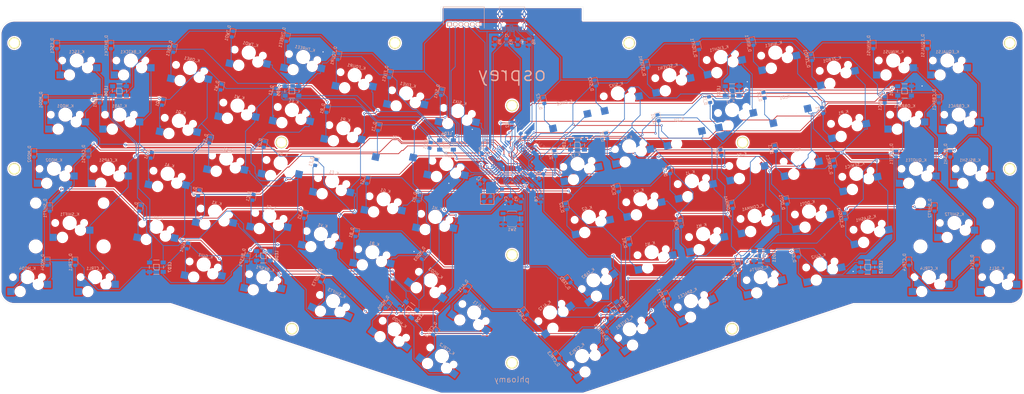
<source format=kicad_pcb>
(kicad_pcb (version 20171130) (host pcbnew "(5.1.6)-1")
  (layers (0 F.Cu signal) (31 B.Cu signal) (34 B.Paste user) (35 F.Paste user) (36 B.SilkS user) (37 F.SilkS user) (38 B.Mask user) (39 F.Mask user) (44 Edge.Cuts user))
  (net 0 "")
  (net 1 "Net-(C1-Pad1)")
  (net 2 GND)
  (net 3 "Net-(C2-Pad1)")
  (net 4 VCC)
  (net 5 "Net-(C8-Pad1)")
  (net 6 "Net-(D_A1-Pad2)")
  (net 7 row2)
  (net 8 "Net-(D_ALT1-Pad2)")
  (net 9 row4)
  (net 10 "Net-(D_ALT2-Pad2)")
  (net 11 "Net-(D_B1-Pad2)")
  (net 12 row3)
  (net 13 "Net-(D_BKSP1-Pad2)")
  (net 14 "Net-(D_BKTCK1-Pad2)")
  (net 15 row0)
  (net 16 "Net-(D_BSLSH1-Pad2)")
  (net 17 "Net-(D_C1-Pad2)")
  (net 18 "Net-(D_CAPS1-Pad2)")
  (net 19 "Net-(D_CBRAC1-Pad2)")
  (net 20 row1)
  (net 21 "Net-(D_COMMA1-Pad2)")
  (net 22 "Net-(D_CTRL1-Pad2)")
  (net 23 "Net-(D_CTRL2-Pad2)")
  (net 24 "Net-(D_CTRL3-Pad2)")
  (net 25 "Net-(D_CTRL4-Pad2)")
  (net 26 "Net-(D_D1-Pad2)")
  (net 27 "Net-(D_DEL1-Pad2)")
  (net 28 "Net-(D_DOT1-Pad2)")
  (net 29 "Net-(D_E1-Pad2)")
  (net 30 "Net-(D_EIGHT1-Pad2)")
  (net 31 "Net-(D_ENTER1-Pad2)")
  (net 32 "Net-(D_EQUALS1-Pad2)")
  (net 33 "Net-(D_ESC1-Pad2)")
  (net 34 "Net-(D_F1-Pad2)")
  (net 35 "Net-(D_FIVE1-Pad2)")
  (net 36 "Net-(D_FIVE2-Pad2)")
  (net 37 "Net-(D_FOUR1-Pad2)")
  (net 38 "Net-(D_G1-Pad2)")
  (net 39 "Net-(D_G2-Pad2)")
  (net 40 "Net-(D_GUI1-Pad2)")
  (net 41 "Net-(D_GUI2-Pad2)")
  (net 42 "Net-(D_H1-Pad2)")
  (net 43 "Net-(D_H2-Pad2)")
  (net 44 "Net-(D_I1-Pad2)")
  (net 45 "Net-(D_J1-Pad2)")
  (net 46 "Net-(D_K1-Pad2)")
  (net 47 "Net-(D_L1-Pad2)")
  (net 48 "Net-(D_M1-Pad2)")
  (net 49 "Net-(D_MINUS1-Pad2)")
  (net 50 "Net-(D_MOD1-Pad2)")
  (net 51 "Net-(D_MOD2-Pad2)")
  (net 52 "Net-(D_MOD3-Pad2)")
  (net 53 "Net-(D_MOD4-Pad2)")
  (net 54 "Net-(D_MOD5-Pad2)")
  (net 55 "Net-(D_N1-Pad2)")
  (net 56 "Net-(D_NINE1-Pad2)")
  (net 57 "Net-(D_O1-Pad2)")
  (net 58 "Net-(D_OBRAC1-Pad2)")
  (net 59 "Net-(D_ONE1-Pad2)")
  (net 60 "Net-(D_P1-Pad2)")
  (net 61 "Net-(D_Q1-Pad2)")
  (net 62 "Net-(D_QUOTE1-Pad2)")
  (net 63 "Net-(D_R1-Pad2)")
  (net 64 "Net-(D_S1-Pad2)")
  (net 65 "Net-(D_SEMIC1-Pad2)")
  (net 66 "Net-(D_SEVEN1-Pad2)")
  (net 67 "Net-(D_SHIFT1-Pad2)")
  (net 68 "Net-(D_SHIFT2-Pad2)")
  (net 69 "Net-(D_SHIFT3-Pad2)")
  (net 70 "Net-(D_SHIFT4-Pad2)")
  (net 71 "Net-(D_SIX1-Pad2)")
  (net 72 "Net-(D_SIX2-Pad2)")
  (net 73 "Net-(D_SLASH1-Pad2)")
  (net 74 "Net-(D_SPACE1-Pad2)")
  (net 75 "Net-(D_T1-Pad2)")
  (net 76 "Net-(D_T2-Pad2)")
  (net 77 "Net-(D_TAB1-Pad2)")
  (net 78 "Net-(D_TAB2-Pad2)")
  (net 79 "Net-(D_THREE1-Pad2)")
  (net 80 "Net-(D_TWO1-Pad2)")
  (net 81 "Net-(D_U1-Pad2)")
  (net 82 "Net-(D_V1-Pad2)")
  (net 83 "Net-(D_W1-Pad2)")
  (net 84 "Net-(D_X1-Pad2)")
  (net 85 "Net-(D_Y1-Pad2)")
  (net 86 "Net-(D_Y2-Pad2)")
  (net 87 "Net-(D_Z1-Pad2)")
  (net 88 "Net-(D_ZERO1-Pad2)")
  (net 89 "Net-(J1-PadB5)")
  (net 90 "Net-(J1-PadA5)")
  (net 91 "Net-(J1-PadA7)")
  (net 92 "Net-(J1-PadA6)")
  (net 93 col2)
  (net 94 col7)
  (net 95 col8)
  (net 96 col6)
  (net 97 col3)
  (net 98 col1)
  (net 99 col15)
  (net 100 col4)
  (net 101 col11)
  (net 102 col9)
  (net 103 col14)
  (net 104 col12)
  (net 105 col10)
  (net 106 col0)
  (net 107 col5)
  (net 108 col13)
  (net 109 "Net-(R2-Pad2)")
  (net 110 "Net-(R3-Pad1)")
  (net 111 "Net-(R4-Pad1)")
  (net 112 "Net-(U1-Pad42)")
  (net 113 led)
  (net 114 "Net-(U1-Pad26)")
  (net 115 "Net-(U1-Pad25)")
  (net 116 "Net-(U1-Pad1)")
  (net 117 "Net-(LED1-Pad2)")
  (net 118 "Net-(LED2-Pad2)")
  (net 119 "Net-(LED3-Pad2)")
  (net 120 "Net-(LED4-Pad2)")
  (net 121 "Net-(LED5-Pad2)")
  (net 122 "Net-(LED6-Pad2)")
  (net 123 "Net-(LED7-Pad2)")
  (net 124 "Net-(LED8-Pad2)")
  (net 125 "Net-(LED10-Pad4)")
  (net 126 "Net-(LED10-Pad2)")
  (net 127 "Net-(LED11-Pad2)")
  (net 128 "Net-(LED12-Pad2)")
  (net 129 reset)
  (net 130 "Net-(J1-PadB8)")
  (net 131 "Net-(J1-PadA8)")
  (module HRO_TYPE-C-31-M-12 (layer B.Cu) (at 209.975 77.98)
    (fp_text reference J1 (at -1.825 7.435) (layer B.SilkS) (effects (justify mirror)))
    (fp_text value TYPE-C-31-M-12)
    (pad A1B12 smd rect (at -3.25 5.095) (size 0.6 1.45) (layers B.Cu B.Paste B.Mask) (net 2 GND))
    (pad A4B9 smd rect (at -2.45 5.095) (size 0.6 1.45) (layers B.Cu B.Paste B.Mask) (net 4 VCC))
    (pad A6 smd rect (at -0.25 5.095) (size 0.3 1.45) (layers B.Cu B.Paste B.Mask) (net 92 "Net-(J1-PadA6)"))
    (pad B7 smd rect (at -0.75 5.095) (size 0.3 1.45) (layers B.Cu B.Paste B.Mask) (net 91 "Net-(J1-PadA7)"))
    (pad A5 smd rect (at -1.25 5.095) (size 0.3 1.45) (layers B.Cu B.Paste B.Mask) (net 90 "Net-(J1-PadA5)"))
    (pad B8 smd rect (at -1.75 5.095) (size 0.3 1.45) (layers B.Cu B.Paste B.Mask) (net 130 "Net-(J1-PadB8)"))
    (pad A7 smd rect (at 0.25 5.095) (size 0.3 1.45) (layers B.Cu B.Paste B.Mask) (net 91 "Net-(J1-PadA7)"))
    (pad B6 smd rect (at 0.75 5.095) (size 0.3 1.45) (layers B.Cu B.Paste B.Mask) (net 92 "Net-(J1-PadA6)"))
    (pad A8 smd rect (at 1.25 5.095) (size 0.3 1.45) (layers B.Cu B.Paste B.Mask) (net 131 "Net-(J1-PadA8)"))
    (pad B5 smd rect (at 1.75 5.095) (size 0.3 1.45) (layers B.Cu B.Paste B.Mask) (net 89 "Net-(J1-PadB5)"))
    (pad B4A9 smd rect (at 2.45 5.095) (size 0.6 1.45) (layers B.Cu B.Paste B.Mask) (net 4 VCC))
    (pad B1A12 smd rect (at 3.25 5.095) (size 0.6 1.45) (layers B.Cu B.Paste B.Mask) (net 2 GND))
    (pad S1 thru_hole oval (at -4.32 4.18) (size 1.05 2.1) (drill oval 0.65 1.75) (layers *.Cu *.Mask) (net 2 GND))
    (pad S2 thru_hole oval (at 4.32 4.18) (size 1.05 2.1) (drill oval 0.65 1.75) (layers *.Cu *.Mask) (net 2 GND))
    (pad S3 thru_hole oval (at -4.32 0) (size 1.05 2.1) (drill oval 0.65 1.25) (layers *.Cu *.Mask) (net 2 GND))
    (pad S4 thru_hole oval (at 4.32 0) (size 1.05 2.1) (drill oval 0.65 1.25) (layers *.Cu *.Mask) (net 2 GND))
    (pad None np_thru_hole circle (at -2.89 3.65) (size 0.7 0.7) (drill 0.7) (layers *.Cu *.Mask))
    (pad None np_thru_hole circle (at 2.89 3.65) (size 0.7 0.7) (drill 0.7) (layers *.Cu *.Mask))
  )
  (module keyboard_parts:HOLE_M3 (layer F.Cu) (at 287.416 188.65)
    (fp_text reference HOLE13 hide)
    (fp_text value HOLE_M3 hide)
    (pad 1 thru_hole circle (at 0 0) (size 4 4) (drill 3.2) (layers *.Cu *.Mask F.SilkS))
  )
  (module keyboard_parts:HOLE_M3 (layer F.Cu) (at 132.534 188.65)
    (fp_text reference HOLE12 hide)
    (fp_text value HOLE_M3 hide)
    (pad 1 thru_hole circle (at 0 0) (size 4 4) (drill 3.2) (layers *.Cu *.Mask F.SilkS))
  )
  (module keyboard_parts:HOLE_M3 (layer F.Cu) (at 251.178 88.13)
    (fp_text reference HOLE11 hide)
    (fp_text value HOLE_M3 hide)
    (pad 1 thru_hole circle (at 0 0) (size 4 4) (drill 3.2) (layers *.Cu *.Mask F.SilkS))
  )
  (module keyboard_parts:HOLE_M3 (layer F.Cu) (at 168.772 88.13)
    (fp_text reference HOLE10 hide)
    (fp_text value HOLE_M3 hide)
    (pad 1 thru_hole circle (at 0 0) (size 4 4) (drill 3.2) (layers *.Cu *.Mask F.SilkS))
  )
  (module keyboard_parts:HOLE_M3 (layer F.Cu) (at 385.098 88.13)
    (fp_text reference HOLE9 hide)
    (fp_text value HOLE_M3 hide)
    (pad 1 thru_hole circle (at 0 0) (size 4 4) (drill 3.2) (layers *.Cu *.Mask F.SilkS))
  )
  (module keyboard_parts:HOLE_M3 (layer F.Cu) (at 34.8525 88.13)
    (fp_text reference HOLE8 hide)
    (fp_text value HOLE_M3 hide)
    (pad 1 thru_hole circle (at 0 0) (size 4 4) (drill 3.2) (layers *.Cu *.Mask F.SilkS))
  )
  (module keyboard_parts:HOLE_M3 (layer F.Cu) (at 209.975 200.65)
    (fp_text reference HOLE3 hide)
    (fp_text value HOLE_M3 hide)
    (pad 1 thru_hole circle (at 0 0) (size 4 4) (drill 3.2) (layers *.Cu *.Mask F.SilkS))
  )
  (module keyboard_parts:HOLE_M3 (layer F.Cu) (at 385.098 132.388)
    (fp_text reference HOLE7 hide)
    (fp_text value HOLE_M3 hide)
    (pad 1 thru_hole circle (at 0 0) (size 4 4) (drill 3.2) (layers *.Cu *.Mask F.SilkS))
  )
  (module keyboard_parts:HOLE_M3 (layer F.Cu) (at 128.852 123.13)
    (fp_text reference HOLE4 hide)
    (fp_text value HOLE_M3 hide)
    (pad 1 thru_hole circle (at 0 0) (size 4 4) (drill 3.2) (layers *.Cu *.Mask F.SilkS))
  )
  (module keyboard_parts:HOLE_M3 (layer F.Cu) (at 34.8525 132.388)
    (fp_text reference HOLE6 hide)
    (fp_text value HOLE_M3 hide)
    (pad 1 thru_hole circle (at 0 0) (size 4 4) (drill 3.2) (layers *.Cu *.Mask F.SilkS))
  )
  (module keyboard_parts:HOLE_M3 (layer F.Cu) (at 291.098 123.13)
    (fp_text reference HOLE5 hide)
    (fp_text value HOLE_M3 hide)
    (pad 1 thru_hole circle (at 0 0) (size 4 4) (drill 3.2) (layers *.Cu *.Mask F.SilkS))
  )
  (module keyboard_parts:HOLE_M3 (layer F.Cu) (at 209.975 162.65)
    (fp_text reference HOLE2 hide)
    (fp_text value HOLE_M3 hide)
    (pad 1 thru_hole circle (at 0 0) (size 4 4) (drill 3.2) (layers *.Cu *.Mask F.SilkS))
  )
  (module keyboard_parts:HOLE_M3 (layer F.Cu) (at 209.975 110.13)
    (fp_text reference HOLE1 hide)
    (fp_text value HOLE_M3 hide)
    (pad 1 thru_hole circle (at 0 0) (size 4 4) (drill 3.2) (layers *.Cu *.Mask F.SilkS))
  )
  (module Capacitor_SMD:C_0805_2012Metric_Pad1.15x1.40mm_HandSolder (layer B.Cu) (at 206.5 140.5 270)
    (fp_text reference C1 (at 0 1.65 270) (layer B.SilkS) (effects (justify mirror)))
    (fp_text value 22p)
    (pad 1 smd roundrect (at -1.025 0 270) (size 1.15 1.4) (layers B.Cu B.Paste B.Mask) (roundrect_rratio 0.217391) (net 1 "Net-(C1-Pad1)"))
    (pad 2 smd roundrect (at 1.025 0 270) (size 1.15 1.4) (layers B.Cu B.Paste B.Mask) (roundrect_rratio 0.217391) (net 2 GND))
  )
  (module Capacitor_SMD:C_0805_2012Metric_Pad1.15x1.40mm_HandSolder (layer B.Cu) (at 199.5 137 225)
    (fp_text reference C2 (at 0 1.65 225) (layer B.SilkS) (effects (justify mirror)))
    (fp_text value 22p)
    (pad 2 smd roundrect (at 1.025 0 225) (size 1.15 1.4) (layers B.Cu B.Paste B.Mask) (roundrect_rratio 0.217391) (net 2 GND))
    (pad 1 smd roundrect (at -1.025 0 225) (size 1.15 1.4) (layers B.Cu B.Paste B.Mask) (roundrect_rratio 0.217391) (net 3 "Net-(C2-Pad1)"))
  )
  (module Capacitor_SMD:C_0805_2012Metric_Pad1.15x1.40mm_HandSolder (layer B.Cu) (at 216.25 139 225)
    (fp_text reference C3 (at 0 1.65 225) (layer B.SilkS) (effects (justify mirror)))
    (fp_text value 0.1u)
    (pad 2 smd roundrect (at 1.025 0 225) (size 1.15 1.4) (layers B.Cu B.Paste B.Mask) (roundrect_rratio 0.217391) (net 2 GND))
    (pad 1 smd roundrect (at -1.025 0 225) (size 1.15 1.4) (layers B.Cu B.Paste B.Mask) (roundrect_rratio 0.217391) (net 4 VCC))
  )
  (module Capacitor_SMD:C_0805_2012Metric_Pad1.15x1.40mm_HandSolder (layer B.Cu) (at 209.5 143 270)
    (fp_text reference C4 (at 0 1.65 270) (layer B.SilkS) (effects (justify mirror)))
    (fp_text value 0.1u)
    (pad 1 smd roundrect (at -1.025 0 270) (size 1.15 1.4) (layers B.Cu B.Paste B.Mask) (roundrect_rratio 0.217391) (net 4 VCC))
    (pad 2 smd roundrect (at 1.025 0 270) (size 1.15 1.4) (layers B.Cu B.Paste B.Mask) (roundrect_rratio 0.217391) (net 2 GND))
  )
  (module Capacitor_SMD:C_0805_2012Metric_Pad1.15x1.40mm_HandSolder (layer B.Cu) (at 200.25 126.25 225)
    (fp_text reference C5 (at 0 1.65 45) (layer B.SilkS) (effects (justify mirror)))
    (fp_text value 0.1u)
    (pad 1 smd roundrect (at -1.025 0 225) (size 1.15 1.4) (layers B.Cu B.Paste B.Mask) (roundrect_rratio 0.217391) (net 4 VCC))
    (pad 2 smd roundrect (at 1.025 0 225) (size 1.15 1.4) (layers B.Cu B.Paste B.Mask) (roundrect_rratio 0.217391) (net 2 GND))
  )
  (module Capacitor_SMD:C_0805_2012Metric_Pad1.15x1.40mm_HandSolder (layer B.Cu) (at 213.75 120.75 315)
    (fp_text reference C6 (at 0 1.65 315) (layer B.SilkS) (effects (justify mirror)))
    (fp_text value 0.1u)
    (pad 1 smd roundrect (at -1.025 0 315) (size 1.15 1.4) (layers B.Cu B.Paste B.Mask) (roundrect_rratio 0.217391) (net 4 VCC))
    (pad 2 smd roundrect (at 1.025 0 315) (size 1.15 1.4) (layers B.Cu B.Paste B.Mask) (roundrect_rratio 0.217391) (net 2 GND))
  )
  (module Capacitor_SMD:C_0805_2012Metric_Pad1.15x1.40mm_HandSolder (layer B.Cu) (at 220.25 135 225)
    (fp_text reference C7 (at 0 1.65 45) (layer B.SilkS) (effects (justify mirror)))
    (fp_text value 4.7u)
    (pad 1 smd roundrect (at -1.025 0 225) (size 1.15 1.4) (layers B.Cu B.Paste B.Mask) (roundrect_rratio 0.217391) (net 4 VCC))
    (pad 2 smd roundrect (at 1.025 0 225) (size 1.15 1.4) (layers B.Cu B.Paste B.Mask) (roundrect_rratio 0.217391) (net 2 GND))
  )
  (module Capacitor_SMD:C_0805_2012Metric_Pad1.15x1.40mm_HandSolder (layer B.Cu) (at 220.12 143 270)
    (fp_text reference C8 (at 0 1.65 270) (layer B.SilkS) (effects (justify mirror)))
    (fp_text value 1u)
    (pad 1 smd roundrect (at -1.025 0 270) (size 1.15 1.4) (layers B.Cu B.Paste B.Mask) (roundrect_rratio 0.217391) (net 5 "Net-(C8-Pad1)"))
    (pad 2 smd roundrect (at 1.025 0 270) (size 1.15 1.4) (layers B.Cu B.Paste B.Mask) (roundrect_rratio 0.217391) (net 2 GND))
  )
  (module WS2812B:WS2812B (layer B.Cu) (at 348.088 105 270)
    (fp_text reference LED1 (at 0 4.7 90) (layer B.SilkS) (effects (font (thickness 0.2)) (justify mirror)))
    (fp_text value WS2812B hide)
    (pad 1 smd rect (at 1.65 2.4 270) (size 1.4 1.8) (layers B.Cu B.Paste B.Mask) (net 4 VCC))
    (pad 2 smd rect (at -1.65 2.4 270) (size 1.4 1.8) (layers B.Cu B.Paste B.Mask) (net 117 "Net-(LED1-Pad2)"))
    (pad 3 smd rect (at -1.65 -2.4 270) (size 1.4 1.8) (layers B.Cu B.Paste B.Mask) (net 2 GND))
    (pad 4 smd rect (at 1.65 -2.4 270) (size 1.4 1.8) (layers B.Cu B.Paste B.Mask) (net 113 led))
  )
  (module WS2812B:WS2812B (layer B.Cu) (at 287.416 105 270)
    (fp_text reference LED2 (at 0 4.7 90) (layer B.SilkS) (effects (font (thickness 0.2)) (justify mirror)))
    (fp_text value WS2812B hide)
    (pad 4 smd rect (at 1.65 -2.4 270) (size 1.4 1.8) (layers B.Cu B.Paste B.Mask) (net 117 "Net-(LED1-Pad2)"))
    (pad 3 smd rect (at -1.65 -2.4 270) (size 1.4 1.8) (layers B.Cu B.Paste B.Mask) (net 2 GND))
    (pad 2 smd rect (at -1.65 2.4 270) (size 1.4 1.8) (layers B.Cu B.Paste B.Mask) (net 118 "Net-(LED2-Pad2)"))
    (pad 1 smd rect (at 1.65 2.4 270) (size 1.4 1.8) (layers B.Cu B.Paste B.Mask) (net 4 VCC))
  )
  (module WS2812B:WS2812B (layer B.Cu) (at 233.019 124 270)
    (fp_text reference LED3 (at 0 4.7 90) (layer B.SilkS) (effects (font (thickness 0.2)) (justify mirror)))
    (fp_text value WS2812B hide)
    (pad 1 smd rect (at 1.65 2.4 270) (size 1.4 1.8) (layers B.Cu B.Paste B.Mask) (net 4 VCC))
    (pad 2 smd rect (at -1.65 2.4 270) (size 1.4 1.8) (layers B.Cu B.Paste B.Mask) (net 119 "Net-(LED3-Pad2)"))
    (pad 3 smd rect (at -1.65 -2.4 270) (size 1.4 1.8) (layers B.Cu B.Paste B.Mask) (net 2 GND))
    (pad 4 smd rect (at 1.65 -2.4 270) (size 1.4 1.8) (layers B.Cu B.Paste B.Mask) (net 118 "Net-(LED2-Pad2)"))
  )
  (module WS2812B:WS2812B (layer B.Cu) (at 186.931 124 270)
    (fp_text reference LED4 (at -4 0 180) (layer B.SilkS) (effects (font (thickness 0.2)) (justify mirror)))
    (fp_text value WS2812B hide)
    (pad 4 smd rect (at 1.65 -2.4 270) (size 1.4 1.8) (layers B.Cu B.Paste B.Mask) (net 119 "Net-(LED3-Pad2)"))
    (pad 3 smd rect (at -1.65 -2.4 270) (size 1.4 1.8) (layers B.Cu B.Paste B.Mask) (net 2 GND))
    (pad 2 smd rect (at -1.65 2.4 270) (size 1.4 1.8) (layers B.Cu B.Paste B.Mask) (net 120 "Net-(LED4-Pad2)"))
    (pad 1 smd rect (at 1.65 2.4 270) (size 1.4 1.8) (layers B.Cu B.Paste B.Mask) (net 4 VCC))
  )
  (module WS2812B:WS2812B (layer B.Cu) (at 132.534 105 270)
    (fp_text reference LED5 (at 0 4.7 90) (layer B.SilkS) (effects (font (thickness 0.2)) (justify mirror)))
    (fp_text value WS2812B hide)
    (pad 1 smd rect (at 1.65 2.4 270) (size 1.4 1.8) (layers B.Cu B.Paste B.Mask) (net 4 VCC))
    (pad 2 smd rect (at -1.65 2.4 270) (size 1.4 1.8) (layers B.Cu B.Paste B.Mask) (net 121 "Net-(LED5-Pad2)"))
    (pad 3 smd rect (at -1.65 -2.4 270) (size 1.4 1.8) (layers B.Cu B.Paste B.Mask) (net 2 GND))
    (pad 4 smd rect (at 1.65 -2.4 270) (size 1.4 1.8) (layers B.Cu B.Paste B.Mask) (net 120 "Net-(LED4-Pad2)"))
  )
  (module WS2812B:WS2812B (layer B.Cu) (at 71.8625 105 270)
    (fp_text reference LED6 (at 0 4.7 90) (layer B.SilkS) (effects (font (thickness 0.2)) (justify mirror)))
    (fp_text value WS2812B hide)
    (pad 4 smd rect (at 1.65 -2.4 270) (size 1.4 1.8) (layers B.Cu B.Paste B.Mask) (net 121 "Net-(LED5-Pad2)"))
    (pad 3 smd rect (at -1.65 -2.4 270) (size 1.4 1.8) (layers B.Cu B.Paste B.Mask) (net 2 GND))
    (pad 2 smd rect (at -1.65 2.4 270) (size 1.4 1.8) (layers B.Cu B.Paste B.Mask) (net 122 "Net-(LED6-Pad2)"))
    (pad 1 smd rect (at 1.65 2.4 270) (size 1.4 1.8) (layers B.Cu B.Paste B.Mask) (net 4 VCC))
  )
  (module WS2812B:WS2812B (layer B.Cu) (at 84.8503 167 90)
    (fp_text reference LED7 (at 0 4.7 90) (layer B.SilkS) (effects (font (thickness 0.2)) (justify mirror)))
    (fp_text value WS2812B hide)
    (pad 1 smd rect (at 1.65 2.4 90) (size 1.4 1.8) (layers B.Cu B.Paste B.Mask) (net 4 VCC))
    (pad 2 smd rect (at -1.65 2.4 90) (size 1.4 1.8) (layers B.Cu B.Paste B.Mask) (net 123 "Net-(LED7-Pad2)"))
    (pad 3 smd rect (at -1.65 -2.4 90) (size 1.4 1.8) (layers B.Cu B.Paste B.Mask) (net 2 GND))
    (pad 4 smd rect (at 1.65 -2.4 90) (size 1.4 1.8) (layers B.Cu B.Paste B.Mask) (net 122 "Net-(LED6-Pad2)"))
  )
  (module WS2812B:WS2812B (layer B.Cu) (at 122.467 163 90)
    (fp_text reference LED8 (at 0 4.7 90) (layer B.SilkS) (effects (font (thickness 0.2)) (justify mirror)))
    (fp_text value WS2812B hide)
    (pad 4 smd rect (at 1.65 -2.4 90) (size 1.4 1.8) (layers B.Cu B.Paste B.Mask) (net 123 "Net-(LED7-Pad2)"))
    (pad 3 smd rect (at -1.65 -2.4 90) (size 1.4 1.8) (layers B.Cu B.Paste B.Mask) (net 2 GND))
    (pad 2 smd rect (at -1.65 2.4 90) (size 1.4 1.8) (layers B.Cu B.Paste B.Mask) (net 124 "Net-(LED8-Pad2)"))
    (pad 1 smd rect (at 1.65 2.4 90) (size 1.4 1.8) (layers B.Cu B.Paste B.Mask) (net 4 VCC))
  )
  (module WS2812B:WS2812B (layer B.Cu) (at 173.608 182 53)
    (fp_text reference LED9 (at 0 4.7 53) (layer B.SilkS) (effects (font (thickness 0.2)) (justify mirror)))
    (fp_text value WS2812B hide)
    (pad 1 smd rect (at 1.65 2.4 53) (size 1.4 1.8) (layers B.Cu B.Paste B.Mask) (net 4 VCC))
    (pad 2 smd rect (at -1.65 2.4 53) (size 1.4 1.8) (layers B.Cu B.Paste B.Mask) (net 125 "Net-(LED10-Pad4)"))
    (pad 3 smd rect (at -1.65 -2.4 53) (size 1.4 1.8) (layers B.Cu B.Paste B.Mask) (net 2 GND))
    (pad 4 smd rect (at 1.65 -2.4 53) (size 1.4 1.8) (layers B.Cu B.Paste B.Mask) (net 124 "Net-(LED8-Pad2)"))
  )
  (module WS2812B:WS2812B (layer B.Cu) (at 245.831 182 127)
    (fp_text reference LED10 (at 0 4.7 127) (layer B.SilkS) (effects (font (thickness 0.2)) (justify mirror)))
    (fp_text value WS2812B hide)
    (pad 4 smd rect (at 1.65 -2.4 127) (size 1.4 1.8) (layers B.Cu B.Paste B.Mask) (net 125 "Net-(LED10-Pad4)"))
    (pad 3 smd rect (at -1.65 -2.4 127) (size 1.4 1.8) (layers B.Cu B.Paste B.Mask) (net 2 GND))
    (pad 2 smd rect (at -1.65 2.4 127) (size 1.4 1.8) (layers B.Cu B.Paste B.Mask) (net 126 "Net-(LED10-Pad2)"))
    (pad 1 smd rect (at 1.65 2.4 127) (size 1.4 1.8) (layers B.Cu B.Paste B.Mask) (net 4 VCC))
  )
  (module WS2812B:WS2812B (layer B.Cu) (at 297.483 163 90)
    (fp_text reference LED11 (at 0 4.7 90) (layer B.SilkS) (effects (font (thickness 0.2)) (justify mirror)))
    (fp_text value WS2812B hide)
    (pad 1 smd rect (at 1.65 2.4 90) (size 1.4 1.8) (layers B.Cu B.Paste B.Mask) (net 4 VCC))
    (pad 2 smd rect (at -1.65 2.4 90) (size 1.4 1.8) (layers B.Cu B.Paste B.Mask) (net 127 "Net-(LED11-Pad2)"))
    (pad 3 smd rect (at -1.65 -2.4 90) (size 1.4 1.8) (layers B.Cu B.Paste B.Mask) (net 2 GND))
    (pad 4 smd rect (at 1.65 -2.4 90) (size 1.4 1.8) (layers B.Cu B.Paste B.Mask) (net 126 "Net-(LED10-Pad2)"))
  )
  (module WS2812B:WS2812B (layer B.Cu) (at 335.1 167 90)
    (fp_text reference LED12 (at 0 4.7 90) (layer B.SilkS) (effects (font (thickness 0.2)) (justify mirror)))
    (fp_text value WS2812B hide)
    (pad 4 smd rect (at 1.65 -2.4 90) (size 1.4 1.8) (layers B.Cu B.Paste B.Mask) (net 127 "Net-(LED11-Pad2)"))
    (pad 3 smd rect (at -1.65 -2.4 90) (size 1.4 1.8) (layers B.Cu B.Paste B.Mask) (net 2 GND))
    (pad 2 smd rect (at -1.65 2.4 90) (size 1.4 1.8) (layers B.Cu B.Paste B.Mask) (net 128 "Net-(LED12-Pad2)"))
    (pad 1 smd rect (at 1.65 2.4 90) (size 1.4 1.8) (layers B.Cu B.Paste B.Mask) (net 4 VCC))
  )
  (module Resistors_SMD:R_0805_2012Metric_Pad1.15x1.40mm_HandSolder (layer B.Cu) (at 213.12 143 270)
    (fp_text reference R1 (at 0 1.65 270) (layer B.SilkS) (effects (justify mirror)))
    (fp_text value 10k)
    (pad 2 smd roundrect (at 1.025 0 270) (size 1.15 1.4) (layers B.Cu B.Paste B.Mask) (roundrect_rratio 0.217391) (net 4 VCC))
    (pad 1 smd roundrect (at -1.025 0 270) (size 1.15 1.4) (layers B.Cu B.Paste B.Mask) (roundrect_rratio 0.217391) (net 129 reset))
  )
  (module Resistors_SMD:R_0805_2012Metric_Pad1.15x1.40mm_HandSolder (layer B.Cu) (at 209.975 117 270)
    (fp_text reference R2 (at 0 1.65 270) (layer B.SilkS) (effects (justify mirror)))
    (fp_text value 10k)
    (pad 1 smd roundrect (at -1.025 0 270) (size 1.15 1.4) (layers B.Cu B.Paste B.Mask) (roundrect_rratio 0.217391) (net 2 GND))
    (pad 2 smd roundrect (at 1.025 0 270) (size 1.15 1.4) (layers B.Cu B.Paste B.Mask) (roundrect_rratio 0.217391) (net 109 "Net-(R2-Pad2)"))
  )
  (module Resistors_SMD:R_0805_2012Metric_Pad1.15x1.40mm_HandSolder (layer B.Cu) (at 207.975 87.75 90)
    (fp_text reference R3 (at 0 1.65 -90) (layer B.SilkS) (effects (justify mirror)))
    (fp_text value 22)
    (pad 1 smd roundrect (at -1.025 0 90) (size 1.15 1.4) (layers B.Cu B.Paste B.Mask) (roundrect_rratio 0.217391) (net 110 "Net-(R3-Pad1)"))
    (pad 2 smd roundrect (at 1.025 0 90) (size 1.15 1.4) (layers B.Cu B.Paste B.Mask) (roundrect_rratio 0.217391) (net 91 "Net-(J1-PadA7)"))
  )
  (module Resistors_SMD:R_0805_2012Metric_Pad1.15x1.40mm_HandSolder (layer B.Cu) (at 211.975 87.75 90)
    (fp_text reference R4 (at 0 1.65 -90) (layer B.SilkS) (effects (justify mirror)))
    (fp_text value 22)
    (pad 2 smd roundrect (at 1.025 0 90) (size 1.15 1.4) (layers B.Cu B.Paste B.Mask) (roundrect_rratio 0.217391) (net 92 "Net-(J1-PadA6)"))
    (pad 1 smd roundrect (at -1.025 0 90) (size 1.15 1.4) (layers B.Cu B.Paste B.Mask) (roundrect_rratio 0.217391) (net 111 "Net-(R4-Pad1)"))
  )
  (module Resistors_SMD:R_0805_2012Metric_Pad1.15x1.40mm_HandSolder (layer B.Cu) (at 203.975 87.75 90)
    (fp_text reference R5 (at 0 1.65 -90) (layer B.SilkS) (effects (justify mirror)))
    (fp_text value 5.1k)
    (pad 2 smd roundrect (at 1.025 0 90) (size 1.15 1.4) (layers B.Cu B.Paste B.Mask) (roundrect_rratio 0.217) (net 90 "Net-(J1-PadA5)"))
    (pad 1 smd roundrect (at -1.025 0 90) (size 1.15 1.4) (layers B.Cu B.Paste B.Mask) (roundrect_rratio 0.217391) (net 2 GND))
  )
  (module Resistors_SMD:R_0805_2012Metric_Pad1.15x1.40mm_HandSolder (layer B.Cu) (at 215.975 87.75 90)
    (fp_text reference R6 (at 0 1.65 -90) (layer B.SilkS) (effects (justify mirror)))
    (fp_text value 5.1k)
    (pad 1 smd roundrect (at -1.025 0 90) (size 1.15 1.4) (layers B.Cu B.Paste B.Mask) (roundrect_rratio 0.217391) (net 2 GND))
    (pad 2 smd roundrect (at 1.025 0 90) (size 1.15 1.4) (layers B.Cu B.Paste B.Mask) (roundrect_rratio 0.217391) (net 89 "Net-(J1-PadB5)"))
  )
  (module Button_Switch_SMD:SW_SPST_TL3342 (layer B.Cu) (at 209.975 150)
    (fp_text reference SW1 (at 0 3.75) (layer B.SilkS) (effects (justify mirror)))
    (fp_text value SW_PUSH)
    (pad 1 smd rect (at -3.15 1.9) (size 1.7 1) (layers B.Cu B.Paste B.Mask) (net 2 GND))
    (pad 1 smd rect (at 3.15 1.9) (size 1.7 1) (layers B.Cu B.Paste B.Mask) (net 2 GND))
    (pad 2 smd rect (at -3.15 -1.9) (size 1.7 1) (layers B.Cu B.Paste B.Mask) (net 129 reset))
    (pad 2 smd rect (at 3.15 -1.9) (size 1.7 1) (layers B.Cu B.Paste B.Mask) (net 129 reset))
  )
  (module ATmega32U4:ATmega32U4 (layer B.Cu) (at 209.975 130 135)
    (fp_text reference U1 (at 0 -9.04357 -45) (layer B.SilkS) (effects (font (size 1.6402 1.6402) (thickness 0.05)) (justify mirror)))
    (fp_text value ATMEGA32U4 (at 1.75507 11.1409 -45) (layer B.SilkS) (effects (font (size 1.64231 1.64231) (thickness 0.05)) (justify mirror)))
    (pad 44 smd rect (at -3.9878 5.7404 315) (size 0.508 1.4732) (layers B.Cu B.Paste B.Mask) (net 4 VCC))
    (pad 43 smd rect (at -3.2004 5.7404 315) (size 0.508 1.4732) (layers B.Cu B.Paste B.Mask) (net 2 GND))
    (pad 42 smd rect (at -2.3876 5.7404 315) (size 0.508 1.4732) (layers B.Cu B.Paste B.Mask) (net 112 "Net-(U1-Pad42)"))
    (pad 41 smd rect (at -1.6002 5.7404 315) (size 0.508 1.4732) (layers B.Cu B.Paste B.Mask) (net 95 col8))
    (pad 40 smd rect (at -0.7874 5.7404 315) (size 0.508 1.4732) (layers B.Cu B.Paste B.Mask) (net 102 col9))
    (pad 39 smd rect (at 0 5.7404 315) (size 0.508 1.4732) (layers B.Cu B.Paste B.Mask) (net 105 col10))
    (pad 38 smd rect (at 0.7874 5.7404 315) (size 0.508 1.4732) (layers B.Cu B.Paste B.Mask) (net 101 col11))
    (pad 37 smd rect (at 1.6002 5.7404 315) (size 0.508 1.4732) (layers B.Cu B.Paste B.Mask) (net 104 col12))
    (pad 36 smd rect (at 2.3876 5.7404 315) (size 0.508 1.4732) (layers B.Cu B.Paste B.Mask) (net 113 led))
    (pad 35 smd rect (at 3.2004 5.7404 315) (size 0.508 1.4732) (layers B.Cu B.Paste B.Mask) (net 2 GND))
    (pad 34 smd rect (at 3.9878 5.7404 315) (size 0.508 1.4732) (layers B.Cu B.Paste B.Mask) (net 4 VCC))
    (pad 33 smd rect (at 5.7404 3.9878 225) (size 0.508 1.4732) (layers B.Cu B.Paste B.Mask) (net 109 "Net-(R2-Pad2)"))
    (pad 32 smd rect (at 5.7404 3.2004 225) (size 0.508 1.4732) (layers B.Cu B.Paste B.Mask) (net 108 col13))
    (pad 31 smd rect (at 5.7404 2.3876 225) (size 0.508 1.4732) (layers B.Cu B.Paste B.Mask) (net 103 col14))
    (pad 30 smd rect (at 5.7404 1.6002 225) (size 0.508 1.4732) (layers B.Cu B.Paste B.Mask) (net 99 col15))
    (pad 29 smd rect (at 5.7404 0.7874 225) (size 0.508 1.4732) (layers B.Cu B.Paste B.Mask) (net 106 col0))
    (pad 28 smd rect (at 5.7404 0 225) (size 0.508 1.4732) (layers B.Cu B.Paste B.Mask) (net 98 col1))
    (pad 27 smd rect (at 5.7404 -0.7874 225) (size 0.508 1.4732) (layers B.Cu B.Paste B.Mask) (net 93 col2))
    (pad 26 smd rect (at 5.7404 -1.6002 225) (size 0.508 1.4732) (layers B.Cu B.Paste B.Mask) (net 114 "Net-(U1-Pad26)"))
    (pad 25 smd rect (at 5.7404 -2.3876 225) (size 0.508 1.4732) (layers B.Cu B.Paste B.Mask) (net 115 "Net-(U1-Pad25)"))
    (pad 24 smd rect (at 5.7404 -3.2004 225) (size 0.508 1.4732) (layers B.Cu B.Paste B.Mask) (net 4 VCC))
    (pad 23 smd rect (at 5.7404 -3.9878 225) (size 0.508 1.4732) (layers B.Cu B.Paste B.Mask) (net 2 GND))
    (pad 22 smd rect (at 3.9878 -5.7404 315) (size 0.508 1.4732) (layers B.Cu B.Paste B.Mask) (net 97 col3))
    (pad 21 smd rect (at 3.2004 -5.7404 315) (size 0.508 1.4732) (layers B.Cu B.Paste B.Mask) (net 100 col4))
    (pad 20 smd rect (at 2.3876 -5.7404 315) (size 0.508 1.4732) (layers B.Cu B.Paste B.Mask) (net 107 col5))
    (pad 19 smd rect (at 1.6002 -5.7404 315) (size 0.508 1.4732) (layers B.Cu B.Paste B.Mask) (net 96 col6))
    (pad 18 smd rect (at 0.7874 -5.7404 315) (size 0.508 1.4732) (layers B.Cu B.Paste B.Mask) (net 94 col7))
    (pad 17 smd rect (at 0 -5.7404 315) (size 0.508 1.4732) (layers B.Cu B.Paste B.Mask) (net 3 "Net-(C2-Pad1)"))
    (pad 16 smd rect (at -0.7874 -5.7404 315) (size 0.508 1.4732) (layers B.Cu B.Paste B.Mask) (net 1 "Net-(C1-Pad1)"))
    (pad 15 smd rect (at -1.6002 -5.7404 315) (size 0.508 1.4732) (layers B.Cu B.Paste B.Mask) (net 2 GND))
    (pad 14 smd rect (at -2.3876 -5.7404 315) (size 0.508 1.4732) (layers B.Cu B.Paste B.Mask) (net 4 VCC))
    (pad 13 smd rect (at -3.2004 -5.7404 315) (size 0.508 1.4732) (layers B.Cu B.Paste B.Mask) (net 129 reset))
    (pad 12 smd rect (at -3.9878 -5.7404 315) (size 0.508 1.4732) (layers B.Cu B.Paste B.Mask) (net 9 row4))
    (pad 11 smd rect (at -5.7404 -3.9878 225) (size 0.508 1.4732) (layers B.Cu B.Paste B.Mask) (net 12 row3))
    (pad 10 smd rect (at -5.7404 -3.2004 225) (size 0.508 1.4732) (layers B.Cu B.Paste B.Mask) (net 7 row2))
    (pad 9 smd rect (at -5.7404 -2.3876 225) (size 0.508 1.4732) (layers B.Cu B.Paste B.Mask) (net 20 row1))
    (pad 8 smd rect (at -5.7404 -1.6002 225) (size 0.508 1.4732) (layers B.Cu B.Paste B.Mask) (net 15 row0))
    (pad 7 smd rect (at -5.7404 -0.7874 225) (size 0.508 1.4732) (layers B.Cu B.Paste B.Mask) (net 4 VCC))
    (pad 6 smd rect (at -5.7404 0 225) (size 0.508 1.4732) (layers B.Cu B.Paste B.Mask) (net 5 "Net-(C8-Pad1)"))
    (pad 5 smd rect (at -5.7404 0.7874 225) (size 0.508 1.4732) (layers B.Cu B.Paste B.Mask) (net 2 GND))
    (pad 4 smd rect (at -5.7404 1.6002 225) (size 0.508 1.4732) (layers B.Cu B.Paste B.Mask) (net 111 "Net-(R4-Pad1)"))
    (pad 3 smd rect (at -5.7404 2.3876 225) (size 0.508 1.4732) (layers B.Cu B.Paste B.Mask) (net 110 "Net-(R3-Pad1)"))
    (pad 2 smd rect (at -5.7404 3.2004 225) (size 0.508 1.4732) (layers B.Cu B.Paste B.Mask) (net 4 VCC))
    (pad 1 smd rect (at -5.7404 3.9878 225) (size 0.508 1.4732) (layers B.Cu B.Paste B.Mask) (net 116 "Net-(U1-Pad1)"))
  )
  (module keyboard_parts:FA-238 (layer B.Cu) (at 201.25 143 180)
    (fp_text reference X1 hide)
    (fp_text value XTAL_GND hide)
    (pad 3 smd rect (at 1.1 -0.8 180) (size 1.4 1.2) (drill (offset 0.1 -0.05)) (layers B.Cu B.Paste B.Mask) (net 2 GND) (clearance 0.2))
    (pad 1 smd rect (at -1.1 -0.8 180) (size 1.4 1.2) (drill (offset -0.1 -0.05)) (layers B.Cu B.Paste B.Mask) (net 1 "Net-(C1-Pad1)") (clearance 0.2))
    (pad 2 smd rect (at 1.1 0.8 180) (size 1.4 1.2) (drill (offset 0.1 0.05)) (layers B.Cu B.Paste B.Mask) (net 3 "Net-(C2-Pad1)") (clearance 0.2))
    (pad 3 smd rect (at -1.1 0.8 180) (size 1.4 1.2) (drill (offset -0.1 0.05)) (layers B.Cu B.Paste B.Mask) (net 2 GND) (clearance 0.2))
  )
  (module DF3A-6P-2DS:SHDRRA6W60P0X200_1X6_1400X720X530P (layer B.Cu) (at 188 81.53 180)
    (fp_text reference J2 (at 0 0) (layer B.SilkS) (effects (font (size 1.27 1.27) (thickness 0.254)) (justify mirror)))
    (fp_text value DF3A-6P-2DS hide)
    (pad 1 thru_hole rect (at 0 0 90) (size 1.575 1.575) (drill 1.05) (layers *.Cu *.Mask B.SilkS) (net 20 row1))
    (pad 2 thru_hole circle (at -2 0 90) (size 1.575 1.575) (drill 1.05) (layers *.Cu *.Mask B.SilkS) (net 7 row2))
    (pad 3 thru_hole circle (at -4 0 90) (size 1.575 1.575) (drill 1.05) (layers *.Cu *.Mask B.SilkS) (net 12 row3))
    (pad 4 thru_hole circle (at -6 0 90) (size 1.575 1.575) (drill 1.05) (layers *.Cu *.Mask B.SilkS) (net 129 reset))
    (pad 5 thru_hole circle (at -8 0 90) (size 1.575 1.575) (drill 1.05) (layers *.Cu *.Mask B.SilkS) (net 4 VCC))
    (pad 6 thru_hole circle (at -10 0 90) (size 1.575 1.575) (drill 1.05) (layers *.Cu *.Mask B.SilkS) (net 2 GND))
  )
  (module Diode_SMD:D_0805_2012Metric_Pad1.15x1.40mm_HandSolder (layer B.Cu) (at 83.0452 127.601 258)
    (fp_text reference D_A1 (at 0 1.65 78) (layer B.SilkS) (effects (justify mirror)))
    (fp_text value D)
    (pad 2 smd roundrect (at 1.025 0 258) (size 1.15 1.4) (layers B.Cu B.Paste B.Mask) (roundrect_rratio 0.217391) (net 6 "Net-(D_A1-Pad2)"))
    (pad 1 smd roundrect (at -1.025 0 258) (size 1.15 1.4) (layers B.Cu B.Paste B.Mask) (roundrect_rratio 0.217391) (net 7 row2))
  )
  (module Diode_SMD:D_0805_2012Metric_Pad1.15x1.40mm_HandSolder (layer B.Cu) (at 194.105 174.599 234)
    (fp_text reference D_ALT1 (at 0 1.65 54) (layer B.SilkS) (effects (justify mirror)))
    (fp_text value D)
    (pad 1 smd roundrect (at -1.025 0 234) (size 1.15 1.4) (layers B.Cu B.Paste B.Mask) (roundrect_rratio 0.217391) (net 9 row4))
    (pad 2 smd roundrect (at 1.025 0 234) (size 1.15 1.4) (layers B.Cu B.Paste B.Mask) (roundrect_rratio 0.217391) (net 8 "Net-(D_ALT1-Pad2)"))
  )
  (module Diode_SMD:D_0805_2012Metric_Pad1.15x1.40mm_HandSolder (layer B.Cu) (at 214.591 182.926 307)
    (fp_text reference D_ALT2 (at 0 1.65 307) (layer B.SilkS) (effects (justify mirror)))
    (fp_text value D)
    (pad 1 smd roundrect (at -1.025 0 307) (size 1.15 1.4) (layers B.Cu B.Paste B.Mask) (roundrect_rratio 0.217391) (net 9 row4))
    (pad 2 smd roundrect (at 1.025 0 307) (size 1.15 1.4) (layers B.Cu B.Paste B.Mask) (roundrect_rratio 0.217391) (net 10 "Net-(D_ALT2-Pad2)"))
  )
  (module Diode_SMD:D_0805_2012Metric_Pad1.15x1.40mm_HandSolder (layer B.Cu) (at 155.085 155.184 258)
    (fp_text reference D_B1 (at 0 1.65 78) (layer B.SilkS) (effects (justify mirror)))
    (fp_text value D)
    (pad 1 smd roundrect (at -1.025 0 258) (size 1.15 1.4) (layers B.Cu B.Paste B.Mask) (roundrect_rratio 0.217391) (net 12 row3))
    (pad 2 smd roundrect (at 1.025 0 258) (size 1.15 1.4) (layers B.Cu B.Paste B.Mask) (roundrect_rratio 0.217391) (net 11 "Net-(D_B1-Pad2)"))
  )
  (module Diode_SMD:D_0805_2012Metric_Pad1.15x1.40mm_HandSolder (layer B.Cu) (at 116.701 163.969 258)
    (fp_text reference D_BKSP1 (at 0 1.65 78) (layer B.SilkS) (effects (justify mirror)))
    (fp_text value D)
    (pad 2 smd roundrect (at 1.025 0 258) (size 1.15 1.4) (layers B.Cu B.Paste B.Mask) (roundrect_rratio 0.217391) (net 13 "Net-(D_BKSP1-Pad2)"))
    (pad 1 smd roundrect (at -1.025 0 258) (size 1.15 1.4) (layers B.Cu B.Paste B.Mask) (roundrect_rratio 0.217391) (net 9 row4))
  )
  (module Diode_SMD:D_0805_2012Metric_Pad1.15x1.40mm_HandSolder (layer B.Cu) (at 68.863 89.0875 270)
    (fp_text reference D_BKTCK1 (at 0 1.65 270) (layer B.SilkS) (effects (justify mirror)))
    (fp_text value D)
    (pad 1 smd roundrect (at -1.025 0 270) (size 1.15 1.4) (layers B.Cu B.Paste B.Mask) (roundrect_rratio 0.217391) (net 15 row0))
    (pad 2 smd roundrect (at 1.025 0 270) (size 1.15 1.4) (layers B.Cu B.Paste B.Mask) (roundrect_rratio 0.217391) (net 14 "Net-(D_BKTCK1-Pad2)"))
  )
  (module Diode_SMD:D_0805_2012Metric_Pad1.15x1.40mm_HandSolder (layer B.Cu) (at 364.138 127.188 270)
    (fp_text reference D_BSLSH1 (at 0 1.65 270) (layer B.SilkS) (effects (justify mirror)))
    (fp_text value D)
    (pad 1 smd roundrect (at -1.025 0 270) (size 1.15 1.4) (layers B.Cu B.Paste B.Mask) (roundrect_rratio 0.217391) (net 7 row2))
    (pad 2 smd roundrect (at 1.025 0 270) (size 1.15 1.4) (layers B.Cu B.Paste B.Mask) (roundrect_rratio 0.217391) (net 16 "Net-(D_BSLSH1-Pad2)"))
  )
  (module Diode_SMD:D_0805_2012Metric_Pad1.15x1.40mm_HandSolder (layer B.Cu) (at 118.847 142.417 258)
    (fp_text reference D_C1 (at 0 1.65 78) (layer B.SilkS) (effects (justify mirror)))
    (fp_text value D)
    (pad 1 smd roundrect (at -1.025 0 258) (size 1.15 1.4) (layers B.Cu B.Paste B.Mask) (roundrect_rratio 0.217391) (net 12 row3))
    (pad 2 smd roundrect (at 1.025 0 258) (size 1.15 1.4) (layers B.Cu B.Paste B.Mask) (roundrect_rratio 0.217391) (net 17 "Net-(D_C1-Pad2)"))
  )
  (module Diode_SMD:D_0805_2012Metric_Pad1.15x1.40mm_HandSolder (layer B.Cu) (at 60.862 127.188 270)
    (fp_text reference D_CAPS1 (at 0 1.65 270) (layer B.SilkS) (effects (justify mirror)))
    (fp_text value D)
    (pad 1 smd roundrect (at -1.025 0 270) (size 1.15 1.4) (layers B.Cu B.Paste B.Mask) (roundrect_rratio 0.217391) (net 7 row2))
    (pad 2 smd roundrect (at 1.025 0 270) (size 1.15 1.4) (layers B.Cu B.Paste B.Mask) (roundrect_rratio 0.217391) (net 18 "Net-(D_CAPS1-Pad2)"))
  )
  (module Diode_SMD:D_0805_2012Metric_Pad1.15x1.40mm_HandSolder (layer B.Cu) (at 360.138 108.138 270)
    (fp_text reference D_CBRAC1 (at 0 1.65 270) (layer B.SilkS) (effects (justify mirror)))
    (fp_text value D)
    (pad 1 smd roundrect (at -1.025 0 270) (size 1.15 1.4) (layers B.Cu B.Paste B.Mask) (roundrect_rratio 0.217391) (net 20 row1))
    (pad 2 smd roundrect (at 1.025 0 270) (size 1.15 1.4) (layers B.Cu B.Paste B.Mask) (roundrect_rratio 0.217391) (net 19 "Net-(D_CBRAC1-Pad2)"))
  )
  (module Diode_SMD:D_0805_2012Metric_Pad1.15x1.40mm_HandSolder (layer B.Cu) (at 287.409 145.328 282)
    (fp_text reference D_COMMA1 (at 0 1.65 282) (layer B.SilkS) (effects (justify mirror)))
    (fp_text value D)
    (pad 2 smd roundrect (at 1.025 0 282) (size 1.15 1.4) (layers B.Cu B.Paste B.Mask) (roundrect_rratio 0.217391) (net 21 "Net-(D_COMMA1-Pad2)"))
    (pad 1 smd roundrect (at -1.025 0 282) (size 1.15 1.4) (layers B.Cu B.Paste B.Mask) (roundrect_rratio 0.217391) (net 12 row3))
  )
  (module Diode_SMD:D_0805_2012Metric_Pad1.15x1.40mm_HandSolder (layer B.Cu) (at 56.29 165.288 270)
    (fp_text reference D_CTRL1 (at 0 1.65 270) (layer B.SilkS) (effects (justify mirror)))
    (fp_text value D)
    (pad 2 smd roundrect (at 1.025 0 270) (size 1.15 1.4) (layers B.Cu B.Paste B.Mask) (roundrect_rratio 0.217391) (net 22 "Net-(D_CTRL1-Pad2)"))
    (pad 1 smd roundrect (at -1.025 0 270) (size 1.15 1.4) (layers B.Cu B.Paste B.Mask) (roundrect_rratio 0.217391) (net 9 row4))
  )
  (module Diode_SMD:D_0805_2012Metric_Pad1.15x1.40mm_HandSolder (layer B.Cu) (at 182.774 189.912 234)
    (fp_text reference D_CTRL2 (at 0 1.65 54) (layer B.SilkS) (effects (justify mirror)))
    (fp_text value D)
    (pad 1 smd roundrect (at -1.025 0 234) (size 1.15 1.4) (layers B.Cu B.Paste B.Mask) (roundrect_rratio 0.217391) (net 9 row4))
    (pad 2 smd roundrect (at 1.025 0 234) (size 1.15 1.4) (layers B.Cu B.Paste B.Mask) (roundrect_rratio 0.217391) (net 23 "Net-(D_CTRL2-Pad2)"))
  )
  (module Diode_SMD:D_0805_2012Metric_Pad1.15x1.40mm_HandSolder (layer B.Cu) (at 225.922 198.24 307)
    (fp_text reference D_CTRL3 (at 0 1.65 307) (layer B.SilkS) (effects (justify mirror)))
    (fp_text value D)
    (pad 1 smd roundrect (at -1.025 0 307) (size 1.15 1.4) (layers B.Cu B.Paste B.Mask) (roundrect_rratio 0.217391) (net 9 row4))
    (pad 2 smd roundrect (at 1.025 0 307) (size 1.15 1.4) (layers B.Cu B.Paste B.Mask) (roundrect_rratio 0.217391) (net 24 "Net-(D_CTRL3-Pad2)"))
  )
  (module Diode_SMD:D_0805_2012Metric_Pad1.15x1.40mm_HandSolder (layer B.Cu) (at 349.66 165.288 270)
    (fp_text reference D_CTRL4 (at 0 1.65 270) (layer B.SilkS) (effects (justify mirror)))
    (fp_text value D)
    (pad 2 smd roundrect (at 1.025 0 270) (size 1.15 1.4) (layers B.Cu B.Paste B.Mask) (roundrect_rratio 0.217391) (net 25 "Net-(D_CTRL4-Pad2)"))
    (pad 1 smd roundrect (at -1.025 0 270) (size 1.15 1.4) (layers B.Cu B.Paste B.Mask) (roundrect_rratio 0.217391) (net 9 row4))
  )
  (module Diode_SMD:D_0805_2012Metric_Pad1.15x1.40mm_HandSolder (layer B.Cu) (at 122.808 123.784 258)
    (fp_text reference D_D1 (at 0 1.65 78) (layer B.SilkS) (effects (justify mirror)))
    (fp_text value D)
    (pad 2 smd roundrect (at 1.025 0 258) (size 1.15 1.4) (layers B.Cu B.Paste B.Mask) (roundrect_rratio 0.217391) (net 26 "Net-(D_D1-Pad2)"))
    (pad 1 smd roundrect (at -1.025 0 258) (size 1.15 1.4) (layers B.Cu B.Paste B.Mask) (roundrect_rratio 0.217391) (net 7 row2))
  )
  (module Diode_SMD:D_0805_2012Metric_Pad1.15x1.40mm_HandSolder (layer B.Cu) (at 373.472 165.288 270)
    (fp_text reference D_DEL1 (at 0 1.65 270) (layer B.SilkS) (effects (justify mirror)))
    (fp_text value D)
    (pad 2 smd roundrect (at 1.025 0 270) (size 1.15 1.4) (layers B.Cu B.Paste B.Mask) (roundrect_rratio 0.217391) (net 27 "Net-(D_DEL1-Pad2)"))
    (pad 1 smd roundrect (at -1.025 0 270) (size 1.15 1.4) (layers B.Cu B.Paste B.Mask) (roundrect_rratio 0.217391) (net 9 row4))
  )
  (module Diode_SMD:D_0805_2012Metric_Pad1.15x1.40mm_HandSolder (layer B.Cu) (at 306.557 143.79 282)
    (fp_text reference D_DOT1 (at 0 1.65 282) (layer B.SilkS) (effects (justify mirror)))
    (fp_text value D)
    (pad 2 smd roundrect (at 1.025 0 282) (size 1.15 1.4) (layers B.Cu B.Paste B.Mask) (roundrect_rratio 0.217391) (net 28 "Net-(D_DOT1-Pad2)"))
    (pad 1 smd roundrect (at -1.025 0 282) (size 1.15 1.4) (layers B.Cu B.Paste B.Mask) (roundrect_rratio 0.217391) (net 12 row3))
  )
  (module Diode_SMD:D_0805_2012Metric_Pad1.15x1.40mm_HandSolder (layer B.Cu) (at 126.769 105.15 258)
    (fp_text reference D_E1 (at 0 1.65 78) (layer B.SilkS) (effects (justify mirror)))
    (fp_text value D)
    (pad 1 smd roundrect (at -1.025 0 258) (size 1.15 1.4) (layers B.Cu B.Paste B.Mask) (roundrect_rratio 0.217391) (net 20 row1))
    (pad 2 smd roundrect (at 1.025 0 258) (size 1.15 1.4) (layers B.Cu B.Paste B.Mask) (roundrect_rratio 0.217391) (net 29 "Net-(D_E1-Pad2)"))
  )
  (module Diode_SMD:D_0805_2012Metric_Pad1.15x1.40mm_HandSolder (layer B.Cu) (at 275.527 89.427 282)
    (fp_text reference D_EIGHT1 (at 0 1.65 282) (layer B.SilkS) (effects (justify mirror)))
    (fp_text value D)
    (pad 1 smd roundrect (at -1.025 0 282) (size 1.15 1.4) (layers B.Cu B.Paste B.Mask) (roundrect_rratio 0.217391) (net 15 row0))
    (pad 2 smd roundrect (at 1.025 0 282) (size 1.15 1.4) (layers B.Cu B.Paste B.Mask) (roundrect_rratio 0.217391) (net 30 "Net-(D_EIGHT1-Pad2)"))
  )
  (module Diode_SMD:D_0805_2012Metric_Pad1.15x1.40mm_HandSolder (layer B.Cu) (at 242.652 188.823 307)
    (fp_text reference D_ENTER1 (at 0 1.65 307) (layer B.SilkS) (effects (justify mirror)))
    (fp_text value D)
    (pad 1 smd roundrect (at -1.025 0 307) (size 1.15 1.4) (layers B.Cu B.Paste B.Mask) (roundrect_rratio 0.217391) (net 9 row4))
    (pad 2 smd roundrect (at 1.025 0 307) (size 1.15 1.4) (layers B.Cu B.Paste B.Mask) (roundrect_rratio 0.217391) (net 31 "Net-(D_ENTER1-Pad2)"))
  )
  (module Diode_SMD:D_0805_2012Metric_Pad1.15x1.40mm_HandSolder (layer B.Cu) (at 356.137 89.0875 270)
    (fp_text reference D_EQUALS1 (at 0 1.65 270) (layer B.SilkS) (effects (justify mirror)))
    (fp_text value D)
    (pad 1 smd roundrect (at -1.025 0 270) (size 1.15 1.4) (layers B.Cu B.Paste B.Mask) (roundrect_rratio 0.217391) (net 15 row0))
    (pad 2 smd roundrect (at 1.025 0 270) (size 1.15 1.4) (layers B.Cu B.Paste B.Mask) (roundrect_rratio 0.217391) (net 32 "Net-(D_EQUALS1-Pad2)"))
  )
  (module Diode_SMD:D_0805_2012Metric_Pad1.15x1.40mm_HandSolder (layer B.Cu) (at 49.813 89.0875 270)
    (fp_text reference D_ESC1 (at 0 1.65 270) (layer B.SilkS) (effects (justify mirror)))
    (fp_text value D)
    (pad 2 smd roundrect (at 1.025 0 270) (size 1.15 1.4) (layers B.Cu B.Paste B.Mask) (roundrect_rratio 0.217391) (net 33 "Net-(D_ESC1-Pad2)"))
    (pad 1 smd roundrect (at -1.025 0 270) (size 1.15 1.4) (layers B.Cu B.Paste B.Mask) (roundrect_rratio 0.217391) (net 15 row0))
  )
  (module Diode_SMD:D_0805_2012Metric_Pad1.15x1.40mm_HandSolder (layer B.Cu) (at 140.927 130.167 258)
    (fp_text reference D_F1 (at 0 1.65 78) (layer B.SilkS) (effects (justify mirror)))
    (fp_text value D)
    (pad 1 smd roundrect (at -1.025 0 258) (size 1.15 1.4) (layers B.Cu B.Paste B.Mask) (roundrect_rratio 0.217391) (net 7 row2))
    (pad 2 smd roundrect (at 1.025 0 258) (size 1.15 1.4) (layers B.Cu B.Paste B.Mask) (roundrect_rratio 0.217391) (net 34 "Net-(D_F1-Pad2)"))
  )
  (module Diode_SMD:D_0805_2012Metric_Pad1.15x1.40mm_HandSolder (layer B.Cu) (at 166.967 99.2824 258)
    (fp_text reference D_FIVE1 (at 0 1.65 78) (layer B.SilkS) (effects (justify mirror)))
    (fp_text value D)
    (pad 2 smd roundrect (at 1.025 0 258) (size 1.15 1.4) (layers B.Cu B.Paste B.Mask) (roundrect_rratio 0.217391) (net 35 "Net-(D_FIVE1-Pad2)"))
    (pad 1 smd roundrect (at -1.025 0 258) (size 1.15 1.4) (layers B.Cu B.Paste B.Mask) (roundrect_rratio 0.217391) (net 15 row0))
  )
  (module Diode_SMD:D_0805_2012Metric_Pad1.15x1.40mm_HandSolder (layer B.Cu) (at 221.131 108.39 282)
    (fp_text reference D_FIVE2 (at 0 1.65 282) (layer B.SilkS) (effects (justify mirror)))
    (fp_text value D)
    (pad 2 smd roundrect (at 1.025 0 282) (size 1.15 1.4) (layers B.Cu B.Paste B.Mask) (roundrect_rratio 0.217391) (net 36 "Net-(D_FIVE2-Pad2)"))
    (pad 1 smd roundrect (at -1.025 0 282) (size 1.15 1.4) (layers B.Cu B.Paste B.Mask) (roundrect_rratio 0.217391) (net 15 row0))
  )
  (module Diode_SMD:D_0805_2012Metric_Pad1.15x1.40mm_HandSolder (layer B.Cu) (at 148.848 92.8993 258)
    (fp_text reference D_FOUR1 (at 0 1.65 78) (layer B.SilkS) (effects (justify mirror)))
    (fp_text value D)
    (pad 1 smd roundrect (at -1.025 0 258) (size 1.15 1.4) (layers B.Cu B.Paste B.Mask) (roundrect_rratio 0.217391) (net 15 row0))
    (pad 2 smd roundrect (at 1.025 0 258) (size 1.15 1.4) (layers B.Cu B.Paste B.Mask) (roundrect_rratio 0.217391) (net 37 "Net-(D_FOUR1-Pad2)"))
  )
  (module Diode_SMD:D_0805_2012Metric_Pad1.15x1.40mm_HandSolder (layer B.Cu) (at 159.045 136.55 258)
    (fp_text reference D_G1 (at 0 1.65 78) (layer B.SilkS) (effects (justify mirror)))
    (fp_text value D)
    (pad 2 smd roundrect (at 1.025 0 258) (size 1.15 1.4) (layers B.Cu B.Paste B.Mask) (roundrect_rratio 0.217391) (net 38 "Net-(D_G1-Pad2)"))
    (pad 1 smd roundrect (at -1.025 0 258) (size 1.15 1.4) (layers B.Cu B.Paste B.Mask) (roundrect_rratio 0.217391) (net 7 row2))
  )
  (module Diode_SMD:D_0805_2012Metric_Pad1.15x1.40mm_HandSolder (layer B.Cu) (at 229.052 145.657 282)
    (fp_text reference D_G2 (at 0 1.65 282) (layer B.SilkS) (effects (justify mirror)))
    (fp_text value D)
    (pad 1 smd roundrect (at -1.025 0 282) (size 1.15 1.4) (layers B.Cu B.Paste B.Mask) (roundrect_rratio 0.217391) (net 7 row2))
    (pad 2 smd roundrect (at 1.025 0 282) (size 1.15 1.4) (layers B.Cu B.Paste B.Mask) (roundrect_rratio 0.217391) (net 39 "Net-(D_G2-Pad2)"))
  )
  (module Diode_SMD:D_0805_2012Metric_Pad1.15x1.40mm_HandSolder (layer B.Cu) (at 95.7378 159.513 258)
    (fp_text reference D_GUI1 (at 0 1.65 78) (layer B.SilkS) (effects (justify mirror)))
    (fp_text value D)
    (pad 1 smd roundrect (at -1.025 0 258) (size 1.15 1.4) (layers B.Cu B.Paste B.Mask) (roundrect_rratio 0.217391) (net 9 row4))
    (pad 2 smd roundrect (at 1.025 0 258) (size 1.15 1.4) (layers B.Cu B.Paste B.Mask) (roundrect_rratio 0.217391) (net 40 "Net-(D_GUI1-Pad2)"))
  )
  (module Diode_SMD:D_0805_2012Metric_Pad1.15x1.40mm_HandSolder (layer B.Cu) (at 310.518 162.424 282)
    (fp_text reference D_GUI2 (at 0 1.65 282) (layer B.SilkS) (effects (justify mirror)))
    (fp_text value D)
    (pad 2 smd roundrect (at 1.025 0 282) (size 1.15 1.4) (layers B.Cu B.Paste B.Mask) (roundrect_rratio 0.217391) (net 41 "Net-(D_GUI2-Pad2)"))
    (pad 1 smd roundrect (at -1.025 0 282) (size 1.15 1.4) (layers B.Cu B.Paste B.Mask) (roundrect_rratio 0.217391) (net 9 row4))
  )
  (module Diode_SMD:D_0805_2012Metric_Pad1.15x1.40mm_HandSolder (layer B.Cu) (at 177.204 142.747 258)
    (fp_text reference D_H1 (at 0 1.65 78) (layer B.SilkS) (effects (justify mirror)))
    (fp_text value D)
    (pad 1 smd roundrect (at -1.025 0 258) (size 1.15 1.4) (layers B.Cu B.Paste B.Mask) (roundrect_rratio 0.217391) (net 7 row2))
    (pad 2 smd roundrect (at 1.025 0 258) (size 1.15 1.4) (layers B.Cu B.Paste B.Mask) (roundrect_rratio 0.217391) (net 42 "Net-(D_H1-Pad2)"))
  )
  (module Diode_SMD:D_0805_2012Metric_Pad1.15x1.40mm_HandSolder (layer B.Cu) (at 247.21 139.461 282)
    (fp_text reference D_H2 (at 0 1.65 282) (layer B.SilkS) (effects (justify mirror)))
    (fp_text value D)
    (pad 1 smd roundrect (at -1.025 0 282) (size 1.15 1.4) (layers B.Cu B.Paste B.Mask) (roundrect_rratio 0.217391) (net 7 row2))
    (pad 2 smd roundrect (at 1.025 0 282) (size 1.15 1.4) (layers B.Cu B.Paste B.Mask) (roundrect_rratio 0.217391) (net 43 "Net-(D_H2-Pad2)"))
  )
  (module Diode_SMD:D_0805_2012Metric_Pad1.15x1.40mm_HandSolder (layer B.Cu) (at 279.487 108.061 282)
    (fp_text reference D_I1 (at 0 1.65 282) (layer B.SilkS) (effects (justify mirror)))
    (fp_text value D)
    (pad 1 smd roundrect (at -1.025 0 282) (size 1.15 1.4) (layers B.Cu B.Paste B.Mask) (roundrect_rratio 0.217391) (net 20 row1))
    (pad 2 smd roundrect (at 1.025 0 282) (size 1.15 1.4) (layers B.Cu B.Paste B.Mask) (roundrect_rratio 0.217391) (net 44 "Net-(D_I1-Pad2)"))
  )
  (module Diode_SMD:D_0805_2012Metric_Pad1.15x1.40mm_HandSolder (layer B.Cu) (at 265.329 133.078 282)
    (fp_text reference D_J1 (at 0 1.65 282) (layer B.SilkS) (effects (justify mirror)))
    (fp_text value D)
    (pad 2 smd roundrect (at 1.025 0 282) (size 1.15 1.4) (layers B.Cu B.Paste B.Mask) (roundrect_rratio 0.217391) (net 45 "Net-(D_J1-Pad2)"))
    (pad 1 smd roundrect (at -1.025 0 282) (size 1.15 1.4) (layers B.Cu B.Paste B.Mask) (roundrect_rratio 0.217391) (net 7 row2))
  )
  (module Diode_SMD:D_0805_2012Metric_Pad1.15x1.40mm_HandSolder (layer B.Cu) (at 283.448 126.694 282)
    (fp_text reference D_K1 (at 0 1.65 282) (layer B.SilkS) (effects (justify mirror)))
    (fp_text value D)
    (pad 2 smd roundrect (at 1.025 0 282) (size 1.15 1.4) (layers B.Cu B.Paste B.Mask) (roundrect_rratio 0.217391) (net 46 "Net-(D_K1-Pad2)"))
    (pad 1 smd roundrect (at -1.025 0 282) (size 1.15 1.4) (layers B.Cu B.Paste B.Mask) (roundrect_rratio 0.217391) (net 7 row2))
  )
  (module Diode_SMD:D_0805_2012Metric_Pad1.15x1.40mm_HandSolder (layer B.Cu) (at 302.597 125.156 282)
    (fp_text reference D_L1 (at 0 1.65 282) (layer B.SilkS) (effects (justify mirror)))
    (fp_text value D)
    (pad 2 smd roundrect (at 1.025 0 282) (size 1.15 1.4) (layers B.Cu B.Paste B.Mask) (roundrect_rratio 0.217391) (net 47 "Net-(D_L1-Pad2)"))
    (pad 1 smd roundrect (at -1.025 0 282) (size 1.15 1.4) (layers B.Cu B.Paste B.Mask) (roundrect_rratio 0.217391) (net 7 row2))
  )
  (module Diode_SMD:D_0805_2012Metric_Pad1.15x1.40mm_HandSolder (layer B.Cu) (at 269.29 151.711 282)
    (fp_text reference D_M1 (at 0 1.65 282) (layer B.SilkS) (effects (justify mirror)))
    (fp_text value D)
    (pad 2 smd roundrect (at 1.025 0 282) (size 1.15 1.4) (layers B.Cu B.Paste B.Mask) (roundrect_rratio 0.217391) (net 48 "Net-(D_M1-Pad2)"))
    (pad 1 smd roundrect (at -1.025 0 282) (size 1.15 1.4) (layers B.Cu B.Paste B.Mask) (roundrect_rratio 0.217391) (net 12 row3))
  )
  (module Diode_SMD:D_0805_2012Metric_Pad1.15x1.40mm_HandSolder (layer B.Cu) (at 337.087 89.0875 270)
    (fp_text reference D_MINUS1 (at 0 1.65 270) (layer B.SilkS) (effects (justify mirror)))
    (fp_text value D)
    (pad 2 smd roundrect (at 1.025 0 270) (size 1.15 1.4) (layers B.Cu B.Paste B.Mask) (roundrect_rratio 0.217391) (net 49 "Net-(D_MINUS1-Pad2)"))
    (pad 1 smd roundrect (at -1.025 0 270) (size 1.15 1.4) (layers B.Cu B.Paste B.Mask) (roundrect_rratio 0.217391) (net 15 row0))
  )
  (module Diode_SMD:D_0805_2012Metric_Pad1.15x1.40mm_HandSolder (layer B.Cu) (at 45.8125 108.138 270)
    (fp_text reference D_MOD1 (at 0 1.65 270) (layer B.SilkS) (effects (justify mirror)))
    (fp_text value D)
    (pad 2 smd roundrect (at 1.025 0 270) (size 1.15 1.4) (layers B.Cu B.Paste B.Mask) (roundrect_rratio 0.217391) (net 50 "Net-(D_MOD1-Pad2)"))
    (pad 1 smd roundrect (at -1.025 0 270) (size 1.15 1.4) (layers B.Cu B.Paste B.Mask) (roundrect_rratio 0.217391) (net 20 row1))
  )
  (module Diode_SMD:D_0805_2012Metric_Pad1.15x1.40mm_HandSolder (layer B.Cu) (at 41.812 127.188 270)
    (fp_text reference D_MOD2 (at 0 1.65 270) (layer B.SilkS) (effects (justify mirror)))
    (fp_text value D)
    (pad 2 smd roundrect (at 1.025 0 270) (size 1.15 1.4) (layers B.Cu B.Paste B.Mask) (roundrect_rratio 0.217391) (net 51 "Net-(D_MOD2-Pad2)"))
    (pad 1 smd roundrect (at -1.025 0 270) (size 1.15 1.4) (layers B.Cu B.Paste B.Mask) (roundrect_rratio 0.217391) (net 7 row2))
  )
  (module Diode_SMD:D_0805_2012Metric_Pad1.15x1.40mm_HandSolder (layer B.Cu) (at 178.792 163.268 234)
    (fp_text reference D_MOD3 (at 0 1.65 54) (layer B.SilkS) (effects (justify mirror)))
    (fp_text value D)
    (pad 2 smd roundrect (at 1.025 0 234) (size 1.15 1.4) (layers B.Cu B.Paste B.Mask) (roundrect_rratio 0.217391) (net 52 "Net-(D_MOD3-Pad2)"))
    (pad 1 smd roundrect (at -1.025 0 234) (size 1.15 1.4) (layers B.Cu B.Paste B.Mask) (roundrect_rratio 0.217391) (net 12 row3))
  )
  (module Diode_SMD:D_0805_2012Metric_Pad1.15x1.40mm_HandSolder (layer B.Cu) (at 46.4775 165.288 270)
    (fp_text reference D_MOD4 (at 0 1.65 270) (layer B.SilkS) (effects (justify mirror)))
    (fp_text value D)
    (pad 1 smd roundrect (at -1.025 0 270) (size 1.15 1.4) (layers B.Cu B.Paste B.Mask) (roundrect_rratio 0.217391) (net 9 row4))
    (pad 2 smd roundrect (at 1.025 0 270) (size 1.15 1.4) (layers B.Cu B.Paste B.Mask) (roundrect_rratio 0.217391) (net 53 "Net-(D_MOD4-Pad2)"))
  )
  (module Diode_SMD:D_0805_2012Metric_Pad1.15x1.40mm_HandSolder (layer B.Cu) (at 166.044 180.495 234)
    (fp_text reference D_MOD5 (at 0 1.65 54) (layer B.SilkS) (effects (justify mirror)))
    (fp_text value D)
    (pad 2 smd roundrect (at 1.025 0 234) (size 1.15 1.4) (layers B.Cu B.Paste B.Mask) (roundrect_rratio 0.217391) (net 54 "Net-(D_MOD5-Pad2)"))
    (pad 1 smd roundrect (at -1.025 0 234) (size 1.15 1.4) (layers B.Cu B.Paste B.Mask) (roundrect_rratio 0.217391) (net 9 row4))
  )
  (module Diode_SMD:D_0805_2012Metric_Pad1.15x1.40mm_HandSolder (layer B.Cu) (at 251.171 158.094 282)
    (fp_text reference D_N1 (at 0 1.65 282) (layer B.SilkS) (effects (justify mirror)))
    (fp_text value D)
    (pad 1 smd roundrect (at -1.025 0 282) (size 1.15 1.4) (layers B.Cu B.Paste B.Mask) (roundrect_rratio 0.217391) (net 12 row3))
    (pad 2 smd roundrect (at 1.025 0 282) (size 1.15 1.4) (layers B.Cu B.Paste B.Mask) (roundrect_rratio 0.217391) (net 55 "Net-(D_N1-Pad2)"))
  )
  (module Diode_SMD:D_0805_2012Metric_Pad1.15x1.40mm_HandSolder (layer B.Cu) (at 294.675 87.8887 282)
    (fp_text reference D_NINE1 (at 0 1.65 282) (layer B.SilkS) (effects (justify mirror)))
    (fp_text value D)
    (pad 2 smd roundrect (at 1.025 0 282) (size 1.15 1.4) (layers B.Cu B.Paste B.Mask) (roundrect_rratio 0.217391) (net 56 "Net-(D_NINE1-Pad2)"))
    (pad 1 smd roundrect (at -1.025 0 282) (size 1.15 1.4) (layers B.Cu B.Paste B.Mask) (roundrect_rratio 0.217391) (net 15 row0))
  )
  (module Diode_SMD:D_0805_2012Metric_Pad1.15x1.40mm_HandSolder (layer B.Cu) (at 298.636 106.522 282)
    (fp_text reference D_O1 (at 0 1.65 282) (layer B.SilkS) (effects (justify mirror)))
    (fp_text value D)
    (pad 2 smd roundrect (at 1.025 0 282) (size 1.15 1.4) (layers B.Cu B.Paste B.Mask) (roundrect_rratio 0.217391) (net 57 "Net-(D_O1-Pad2)"))
    (pad 1 smd roundrect (at -1.025 0 282) (size 1.15 1.4) (layers B.Cu B.Paste B.Mask) (roundrect_rratio 0.217391) (net 20 row1))
  )
  (module Diode_SMD:D_0805_2012Metric_Pad1.15x1.40mm_HandSolder (layer B.Cu) (at 341.088 108.138 270)
    (fp_text reference D_OBRAC1 (at 0 1.65 270) (layer B.SilkS) (effects (justify mirror)))
    (fp_text value D)
    (pad 2 smd roundrect (at 1.025 0 270) (size 1.15 1.4) (layers B.Cu B.Paste B.Mask) (roundrect_rratio 0.217391) (net 58 "Net-(D_OBRAC1-Pad2)"))
    (pad 1 smd roundrect (at -1.025 0 270) (size 1.15 1.4) (layers B.Cu B.Paste B.Mask) (roundrect_rratio 0.217391) (net 20 row1))
  )
  (module Diode_SMD:D_0805_2012Metric_Pad1.15x1.40mm_HandSolder (layer B.Cu) (at 90.9666 90.334 258)
    (fp_text reference D_ONE1 (at 0 1.65 78) (layer B.SilkS) (effects (justify mirror)))
    (fp_text value D)
    (pad 2 smd roundrect (at 1.025 0 258) (size 1.15 1.4) (layers B.Cu B.Paste B.Mask) (roundrect_rratio 0.217391) (net 59 "Net-(D_ONE1-Pad2)"))
    (pad 1 smd roundrect (at -1.025 0 258) (size 1.15 1.4) (layers B.Cu B.Paste B.Mask) (roundrect_rratio 0.217391) (net 15 row0))
  )
  (module Diode_SMD:D_0805_2012Metric_Pad1.15x1.40mm_HandSolder (layer B.Cu) (at 319.25 111.879 282)
    (fp_text reference D_P1 (at 0 1.65 282) (layer B.SilkS) (effects (justify mirror)))
    (fp_text value D)
    (pad 2 smd roundrect (at 1.025 0 282) (size 1.15 1.4) (layers B.Cu B.Paste B.Mask) (roundrect_rratio 0.217391) (net 60 "Net-(D_P1-Pad2)"))
    (pad 1 smd roundrect (at -1.025 0 282) (size 1.15 1.4) (layers B.Cu B.Paste B.Mask) (roundrect_rratio 0.217391) (net 20 row1))
  )
  (module Diode_SMD:D_0805_2012Metric_Pad1.15x1.40mm_HandSolder (layer B.Cu) (at 87.0059 108.968 258)
    (fp_text reference D_Q1 (at 0 1.65 78) (layer B.SilkS) (effects (justify mirror)))
    (fp_text value D)
    (pad 2 smd roundrect (at 1.025 0 258) (size 1.15 1.4) (layers B.Cu B.Paste B.Mask) (roundrect_rratio 0.217391) (net 61 "Net-(D_Q1-Pad2)"))
    (pad 1 smd roundrect (at -1.025 0 258) (size 1.15 1.4) (layers B.Cu B.Paste B.Mask) (roundrect_rratio 0.217391) (net 20 row1))
  )
  (module Diode_SMD:D_0805_2012Metric_Pad1.15x1.40mm_HandSolder (layer B.Cu) (at 345.088 127.188 270)
    (fp_text reference D_QUOTE1 (at 0 1.65 270) (layer B.SilkS) (effects (justify mirror)))
    (fp_text value D)
    (pad 2 smd roundrect (at 1.025 0 270) (size 1.15 1.4) (layers B.Cu B.Paste B.Mask) (roundrect_rratio 0.217391) (net 62 "Net-(D_QUOTE1-Pad2)"))
    (pad 1 smd roundrect (at -1.025 0 270) (size 1.15 1.4) (layers B.Cu B.Paste B.Mask) (roundrect_rratio 0.217391) (net 7 row2))
  )
  (module Diode_SMD:D_0805_2012Metric_Pad1.15x1.40mm_HandSolder (layer B.Cu) (at 144.887 111.533 258)
    (fp_text reference D_R1 (at 0 1.65 78) (layer B.SilkS) (effects (justify mirror)))
    (fp_text value D)
    (pad 1 smd roundrect (at -1.025 0 258) (size 1.15 1.4) (layers B.Cu B.Paste B.Mask) (roundrect_rratio 0.217391) (net 20 row1))
    (pad 2 smd roundrect (at 1.025 0 258) (size 1.15 1.4) (layers B.Cu B.Paste B.Mask) (roundrect_rratio 0.217391) (net 63 "Net-(D_R1-Pad2)"))
  )
  (module Diode_SMD:D_0805_2012Metric_Pad1.15x1.40mm_HandSolder (layer B.Cu) (at 103.659 122.245 258)
    (fp_text reference D_S1 (at 0 1.65 78) (layer B.SilkS) (effects (justify mirror)))
    (fp_text value D)
    (pad 1 smd roundrect (at -1.025 0 258) (size 1.15 1.4) (layers B.Cu B.Paste B.Mask) (roundrect_rratio 0.217391) (net 7 row2))
    (pad 2 smd roundrect (at 1.025 0 258) (size 1.15 1.4) (layers B.Cu B.Paste B.Mask) (roundrect_rratio 0.217391) (net 64 "Net-(D_S1-Pad2)"))
  )
  (module Diode_SMD:D_0805_2012Metric_Pad1.15x1.40mm_HandSolder (layer B.Cu) (at 323.211 130.512 282)
    (fp_text reference D_SEMIC1 (at 0 1.65 282) (layer B.SilkS) (effects (justify mirror)))
    (fp_text value D)
    (pad 2 smd roundrect (at 1.025 0 282) (size 1.15 1.4) (layers B.Cu B.Paste B.Mask) (roundrect_rratio 0.217391) (net 65 "Net-(D_SEMIC1-Pad2)"))
    (pad 1 smd roundrect (at -1.025 0 282) (size 1.15 1.4) (layers B.Cu B.Paste B.Mask) (roundrect_rratio 0.217391) (net 7 row2))
  )
  (module Diode_SMD:D_0805_2012Metric_Pad1.15x1.40mm_HandSolder (layer B.Cu) (at 257.408 95.8101 282)
    (fp_text reference D_SEVEN1 (at 0 1.65 282) (layer B.SilkS) (effects (justify mirror)))
    (fp_text value D)
    (pad 2 smd roundrect (at 1.025 0 282) (size 1.15 1.4) (layers B.Cu B.Paste B.Mask) (roundrect_rratio 0.217391) (net 66 "Net-(D_SEVEN1-Pad2)"))
    (pad 1 smd roundrect (at -1.025 0 282) (size 1.15 1.4) (layers B.Cu B.Paste B.Mask) (roundrect_rratio 0.217391) (net 15 row0))
  )
  (module Diode_SMD:D_0805_2012Metric_Pad1.15x1.40mm_HandSolder (layer B.Cu) (at 47.3365 146.238 270)
    (fp_text reference D_SHIFT1 (at 0 1.65 270) (layer B.SilkS) (effects (justify mirror)))
    (fp_text value D)
    (pad 2 smd roundrect (at 1.025 0 270) (size 1.15 1.4) (layers B.Cu B.Paste B.Mask) (roundrect_rratio 0.217391) (net 67 "Net-(D_SHIFT1-Pad2)"))
    (pad 1 smd roundrect (at -1.025 0 270) (size 1.15 1.4) (layers B.Cu B.Paste B.Mask) (roundrect_rratio 0.217391) (net 12 row3))
  )
  (module Diode_SMD:D_0805_2012Metric_Pad1.15x1.40mm_HandSolder (layer B.Cu) (at 358.614 146.238 270)
    (fp_text reference D_SHIFT2 (at 0 1.65 270) (layer B.SilkS) (effects (justify mirror)))
    (fp_text value D)
    (pad 1 smd roundrect (at -1.025 0 270) (size 1.15 1.4) (layers B.Cu B.Paste B.Mask) (roundrect_rratio 0.217391) (net 12 row3))
    (pad 2 smd roundrect (at 1.025 0 270) (size 1.15 1.4) (layers B.Cu B.Paste B.Mask) (roundrect_rratio 0.217391) (net 68 "Net-(D_SHIFT2-Pad2)"))
  )
  (module Diode_SMD:D_0805_2012Metric_Pad1.15x1.40mm_HandSolder (layer B.Cu) (at 142.869 171.246 245)
    (fp_text reference D_SHIFT3 (at 0 1.65 65) (layer B.SilkS) (effects (justify mirror)))
    (fp_text value D)
    (pad 1 smd roundrect (at -1.025 0 245) (size 1.15 1.4) (layers B.Cu B.Paste B.Mask) (roundrect_rratio 0.217391) (net 9 row4))
    (pad 2 smd roundrect (at 1.025 0 245) (size 1.15 1.4) (layers B.Cu B.Paste B.Mask) (roundrect_rratio 0.217391) (net 69 "Net-(D_SHIFT3-Pad2)"))
  )
  (module Diode_SMD:D_0805_2012Metric_Pad1.15x1.40mm_HandSolder (layer B.Cu) (at 289.555 166.879 282)
    (fp_text reference D_SHIFT4 (at 0 1.65 282) (layer B.SilkS) (effects (justify mirror)))
    (fp_text value D)
    (pad 1 smd roundrect (at -1.025 0 282) (size 1.15 1.4) (layers B.Cu B.Paste B.Mask) (roundrect_rratio 0.217391) (net 9 row4))
    (pad 2 smd roundrect (at 1.025 0 282) (size 1.15 1.4) (layers B.Cu B.Paste B.Mask) (roundrect_rratio 0.217391) (net 70 "Net-(D_SHIFT4-Pad2)"))
  )
  (module Diode_SMD:D_0805_2012Metric_Pad1.15x1.40mm_HandSolder (layer B.Cu) (at 185.125 105.479 258)
    (fp_text reference D_SIX1 (at 0 1.65 78) (layer B.SilkS) (effects (justify mirror)))
    (fp_text value D)
    (pad 1 smd roundrect (at -1.025 0 258) (size 1.15 1.4) (layers B.Cu B.Paste B.Mask) (roundrect_rratio 0.217391) (net 15 row0))
    (pad 2 smd roundrect (at 1.025 0 258) (size 1.15 1.4) (layers B.Cu B.Paste B.Mask) (roundrect_rratio 0.217391) (net 71 "Net-(D_SIX1-Pad2)"))
  )
  (module Diode_SMD:D_0805_2012Metric_Pad1.15x1.40mm_HandSolder (layer B.Cu) (at 239.289 102.193 282)
    (fp_text reference D_SIX2 (at 0 1.65 282) (layer B.SilkS) (effects (justify mirror)))
    (fp_text value D)
    (pad 1 smd roundrect (at -1.025 0 282) (size 1.15 1.4) (layers B.Cu B.Paste B.Mask) (roundrect_rratio 0.217391) (net 15 row0))
    (pad 2 smd roundrect (at 1.025 0 282) (size 1.15 1.4) (layers B.Cu B.Paste B.Mask) (roundrect_rratio 0.217391) (net 72 "Net-(D_SIX2-Pad2)"))
  )
  (module Diode_SMD:D_0805_2012Metric_Pad1.15x1.40mm_HandSolder (layer B.Cu) (at 327.171 149.146 282)
    (fp_text reference D_SLASH1 (at 0 1.65 282) (layer B.SilkS) (effects (justify mirror)))
    (fp_text value D)
    (pad 2 smd roundrect (at 1.025 0 282) (size 1.15 1.4) (layers B.Cu B.Paste B.Mask) (roundrect_rratio 0.217391) (net 73 "Net-(D_SLASH1-Pad2)"))
    (pad 1 smd roundrect (at -1.025 0 282) (size 1.15 1.4) (layers B.Cu B.Paste B.Mask) (roundrect_rratio 0.217391) (net 12 row3))
  )
  (module Diode_SMD:D_0805_2012Metric_Pad1.15x1.40mm_HandSolder (layer B.Cu) (at 264.393 177.163 295)
    (fp_text reference D_SPACE1 (at 0 1.65 295) (layer B.SilkS) (effects (justify mirror)))
    (fp_text value D)
    (pad 1 smd roundrect (at -1.025 0 295) (size 1.15 1.4) (layers B.Cu B.Paste B.Mask) (roundrect_rratio 0.217391) (net 9 row4))
    (pad 2 smd roundrect (at 1.025 0 295) (size 1.15 1.4) (layers B.Cu B.Paste B.Mask) (roundrect_rratio 0.217391) (net 74 "Net-(D_SPACE1-Pad2)"))
  )
  (module Diode_SMD:D_0805_2012Metric_Pad1.15x1.40mm_HandSolder (layer B.Cu) (at 163.006 117.916 258)
    (fp_text reference D_T1 (at 0 1.65 78) (layer B.SilkS) (effects (justify mirror)))
    (fp_text value D)
    (pad 2 smd roundrect (at 1.025 0 258) (size 1.15 1.4) (layers B.Cu B.Paste B.Mask) (roundrect_rratio 0.217391) (net 75 "Net-(D_T1-Pad2)"))
    (pad 1 smd roundrect (at -1.025 0 258) (size 1.15 1.4) (layers B.Cu B.Paste B.Mask) (roundrect_rratio 0.217391) (net 20 row1))
  )
  (module Diode_SMD:D_0805_2012Metric_Pad1.15x1.40mm_HandSolder (layer B.Cu) (at 225.091 127.024 282)
    (fp_text reference D_T2 (at 0 1.65 282) (layer B.SilkS) (effects (justify mirror)))
    (fp_text value D)
    (pad 2 smd roundrect (at 1.025 0 282) (size 1.15 1.4) (layers B.Cu B.Paste B.Mask) (roundrect_rratio 0.217391) (net 76 "Net-(D_T2-Pad2)"))
    (pad 1 smd roundrect (at -1.025 0 282) (size 1.15 1.4) (layers B.Cu B.Paste B.Mask) (roundrect_rratio 0.217391) (net 20 row1))
  )
  (module Diode_SMD:D_0805_2012Metric_Pad1.15x1.40mm_HandSolder (layer B.Cu) (at 64.8625 108.138 270)
    (fp_text reference D_TAB1 (at 0 1.65 270) (layer B.SilkS) (effects (justify mirror)))
    (fp_text value D)
    (pad 1 smd roundrect (at -1.025 0 270) (size 1.15 1.4) (layers B.Cu B.Paste B.Mask) (roundrect_rratio 0.217391) (net 20 row1))
    (pad 2 smd roundrect (at 1.025 0 270) (size 1.15 1.4) (layers B.Cu B.Paste B.Mask) (roundrect_rratio 0.217391) (net 77 "Net-(D_TAB1-Pad2)"))
  )
  (module Diode_SMD:D_0805_2012Metric_Pad1.15x1.40mm_HandSolder (layer B.Cu) (at 229.904 171.595 307)
    (fp_text reference D_TAB2 (at 0 1.65 307) (layer B.SilkS) (effects (justify mirror)))
    (fp_text value D)
    (pad 1 smd roundrect (at -1.025 0 307) (size 1.15 1.4) (layers B.Cu B.Paste B.Mask) (roundrect_rratio 0.217391) (net 12 row3))
    (pad 2 smd roundrect (at 1.025 0 307) (size 1.15 1.4) (layers B.Cu B.Paste B.Mask) (roundrect_rratio 0.217391) (net 78 "Net-(D_TAB2-Pad2)"))
  )
  (module Diode_SMD:D_0805_2012Metric_Pad1.15x1.40mm_HandSolder (layer B.Cu) (at 130.729 86.5162 258)
    (fp_text reference D_THREE1 (at 0 1.65 78) (layer B.SilkS) (effects (justify mirror)))
    (fp_text value D)
    (pad 2 smd roundrect (at 1.025 0 258) (size 1.15 1.4) (layers B.Cu B.Paste B.Mask) (roundrect_rratio 0.217391) (net 79 "Net-(D_THREE1-Pad2)"))
    (pad 1 smd roundrect (at -1.025 0 258) (size 1.15 1.4) (layers B.Cu B.Paste B.Mask) (roundrect_rratio 0.217391) (net 15 row0))
  )
  (module Diode_SMD:D_0805_2012Metric_Pad1.15x1.40mm_HandSolder (layer B.Cu) (at 111.581 84.9779 258)
    (fp_text reference D_TWO1 (at 0 1.65 78) (layer B.SilkS) (effects (justify mirror)))
    (fp_text value D)
    (pad 1 smd roundrect (at -1.025 0 258) (size 1.15 1.4) (layers B.Cu B.Paste B.Mask) (roundrect_rratio 0.217391) (net 15 row0))
    (pad 2 smd roundrect (at 1.025 0 258) (size 1.15 1.4) (layers B.Cu B.Paste B.Mask) (roundrect_rratio 0.217391) (net 80 "Net-(D_TWO1-Pad2)"))
  )
  (module Diode_SMD:D_0805_2012Metric_Pad1.15x1.40mm_HandSolder (layer B.Cu) (at 261.369 114.444 282)
    (fp_text reference D_U1 (at 0 1.65 282) (layer B.SilkS) (effects (justify mirror)))
    (fp_text value D)
    (pad 2 smd roundrect (at 1.025 0 282) (size 1.15 1.4) (layers B.Cu B.Paste B.Mask) (roundrect_rratio 0.217391) (net 81 "Net-(D_U1-Pad2)"))
    (pad 1 smd roundrect (at -1.025 0 282) (size 1.15 1.4) (layers B.Cu B.Paste B.Mask) (roundrect_rratio 0.217391) (net 20 row1))
  )
  (module Diode_SMD:D_0805_2012Metric_Pad1.15x1.40mm_HandSolder (layer B.Cu) (at 136.966 148.8 258)
    (fp_text reference D_V1 (at 0 1.65 78) (layer B.SilkS) (effects (justify mirror)))
    (fp_text value D)
    (pad 2 smd roundrect (at 1.025 0 258) (size 1.15 1.4) (layers B.Cu B.Paste B.Mask) (roundrect_rratio 0.217391) (net 82 "Net-(D_V1-Pad2)"))
    (pad 1 smd roundrect (at -1.025 0 258) (size 1.15 1.4) (layers B.Cu B.Paste B.Mask) (roundrect_rratio 0.217391) (net 12 row3))
  )
  (module Diode_SMD:D_0805_2012Metric_Pad1.15x1.40mm_HandSolder (layer B.Cu) (at 107.62 103.612 258)
    (fp_text reference D_W1 (at 0 1.65 78) (layer B.SilkS) (effects (justify mirror)))
    (fp_text value D)
    (pad 1 smd roundrect (at -1.025 0 258) (size 1.15 1.4) (layers B.Cu B.Paste B.Mask) (roundrect_rratio 0.217391) (net 20 row1))
    (pad 2 smd roundrect (at 1.025 0 258) (size 1.15 1.4) (layers B.Cu B.Paste B.Mask) (roundrect_rratio 0.217391) (net 83 "Net-(D_W1-Pad2)"))
  )
  (module Diode_SMD:D_0805_2012Metric_Pad1.15x1.40mm_HandSolder (layer B.Cu) (at 99.6985 140.879 258)
    (fp_text reference D_X1 (at 0 1.65 78) (layer B.SilkS) (effects (justify mirror)))
    (fp_text value D)
    (pad 1 smd roundrect (at -1.025 0 258) (size 1.15 1.4) (layers B.Cu B.Paste B.Mask) (roundrect_rratio 0.217391) (net 12 row3))
    (pad 2 smd roundrect (at 1.025 0 258) (size 1.15 1.4) (layers B.Cu B.Paste B.Mask) (roundrect_rratio 0.217391) (net 84 "Net-(D_X1-Pad2)"))
  )
  (module Diode_SMD:D_0805_2012Metric_Pad1.15x1.40mm_HandSolder (layer B.Cu) (at 181.165 124.113 258)
    (fp_text reference D_Y1 (at 0 1.65 78) (layer B.SilkS) (effects (justify mirror)))
    (fp_text value D)
    (pad 1 smd roundrect (at -1.025 0 258) (size 1.15 1.4) (layers B.Cu B.Paste B.Mask) (roundrect_rratio 0.217391) (net 20 row1))
    (pad 2 smd roundrect (at 1.025 0 258) (size 1.15 1.4) (layers B.Cu B.Paste B.Mask) (roundrect_rratio 0.217391) (net 85 "Net-(D_Y1-Pad2)"))
  )
  (module Diode_SMD:D_0805_2012Metric_Pad1.15x1.40mm_HandSolder (layer B.Cu) (at 243.25 120.827 282)
    (fp_text reference D_Y2 (at 0 1.65 282) (layer B.SilkS) (effects (justify mirror)))
    (fp_text value D)
    (pad 1 smd roundrect (at -1.025 0 282) (size 1.15 1.4) (layers B.Cu B.Paste B.Mask) (roundrect_rratio 0.217391) (net 20 row1))
    (pad 2 smd roundrect (at 1.025 0 282) (size 1.15 1.4) (layers B.Cu B.Paste B.Mask) (roundrect_rratio 0.217391) (net 86 "Net-(D_Y2-Pad2)"))
  )
  (module Diode_SMD:D_0805_2012Metric_Pad1.15x1.40mm_HandSolder (layer B.Cu) (at 79.0844 146.235 258)
    (fp_text reference D_Z1 (at 0 1.65 78) (layer B.SilkS) (effects (justify mirror)))
    (fp_text value D)
    (pad 2 smd roundrect (at 1.025 0 258) (size 1.15 1.4) (layers B.Cu B.Paste B.Mask) (roundrect_rratio 0.217391) (net 87 "Net-(D_Z1-Pad2)"))
    (pad 1 smd roundrect (at -1.025 0 258) (size 1.15 1.4) (layers B.Cu B.Paste B.Mask) (roundrect_rratio 0.217391) (net 12 row3))
  )
  (module Diode_SMD:D_0805_2012Metric_Pad1.15x1.40mm_HandSolder (layer B.Cu) (at 315.289 93.2448 282)
    (fp_text reference D_ZERO1 (at 0 1.65 282) (layer B.SilkS) (effects (justify mirror)))
    (fp_text value D)
    (pad 1 smd roundrect (at -1.025 0 282) (size 1.15 1.4) (layers B.Cu B.Paste B.Mask) (roundrect_rratio 0.217391) (net 15 row0))
    (pad 2 smd roundrect (at 1.025 0 282) (size 1.15 1.4) (layers B.Cu B.Paste B.Mask) (roundrect_rratio 0.217391) (net 88 "Net-(D_ZERO1-Pad2)"))
  )
  (module MX_Alps_Hybrid:MXOnly-1U-Hotswap (layer F.Cu) (at 88.8111 134.143 168)
    (fp_text reference K_A1)
    (fp_text value KEYSW)
    (fp_text user %R (at 0 3.048 348) (layer B.SilkS) (effects (justify mirror)))
    (pad "" np_thru_hole circle (at 2.54 -5.08 168) (size 3 3) (drill 3) (layers *.Cu *.Mask))
    (pad "" np_thru_hole circle (at 0 0 168) (size 3.9878 3.9878) (drill 3.9878) (layers *.Cu *.Mask))
    (pad "" np_thru_hole circle (at -3.81 -2.54 168) (size 3 3) (drill 3) (layers *.Cu *.Mask))
    (pad "" np_thru_hole circle (at -5.08 0 216.0996) (size 1.75 1.75) (drill 1.75) (layers *.Cu *.Mask))
    (pad "" np_thru_hole circle (at 5.08 0 216.0996) (size 1.75 1.75) (drill 1.75) (layers *.Cu *.Mask))
    (pad 1 smd rect (at -7.085 -2.54 168) (size 2.55 2.5) (layers B.Cu B.Paste B.Mask) (net 93 col2))
    (pad 2 smd rect (at 5.842 -5.08 168) (size 2.55 2.5) (layers B.Cu B.Paste B.Mask) (net 6 "Net-(D_A1-Pad2)"))
  )
  (module MX_Alps_Hybrid:MXOnly-1U-Hotswap (layer F.Cu) (at 196.639 182.943 144)
    (fp_text reference K_ALT1)
    (fp_text value KEYSW)
    (fp_text user %R (at 0 3.048 324) (layer B.SilkS) (effects (justify mirror)))
    (pad "" np_thru_hole circle (at 2.54 -5.08 144) (size 3 3) (drill 3) (layers *.Cu *.Mask))
    (pad "" np_thru_hole circle (at 0 0 144) (size 3.9878 3.9878) (drill 3.9878) (layers *.Cu *.Mask))
    (pad "" np_thru_hole circle (at -3.81 -2.54 144) (size 3 3) (drill 3) (layers *.Cu *.Mask))
    (pad "" np_thru_hole circle (at -5.08 0 192.0996) (size 1.75 1.75) (drill 1.75) (layers *.Cu *.Mask))
    (pad "" np_thru_hole circle (at 5.08 0 192.0996) (size 1.75 1.75) (drill 1.75) (layers *.Cu *.Mask))
    (pad 1 smd rect (at -7.085 -2.54 144) (size 2.55 2.5) (layers B.Cu B.Paste B.Mask) (net 94 col7))
    (pad 2 smd rect (at 5.842 -5.08 144) (size 2.55 2.5) (layers B.Cu B.Paste B.Mask) (net 8 "Net-(D_ALT1-Pad2)"))
  )
  (module MX_Alps_Hybrid:MXOnly-1U-Hotswap (layer F.Cu) (at 223.311 182.943 217)
    (fp_text reference K_ALT2)
    (fp_text value KEYSW)
    (fp_text user %R (at 0 3.048 217) (layer B.SilkS) (effects (justify mirror)))
    (pad 2 smd rect (at 5.842 -5.08 217) (size 2.55 2.5) (layers B.Cu B.Paste B.Mask) (net 10 "Net-(D_ALT2-Pad2)"))
    (pad 1 smd rect (at -7.085 -2.54 217) (size 2.55 2.5) (layers B.Cu B.Paste B.Mask) (net 95 col8))
    (pad "" np_thru_hole circle (at 5.08 0 265.0996) (size 1.75 1.75) (drill 1.75) (layers *.Cu *.Mask))
    (pad "" np_thru_hole circle (at -5.08 0 265.0996) (size 1.75 1.75) (drill 1.75) (layers *.Cu *.Mask))
    (pad "" np_thru_hole circle (at -3.81 -2.54 217) (size 3 3) (drill 3) (layers *.Cu *.Mask))
    (pad "" np_thru_hole circle (at 0 0 217) (size 3.9878 3.9878) (drill 3.9878) (layers *.Cu *.Mask))
    (pad "" np_thru_hole circle (at 2.54 -5.08 217) (size 3 3) (drill 3) (layers *.Cu *.Mask))
  )
  (module MX_Alps_Hybrid:MXOnly-1U-Hotswap (layer F.Cu) (at 160.851 161.725 168)
    (fp_text reference K_B1)
    (fp_text value KEYSW)
    (fp_text user %R (at 0 3.048 348) (layer B.SilkS) (effects (justify mirror)))
    (pad "" np_thru_hole circle (at 2.54 -5.08 168) (size 3 3) (drill 3) (layers *.Cu *.Mask))
    (pad "" np_thru_hole circle (at 0 0 168) (size 3.9878 3.9878) (drill 3.9878) (layers *.Cu *.Mask))
    (pad "" np_thru_hole circle (at -3.81 -2.54 168) (size 3 3) (drill 3) (layers *.Cu *.Mask))
    (pad "" np_thru_hole circle (at -5.08 0 216.0996) (size 1.75 1.75) (drill 1.75) (layers *.Cu *.Mask))
    (pad "" np_thru_hole circle (at 5.08 0 216.0996) (size 1.75 1.75) (drill 1.75) (layers *.Cu *.Mask))
    (pad 1 smd rect (at -7.085 -2.54 168) (size 2.55 2.5) (layers B.Cu B.Paste B.Mask) (net 96 col6))
    (pad 2 smd rect (at 5.842 -5.08 168) (size 2.55 2.5) (layers B.Cu B.Paste B.Mask) (net 11 "Net-(D_B1-Pad2)"))
  )
  (module MX_Alps_Hybrid:MXOnly-1.25U-Hotswap (layer F.Cu) (at 122.467 170.51 168)
    (fp_text reference K_BKSP1)
    (fp_text value KEYSW)
    (fp_text user %R (at 0 3.048 348) (layer B.SilkS) (effects (justify mirror)))
    (pad 2 smd rect (at 5.842 -5.08 168) (size 2.55 2.5) (layers B.Cu B.Paste B.Mask) (net 13 "Net-(D_BKSP1-Pad2)"))
    (pad 1 smd rect (at -7.085 -2.54 168) (size 2.55 2.5) (layers B.Cu B.Paste B.Mask) (net 97 col3))
    (pad "" np_thru_hole circle (at 5.08 0 216.0996) (size 1.75 1.75) (drill 1.75) (layers *.Cu *.Mask))
    (pad "" np_thru_hole circle (at -5.08 0 216.0996) (size 1.75 1.75) (drill 1.75) (layers *.Cu *.Mask))
    (pad "" np_thru_hole circle (at -3.81 -2.54 168) (size 3 3) (drill 3) (layers *.Cu *.Mask))
    (pad "" np_thru_hole circle (at 0 0 168) (size 3.9878 3.9878) (drill 3.9878) (layers *.Cu *.Mask))
    (pad "" np_thru_hole circle (at 2.54 -5.08 168) (size 3 3) (drill 3) (layers *.Cu *.Mask))
  )
  (module MX_Alps_Hybrid:MXOnly-1U-Hotswap (layer F.Cu) (at 75.863 94.2875 180)
    (fp_text reference K_BKTCK1)
    (fp_text value KEYSW)
    (fp_text user %R (at 0 3.048 180) (layer B.SilkS) (effects (justify mirror)))
    (pad "" np_thru_hole circle (at 2.54 -5.08 180) (size 3 3) (drill 3) (layers *.Cu *.Mask))
    (pad "" np_thru_hole circle (at 0 0 180) (size 3.9878 3.9878) (drill 3.9878) (layers *.Cu *.Mask))
    (pad "" np_thru_hole circle (at -3.81 -2.54 180) (size 3 3) (drill 3) (layers *.Cu *.Mask))
    (pad "" np_thru_hole circle (at -5.08 0 228.0996) (size 1.75 1.75) (drill 1.75) (layers *.Cu *.Mask))
    (pad "" np_thru_hole circle (at 5.08 0 228.0996) (size 1.75 1.75) (drill 1.75) (layers *.Cu *.Mask))
    (pad 1 smd rect (at -7.085 -2.54 180) (size 2.55 2.5) (layers B.Cu B.Paste B.Mask) (net 98 col1))
    (pad 2 smd rect (at 5.842 -5.08 180) (size 2.55 2.5) (layers B.Cu B.Paste B.Mask) (net 14 "Net-(D_BKTCK1-Pad2)"))
  )
  (module MX_Alps_Hybrid:MXOnly-1U-Hotswap (layer F.Cu) (at 371.138 132.388 180)
    (fp_text reference K_BSLSH1)
    (fp_text value KEYSW)
    (fp_text user %R (at 0 3.048 180) (layer B.SilkS) (effects (justify mirror)))
    (pad "" np_thru_hole circle (at 2.54 -5.08 180) (size 3 3) (drill 3) (layers *.Cu *.Mask))
    (pad "" np_thru_hole circle (at 0 0 180) (size 3.9878 3.9878) (drill 3.9878) (layers *.Cu *.Mask))
    (pad "" np_thru_hole circle (at -3.81 -2.54 180) (size 3 3) (drill 3) (layers *.Cu *.Mask))
    (pad "" np_thru_hole circle (at -5.08 0 228.0996) (size 1.75 1.75) (drill 1.75) (layers *.Cu *.Mask))
    (pad "" np_thru_hole circle (at 5.08 0 228.0996) (size 1.75 1.75) (drill 1.75) (layers *.Cu *.Mask))
    (pad 1 smd rect (at -7.085 -2.54 180) (size 2.55 2.5) (layers B.Cu B.Paste B.Mask) (net 99 col15))
    (pad 2 smd rect (at 5.842 -5.08 180) (size 2.55 2.5) (layers B.Cu B.Paste B.Mask) (net 16 "Net-(D_BSLSH1-Pad2)"))
  )
  (module MX_Alps_Hybrid:MXOnly-1U-Hotswap (layer F.Cu) (at 124.613 148.959 168)
    (fp_text reference K_C1)
    (fp_text value KEYSW)
    (fp_text user %R (at 0 3.048 348) (layer B.SilkS) (effects (justify mirror)))
    (pad 2 smd rect (at 5.842 -5.08 168) (size 2.55 2.5) (layers B.Cu B.Paste B.Mask) (net 17 "Net-(D_C1-Pad2)"))
    (pad 1 smd rect (at -7.085 -2.54 168) (size 2.55 2.5) (layers B.Cu B.Paste B.Mask) (net 100 col4))
    (pad "" np_thru_hole circle (at 5.08 0 216.0996) (size 1.75 1.75) (drill 1.75) (layers *.Cu *.Mask))
    (pad "" np_thru_hole circle (at -5.08 0 216.0996) (size 1.75 1.75) (drill 1.75) (layers *.Cu *.Mask))
    (pad "" np_thru_hole circle (at -3.81 -2.54 168) (size 3 3) (drill 3) (layers *.Cu *.Mask))
    (pad "" np_thru_hole circle (at 0 0 168) (size 3.9878 3.9878) (drill 3.9878) (layers *.Cu *.Mask))
    (pad "" np_thru_hole circle (at 2.54 -5.08 168) (size 3 3) (drill 3) (layers *.Cu *.Mask))
  )
  (module MX_Alps_Hybrid:MXOnly-1U-Hotswap (layer F.Cu) (at 67.862 132.388 180)
    (fp_text reference K_CAPS1)
    (fp_text value KEYSW)
    (fp_text user %R (at 0 3.048 180) (layer B.SilkS) (effects (justify mirror)))
    (pad 2 smd rect (at 5.842 -5.08 180) (size 2.55 2.5) (layers B.Cu B.Paste B.Mask) (net 18 "Net-(D_CAPS1-Pad2)"))
    (pad 1 smd rect (at -7.085 -2.54 180) (size 2.55 2.5) (layers B.Cu B.Paste B.Mask) (net 98 col1))
    (pad "" np_thru_hole circle (at 5.08 0 228.0996) (size 1.75 1.75) (drill 1.75) (layers *.Cu *.Mask))
    (pad "" np_thru_hole circle (at -5.08 0 228.0996) (size 1.75 1.75) (drill 1.75) (layers *.Cu *.Mask))
    (pad "" np_thru_hole circle (at -3.81 -2.54 180) (size 3 3) (drill 3) (layers *.Cu *.Mask))
    (pad "" np_thru_hole circle (at 0 0 180) (size 3.9878 3.9878) (drill 3.9878) (layers *.Cu *.Mask))
    (pad "" np_thru_hole circle (at 2.54 -5.08 180) (size 3 3) (drill 3) (layers *.Cu *.Mask))
  )
  (module MX_Alps_Hybrid:MXOnly-1U-Hotswap (layer F.Cu) (at 367.138 113.338 180)
    (fp_text reference K_CBRAC1)
    (fp_text value KEYSW)
    (fp_text user %R (at 0 3.048 180) (layer B.SilkS) (effects (justify mirror)))
    (pad 2 smd rect (at 5.842 -5.08 180) (size 2.55 2.5) (layers B.Cu B.Paste B.Mask) (net 19 "Net-(D_CBRAC1-Pad2)"))
    (pad 1 smd rect (at -7.085 -2.54 180) (size 2.55 2.5) (layers B.Cu B.Paste B.Mask) (net 99 col15))
    (pad "" np_thru_hole circle (at 5.08 0 228.0996) (size 1.75 1.75) (drill 1.75) (layers *.Cu *.Mask))
    (pad "" np_thru_hole circle (at -5.08 0 228.0996) (size 1.75 1.75) (drill 1.75) (layers *.Cu *.Mask))
    (pad "" np_thru_hole circle (at -3.81 -2.54 180) (size 3 3) (drill 3) (layers *.Cu *.Mask))
    (pad "" np_thru_hole circle (at 0 0 180) (size 3.9878 3.9878) (drill 3.9878) (layers *.Cu *.Mask))
    (pad "" np_thru_hole circle (at 2.54 -5.08 180) (size 3 3) (drill 3) (layers *.Cu *.Mask))
  )
  (module MX_Alps_Hybrid:MXOnly-1U-Hotswap (layer F.Cu) (at 295.337 148.959 192)
    (fp_text reference K_COMMA1)
    (fp_text value KEYSW)
    (fp_text user %R (at 0 3.048 192) (layer B.SilkS) (effects (justify mirror)))
    (pad "" np_thru_hole circle (at 2.54 -5.08 192) (size 3 3) (drill 3) (layers *.Cu *.Mask))
    (pad "" np_thru_hole circle (at 0 0 192) (size 3.9878 3.9878) (drill 3.9878) (layers *.Cu *.Mask))
    (pad "" np_thru_hole circle (at -3.81 -2.54 192) (size 3 3) (drill 3) (layers *.Cu *.Mask))
    (pad "" np_thru_hole circle (at -5.08 0 240.0996) (size 1.75 1.75) (drill 1.75) (layers *.Cu *.Mask))
    (pad "" np_thru_hole circle (at 5.08 0 240.0996) (size 1.75 1.75) (drill 1.75) (layers *.Cu *.Mask))
    (pad 1 smd rect (at -7.085 -2.54 192) (size 2.55 2.5) (layers B.Cu B.Paste B.Mask) (net 101 col11))
    (pad 2 smd rect (at 5.842 -5.08 192) (size 2.55 2.5) (layers B.Cu B.Paste B.Mask) (net 21 "Net-(D_COMMA1-Pad2)"))
  )
  (module MX_Alps_Hybrid:MXOnly-1.5U-Hotswap (layer F.Cu) (at 63.29 170.488 180)
    (fp_text reference K_CTRL1)
    (fp_text value KEYSW)
    (fp_text user %R (at 0 3.048 180) (layer B.SilkS) (effects (justify mirror)))
    (pad "" np_thru_hole circle (at 2.54 -5.08 180) (size 3 3) (drill 3) (layers *.Cu *.Mask))
    (pad "" np_thru_hole circle (at 0 0 180) (size 3.9878 3.9878) (drill 3.9878) (layers *.Cu *.Mask))
    (pad "" np_thru_hole circle (at -3.81 -2.54 180) (size 3 3) (drill 3) (layers *.Cu *.Mask))
    (pad "" np_thru_hole circle (at -5.08 0 228.0996) (size 1.75 1.75) (drill 1.75) (layers *.Cu *.Mask))
    (pad "" np_thru_hole circle (at 5.08 0 228.0996) (size 1.75 1.75) (drill 1.75) (layers *.Cu *.Mask))
    (pad 1 smd rect (at -7.085 -2.54 180) (size 2.55 2.5) (layers B.Cu B.Paste B.Mask) (net 98 col1))
    (pad 2 smd rect (at 5.842 -5.08 180) (size 2.55 2.5) (layers B.Cu B.Paste B.Mask) (net 22 "Net-(D_CTRL1-Pad2)"))
  )
  (module MX_Alps_Hybrid:MXOnly-1U-Hotswap (layer F.Cu) (at 185.308 198.256 144)
    (fp_text reference K_CTRL2)
    (fp_text value KEYSW)
    (fp_text user %R (at 0 3.048 324) (layer B.SilkS) (effects (justify mirror)))
    (pad 2 smd rect (at 5.842 -5.08 144) (size 2.55 2.5) (layers B.Cu B.Paste B.Mask) (net 23 "Net-(D_CTRL2-Pad2)"))
    (pad 1 smd rect (at -7.085 -2.54 144) (size 2.55 2.5) (layers B.Cu B.Paste B.Mask) (net 96 col6))
    (pad "" np_thru_hole circle (at 5.08 0 192.0996) (size 1.75 1.75) (drill 1.75) (layers *.Cu *.Mask))
    (pad "" np_thru_hole circle (at -5.08 0 192.0996) (size 1.75 1.75) (drill 1.75) (layers *.Cu *.Mask))
    (pad "" np_thru_hole circle (at -3.81 -2.54 144) (size 3 3) (drill 3) (layers *.Cu *.Mask))
    (pad "" np_thru_hole circle (at 0 0 144) (size 3.9878 3.9878) (drill 3.9878) (layers *.Cu *.Mask))
    (pad "" np_thru_hole circle (at 2.54 -5.08 144) (size 3 3) (drill 3) (layers *.Cu *.Mask))
  )
  (module MX_Alps_Hybrid:MXOnly-1U-Hotswap (layer F.Cu) (at 234.642 198.256 217)
    (fp_text reference K_CTRL3)
    (fp_text value KEYSW)
    (fp_text user %R (at 0 3.048 217) (layer B.SilkS) (effects (justify mirror)))
    (pad 2 smd rect (at 5.842 -5.08 217) (size 2.55 2.5) (layers B.Cu B.Paste B.Mask) (net 24 "Net-(D_CTRL3-Pad2)"))
    (pad 1 smd rect (at -7.085 -2.54 217) (size 2.55 2.5) (layers B.Cu B.Paste B.Mask) (net 102 col9))
    (pad "" np_thru_hole circle (at 5.08 0 265.0996) (size 1.75 1.75) (drill 1.75) (layers *.Cu *.Mask))
    (pad "" np_thru_hole circle (at -5.08 0 265.0996) (size 1.75 1.75) (drill 1.75) (layers *.Cu *.Mask))
    (pad "" np_thru_hole circle (at -3.81 -2.54 217) (size 3 3) (drill 3) (layers *.Cu *.Mask))
    (pad "" np_thru_hole circle (at 0 0 217) (size 3.9878 3.9878) (drill 3.9878) (layers *.Cu *.Mask))
    (pad "" np_thru_hole circle (at 2.54 -5.08 217) (size 3 3) (drill 3) (layers *.Cu *.Mask))
  )
  (module MX_Alps_Hybrid:MXOnly-1.5U-Hotswap (layer F.Cu) (at 356.66 170.488 180)
    (fp_text reference K_CTRL4)
    (fp_text value KEYSW)
    (fp_text user %R (at 0 3.048 180) (layer B.SilkS) (effects (justify mirror)))
    (pad 2 smd rect (at 5.842 -5.08 180) (size 2.55 2.5) (layers B.Cu B.Paste B.Mask) (net 25 "Net-(D_CTRL4-Pad2)"))
    (pad 1 smd rect (at -7.085 -2.54 180) (size 2.55 2.5) (layers B.Cu B.Paste B.Mask) (net 103 col14))
    (pad "" np_thru_hole circle (at 5.08 0 228.0996) (size 1.75 1.75) (drill 1.75) (layers *.Cu *.Mask))
    (pad "" np_thru_hole circle (at -5.08 0 228.0996) (size 1.75 1.75) (drill 1.75) (layers *.Cu *.Mask))
    (pad "" np_thru_hole circle (at -3.81 -2.54 180) (size 3 3) (drill 3) (layers *.Cu *.Mask))
    (pad "" np_thru_hole circle (at 0 0 180) (size 3.9878 3.9878) (drill 3.9878) (layers *.Cu *.Mask))
    (pad "" np_thru_hole circle (at 2.54 -5.08 180) (size 3 3) (drill 3) (layers *.Cu *.Mask))
  )
  (module MX_Alps_Hybrid:MXOnly-1U-Hotswap (layer F.Cu) (at 128.574 130.325 168)
    (fp_text reference K_D1)
    (fp_text value KEYSW)
    (fp_text user %R (at 0 3.048 348) (layer B.SilkS) (effects (justify mirror)))
    (pad 2 smd rect (at 5.842 -5.08 168) (size 2.55 2.5) (layers B.Cu B.Paste B.Mask) (net 26 "Net-(D_D1-Pad2)"))
    (pad 1 smd rect (at -7.085 -2.54 168) (size 2.55 2.5) (layers B.Cu B.Paste B.Mask) (net 100 col4))
    (pad "" np_thru_hole circle (at 5.08 0 216.0996) (size 1.75 1.75) (drill 1.75) (layers *.Cu *.Mask))
    (pad "" np_thru_hole circle (at -5.08 0 216.0996) (size 1.75 1.75) (drill 1.75) (layers *.Cu *.Mask))
    (pad "" np_thru_hole circle (at -3.81 -2.54 168) (size 3 3) (drill 3) (layers *.Cu *.Mask))
    (pad "" np_thru_hole circle (at 0 0 168) (size 3.9878 3.9878) (drill 3.9878) (layers *.Cu *.Mask))
    (pad "" np_thru_hole circle (at 2.54 -5.08 168) (size 3 3) (drill 3) (layers *.Cu *.Mask))
  )
  (module MX_Alps_Hybrid:MXOnly-1U-Hotswap (layer F.Cu) (at 380.472 170.488 180)
    (fp_text reference K_DEL1)
    (fp_text value KEYSW)
    (fp_text user %R (at 0 3.048 180) (layer B.SilkS) (effects (justify mirror)))
    (pad "" np_thru_hole circle (at 2.54 -5.08 180) (size 3 3) (drill 3) (layers *.Cu *.Mask))
    (pad "" np_thru_hole circle (at 0 0 180) (size 3.9878 3.9878) (drill 3.9878) (layers *.Cu *.Mask))
    (pad "" np_thru_hole circle (at -3.81 -2.54 180) (size 3 3) (drill 3) (layers *.Cu *.Mask))
    (pad "" np_thru_hole circle (at -5.08 0 228.0996) (size 1.75 1.75) (drill 1.75) (layers *.Cu *.Mask))
    (pad "" np_thru_hole circle (at 5.08 0 228.0996) (size 1.75 1.75) (drill 1.75) (layers *.Cu *.Mask))
    (pad 1 smd rect (at -7.085 -2.54 180) (size 2.55 2.5) (layers B.Cu B.Paste B.Mask) (net 99 col15))
    (pad 2 smd rect (at 5.842 -5.08 180) (size 2.55 2.5) (layers B.Cu B.Paste B.Mask) (net 27 "Net-(D_DEL1-Pad2)"))
  )
  (module MX_Alps_Hybrid:MXOnly-1U-Hotswap (layer F.Cu) (at 314.486 147.421 192)
    (fp_text reference K_DOT1)
    (fp_text value KEYSW)
    (fp_text user %R (at 0 3.048 192) (layer B.SilkS) (effects (justify mirror)))
    (pad "" np_thru_hole circle (at 2.54 -5.08 192) (size 3 3) (drill 3) (layers *.Cu *.Mask))
    (pad "" np_thru_hole circle (at 0 0 192) (size 3.9878 3.9878) (drill 3.9878) (layers *.Cu *.Mask))
    (pad "" np_thru_hole circle (at -3.81 -2.54 192) (size 3 3) (drill 3) (layers *.Cu *.Mask))
    (pad "" np_thru_hole circle (at -5.08 0 240.0996) (size 1.75 1.75) (drill 1.75) (layers *.Cu *.Mask))
    (pad "" np_thru_hole circle (at 5.08 0 240.0996) (size 1.75 1.75) (drill 1.75) (layers *.Cu *.Mask))
    (pad 1 smd rect (at -7.085 -2.54 192) (size 2.55 2.5) (layers B.Cu B.Paste B.Mask) (net 104 col12))
    (pad 2 smd rect (at 5.842 -5.08 192) (size 2.55 2.5) (layers B.Cu B.Paste B.Mask) (net 28 "Net-(D_DOT1-Pad2)"))
  )
  (module MX_Alps_Hybrid:MXOnly-1U-Hotswap (layer F.Cu) (at 132.534 111.692 168)
    (fp_text reference K_E1)
    (fp_text value KEYSW)
    (fp_text user %R (at 0 3.048 348) (layer B.SilkS) (effects (justify mirror)))
    (pad "" np_thru_hole circle (at 2.54 -5.08 168) (size 3 3) (drill 3) (layers *.Cu *.Mask))
    (pad "" np_thru_hole circle (at 0 0 168) (size 3.9878 3.9878) (drill 3.9878) (layers *.Cu *.Mask))
    (pad "" np_thru_hole circle (at -3.81 -2.54 168) (size 3 3) (drill 3) (layers *.Cu *.Mask))
    (pad "" np_thru_hole circle (at -5.08 0 216.0996) (size 1.75 1.75) (drill 1.75) (layers *.Cu *.Mask))
    (pad "" np_thru_hole circle (at 5.08 0 216.0996) (size 1.75 1.75) (drill 1.75) (layers *.Cu *.Mask))
    (pad 1 smd rect (at -7.085 -2.54 168) (size 2.55 2.5) (layers B.Cu B.Paste B.Mask) (net 100 col4))
    (pad 2 smd rect (at 5.842 -5.08 168) (size 2.55 2.5) (layers B.Cu B.Paste B.Mask) (net 29 "Net-(D_E1-Pad2)"))
  )
  (module MX_Alps_Hybrid:MXOnly-1U-Hotswap (layer F.Cu) (at 283.455 93.058 192)
    (fp_text reference K_EIGHT1)
    (fp_text value KEYSW)
    (fp_text user %R (at 0 3.048 192) (layer B.SilkS) (effects (justify mirror)))
    (pad "" np_thru_hole circle (at 2.54 -5.08 192) (size 3 3) (drill 3) (layers *.Cu *.Mask))
    (pad "" np_thru_hole circle (at 0 0 192) (size 3.9878 3.9878) (drill 3.9878) (layers *.Cu *.Mask))
    (pad "" np_thru_hole circle (at -3.81 -2.54 192) (size 3 3) (drill 3) (layers *.Cu *.Mask))
    (pad "" np_thru_hole circle (at -5.08 0 240.0996) (size 1.75 1.75) (drill 1.75) (layers *.Cu *.Mask))
    (pad "" np_thru_hole circle (at 5.08 0 240.0996) (size 1.75 1.75) (drill 1.75) (layers *.Cu *.Mask))
    (pad 1 smd rect (at -7.085 -2.54 192) (size 2.55 2.5) (layers B.Cu B.Paste B.Mask) (net 101 col11))
    (pad 2 smd rect (at 5.842 -5.08 192) (size 2.55 2.5) (layers B.Cu B.Paste B.Mask) (net 30 "Net-(D_EIGHT1-Pad2)"))
  )
  (module MX_Alps_Hybrid:MXOnly-1U-Hotswap (layer F.Cu) (at 251.372 188.839 217)
    (fp_text reference K_ENTER1)
    (fp_text value KEYSW)
    (fp_text user %R (at 0 3.048 217) (layer B.SilkS) (effects (justify mirror)))
    (pad 2 smd rect (at 5.842 -5.08 217) (size 2.55 2.5) (layers B.Cu B.Paste B.Mask) (net 31 "Net-(D_ENTER1-Pad2)"))
    (pad 1 smd rect (at -7.085 -2.54 217) (size 2.55 2.5) (layers B.Cu B.Paste B.Mask) (net 105 col10))
    (pad "" np_thru_hole circle (at 5.08 0 265.0996) (size 1.75 1.75) (drill 1.75) (layers *.Cu *.Mask))
    (pad "" np_thru_hole circle (at -5.08 0 265.0996) (size 1.75 1.75) (drill 1.75) (layers *.Cu *.Mask))
    (pad "" np_thru_hole circle (at -3.81 -2.54 217) (size 3 3) (drill 3) (layers *.Cu *.Mask))
    (pad "" np_thru_hole circle (at 0 0 217) (size 3.9878 3.9878) (drill 3.9878) (layers *.Cu *.Mask))
    (pad "" np_thru_hole circle (at 2.54 -5.08 217) (size 3 3) (drill 3) (layers *.Cu *.Mask))
  )
  (module MX_Alps_Hybrid:MXOnly-1U-Hotswap (layer F.Cu) (at 363.137 94.2875 180)
    (fp_text reference K_EQUALS1)
    (fp_text value KEYSW)
    (fp_text user %R (at 0 3.048 180) (layer B.SilkS) (effects (justify mirror)))
    (pad "" np_thru_hole circle (at 2.54 -5.08 180) (size 3 3) (drill 3) (layers *.Cu *.Mask))
    (pad "" np_thru_hole circle (at 0 0 180) (size 3.9878 3.9878) (drill 3.9878) (layers *.Cu *.Mask))
    (pad "" np_thru_hole circle (at -3.81 -2.54 180) (size 3 3) (drill 3) (layers *.Cu *.Mask))
    (pad "" np_thru_hole circle (at -5.08 0 228.0996) (size 1.75 1.75) (drill 1.75) (layers *.Cu *.Mask))
    (pad "" np_thru_hole circle (at 5.08 0 228.0996) (size 1.75 1.75) (drill 1.75) (layers *.Cu *.Mask))
    (pad 1 smd rect (at -7.085 -2.54 180) (size 2.55 2.5) (layers B.Cu B.Paste B.Mask) (net 99 col15))
    (pad 2 smd rect (at 5.842 -5.08 180) (size 2.55 2.5) (layers B.Cu B.Paste B.Mask) (net 32 "Net-(D_EQUALS1-Pad2)"))
  )
  (module MX_Alps_Hybrid:MXOnly-1U-Hotswap (layer F.Cu) (at 56.813 94.2875 180)
    (fp_text reference K_ESC1)
    (fp_text value KEYSW)
    (fp_text user %R (at 0 3.048 180) (layer B.SilkS) (effects (justify mirror)))
    (pad "" np_thru_hole circle (at 2.54 -5.08 180) (size 3 3) (drill 3) (layers *.Cu *.Mask))
    (pad "" np_thru_hole circle (at 0 0 180) (size 3.9878 3.9878) (drill 3.9878) (layers *.Cu *.Mask))
    (pad "" np_thru_hole circle (at -3.81 -2.54 180) (size 3 3) (drill 3) (layers *.Cu *.Mask))
    (pad "" np_thru_hole circle (at -5.08 0 228.0996) (size 1.75 1.75) (drill 1.75) (layers *.Cu *.Mask))
    (pad "" np_thru_hole circle (at 5.08 0 228.0996) (size 1.75 1.75) (drill 1.75) (layers *.Cu *.Mask))
    (pad 1 smd rect (at -7.085 -2.54 180) (size 2.55 2.5) (layers B.Cu B.Paste B.Mask) (net 106 col0))
    (pad 2 smd rect (at 5.842 -5.08 180) (size 2.55 2.5) (layers B.Cu B.Paste B.Mask) (net 33 "Net-(D_ESC1-Pad2)"))
  )
  (module MX_Alps_Hybrid:MXOnly-1U-Hotswap (layer F.Cu) (at 146.693 136.708 168)
    (fp_text reference K_F1)
    (fp_text value KEYSW)
    (fp_text user %R (at 0 3.048 348) (layer B.SilkS) (effects (justify mirror)))
    (pad "" np_thru_hole circle (at 2.54 -5.08 168) (size 3 3) (drill 3) (layers *.Cu *.Mask))
    (pad "" np_thru_hole circle (at 0 0 168) (size 3.9878 3.9878) (drill 3.9878) (layers *.Cu *.Mask))
    (pad "" np_thru_hole circle (at -3.81 -2.54 168) (size 3 3) (drill 3) (layers *.Cu *.Mask))
    (pad "" np_thru_hole circle (at -5.08 0 216.0996) (size 1.75 1.75) (drill 1.75) (layers *.Cu *.Mask))
    (pad "" np_thru_hole circle (at 5.08 0 216.0996) (size 1.75 1.75) (drill 1.75) (layers *.Cu *.Mask))
    (pad 1 smd rect (at -7.085 -2.54 168) (size 2.55 2.5) (layers B.Cu B.Paste B.Mask) (net 107 col5))
    (pad 2 smd rect (at 5.842 -5.08 168) (size 2.55 2.5) (layers B.Cu B.Paste B.Mask) (net 34 "Net-(D_F1-Pad2)"))
  )
  (module MX_Alps_Hybrid:MXOnly-1U-Hotswap (layer F.Cu) (at 172.733 105.824 168)
    (fp_text reference K_FIVE1)
    (fp_text value KEYSW)
    (fp_text user %R (at 0 3.048 348) (layer B.SilkS) (effects (justify mirror)))
    (pad 2 smd rect (at 5.842 -5.08 168) (size 2.55 2.5) (layers B.Cu B.Paste B.Mask) (net 35 "Net-(D_FIVE1-Pad2)"))
    (pad 1 smd rect (at -7.085 -2.54 168) (size 2.55 2.5) (layers B.Cu B.Paste B.Mask) (net 96 col6))
    (pad "" np_thru_hole circle (at 5.08 0 216.0996) (size 1.75 1.75) (drill 1.75) (layers *.Cu *.Mask))
    (pad "" np_thru_hole circle (at -5.08 0 216.0996) (size 1.75 1.75) (drill 1.75) (layers *.Cu *.Mask))
    (pad "" np_thru_hole circle (at -3.81 -2.54 168) (size 3 3) (drill 3) (layers *.Cu *.Mask))
    (pad "" np_thru_hole circle (at 0 0 168) (size 3.9878 3.9878) (drill 3.9878) (layers *.Cu *.Mask))
    (pad "" np_thru_hole circle (at 2.54 -5.08 168) (size 3 3) (drill 3) (layers *.Cu *.Mask))
  )
  (module MX_Alps_Hybrid:MXOnly-1U-Hotswap (layer F.Cu) (at 229.059 112.021 192)
    (fp_text reference K_FIVE2)
    (fp_text value KEYSW)
    (fp_text user %R (at 0 3.048 192) (layer B.SilkS) (effects (justify mirror)))
    (pad 2 smd rect (at 5.842 -5.08 192) (size 2.55 2.5) (layers B.Cu B.Paste B.Mask) (net 36 "Net-(D_FIVE2-Pad2)"))
    (pad 1 smd rect (at -7.085 -2.54 192) (size 2.55 2.5) (layers B.Cu B.Paste B.Mask) (net 95 col8))
    (pad "" np_thru_hole circle (at 5.08 0 240.0996) (size 1.75 1.75) (drill 1.75) (layers *.Cu *.Mask))
    (pad "" np_thru_hole circle (at -5.08 0 240.0996) (size 1.75 1.75) (drill 1.75) (layers *.Cu *.Mask))
    (pad "" np_thru_hole circle (at -3.81 -2.54 192) (size 3 3) (drill 3) (layers *.Cu *.Mask))
    (pad "" np_thru_hole circle (at 0 0 192) (size 3.9878 3.9878) (drill 3.9878) (layers *.Cu *.Mask))
    (pad "" np_thru_hole circle (at 2.54 -5.08 192) (size 3 3) (drill 3) (layers *.Cu *.Mask))
  )
  (module MX_Alps_Hybrid:MXOnly-1U-Hotswap (layer F.Cu) (at 154.614 99.4411 168)
    (fp_text reference K_FOUR1)
    (fp_text value KEYSW)
    (fp_text user %R (at 0 3.048 348) (layer B.SilkS) (effects (justify mirror)))
    (pad "" np_thru_hole circle (at 2.54 -5.08 168) (size 3 3) (drill 3) (layers *.Cu *.Mask))
    (pad "" np_thru_hole circle (at 0 0 168) (size 3.9878 3.9878) (drill 3.9878) (layers *.Cu *.Mask))
    (pad "" np_thru_hole circle (at -3.81 -2.54 168) (size 3 3) (drill 3) (layers *.Cu *.Mask))
    (pad "" np_thru_hole circle (at -5.08 0 216.0996) (size 1.75 1.75) (drill 1.75) (layers *.Cu *.Mask))
    (pad "" np_thru_hole circle (at 5.08 0 216.0996) (size 1.75 1.75) (drill 1.75) (layers *.Cu *.Mask))
    (pad 1 smd rect (at -7.085 -2.54 168) (size 2.55 2.5) (layers B.Cu B.Paste B.Mask) (net 107 col5))
    (pad 2 smd rect (at 5.842 -5.08 168) (size 2.55 2.5) (layers B.Cu B.Paste B.Mask) (net 37 "Net-(D_FOUR1-Pad2)"))
  )
  (module MX_Alps_Hybrid:MXOnly-1U-Hotswap (layer F.Cu) (at 164.811 143.092 168)
    (fp_text reference K_G1)
    (fp_text value KEYSW)
    (fp_text user %R (at 0 3.048 348) (layer B.SilkS) (effects (justify mirror)))
    (pad 2 smd rect (at 5.842 -5.08 168) (size 2.55 2.5) (layers B.Cu B.Paste B.Mask) (net 38 "Net-(D_G1-Pad2)"))
    (pad 1 smd rect (at -7.085 -2.54 168) (size 2.55 2.5) (layers B.Cu B.Paste B.Mask) (net 96 col6))
    (pad "" np_thru_hole circle (at 5.08 0 216.0996) (size 1.75 1.75) (drill 1.75) (layers *.Cu *.Mask))
    (pad "" np_thru_hole circle (at -5.08 0 216.0996) (size 1.75 1.75) (drill 1.75) (layers *.Cu *.Mask))
    (pad "" np_thru_hole circle (at -3.81 -2.54 168) (size 3 3) (drill 3) (layers *.Cu *.Mask))
    (pad "" np_thru_hole circle (at 0 0 168) (size 3.9878 3.9878) (drill 3.9878) (layers *.Cu *.Mask))
    (pad "" np_thru_hole circle (at 2.54 -5.08 168) (size 3 3) (drill 3) (layers *.Cu *.Mask))
  )
  (module MX_Alps_Hybrid:MXOnly-1U-Hotswap (layer F.Cu) (at 236.98 149.288 192)
    (fp_text reference K_G2)
    (fp_text value KEYSW)
    (fp_text user %R (at 0 3.048 192) (layer B.SilkS) (effects (justify mirror)))
    (pad 2 smd rect (at 5.842 -5.08 192) (size 2.55 2.5) (layers B.Cu B.Paste B.Mask) (net 39 "Net-(D_G2-Pad2)"))
    (pad 1 smd rect (at -7.085 -2.54 192) (size 2.55 2.5) (layers B.Cu B.Paste B.Mask) (net 95 col8))
    (pad "" np_thru_hole circle (at 5.08 0 240.0996) (size 1.75 1.75) (drill 1.75) (layers *.Cu *.Mask))
    (pad "" np_thru_hole circle (at -5.08 0 240.0996) (size 1.75 1.75) (drill 1.75) (layers *.Cu *.Mask))
    (pad "" np_thru_hole circle (at -3.81 -2.54 192) (size 3 3) (drill 3) (layers *.Cu *.Mask))
    (pad "" np_thru_hole circle (at 0 0 192) (size 3.9878 3.9878) (drill 3.9878) (layers *.Cu *.Mask))
    (pad "" np_thru_hole circle (at 2.54 -5.08 192) (size 3 3) (drill 3) (layers *.Cu *.Mask))
  )
  (module MX_Alps_Hybrid:MXOnly-1U-Hotswap (layer F.Cu) (at 101.504 166.054 168)
    (fp_text reference K_GUI1)
    (fp_text value KEYSW)
    (fp_text user %R (at 0 3.048 348) (layer B.SilkS) (effects (justify mirror)))
    (pad 2 smd rect (at 5.842 -5.08 168) (size 2.55 2.5) (layers B.Cu B.Paste B.Mask) (net 40 "Net-(D_GUI1-Pad2)"))
    (pad 1 smd rect (at -7.085 -2.54 168) (size 2.55 2.5) (layers B.Cu B.Paste B.Mask) (net 93 col2))
    (pad "" np_thru_hole circle (at 5.08 0 216.0996) (size 1.75 1.75) (drill 1.75) (layers *.Cu *.Mask))
    (pad "" np_thru_hole circle (at -5.08 0 216.0996) (size 1.75 1.75) (drill 1.75) (layers *.Cu *.Mask))
    (pad "" np_thru_hole circle (at -3.81 -2.54 168) (size 3 3) (drill 3) (layers *.Cu *.Mask))
    (pad "" np_thru_hole circle (at 0 0 168) (size 3.9878 3.9878) (drill 3.9878) (layers *.Cu *.Mask))
    (pad "" np_thru_hole circle (at 2.54 -5.08 168) (size 3 3) (drill 3) (layers *.Cu *.Mask))
  )
  (module MX_Alps_Hybrid:MXOnly-1U-Hotswap (layer F.Cu) (at 318.446 166.054 192)
    (fp_text reference K_GUI2)
    (fp_text value KEYSW)
    (fp_text user %R (at 0 3.048 192) (layer B.SilkS) (effects (justify mirror)))
    (pad 2 smd rect (at 5.842 -5.08 192) (size 2.55 2.5) (layers B.Cu B.Paste B.Mask) (net 41 "Net-(D_GUI2-Pad2)"))
    (pad 1 smd rect (at -7.085 -2.54 192) (size 2.55 2.5) (layers B.Cu B.Paste B.Mask) (net 108 col13))
    (pad "" np_thru_hole circle (at 5.08 0 240.0996) (size 1.75 1.75) (drill 1.75) (layers *.Cu *.Mask))
    (pad "" np_thru_hole circle (at -5.08 0 240.0996) (size 1.75 1.75) (drill 1.75) (layers *.Cu *.Mask))
    (pad "" np_thru_hole circle (at -3.81 -2.54 192) (size 3 3) (drill 3) (layers *.Cu *.Mask))
    (pad "" np_thru_hole circle (at 0 0 192) (size 3.9878 3.9878) (drill 3.9878) (layers *.Cu *.Mask))
    (pad "" np_thru_hole circle (at 2.54 -5.08 192) (size 3 3) (drill 3) (layers *.Cu *.Mask))
  )
  (module MX_Alps_Hybrid:MXOnly-1U-Hotswap (layer F.Cu) (at 182.97 149.288 168)
    (fp_text reference K_H1)
    (fp_text value KEYSW)
    (fp_text user %R (at 0 3.048 348) (layer B.SilkS) (effects (justify mirror)))
    (pad 2 smd rect (at 5.842 -5.08 168) (size 2.55 2.5) (layers B.Cu B.Paste B.Mask) (net 42 "Net-(D_H1-Pad2)"))
    (pad 1 smd rect (at -7.085 -2.54 168) (size 2.55 2.5) (layers B.Cu B.Paste B.Mask) (net 94 col7))
    (pad "" np_thru_hole circle (at 5.08 0 216.0996) (size 1.75 1.75) (drill 1.75) (layers *.Cu *.Mask))
    (pad "" np_thru_hole circle (at -5.08 0 216.0996) (size 1.75 1.75) (drill 1.75) (layers *.Cu *.Mask))
    (pad "" np_thru_hole circle (at -3.81 -2.54 168) (size 3 3) (drill 3) (layers *.Cu *.Mask))
    (pad "" np_thru_hole circle (at 0 0 168) (size 3.9878 3.9878) (drill 3.9878) (layers *.Cu *.Mask))
    (pad "" np_thru_hole circle (at 2.54 -5.08 168) (size 3 3) (drill 3) (layers *.Cu *.Mask))
  )
  (module MX_Alps_Hybrid:MXOnly-1U-Hotswap (layer F.Cu) (at 255.139 143.092 192)
    (fp_text reference K_H2)
    (fp_text value KEYSW)
    (fp_text user %R (at 0 3.048 192) (layer B.SilkS) (effects (justify mirror)))
    (pad "" np_thru_hole circle (at 2.54 -5.08 192) (size 3 3) (drill 3) (layers *.Cu *.Mask))
    (pad "" np_thru_hole circle (at 0 0 192) (size 3.9878 3.9878) (drill 3.9878) (layers *.Cu *.Mask))
    (pad "" np_thru_hole circle (at -3.81 -2.54 192) (size 3 3) (drill 3) (layers *.Cu *.Mask))
    (pad "" np_thru_hole circle (at -5.08 0 240.0996) (size 1.75 1.75) (drill 1.75) (layers *.Cu *.Mask))
    (pad "" np_thru_hole circle (at 5.08 0 240.0996) (size 1.75 1.75) (drill 1.75) (layers *.Cu *.Mask))
    (pad 1 smd rect (at -7.085 -2.54 192) (size 2.55 2.5) (layers B.Cu B.Paste B.Mask) (net 102 col9))
    (pad 2 smd rect (at 5.842 -5.08 192) (size 2.55 2.5) (layers B.Cu B.Paste B.Mask) (net 43 "Net-(D_H2-Pad2)"))
  )
  (module MX_Alps_Hybrid:MXOnly-1U-Hotswap (layer F.Cu) (at 287.416 111.692 192)
    (fp_text reference K_I1)
    (fp_text value KEYSW)
    (fp_text user %R (at 0 3.048 192) (layer B.SilkS) (effects (justify mirror)))
    (pad "" np_thru_hole circle (at 2.54 -5.08 192) (size 3 3) (drill 3) (layers *.Cu *.Mask))
    (pad "" np_thru_hole circle (at 0 0 192) (size 3.9878 3.9878) (drill 3.9878) (layers *.Cu *.Mask))
    (pad "" np_thru_hole circle (at -3.81 -2.54 192) (size 3 3) (drill 3) (layers *.Cu *.Mask))
    (pad "" np_thru_hole circle (at -5.08 0 240.0996) (size 1.75 1.75) (drill 1.75) (layers *.Cu *.Mask))
    (pad "" np_thru_hole circle (at 5.08 0 240.0996) (size 1.75 1.75) (drill 1.75) (layers *.Cu *.Mask))
    (pad 1 smd rect (at -7.085 -2.54 192) (size 2.55 2.5) (layers B.Cu B.Paste B.Mask) (net 101 col11))
    (pad 2 smd rect (at 5.842 -5.08 192) (size 2.55 2.5) (layers B.Cu B.Paste B.Mask) (net 44 "Net-(D_I1-Pad2)"))
  )
  (module MX_Alps_Hybrid:MXOnly-1U-Hotswap (layer F.Cu) (at 273.257 136.708 192)
    (fp_text reference K_J1)
    (fp_text value KEYSW)
    (fp_text user %R (at 0 3.048 192) (layer B.SilkS) (effects (justify mirror)))
    (pad 2 smd rect (at 5.842 -5.08 192) (size 2.55 2.5) (layers B.Cu B.Paste B.Mask) (net 45 "Net-(D_J1-Pad2)"))
    (pad 1 smd rect (at -7.085 -2.54 192) (size 2.55 2.5) (layers B.Cu B.Paste B.Mask) (net 105 col10))
    (pad "" np_thru_hole circle (at 5.08 0 240.0996) (size 1.75 1.75) (drill 1.75) (layers *.Cu *.Mask))
    (pad "" np_thru_hole circle (at -5.08 0 240.0996) (size 1.75 1.75) (drill 1.75) (layers *.Cu *.Mask))
    (pad "" np_thru_hole circle (at -3.81 -2.54 192) (size 3 3) (drill 3) (layers *.Cu *.Mask))
    (pad "" np_thru_hole circle (at 0 0 192) (size 3.9878 3.9878) (drill 3.9878) (layers *.Cu *.Mask))
    (pad "" np_thru_hole circle (at 2.54 -5.08 192) (size 3 3) (drill 3) (layers *.Cu *.Mask))
  )
  (module MX_Alps_Hybrid:MXOnly-1U-Hotswap (layer F.Cu) (at 291.376 130.325 192)
    (fp_text reference K_K1)
    (fp_text value KEYSW)
    (fp_text user %R (at 0 3.048 192) (layer B.SilkS) (effects (justify mirror)))
    (pad "" np_thru_hole circle (at 2.54 -5.08 192) (size 3 3) (drill 3) (layers *.Cu *.Mask))
    (pad "" np_thru_hole circle (at 0 0 192) (size 3.9878 3.9878) (drill 3.9878) (layers *.Cu *.Mask))
    (pad "" np_thru_hole circle (at -3.81 -2.54 192) (size 3 3) (drill 3) (layers *.Cu *.Mask))
    (pad "" np_thru_hole circle (at -5.08 0 240.0996) (size 1.75 1.75) (drill 1.75) (layers *.Cu *.Mask))
    (pad "" np_thru_hole circle (at 5.08 0 240.0996) (size 1.75 1.75) (drill 1.75) (layers *.Cu *.Mask))
    (pad 1 smd rect (at -7.085 -2.54 192) (size 2.55 2.5) (layers B.Cu B.Paste B.Mask) (net 101 col11))
    (pad 2 smd rect (at 5.842 -5.08 192) (size 2.55 2.5) (layers B.Cu B.Paste B.Mask) (net 46 "Net-(D_K1-Pad2)"))
  )
  (module MX_Alps_Hybrid:MXOnly-1U-Hotswap (layer F.Cu) (at 310.525 128.787 192)
    (fp_text reference K_L1)
    (fp_text value KEYSW)
    (fp_text user %R (at 0 3.048 192) (layer B.SilkS) (effects (justify mirror)))
    (pad 2 smd rect (at 5.842 -5.08 192) (size 2.55 2.5) (layers B.Cu B.Paste B.Mask) (net 47 "Net-(D_L1-Pad2)"))
    (pad 1 smd rect (at -7.085 -2.54 192) (size 2.55 2.5) (layers B.Cu B.Paste B.Mask) (net 104 col12))
    (pad "" np_thru_hole circle (at 5.08 0 240.0996) (size 1.75 1.75) (drill 1.75) (layers *.Cu *.Mask))
    (pad "" np_thru_hole circle (at -5.08 0 240.0996) (size 1.75 1.75) (drill 1.75) (layers *.Cu *.Mask))
    (pad "" np_thru_hole circle (at -3.81 -2.54 192) (size 3 3) (drill 3) (layers *.Cu *.Mask))
    (pad "" np_thru_hole circle (at 0 0 192) (size 3.9878 3.9878) (drill 3.9878) (layers *.Cu *.Mask))
    (pad "" np_thru_hole circle (at 2.54 -5.08 192) (size 3 3) (drill 3) (layers *.Cu *.Mask))
  )
  (module MX_Alps_Hybrid:MXOnly-1U-Hotswap (layer F.Cu) (at 277.218 155.342 192)
    (fp_text reference K_M1)
    (fp_text value KEYSW)
    (fp_text user %R (at 0 3.048 192) (layer B.SilkS) (effects (justify mirror)))
    (pad "" np_thru_hole circle (at 2.54 -5.08 192) (size 3 3) (drill 3) (layers *.Cu *.Mask))
    (pad "" np_thru_hole circle (at 0 0 192) (size 3.9878 3.9878) (drill 3.9878) (layers *.Cu *.Mask))
    (pad "" np_thru_hole circle (at -3.81 -2.54 192) (size 3 3) (drill 3) (layers *.Cu *.Mask))
    (pad "" np_thru_hole circle (at -5.08 0 240.0996) (size 1.75 1.75) (drill 1.75) (layers *.Cu *.Mask))
    (pad "" np_thru_hole circle (at 5.08 0 240.0996) (size 1.75 1.75) (drill 1.75) (layers *.Cu *.Mask))
    (pad 1 smd rect (at -7.085 -2.54 192) (size 2.55 2.5) (layers B.Cu B.Paste B.Mask) (net 105 col10))
    (pad 2 smd rect (at 5.842 -5.08 192) (size 2.55 2.5) (layers B.Cu B.Paste B.Mask) (net 48 "Net-(D_M1-Pad2)"))
  )
  (module MX_Alps_Hybrid:MXOnly-1U-Hotswap (layer F.Cu) (at 344.087 94.2875 180)
    (fp_text reference K_MINUS1)
    (fp_text value KEYSW)
    (fp_text user %R (at 0 3.048 180) (layer B.SilkS) (effects (justify mirror)))
    (pad "" np_thru_hole circle (at 2.54 -5.08 180) (size 3 3) (drill 3) (layers *.Cu *.Mask))
    (pad "" np_thru_hole circle (at 0 0 180) (size 3.9878 3.9878) (drill 3.9878) (layers *.Cu *.Mask))
    (pad "" np_thru_hole circle (at -3.81 -2.54 180) (size 3 3) (drill 3) (layers *.Cu *.Mask))
    (pad "" np_thru_hole circle (at -5.08 0 228.0996) (size 1.75 1.75) (drill 1.75) (layers *.Cu *.Mask))
    (pad "" np_thru_hole circle (at 5.08 0 228.0996) (size 1.75 1.75) (drill 1.75) (layers *.Cu *.Mask))
    (pad 1 smd rect (at -7.085 -2.54 180) (size 2.55 2.5) (layers B.Cu B.Paste B.Mask) (net 103 col14))
    (pad 2 smd rect (at 5.842 -5.08 180) (size 2.55 2.5) (layers B.Cu B.Paste B.Mask) (net 49 "Net-(D_MINUS1-Pad2)"))
  )
  (module MX_Alps_Hybrid:MXOnly-1U-Hotswap (layer F.Cu) (at 52.8125 113.338 180)
    (fp_text reference K_MOD1)
    (fp_text value KEYSW)
    (fp_text user %R (at 0 3.048 180) (layer B.SilkS) (effects (justify mirror)))
    (pad 2 smd rect (at 5.842 -5.08 180) (size 2.55 2.5) (layers B.Cu B.Paste B.Mask) (net 50 "Net-(D_MOD1-Pad2)"))
    (pad 1 smd rect (at -7.085 -2.54 180) (size 2.55 2.5) (layers B.Cu B.Paste B.Mask) (net 106 col0))
    (pad "" np_thru_hole circle (at 5.08 0 228.0996) (size 1.75 1.75) (drill 1.75) (layers *.Cu *.Mask))
    (pad "" np_thru_hole circle (at -5.08 0 228.0996) (size 1.75 1.75) (drill 1.75) (layers *.Cu *.Mask))
    (pad "" np_thru_hole circle (at -3.81 -2.54 180) (size 3 3) (drill 3) (layers *.Cu *.Mask))
    (pad "" np_thru_hole circle (at 0 0 180) (size 3.9878 3.9878) (drill 3.9878) (layers *.Cu *.Mask))
    (pad "" np_thru_hole circle (at 2.54 -5.08 180) (size 3 3) (drill 3) (layers *.Cu *.Mask))
  )
  (module MX_Alps_Hybrid:MXOnly-1U-Hotswap (layer F.Cu) (at 48.812 132.388 180)
    (fp_text reference K_MOD2)
    (fp_text value KEYSW)
    (fp_text user %R (at 0 3.048 180) (layer B.SilkS) (effects (justify mirror)))
    (pad "" np_thru_hole circle (at 2.54 -5.08 180) (size 3 3) (drill 3) (layers *.Cu *.Mask))
    (pad "" np_thru_hole circle (at 0 0 180) (size 3.9878 3.9878) (drill 3.9878) (layers *.Cu *.Mask))
    (pad "" np_thru_hole circle (at -3.81 -2.54 180) (size 3 3) (drill 3) (layers *.Cu *.Mask))
    (pad "" np_thru_hole circle (at -5.08 0 228.0996) (size 1.75 1.75) (drill 1.75) (layers *.Cu *.Mask))
    (pad "" np_thru_hole circle (at 5.08 0 228.0996) (size 1.75 1.75) (drill 1.75) (layers *.Cu *.Mask))
    (pad 1 smd rect (at -7.085 -2.54 180) (size 2.55 2.5) (layers B.Cu B.Paste B.Mask) (net 106 col0))
    (pad 2 smd rect (at 5.842 -5.08 180) (size 2.55 2.5) (layers B.Cu B.Paste B.Mask) (net 51 "Net-(D_MOD2-Pad2)"))
  )
  (module MX_Alps_Hybrid:MXOnly-1U-Hotswap (layer F.Cu) (at 181.326 171.611 144)
    (fp_text reference K_MOD3)
    (fp_text value KEYSW)
    (fp_text user %R (at 0 3.048 324) (layer B.SilkS) (effects (justify mirror)))
    (pad 2 smd rect (at 5.842 -5.08 144) (size 2.55 2.5) (layers B.Cu B.Paste B.Mask) (net 52 "Net-(D_MOD3-Pad2)"))
    (pad 1 smd rect (at -7.085 -2.54 144) (size 2.55 2.5) (layers B.Cu B.Paste B.Mask) (net 94 col7))
    (pad "" np_thru_hole circle (at 5.08 0 192.0996) (size 1.75 1.75) (drill 1.75) (layers *.Cu *.Mask))
    (pad "" np_thru_hole circle (at -5.08 0 192.0996) (size 1.75 1.75) (drill 1.75) (layers *.Cu *.Mask))
    (pad "" np_thru_hole circle (at -3.81 -2.54 144) (size 3 3) (drill 3) (layers *.Cu *.Mask))
    (pad "" np_thru_hole circle (at 0 0 144) (size 3.9878 3.9878) (drill 3.9878) (layers *.Cu *.Mask))
    (pad "" np_thru_hole circle (at 2.54 -5.08 144) (size 3 3) (drill 3) (layers *.Cu *.Mask))
  )
  (module MX_Alps_Hybrid:MXOnly-1U-Hotswap (layer F.Cu) (at 39.4775 170.488 180)
    (fp_text reference K_MOD4)
    (fp_text value KEYSW)
    (fp_text user %R (at 0 3.048 180) (layer B.SilkS) (effects (justify mirror)))
    (pad 2 smd rect (at 5.842 -5.08 180) (size 2.55 2.5) (layers B.Cu B.Paste B.Mask) (net 53 "Net-(D_MOD4-Pad2)"))
    (pad 1 smd rect (at -7.085 -2.54 180) (size 2.55 2.5) (layers B.Cu B.Paste B.Mask) (net 106 col0))
    (pad "" np_thru_hole circle (at 5.08 0 228.0996) (size 1.75 1.75) (drill 1.75) (layers *.Cu *.Mask))
    (pad "" np_thru_hole circle (at -5.08 0 228.0996) (size 1.75 1.75) (drill 1.75) (layers *.Cu *.Mask))
    (pad "" np_thru_hole circle (at -3.81 -2.54 180) (size 3 3) (drill 3) (layers *.Cu *.Mask))
    (pad "" np_thru_hole circle (at 0 0 180) (size 3.9878 3.9878) (drill 3.9878) (layers *.Cu *.Mask))
    (pad "" np_thru_hole circle (at 2.54 -5.08 180) (size 3 3) (drill 3) (layers *.Cu *.Mask))
  )
  (module MX_Alps_Hybrid:MXOnly-1U-Hotswap (layer F.Cu) (at 168.578 188.839 144)
    (fp_text reference K_MOD5)
    (fp_text value KEYSW)
    (fp_text user %R (at 0 3.048 324) (layer B.SilkS) (effects (justify mirror)))
    (pad 2 smd rect (at 5.842 -5.08 144) (size 2.55 2.5) (layers B.Cu B.Paste B.Mask) (net 54 "Net-(D_MOD5-Pad2)"))
    (pad 1 smd rect (at -7.085 -2.54 144) (size 2.55 2.5) (layers B.Cu B.Paste B.Mask) (net 107 col5))
    (pad "" np_thru_hole circle (at 5.08 0 192.0996) (size 1.75 1.75) (drill 1.75) (layers *.Cu *.Mask))
    (pad "" np_thru_hole circle (at -5.08 0 192.0996) (size 1.75 1.75) (drill 1.75) (layers *.Cu *.Mask))
    (pad "" np_thru_hole circle (at -3.81 -2.54 144) (size 3 3) (drill 3) (layers *.Cu *.Mask))
    (pad "" np_thru_hole circle (at 0 0 144) (size 3.9878 3.9878) (drill 3.9878) (layers *.Cu *.Mask))
    (pad "" np_thru_hole circle (at 2.54 -5.08 144) (size 3 3) (drill 3) (layers *.Cu *.Mask))
  )
  (module MX_Alps_Hybrid:MXOnly-1U-Hotswap (layer F.Cu) (at 259.099 161.725 192)
    (fp_text reference K_N1)
    (fp_text value KEYSW)
    (fp_text user %R (at 0 3.048 192) (layer B.SilkS) (effects (justify mirror)))
    (pad "" np_thru_hole circle (at 2.54 -5.08 192) (size 3 3) (drill 3) (layers *.Cu *.Mask))
    (pad "" np_thru_hole circle (at 0 0 192) (size 3.9878 3.9878) (drill 3.9878) (layers *.Cu *.Mask))
    (pad "" np_thru_hole circle (at -3.81 -2.54 192) (size 3 3) (drill 3) (layers *.Cu *.Mask))
    (pad "" np_thru_hole circle (at -5.08 0 240.0996) (size 1.75 1.75) (drill 1.75) (layers *.Cu *.Mask))
    (pad "" np_thru_hole circle (at 5.08 0 240.0996) (size 1.75 1.75) (drill 1.75) (layers *.Cu *.Mask))
    (pad 1 smd rect (at -7.085 -2.54 192) (size 2.55 2.5) (layers B.Cu B.Paste B.Mask) (net 102 col9))
    (pad 2 smd rect (at 5.842 -5.08 192) (size 2.55 2.5) (layers B.Cu B.Paste B.Mask) (net 55 "Net-(D_N1-Pad2)"))
  )
  (module MX_Alps_Hybrid:MXOnly-1U-Hotswap (layer F.Cu) (at 302.603 91.5196 192)
    (fp_text reference K_NINE1)
    (fp_text value KEYSW)
    (fp_text user %R (at 0 3.048 192) (layer B.SilkS) (effects (justify mirror)))
    (pad 2 smd rect (at 5.842 -5.08 192) (size 2.55 2.5) (layers B.Cu B.Paste B.Mask) (net 56 "Net-(D_NINE1-Pad2)"))
    (pad 1 smd rect (at -7.085 -2.54 192) (size 2.55 2.5) (layers B.Cu B.Paste B.Mask) (net 104 col12))
    (pad "" np_thru_hole circle (at 5.08 0 240.0996) (size 1.75 1.75) (drill 1.75) (layers *.Cu *.Mask))
    (pad "" np_thru_hole circle (at -5.08 0 240.0996) (size 1.75 1.75) (drill 1.75) (layers *.Cu *.Mask))
    (pad "" np_thru_hole circle (at -3.81 -2.54 192) (size 3 3) (drill 3) (layers *.Cu *.Mask))
    (pad "" np_thru_hole circle (at 0 0 192) (size 3.9878 3.9878) (drill 3.9878) (layers *.Cu *.Mask))
    (pad "" np_thru_hole circle (at 2.54 -5.08 192) (size 3 3) (drill 3) (layers *.Cu *.Mask))
  )
  (module MX_Alps_Hybrid:MXOnly-1U-Hotswap (layer F.Cu) (at 306.564 110.153 192)
    (fp_text reference K_O1)
    (fp_text value KEYSW)
    (fp_text user %R (at 0 3.048 192) (layer B.SilkS) (effects (justify mirror)))
    (pad 2 smd rect (at 5.842 -5.08 192) (size 2.55 2.5) (layers B.Cu B.Paste B.Mask) (net 57 "Net-(D_O1-Pad2)"))
    (pad 1 smd rect (at -7.085 -2.54 192) (size 2.55 2.5) (layers B.Cu B.Paste B.Mask) (net 104 col12))
    (pad "" np_thru_hole circle (at 5.08 0 240.0996) (size 1.75 1.75) (drill 1.75) (layers *.Cu *.Mask))
    (pad "" np_thru_hole circle (at -5.08 0 240.0996) (size 1.75 1.75) (drill 1.75) (layers *.Cu *.Mask))
    (pad "" np_thru_hole circle (at -3.81 -2.54 192) (size 3 3) (drill 3) (layers *.Cu *.Mask))
    (pad "" np_thru_hole circle (at 0 0 192) (size 3.9878 3.9878) (drill 3.9878) (layers *.Cu *.Mask))
    (pad "" np_thru_hole circle (at 2.54 -5.08 192) (size 3 3) (drill 3) (layers *.Cu *.Mask))
  )
  (module MX_Alps_Hybrid:MXOnly-1U-Hotswap (layer F.Cu) (at 348.088 113.338 180)
    (fp_text reference K_OBRAC1)
    (fp_text value KEYSW)
    (fp_text user %R (at 0 3.048 180) (layer B.SilkS) (effects (justify mirror)))
    (pad "" np_thru_hole circle (at 2.54 -5.08 180) (size 3 3) (drill 3) (layers *.Cu *.Mask))
    (pad "" np_thru_hole circle (at 0 0 180) (size 3.9878 3.9878) (drill 3.9878) (layers *.Cu *.Mask))
    (pad "" np_thru_hole circle (at -3.81 -2.54 180) (size 3 3) (drill 3) (layers *.Cu *.Mask))
    (pad "" np_thru_hole circle (at -5.08 0 228.0996) (size 1.75 1.75) (drill 1.75) (layers *.Cu *.Mask))
    (pad "" np_thru_hole circle (at 5.08 0 228.0996) (size 1.75 1.75) (drill 1.75) (layers *.Cu *.Mask))
    (pad 1 smd rect (at -7.085 -2.54 180) (size 2.55 2.5) (layers B.Cu B.Paste B.Mask) (net 103 col14))
    (pad 2 smd rect (at 5.842 -5.08 180) (size 2.55 2.5) (layers B.Cu B.Paste B.Mask) (net 58 "Net-(D_OBRAC1-Pad2)"))
  )
  (module MX_Alps_Hybrid:MXOnly-1U-Hotswap (layer F.Cu) (at 96.7325 96.8758 168)
    (fp_text reference K_ONE1)
    (fp_text value KEYSW)
    (fp_text user %R (at 0 3.048 348) (layer B.SilkS) (effects (justify mirror)))
    (pad "" np_thru_hole circle (at 2.54 -5.08 168) (size 3 3) (drill 3) (layers *.Cu *.Mask))
    (pad "" np_thru_hole circle (at 0 0 168) (size 3.9878 3.9878) (drill 3.9878) (layers *.Cu *.Mask))
    (pad "" np_thru_hole circle (at -3.81 -2.54 168) (size 3 3) (drill 3) (layers *.Cu *.Mask))
    (pad "" np_thru_hole circle (at -5.08 0 216.0996) (size 1.75 1.75) (drill 1.75) (layers *.Cu *.Mask))
    (pad "" np_thru_hole circle (at 5.08 0 216.0996) (size 1.75 1.75) (drill 1.75) (layers *.Cu *.Mask))
    (pad 1 smd rect (at -7.085 -2.54 168) (size 2.55 2.5) (layers B.Cu B.Paste B.Mask) (net 93 col2))
    (pad 2 smd rect (at 5.842 -5.08 168) (size 2.55 2.5) (layers B.Cu B.Paste B.Mask) (net 59 "Net-(D_ONE1-Pad2)"))
  )
  (module MX_Alps_Hybrid:MXOnly-1U-Hotswap (layer F.Cu) (at 327.178 115.509 192)
    (fp_text reference K_P1)
    (fp_text value KEYSW)
    (fp_text user %R (at 0 3.048 192) (layer B.SilkS) (effects (justify mirror)))
    (pad "" np_thru_hole circle (at 2.54 -5.08 192) (size 3 3) (drill 3) (layers *.Cu *.Mask))
    (pad "" np_thru_hole circle (at 0 0 192) (size 3.9878 3.9878) (drill 3.9878) (layers *.Cu *.Mask))
    (pad "" np_thru_hole circle (at -3.81 -2.54 192) (size 3 3) (drill 3) (layers *.Cu *.Mask))
    (pad "" np_thru_hole circle (at -5.08 0 240.0996) (size 1.75 1.75) (drill 1.75) (layers *.Cu *.Mask))
    (pad "" np_thru_hole circle (at 5.08 0 240.0996) (size 1.75 1.75) (drill 1.75) (layers *.Cu *.Mask))
    (pad 1 smd rect (at -7.085 -2.54 192) (size 2.55 2.5) (layers B.Cu B.Paste B.Mask) (net 108 col13))
    (pad 2 smd rect (at 5.842 -5.08 192) (size 2.55 2.5) (layers B.Cu B.Paste B.Mask) (net 60 "Net-(D_P1-Pad2)"))
  )
  (module MX_Alps_Hybrid:MXOnly-1U-Hotswap (layer F.Cu) (at 92.7718 115.509 168)
    (fp_text reference K_Q1)
    (fp_text value KEYSW)
    (fp_text user %R (at 0 3.048 348) (layer B.SilkS) (effects (justify mirror)))
    (pad "" np_thru_hole circle (at 2.54 -5.08 168) (size 3 3) (drill 3) (layers *.Cu *.Mask))
    (pad "" np_thru_hole circle (at 0 0 168) (size 3.9878 3.9878) (drill 3.9878) (layers *.Cu *.Mask))
    (pad "" np_thru_hole circle (at -3.81 -2.54 168) (size 3 3) (drill 3) (layers *.Cu *.Mask))
    (pad "" np_thru_hole circle (at -5.08 0 216.0996) (size 1.75 1.75) (drill 1.75) (layers *.Cu *.Mask))
    (pad "" np_thru_hole circle (at 5.08 0 216.0996) (size 1.75 1.75) (drill 1.75) (layers *.Cu *.Mask))
    (pad 1 smd rect (at -7.085 -2.54 168) (size 2.55 2.5) (layers B.Cu B.Paste B.Mask) (net 93 col2))
    (pad 2 smd rect (at 5.842 -5.08 168) (size 2.55 2.5) (layers B.Cu B.Paste B.Mask) (net 61 "Net-(D_Q1-Pad2)"))
  )
  (module MX_Alps_Hybrid:MXOnly-1U-Hotswap (layer F.Cu) (at 352.088 132.388 180)
    (fp_text reference K_QUOTE1)
    (fp_text value KEYSW)
    (fp_text user %R (at 0 3.048 180) (layer B.SilkS) (effects (justify mirror)))
    (pad "" np_thru_hole circle (at 2.54 -5.08 180) (size 3 3) (drill 3) (layers *.Cu *.Mask))
    (pad "" np_thru_hole circle (at 0 0 180) (size 3.9878 3.9878) (drill 3.9878) (layers *.Cu *.Mask))
    (pad "" np_thru_hole circle (at -3.81 -2.54 180) (size 3 3) (drill 3) (layers *.Cu *.Mask))
    (pad "" np_thru_hole circle (at -5.08 0 228.0996) (size 1.75 1.75) (drill 1.75) (layers *.Cu *.Mask))
    (pad "" np_thru_hole circle (at 5.08 0 228.0996) (size 1.75 1.75) (drill 1.75) (layers *.Cu *.Mask))
    (pad 1 smd rect (at -7.085 -2.54 180) (size 2.55 2.5) (layers B.Cu B.Paste B.Mask) (net 103 col14))
    (pad 2 smd rect (at 5.842 -5.08 180) (size 2.55 2.5) (layers B.Cu B.Paste B.Mask) (net 62 "Net-(D_QUOTE1-Pad2)"))
  )
  (module MX_Alps_Hybrid:MXOnly-1U-Hotswap (layer F.Cu) (at 150.653 118.075 168)
    (fp_text reference K_R1)
    (fp_text value KEYSW)
    (fp_text user %R (at 0 3.048 348) (layer B.SilkS) (effects (justify mirror)))
    (pad 2 smd rect (at 5.842 -5.08 168) (size 2.55 2.5) (layers B.Cu B.Paste B.Mask) (net 63 "Net-(D_R1-Pad2)"))
    (pad 1 smd rect (at -7.085 -2.54 168) (size 2.55 2.5) (layers B.Cu B.Paste B.Mask) (net 107 col5))
    (pad "" np_thru_hole circle (at 5.08 0 216.0996) (size 1.75 1.75) (drill 1.75) (layers *.Cu *.Mask))
    (pad "" np_thru_hole circle (at -5.08 0 216.0996) (size 1.75 1.75) (drill 1.75) (layers *.Cu *.Mask))
    (pad "" np_thru_hole circle (at -3.81 -2.54 168) (size 3 3) (drill 3) (layers *.Cu *.Mask))
    (pad "" np_thru_hole circle (at 0 0 168) (size 3.9878 3.9878) (drill 3.9878) (layers *.Cu *.Mask))
    (pad "" np_thru_hole circle (at 2.54 -5.08 168) (size 3 3) (drill 3) (layers *.Cu *.Mask))
  )
  (module MX_Alps_Hybrid:MXOnly-1U-Hotswap (layer F.Cu) (at 109.425 128.787 168)
    (fp_text reference K_S1)
    (fp_text value KEYSW)
    (fp_text user %R (at 0 3.048 348) (layer B.SilkS) (effects (justify mirror)))
    (pad 2 smd rect (at 5.842 -5.08 168) (size 2.55 2.5) (layers B.Cu B.Paste B.Mask) (net 64 "Net-(D_S1-Pad2)"))
    (pad 1 smd rect (at -7.085 -2.54 168) (size 2.55 2.5) (layers B.Cu B.Paste B.Mask) (net 97 col3))
    (pad "" np_thru_hole circle (at 5.08 0 216.0996) (size 1.75 1.75) (drill 1.75) (layers *.Cu *.Mask))
    (pad "" np_thru_hole circle (at -5.08 0 216.0996) (size 1.75 1.75) (drill 1.75) (layers *.Cu *.Mask))
    (pad "" np_thru_hole circle (at -3.81 -2.54 168) (size 3 3) (drill 3) (layers *.Cu *.Mask))
    (pad "" np_thru_hole circle (at 0 0 168) (size 3.9878 3.9878) (drill 3.9878) (layers *.Cu *.Mask))
    (pad "" np_thru_hole circle (at 2.54 -5.08 168) (size 3 3) (drill 3) (layers *.Cu *.Mask))
  )
  (module MX_Alps_Hybrid:MXOnly-1U-Hotswap (layer F.Cu) (at 331.139 134.143 192)
    (fp_text reference K_SEMIC1)
    (fp_text value KEYSW)
    (fp_text user %R (at 0 3.048 192) (layer B.SilkS) (effects (justify mirror)))
    (pad "" np_thru_hole circle (at 2.54 -5.08 192) (size 3 3) (drill 3) (layers *.Cu *.Mask))
    (pad "" np_thru_hole circle (at 0 0 192) (size 3.9878 3.9878) (drill 3.9878) (layers *.Cu *.Mask))
    (pad "" np_thru_hole circle (at -3.81 -2.54 192) (size 3 3) (drill 3) (layers *.Cu *.Mask))
    (pad "" np_thru_hole circle (at -5.08 0 240.0996) (size 1.75 1.75) (drill 1.75) (layers *.Cu *.Mask))
    (pad "" np_thru_hole circle (at 5.08 0 240.0996) (size 1.75 1.75) (drill 1.75) (layers *.Cu *.Mask))
    (pad 1 smd rect (at -7.085 -2.54 192) (size 2.55 2.5) (layers B.Cu B.Paste B.Mask) (net 108 col13))
    (pad 2 smd rect (at 5.842 -5.08 192) (size 2.55 2.5) (layers B.Cu B.Paste B.Mask) (net 65 "Net-(D_SEMIC1-Pad2)"))
  )
  (module MX_Alps_Hybrid:MXOnly-1U-Hotswap (layer F.Cu) (at 265.336 99.4411 192)
    (fp_text reference K_SEVEN1)
    (fp_text value KEYSW)
    (fp_text user %R (at 0 3.048 192) (layer B.SilkS) (effects (justify mirror)))
    (pad "" np_thru_hole circle (at 2.54 -5.08 192) (size 3 3) (drill 3) (layers *.Cu *.Mask))
    (pad "" np_thru_hole circle (at 0 0 192) (size 3.9878 3.9878) (drill 3.9878) (layers *.Cu *.Mask))
    (pad "" np_thru_hole circle (at -3.81 -2.54 192) (size 3 3) (drill 3) (layers *.Cu *.Mask))
    (pad "" np_thru_hole circle (at -5.08 0 240.0996) (size 1.75 1.75) (drill 1.75) (layers *.Cu *.Mask))
    (pad "" np_thru_hole circle (at 5.08 0 240.0996) (size 1.75 1.75) (drill 1.75) (layers *.Cu *.Mask))
    (pad 1 smd rect (at -7.085 -2.54 192) (size 2.55 2.5) (layers B.Cu B.Paste B.Mask) (net 105 col10))
    (pad 2 smd rect (at 5.842 -5.08 192) (size 2.55 2.5) (layers B.Cu B.Paste B.Mask) (net 66 "Net-(D_SEVEN1-Pad2)"))
  )
  (module MX_Alps_Hybrid:MXOnly-2U-Hotswap-ReversedStabilizers (layer F.Cu) (at 54.3365 151.438 180)
    (fp_text reference K_SHIFT1)
    (fp_text value KEYSW)
    (fp_text user %R (at 0 3.048 180) (layer B.SilkS) (effects (justify mirror)))
    (pad "" np_thru_hole circle (at -11.938 -8.255 180) (size 3.9878 3.9878) (drill 3.9878) (layers *.Cu *.Mask))
    (pad "" np_thru_hole circle (at 11.938 -8.255 180) (size 3.9878 3.9878) (drill 3.9878) (layers *.Cu *.Mask))
    (pad "" np_thru_hole circle (at -11.938 6.985 180) (size 3.048 3.048) (drill 3.048) (layers *.Cu *.Mask))
    (pad "" np_thru_hole circle (at 11.938 6.985 180) (size 3.048 3.048) (drill 3.048) (layers *.Cu *.Mask))
    (pad 2 smd rect (at 5.842 -5.08 180) (size 2.55 2.5) (layers B.Cu B.Paste B.Mask) (net 67 "Net-(D_SHIFT1-Pad2)"))
    (pad 1 smd rect (at -7.085 -2.54 180) (size 2.55 2.5) (layers B.Cu B.Paste B.Mask) (net 98 col1))
    (pad "" np_thru_hole circle (at 5.08 0 228.0996) (size 1.75 1.75) (drill 1.75) (layers *.Cu *.Mask))
    (pad "" np_thru_hole circle (at -5.08 0 228.0996) (size 1.75 1.75) (drill 1.75) (layers *.Cu *.Mask))
    (pad "" np_thru_hole circle (at -3.81 -2.54 180) (size 3 3) (drill 3) (layers *.Cu *.Mask))
    (pad "" np_thru_hole circle (at 0 0 180) (size 3.9878 3.9878) (drill 3.9878) (layers *.Cu *.Mask))
    (pad "" np_thru_hole circle (at 2.54 -5.08 180) (size 3 3) (drill 3) (layers *.Cu *.Mask))
  )
  (module MX_Alps_Hybrid:MXOnly-2U-Hotswap-ReversedStabilizers (layer F.Cu) (at 365.614 151.438 180)
    (fp_text reference K_SHIFT2)
    (fp_text value KEYSW)
    (fp_text user %R (at 0 3.048 180) (layer B.SilkS) (effects (justify mirror)))
    (pad "" np_thru_hole circle (at 2.54 -5.08 180) (size 3 3) (drill 3) (layers *.Cu *.Mask))
    (pad "" np_thru_hole circle (at 0 0 180) (size 3.9878 3.9878) (drill 3.9878) (layers *.Cu *.Mask))
    (pad "" np_thru_hole circle (at -3.81 -2.54 180) (size 3 3) (drill 3) (layers *.Cu *.Mask))
    (pad "" np_thru_hole circle (at -5.08 0 228.0996) (size 1.75 1.75) (drill 1.75) (layers *.Cu *.Mask))
    (pad "" np_thru_hole circle (at 5.08 0 228.0996) (size 1.75 1.75) (drill 1.75) (layers *.Cu *.Mask))
    (pad 1 smd rect (at -7.085 -2.54 180) (size 2.55 2.5) (layers B.Cu B.Paste B.Mask) (net 103 col14))
    (pad 2 smd rect (at 5.842 -5.08 180) (size 2.55 2.5) (layers B.Cu B.Paste B.Mask) (net 68 "Net-(D_SHIFT2-Pad2)"))
    (pad "" np_thru_hole circle (at 11.938 6.985 180) (size 3.048 3.048) (drill 3.048) (layers *.Cu *.Mask))
    (pad "" np_thru_hole circle (at -11.938 6.985 180) (size 3.048 3.048) (drill 3.048) (layers *.Cu *.Mask))
    (pad "" np_thru_hole circle (at 11.938 -8.255 180) (size 3.9878 3.9878) (drill 3.9878) (layers *.Cu *.Mask))
    (pad "" np_thru_hole circle (at -11.938 -8.255 180) (size 3.9878 3.9878) (drill 3.9878) (layers *.Cu *.Mask))
  )
  (module MX_Alps_Hybrid:MXOnly-1.25U-Hotswap (layer F.Cu) (at 147.016 178.917 155)
    (fp_text reference K_SHIFT3)
    (fp_text value KEYSW)
    (fp_text user %R (at 0 3.048 335) (layer B.SilkS) (effects (justify mirror)))
    (pad "" np_thru_hole circle (at 2.54 -5.08 155) (size 3 3) (drill 3) (layers *.Cu *.Mask))
    (pad "" np_thru_hole circle (at 0 0 155) (size 3.9878 3.9878) (drill 3.9878) (layers *.Cu *.Mask))
    (pad "" np_thru_hole circle (at -3.81 -2.54 155) (size 3 3) (drill 3) (layers *.Cu *.Mask))
    (pad "" np_thru_hole circle (at -5.08 0 203.0996) (size 1.75 1.75) (drill 1.75) (layers *.Cu *.Mask))
    (pad "" np_thru_hole circle (at 5.08 0 203.0996) (size 1.75 1.75) (drill 1.75) (layers *.Cu *.Mask))
    (pad 1 smd rect (at -7.085 -2.54 155) (size 2.55 2.5) (layers B.Cu B.Paste B.Mask) (net 100 col4))
    (pad 2 smd rect (at 5.842 -5.08 155) (size 2.55 2.5) (layers B.Cu B.Paste B.Mask) (net 69 "Net-(D_SHIFT3-Pad2)"))
  )
  (module MX_Alps_Hybrid:MXOnly-1.25U-Hotswap (layer F.Cu) (at 297.483 170.51 192)
    (fp_text reference K_SHIFT4)
    (fp_text value KEYSW)
    (fp_text user %R (at 0 3.048 192) (layer B.SilkS) (effects (justify mirror)))
    (pad 2 smd rect (at 5.842 -5.08 192) (size 2.55 2.5) (layers B.Cu B.Paste B.Mask) (net 70 "Net-(D_SHIFT4-Pad2)"))
    (pad 1 smd rect (at -7.085 -2.54 192) (size 2.55 2.5) (layers B.Cu B.Paste B.Mask) (net 104 col12))
    (pad "" np_thru_hole circle (at 5.08 0 240.0996) (size 1.75 1.75) (drill 1.75) (layers *.Cu *.Mask))
    (pad "" np_thru_hole circle (at -5.08 0 240.0996) (size 1.75 1.75) (drill 1.75) (layers *.Cu *.Mask))
    (pad "" np_thru_hole circle (at -3.81 -2.54 192) (size 3 3) (drill 3) (layers *.Cu *.Mask))
    (pad "" np_thru_hole circle (at 0 0 192) (size 3.9878 3.9878) (drill 3.9878) (layers *.Cu *.Mask))
    (pad "" np_thru_hole circle (at 2.54 -5.08 192) (size 3 3) (drill 3) (layers *.Cu *.Mask))
  )
  (module MX_Alps_Hybrid:MXOnly-1U-Hotswap (layer F.Cu) (at 190.891 112.021 168)
    (fp_text reference K_SIX1)
    (fp_text value KEYSW)
    (fp_text user %R (at 0 3.048 348) (layer B.SilkS) (effects (justify mirror)))
    (pad "" np_thru_hole circle (at 2.54 -5.08 168) (size 3 3) (drill 3) (layers *.Cu *.Mask))
    (pad "" np_thru_hole circle (at 0 0 168) (size 3.9878 3.9878) (drill 3.9878) (layers *.Cu *.Mask))
    (pad "" np_thru_hole circle (at -3.81 -2.54 168) (size 3 3) (drill 3) (layers *.Cu *.Mask))
    (pad "" np_thru_hole circle (at -5.08 0 216.0996) (size 1.75 1.75) (drill 1.75) (layers *.Cu *.Mask))
    (pad "" np_thru_hole circle (at 5.08 0 216.0996) (size 1.75 1.75) (drill 1.75) (layers *.Cu *.Mask))
    (pad 1 smd rect (at -7.085 -2.54 168) (size 2.55 2.5) (layers B.Cu B.Paste B.Mask) (net 94 col7))
    (pad 2 smd rect (at 5.842 -5.08 168) (size 2.55 2.5) (layers B.Cu B.Paste B.Mask) (net 71 "Net-(D_SIX1-Pad2)"))
  )
  (module MX_Alps_Hybrid:MXOnly-1U-Hotswap (layer F.Cu) (at 247.217 105.824 192)
    (fp_text reference K_SIX2)
    (fp_text value KEYSW)
    (fp_text user %R (at 0 3.048 192) (layer B.SilkS) (effects (justify mirror)))
    (pad 2 smd rect (at 5.842 -5.08 192) (size 2.55 2.5) (layers B.Cu B.Paste B.Mask) (net 72 "Net-(D_SIX2-Pad2)"))
    (pad 1 smd rect (at -7.085 -2.54 192) (size 2.55 2.5) (layers B.Cu B.Paste B.Mask) (net 102 col9))
    (pad "" np_thru_hole circle (at 5.08 0 240.0996) (size 1.75 1.75) (drill 1.75) (layers *.Cu *.Mask))
    (pad "" np_thru_hole circle (at -5.08 0 240.0996) (size 1.75 1.75) (drill 1.75) (layers *.Cu *.Mask))
    (pad "" np_thru_hole circle (at -3.81 -2.54 192) (size 3 3) (drill 3) (layers *.Cu *.Mask))
    (pad "" np_thru_hole circle (at 0 0 192) (size 3.9878 3.9878) (drill 3.9878) (layers *.Cu *.Mask))
    (pad "" np_thru_hole circle (at 2.54 -5.08 192) (size 3 3) (drill 3) (layers *.Cu *.Mask))
  )
  (module MX_Alps_Hybrid:MXOnly-1U-Hotswap (layer F.Cu) (at 335.1 152.777 192)
    (fp_text reference K_SLASH1)
    (fp_text value KEYSW)
    (fp_text user %R (at 0 3.048 192) (layer B.SilkS) (effects (justify mirror)))
    (pad 2 smd rect (at 5.842 -5.08 192) (size 2.55 2.5) (layers B.Cu B.Paste B.Mask) (net 73 "Net-(D_SLASH1-Pad2)"))
    (pad 1 smd rect (at -7.084999 -2.54 192) (size 2.55 2.5) (layers B.Cu B.Paste B.Mask) (net 108 col13))
    (pad "" np_thru_hole circle (at 5.08 0 240.0996) (size 1.75 1.75) (drill 1.75) (layers *.Cu *.Mask))
    (pad "" np_thru_hole circle (at -5.08 0 240) (size 1.75 1.75) (drill 1.75) (layers *.Cu *.Mask))
    (pad "" np_thru_hole circle (at -3.81 -2.54 192) (size 3 3) (drill 3) (layers *.Cu *.Mask))
    (pad "" np_thru_hole circle (at 0 0 192) (size 3.9878 3.9878) (drill 3.9878) (layers *.Cu *.Mask))
    (pad "" np_thru_hole circle (at 2.54 -5.08 192) (size 3 3) (drill 3) (layers *.Cu *.Mask))
  )
  (module MX_Alps_Hybrid:MXOnly-1.25U-Hotswap (layer F.Cu) (at 272.934 178.917 205)
    (fp_text reference K_SPACE1)
    (fp_text value KEYSW)
    (fp_text user %R (at 0 3.048 205) (layer B.SilkS) (effects (justify mirror)))
    (pad "" np_thru_hole circle (at 2.54 -5.08 205) (size 3 3) (drill 3) (layers *.Cu *.Mask))
    (pad "" np_thru_hole circle (at 0 0 205) (size 3.9878 3.9878) (drill 3.9878) (layers *.Cu *.Mask))
    (pad "" np_thru_hole circle (at -3.81 -2.54 205) (size 3 3) (drill 3) (layers *.Cu *.Mask))
    (pad "" np_thru_hole circle (at -5.08 0 253.0996) (size 1.75 1.75) (drill 1.75) (layers *.Cu *.Mask))
    (pad "" np_thru_hole circle (at 5.08 0 253.0996) (size 1.75 1.75) (drill 1.75) (layers *.Cu *.Mask))
    (pad 1 smd rect (at -7.085 -2.54 205) (size 2.55 2.5) (layers B.Cu B.Paste B.Mask) (net 101 col11))
    (pad 2 smd rect (at 5.842 -5.08 205) (size 2.55 2.5) (layers B.Cu B.Paste B.Mask) (net 74 "Net-(D_SPACE1-Pad2)"))
  )
  (module MX_Alps_Hybrid:MXOnly-1U-Hotswap (layer F.Cu) (at 168.772 124.458 168)
    (fp_text reference K_T1)
    (fp_text value KEYSW)
    (fp_text user %R (at 0 3.048 348) (layer B.SilkS) (effects (justify mirror)))
    (pad 2 smd rect (at 5.842 -5.08 168) (size 2.55 2.5) (layers B.Cu B.Paste B.Mask) (net 75 "Net-(D_T1-Pad2)"))
    (pad 1 smd rect (at -7.085 -2.54 168) (size 2.55 2.5) (layers B.Cu B.Paste B.Mask) (net 96 col6))
    (pad "" np_thru_hole circle (at 5.08 0 216.0996) (size 1.75 1.75) (drill 1.75) (layers *.Cu *.Mask))
    (pad "" np_thru_hole circle (at -5.08 0 216.0996) (size 1.75 1.75) (drill 1.75) (layers *.Cu *.Mask))
    (pad "" np_thru_hole circle (at -3.81 -2.54 168) (size 3 3) (drill 3) (layers *.Cu *.Mask))
    (pad "" np_thru_hole circle (at 0 0 168) (size 3.9878 3.9878) (drill 3.9878) (layers *.Cu *.Mask))
    (pad "" np_thru_hole circle (at 2.54 -5.08 168) (size 3 3) (drill 3) (layers *.Cu *.Mask))
  )
  (module MX_Alps_Hybrid:MXOnly-1U-Hotswap (layer F.Cu) (at 233.019 130.655 192)
    (fp_text reference K_T2)
    (fp_text value KEYSW)
    (fp_text user %R (at 0 3.048 192) (layer B.SilkS) (effects (justify mirror)))
    (pad 2 smd rect (at 5.842 -5.08 192) (size 2.55 2.5) (layers B.Cu B.Paste B.Mask) (net 76 "Net-(D_T2-Pad2)"))
    (pad 1 smd rect (at -7.085 -2.54 192) (size 2.55 2.5) (layers B.Cu B.Paste B.Mask) (net 95 col8))
    (pad "" np_thru_hole circle (at 5.08 0 240.0996) (size 1.75 1.75) (drill 1.75) (layers *.Cu *.Mask))
    (pad "" np_thru_hole circle (at -5.08 0 240.0996) (size 1.75 1.75) (drill 1.75) (layers *.Cu *.Mask))
    (pad "" np_thru_hole circle (at -3.81 -2.54 192) (size 3 3) (drill 3) (layers *.Cu *.Mask))
    (pad "" np_thru_hole circle (at 0 0 192) (size 3.9878 3.9878) (drill 3.9878) (layers *.Cu *.Mask))
    (pad "" np_thru_hole circle (at 2.54 -5.08 192) (size 3 3) (drill 3) (layers *.Cu *.Mask))
  )
  (module MX_Alps_Hybrid:MXOnly-1U-Hotswap (layer F.Cu) (at 71.8625 113.338 180)
    (fp_text reference K_TAB1)
    (fp_text value KEYSW)
    (fp_text user %R (at 0 3.048 180) (layer B.SilkS) (effects (justify mirror)))
    (pad 2 smd rect (at 5.842 -5.08 180) (size 2.55 2.5) (layers B.Cu B.Paste B.Mask) (net 77 "Net-(D_TAB1-Pad2)"))
    (pad 1 smd rect (at -7.085 -2.54 180) (size 2.55 2.5) (layers B.Cu B.Paste B.Mask) (net 98 col1))
    (pad "" np_thru_hole circle (at 5.08 0 228.0996) (size 1.75 1.75) (drill 1.75) (layers *.Cu *.Mask))
    (pad "" np_thru_hole circle (at -5.08 0 228.0996) (size 1.75 1.75) (drill 1.75) (layers *.Cu *.Mask))
    (pad "" np_thru_hole circle (at -3.81 -2.54 180) (size 3 3) (drill 3) (layers *.Cu *.Mask))
    (pad "" np_thru_hole circle (at 0 0 180) (size 3.9878 3.9878) (drill 3.9878) (layers *.Cu *.Mask))
    (pad "" np_thru_hole circle (at 2.54 -5.08 180) (size 3 3) (drill 3) (layers *.Cu *.Mask))
  )
  (module MX_Alps_Hybrid:MXOnly-1U-Hotswap (layer F.Cu) (at 238.624 171.611 217)
    (fp_text reference K_TAB2)
    (fp_text value KEYSW)
    (fp_text user %R (at 0 3.048 217) (layer B.SilkS) (effects (justify mirror)))
    (pad 2 smd rect (at 5.842 -5.08 217) (size 2.55 2.5) (layers B.Cu B.Paste B.Mask) (net 78 "Net-(D_TAB2-Pad2)"))
    (pad 1 smd rect (at -7.085 -2.54 217) (size 2.55 2.5) (layers B.Cu B.Paste B.Mask) (net 95 col8))
    (pad "" np_thru_hole circle (at 5.08 0 265.0996) (size 1.75 1.75) (drill 1.75) (layers *.Cu *.Mask))
    (pad "" np_thru_hole circle (at -5.08 0 265.0996) (size 1.75 1.75) (drill 1.75) (layers *.Cu *.Mask))
    (pad "" np_thru_hole circle (at -3.81 -2.54 217) (size 3 3) (drill 3) (layers *.Cu *.Mask))
    (pad "" np_thru_hole circle (at 0 0 217) (size 3.9878 3.9878) (drill 3.9878) (layers *.Cu *.Mask))
    (pad "" np_thru_hole circle (at 2.54 -5.08 217) (size 3 3) (drill 3) (layers *.Cu *.Mask))
  )
  (module MX_Alps_Hybrid:MXOnly-1U-Hotswap (layer F.Cu) (at 136.495 93.058 168)
    (fp_text reference K_THREE1)
    (fp_text value KEYSW)
    (fp_text user %R (at 0 3.048 348) (layer B.SilkS) (effects (justify mirror)))
    (pad "" np_thru_hole circle (at 2.54 -5.08 168) (size 3 3) (drill 3) (layers *.Cu *.Mask))
    (pad "" np_thru_hole circle (at 0 0 168) (size 3.9878 3.9878) (drill 3.9878) (layers *.Cu *.Mask))
    (pad "" np_thru_hole circle (at -3.81 -2.54 168) (size 3 3) (drill 3) (layers *.Cu *.Mask))
    (pad "" np_thru_hole circle (at -5.08 0 216.0996) (size 1.75 1.75) (drill 1.75) (layers *.Cu *.Mask))
    (pad "" np_thru_hole circle (at 5.08 0 216.0996) (size 1.75 1.75) (drill 1.75) (layers *.Cu *.Mask))
    (pad 1 smd rect (at -7.085 -2.54 168) (size 2.55 2.5) (layers B.Cu B.Paste B.Mask) (net 100 col4))
    (pad 2 smd rect (at 5.842 -5.08 168) (size 2.55 2.5) (layers B.Cu B.Paste B.Mask) (net 79 "Net-(D_THREE1-Pad2)"))
  )
  (module MX_Alps_Hybrid:MXOnly-1U-Hotswap (layer F.Cu) (at 117.347 91.5196 168)
    (fp_text reference K_TWO1)
    (fp_text value KEYSW)
    (fp_text user %R (at 0 3.048 348) (layer B.SilkS) (effects (justify mirror)))
    (pad "" np_thru_hole circle (at 2.54 -5.08 168) (size 3 3) (drill 3) (layers *.Cu *.Mask))
    (pad "" np_thru_hole circle (at 0 0 168) (size 3.9878 3.9878) (drill 3.9878) (layers *.Cu *.Mask))
    (pad "" np_thru_hole circle (at -3.81 -2.54 168) (size 3 3) (drill 3) (layers *.Cu *.Mask))
    (pad "" np_thru_hole circle (at -5.08 0 216.0996) (size 1.75 1.75) (drill 1.75) (layers *.Cu *.Mask))
    (pad "" np_thru_hole circle (at 5.08 0 216.0996) (size 1.75 1.75) (drill 1.75) (layers *.Cu *.Mask))
    (pad 1 smd rect (at -7.085 -2.54 168) (size 2.55 2.5) (layers B.Cu B.Paste B.Mask) (net 97 col3))
    (pad 2 smd rect (at 5.842 -5.08 168) (size 2.55 2.5) (layers B.Cu B.Paste B.Mask) (net 80 "Net-(D_TWO1-Pad2)"))
  )
  (module MX_Alps_Hybrid:MXOnly-1U-Hotswap (layer F.Cu) (at 269.297 118.075 192)
    (fp_text reference K_U1)
    (fp_text value KEYSW)
    (fp_text user %R (at 0 3.048 192) (layer B.SilkS) (effects (justify mirror)))
    (pad "" np_thru_hole circle (at 2.54 -5.08 192) (size 3 3) (drill 3) (layers *.Cu *.Mask))
    (pad "" np_thru_hole circle (at 0 0 192) (size 3.9878 3.9878) (drill 3.9878) (layers *.Cu *.Mask))
    (pad "" np_thru_hole circle (at -3.81 -2.54 192) (size 3 3) (drill 3) (layers *.Cu *.Mask))
    (pad "" np_thru_hole circle (at -5.08 0 240.0996) (size 1.75 1.75) (drill 1.75) (layers *.Cu *.Mask))
    (pad "" np_thru_hole circle (at 5.08 0 240.0996) (size 1.75 1.75) (drill 1.75) (layers *.Cu *.Mask))
    (pad 1 smd rect (at -7.085 -2.54 192) (size 2.55 2.5) (layers B.Cu B.Paste B.Mask) (net 105 col10))
    (pad 2 smd rect (at 5.842 -5.08 192) (size 2.55 2.5) (layers B.Cu B.Paste B.Mask) (net 81 "Net-(D_U1-Pad2)"))
  )
  (module MX_Alps_Hybrid:MXOnly-1U-Hotswap (layer F.Cu) (at 142.732 155.342 168)
    (fp_text reference K_V1)
    (fp_text value KEYSW)
    (fp_text user %R (at 0 3.048 348) (layer B.SilkS) (effects (justify mirror)))
    (pad "" np_thru_hole circle (at 2.54 -5.08 168) (size 3 3) (drill 3) (layers *.Cu *.Mask))
    (pad "" np_thru_hole circle (at 0 0 168) (size 3.9878 3.9878) (drill 3.9878) (layers *.Cu *.Mask))
    (pad "" np_thru_hole circle (at -3.81 -2.54 168) (size 3 3) (drill 3) (layers *.Cu *.Mask))
    (pad "" np_thru_hole circle (at -5.08 0 216.0996) (size 1.75 1.75) (drill 1.75) (layers *.Cu *.Mask))
    (pad "" np_thru_hole circle (at 5.08 0 216.0996) (size 1.75 1.75) (drill 1.75) (layers *.Cu *.Mask))
    (pad 1 smd rect (at -7.085 -2.54 168) (size 2.55 2.5) (layers B.Cu B.Paste B.Mask) (net 107 col5))
    (pad 2 smd rect (at 5.842 -5.08 168) (size 2.55 2.5) (layers B.Cu B.Paste B.Mask) (net 82 "Net-(D_V1-Pad2)"))
  )
  (module MX_Alps_Hybrid:MXOnly-1U-Hotswap (layer F.Cu) (at 113.386 110.153 168)
    (fp_text reference K_W1)
    (fp_text value KEYSW)
    (fp_text user %R (at 0 3.048 348) (layer B.SilkS) (effects (justify mirror)))
    (pad "" np_thru_hole circle (at 2.54 -5.08 168) (size 3 3) (drill 3) (layers *.Cu *.Mask))
    (pad "" np_thru_hole circle (at 0 0 168) (size 3.9878 3.9878) (drill 3.9878) (layers *.Cu *.Mask))
    (pad "" np_thru_hole circle (at -3.81 -2.54 168) (size 3 3) (drill 3) (layers *.Cu *.Mask))
    (pad "" np_thru_hole circle (at -5.08 0 216.0996) (size 1.75 1.75) (drill 1.75) (layers *.Cu *.Mask))
    (pad "" np_thru_hole circle (at 5.08 0 216.0996) (size 1.75 1.75) (drill 1.75) (layers *.Cu *.Mask))
    (pad 1 smd rect (at -7.085 -2.54 168) (size 2.55 2.5) (layers B.Cu B.Paste B.Mask) (net 97 col3))
    (pad 2 smd rect (at 5.842 -5.08 168) (size 2.55 2.5) (layers B.Cu B.Paste B.Mask) (net 83 "Net-(D_W1-Pad2)"))
  )
  (module MX_Alps_Hybrid:MXOnly-1U-Hotswap (layer F.Cu) (at 105.464 147.421 168)
    (fp_text reference K_X1)
    (fp_text value KEYSW)
    (fp_text user %R (at 0 3.048 348) (layer B.SilkS) (effects (justify mirror)))
    (pad 2 smd rect (at 5.842 -5.08 168) (size 2.55 2.5) (layers B.Cu B.Paste B.Mask) (net 84 "Net-(D_X1-Pad2)"))
    (pad 1 smd rect (at -7.085 -2.54 168) (size 2.55 2.5) (layers B.Cu B.Paste B.Mask) (net 97 col3))
    (pad "" np_thru_hole circle (at 5.08 0 216.0996) (size 1.75 1.75) (drill 1.75) (layers *.Cu *.Mask))
    (pad "" np_thru_hole circle (at -5.08 0 216.0996) (size 1.75 1.75) (drill 1.75) (layers *.Cu *.Mask))
    (pad "" np_thru_hole circle (at -3.81 -2.54 168) (size 3 3) (drill 3) (layers *.Cu *.Mask))
    (pad "" np_thru_hole circle (at 0 0 168) (size 3.9878 3.9878) (drill 3.9878) (layers *.Cu *.Mask))
    (pad "" np_thru_hole circle (at 2.54 -5.08 168) (size 3 3) (drill 3) (layers *.Cu *.Mask))
  )
  (module MX_Alps_Hybrid:MXOnly-1U-Hotswap (layer F.Cu) (at 186.931 130.655 168)
    (fp_text reference K_Y1)
    (fp_text value KEYSW)
    (fp_text user %R (at 0 3.048 348) (layer B.SilkS) (effects (justify mirror)))
    (pad 2 smd rect (at 5.842 -5.08 168) (size 2.55 2.5) (layers B.Cu B.Paste B.Mask) (net 85 "Net-(D_Y1-Pad2)"))
    (pad 1 smd rect (at -7.085 -2.54 168) (size 2.55 2.5) (layers B.Cu B.Paste B.Mask) (net 94 col7))
    (pad "" np_thru_hole circle (at 5.08 0 216.0996) (size 1.75 1.75) (drill 1.75) (layers *.Cu *.Mask))
    (pad "" np_thru_hole circle (at -5.08 0 216.0996) (size 1.75 1.75) (drill 1.75) (layers *.Cu *.Mask))
    (pad "" np_thru_hole circle (at -3.81 -2.54 168) (size 3 3) (drill 3) (layers *.Cu *.Mask))
    (pad "" np_thru_hole circle (at 0 0 168) (size 3.9878 3.9878) (drill 3.9878) (layers *.Cu *.Mask))
    (pad "" np_thru_hole circle (at 2.54 -5.08 168) (size 3 3) (drill 3) (layers *.Cu *.Mask))
  )
  (module MX_Alps_Hybrid:MXOnly-1U-Hotswap (layer F.Cu) (at 251.178 124.458 192)
    (fp_text reference K_Y2)
    (fp_text value KEYSW)
    (fp_text user %R (at 0 3.048 192) (layer B.SilkS) (effects (justify mirror)))
    (pad 2 smd rect (at 5.842 -5.08 192) (size 2.55 2.5) (layers B.Cu B.Paste B.Mask) (net 86 "Net-(D_Y2-Pad2)"))
    (pad 1 smd rect (at -7.085 -2.54 192) (size 2.55 2.5) (layers B.Cu B.Paste B.Mask) (net 102 col9))
    (pad "" np_thru_hole circle (at 5.08 0 240.0996) (size 1.75 1.75) (drill 1.75) (layers *.Cu *.Mask))
    (pad "" np_thru_hole circle (at -5.08 0 240.0996) (size 1.75 1.75) (drill 1.75) (layers *.Cu *.Mask))
    (pad "" np_thru_hole circle (at -3.81 -2.54 192) (size 3 3) (drill 3) (layers *.Cu *.Mask))
    (pad "" np_thru_hole circle (at 0 0 192) (size 3.9878 3.9878) (drill 3.9878) (layers *.Cu *.Mask))
    (pad "" np_thru_hole circle (at 2.54 -5.08 192) (size 3 3) (drill 3) (layers *.Cu *.Mask))
  )
  (module MX_Alps_Hybrid:MXOnly-1U-Hotswap (layer F.Cu) (at 84.8503 152.777 168)
    (fp_text reference K_Z1)
    (fp_text value KEYSW)
    (fp_text user %R (at 0 3.048 348) (layer B.SilkS) (effects (justify mirror)))
    (pad "" np_thru_hole circle (at 2.54 -5.08 168) (size 3 3) (drill 3) (layers *.Cu *.Mask))
    (pad "" np_thru_hole circle (at 0 0 168) (size 3.9878 3.9878) (drill 3.9878) (layers *.Cu *.Mask))
    (pad "" np_thru_hole circle (at -3.81 -2.54 168) (size 3 3) (drill 3) (layers *.Cu *.Mask))
    (pad "" np_thru_hole circle (at -5.08 0 216.0996) (size 1.75 1.75) (drill 1.75) (layers *.Cu *.Mask))
    (pad "" np_thru_hole circle (at 5.08 0 216) (size 1.75 1.75) (drill 1.75) (layers *.Cu *.Mask))
    (pad 1 smd rect (at -7.085 -2.54 168) (size 2.55 2.5) (layers B.Cu B.Paste B.Mask) (net 93 col2))
    (pad 2 smd rect (at 5.842 -5.08 168) (size 2.55 2.5) (layers B.Cu B.Paste B.Mask) (net 87 "Net-(D_Z1-Pad2)"))
  )
  (module MX_Alps_Hybrid:MXOnly-1U-Hotswap (layer F.Cu) (at 323.218 96.8758 192)
    (fp_text reference K_ZERO1)
    (fp_text value KEYSW)
    (fp_text user %R (at 0 3.048 192) (layer B.SilkS) (effects (justify mirror)))
    (pad 2 smd rect (at 5.842 -5.08 192) (size 2.55 2.5) (layers B.Cu B.Paste B.Mask) (net 88 "Net-(D_ZERO1-Pad2)"))
    (pad 1 smd rect (at -7.085 -2.54 192) (size 2.55 2.5) (layers B.Cu B.Paste B.Mask) (net 108 col13))
    (pad "" np_thru_hole circle (at 5.08 0 240.0996) (size 1.75 1.75) (drill 1.75) (layers *.Cu *.Mask))
    (pad "" np_thru_hole circle (at -5.08 0 240.0996) (size 1.75 1.75) (drill 1.75) (layers *.Cu *.Mask))
    (pad "" np_thru_hole circle (at -3.81 -2.54 192) (size 3 3) (drill 3) (layers *.Cu *.Mask))
    (pad "" np_thru_hole circle (at 0 0 192) (size 3.9878 3.9878) (drill 3.9878) (layers *.Cu *.Mask))
    (pad "" np_thru_hole circle (at 2.54 -5.08 192) (size 3 3) (drill 3) (layers *.Cu *.Mask))
  )
  (gr_text phloamy (at 209.975 206.5) (layer B.SilkS) (effects (font (size 2 2) (thickness 0.2)) (justify mirror)))
  (gr_text osprey (at 209.975 99) (layer B.SilkS) (effects (font (size 5 5) (thickness 0.5)) (justify mirror)))
  (gr_arc (start 385.0975 85.13) (end 385.0975 80.13) (angle 90) (layer Edge.Cuts) (width 0.05))
  (gr_arc (start 385.0975 175.1125) (end 390.0975 175.1125) (angle 90) (layer Edge.Cuts) (width 0.05))
  (gr_arc (start 34.8525 175.1125) (end 34.8525 180.1125) (angle 90) (layer Edge.Cuts) (width 0.05))
  (gr_arc (start 34.8525 85.13) (end 29.8525 85.13) (angle 90) (layer Edge.Cuts) (width 0.05))
  (gr_line (start 234.975 80.13) (end 385.0975 80.13) (layer Edge.Cuts) (width 0.05))
  (gr_line (start 234.975 75.38) (end 234.975 80.13) (layer Edge.Cuts) (width 0.05))
  (gr_line (start 184.975 75.38) (end 234.975 75.38) (layer Edge.Cuts) (width 0.05))
  (gr_line (start 184.975 80.13) (end 184.975 75.38) (layer Edge.Cuts) (width 0.05))
  (gr_line (start 34.8525 80.13) (end 184.975 80.13) (layer Edge.Cuts) (width 0.05))
  (gr_line (start 390.0975 175.1125) (end 390.0975 85.13) (layer Edge.Cuts) (width 0.05))
  (gr_line (start 330.0975 180.1125) (end 385.0975 180.1125) (layer Edge.Cuts) (width 0.05))
  (gr_line (start 234.975 211.65) (end 330.0975 180.1125) (layer Edge.Cuts) (width 0.05))
  (gr_line (start 184.975 211.65) (end 234.975 211.65) (layer Edge.Cuts) (width 0.05))
  (gr_line (start 89.8525 180.1125) (end 184.975 211.65) (layer Edge.Cuts) (width 0.05))
  (gr_line (start 34.8525 180.1125) (end 89.8525 180.1125) (layer Edge.Cuts) (width 0.05))
  (gr_line (start 29.8525 85.13) (end 29.8525 175.1125) (layer Edge.Cuts) (width 0.05))
  (segment (start 206.4727 134.6163) (end 206.4727 134.6159) (width 0.25) (layer B.Cu) (net 1))
  (segment (start 206.4727 134.6163) (end 206.473 134.616) (width 0.25) (layer B.Cu) (net 1))
  (segment (start 206.5 139.475) (end 206.022 138.997) (width 0.25) (layer B.Cu) (net 1))
  (segment (start 206.022 135.067) (end 206.4727 134.6163) (width 0.25) (layer B.Cu) (net 1))
  (segment (start 202.35 143.8) (end 202.685 143.8) (width 0.25) (layer B.Cu) (net 1))
  (segment (start 202.685 143.8) (end 203.475 143.01) (width 0.25) (layer B.Cu) (net 1))
  (segment (start 203.475 143.01) (end 203.475 142.5) (width 0.25) (layer B.Cu) (net 1))
  (segment (start 203.475 142.5) (end 206.5 139.475) (width 0.25) (layer B.Cu) (net 1))
  (segment (start 206.4727 134.615852) (end 205 136.088552) (width 0.25) (layer B.Cu) (net 1))
  (segment (start 205 137.975) (end 206.5 139.475) (width 0.25) (layer B.Cu) (net 1))
  (segment (start 205 136.088552) (end 205 137.975) (width 0.25) (layer B.Cu) (net 1))
  (via (at 246 182.5) (size 0.8) (drill 0.4) (layers F.Cu B.Cu) (net 2))
  (via (at 175.5 161.5) (size 0.8) (drill 0.4) (layers F.Cu B.Cu) (net 2))
  (segment (start 200.285002 143.8) (end 200.15 143.8) (width 0.25) (layer B.Cu) (net 2))
  (segment (start 201.885002 142.2) (end 200.285002 143.8) (width 0.25) (layer B.Cu) (net 2))
  (segment (start 202.35 142.2) (end 201.885002 142.2) (width 0.25) (layer B.Cu) (net 2))
  (via (at 207.5 145) (size 0.8) (drill 0.4) (layers F.Cu B.Cu) (net 2))
  (segment (start 216.813336 135.724784) (end 217.275216 135.724784) (width 0.25) (layer B.Cu) (net 2))
  (segment (start 214.590852 133.5023) (end 216.813336 135.724784) (width 0.25) (layer B.Cu) (net 2))
  (segment (start 214.590852 133.5023) (end 214.590852 133.378158) (width 0.25) (layer B.Cu) (net 2))
  (via (at 212.981347 131.768653) (size 0.8) (drill 0.4) (layers F.Cu B.Cu) (net 2))
  (segment (start 214.590852 133.378158) (end 212.981347 131.768653) (width 0.25) (layer B.Cu) (net 2))
  (via (at 217.118269 127.343174) (size 0.8) (drill 0.4) (layers F.Cu B.Cu) (net 2))
  (segment (start 212.981347 131.768653) (end 217.118269 127.631731) (width 0.25) (layer F.Cu) (net 2))
  (segment (start 217.118269 127.631731) (end 217.118269 127.343174) (width 0.25) (layer F.Cu) (net 2))
  (segment (start 217.118269 127.38278) (end 216.2971 128.203949) (width 0.25) (layer B.Cu) (net 2))
  (segment (start 217.118269 127.343174) (end 217.118269 127.38278) (width 0.25) (layer B.Cu) (net 2))
  (segment (start 207.49817 134.739855) (end 207.047437 135.190588) (width 0.25) (layer B.Cu) (net 2))
  (segment (start 207.49817 133.35856) (end 207.49817 134.739855) (width 0.25) (layer B.Cu) (net 2))
  (segment (start 203.096124 128.760725) (end 203.096124 128.956514) (width 0.25) (layer B.Cu) (net 2))
  (segment (start 213.693598 121.474784) (end 211.771051 123.397331) (width 0.25) (layer B.Cu) (net 2))
  (segment (start 211.771051 123.397331) (end 211.771051 123.6779) (width 0.25) (layer B.Cu) (net 2))
  (segment (start 214.474784 121.474784) (end 213.693598 121.474784) (width 0.25) (layer B.Cu) (net 2))
  (via (at 196 118.5) (size 0.8) (drill 0.4) (layers F.Cu B.Cu) (net 2))
  (via (at 143.5 91.25) (size 0.8) (drill 0.4) (layers F.Cu B.Cu) (net 2))
  (via (at 292.75 101.75) (size 0.8) (drill 0.4) (layers F.Cu B.Cu) (net 2))
  (via (at 211.682193 132.567807) (size 0.8) (drill 0.4) (layers F.Cu B.Cu) (net 2))
  (segment (start 212.981347 131.768653) (end 212.481347 131.768653) (width 0.25) (layer B.Cu) (net 2))
  (segment (start 212.481347 131.768653) (end 211.682193 132.567807) (width 0.25) (layer B.Cu) (net 2))
  (segment (start 206.944805 132.805195) (end 207.49817 133.35856) (width 0.25) (layer B.Cu) (net 2))
  (segment (start 217.275216 135.724784) (end 219.525216 135.724784) (width 0.25) (layer B.Cu) (net 2))
  (via (at 217.275216 135.724784) (size 0.8) (drill 0.4) (layers F.Cu B.Cu) (net 2))
  (via (at 215.25 138) (size 0.8) (drill 0.4) (layers F.Cu B.Cu) (net 2))
  (segment (start 217.275216 135.724784) (end 215.25 137.75) (width 0.25) (layer F.Cu) (net 2))
  (segment (start 215.25 137.75) (end 215.25 138) (width 0.25) (layer F.Cu) (net 2))
  (segment (start 215.25 139.449568) (end 215.525216 139.724784) (width 0.25) (layer B.Cu) (net 2))
  (segment (start 215.25 138) (end 215.25 139.449568) (width 0.25) (layer B.Cu) (net 2))
  (segment (start 219.825432 144.025) (end 220.12 144.025) (width 0.25) (layer B.Cu) (net 2))
  (segment (start 215.14953 83.67499) (end 216.72454 85.25) (width 0.25) (layer B.Cu) (net 2))
  (segment (start 213.42499 83.67499) (end 215.14953 83.67499) (width 0.25) (layer B.Cu) (net 2))
  (segment (start 213.225 83.075) (end 213.225 83.475) (width 0.25) (layer B.Cu) (net 2))
  (segment (start 213.225 83.475) (end 213.42499 83.67499) (width 0.25) (layer B.Cu) (net 2))
  (via (at 217.75 85.25) (size 0.8) (drill 0.4) (layers F.Cu B.Cu) (net 2))
  (segment (start 216.72454 85.25) (end 217.75 85.25) (width 0.25) (layer B.Cu) (net 2))
  (via (at 213.75 87.75) (size 0.8) (drill 0.4) (layers F.Cu B.Cu) (net 2))
  (segment (start 217.75 85.25) (end 216.25 85.25) (width 0.25) (layer F.Cu) (net 2))
  (segment (start 216.25 85.25) (end 213.75 87.75) (width 0.25) (layer F.Cu) (net 2))
  (segment (start 206.725 83.075) (end 206.725 83.275) (width 0.25) (layer B.Cu) (net 2))
  (segment (start 206.725 83.275) (end 206.32471 83.67529) (width 0.25) (layer B.Cu) (net 2))
  (via (at 203.75 82.75) (size 0.8) (drill 0.4) (layers F.Cu B.Cu) (net 2))
  (segment (start 206.32471 83.67529) (end 204.67529 83.67529) (width 0.25) (layer B.Cu) (net 2))
  (segment (start 204.67529 83.67529) (end 203.75 82.75) (width 0.25) (layer B.Cu) (net 2))
  (segment (start 203.75 83.75) (end 203.75 82.75) (width 0.25) (layer F.Cu) (net 2))
  (via (at 205.5 85.25) (size 0.8) (drill 0.4) (layers F.Cu B.Cu) (net 2))
  (segment (start 205.5 85.25) (end 203.75 83.75) (width 0.25) (layer F.Cu) (net 2))
  (via (at 189 119.25) (size 0.8) (drill 0.4) (layers F.Cu B.Cu) (net 2))
  (segment (start 214.474784 121.474784) (end 214.474784 123.106032) (width 0.25) (layer B.Cu) (net 2))
  (via (at 214.542964 123.174212) (size 0.8) (drill 0.4) (layers F.Cu B.Cu) (net 2))
  (segment (start 214.474784 123.106032) (end 214.542964 123.174212) (width 0.25) (layer B.Cu) (net 2))
  (segment (start 214.542964 123.174212) (end 217.118752 125.75) (width 0.25) (layer F.Cu) (net 2))
  (segment (start 217.118752 125.75) (end 217.724694 125.75) (width 0.25) (layer F.Cu) (net 2))
  (via (at 217.737347 125.762653) (size 0.8) (drill 0.4) (layers F.Cu B.Cu) (net 2))
  (segment (start 217.724694 125.75) (end 217.737347 125.762653) (width 0.25) (layer F.Cu) (net 2))
  (via (at 248 123.75) (size 0.8) (drill 0.4) (layers F.Cu B.Cu) (net 2))
  (via (at 330 168.5) (size 0.8) (drill 0.4) (layers F.Cu B.Cu) (net 2))
  (via (at 354.25 103.25) (size 0.8) (drill 0.4) (layers F.Cu B.Cu) (net 2))
  (via (at 187.75 137.5) (size 0.8) (drill 0.4) (layers F.Cu B.Cu) (net 2))
  (segment (start 210.864386 131.75) (end 211.682193 132.567807) (width 0.25) (layer F.Cu) (net 2))
  (via (at 207 131.5) (size 0.8) (drill 0.4) (layers F.Cu B.Cu) (net 2))
  (segment (start 207 131.5) (end 206.569805 131.930195) (width 0.25) (layer B.Cu) (net 2))
  (segment (start 206.569805 131.930195) (end 206.569805 132.430195) (width 0.25) (layer B.Cu) (net 2))
  (segment (start 203.096124 128.956514) (end 206.569805 132.430195) (width 0.25) (layer B.Cu) (net 2))
  (segment (start 206.569805 132.430195) (end 206.944805 132.805195) (width 0.25) (layer B.Cu) (net 2))
  (segment (start 207.25 131.75) (end 207 131.5) (width 0.25) (layer F.Cu) (net 2))
  (segment (start 210.864386 131.75) (end 207.25 131.75) (width 0.25) (layer F.Cu) (net 2))
  (segment (start 205.9159 134.0591) (end 205.916 134.059) (width 0.25) (layer B.Cu) (net 3))
  (segment (start 200.2248 136.2752) (end 200.225 136.275) (width 0.25) (layer B.Cu) (net 3))
  (segment (start 200.225 136.275) (end 203.7 136.275) (width 0.25) (layer B.Cu) (net 3))
  (segment (start 203.7 136.275) (end 205.9159 134.0591) (width 0.25) (layer B.Cu) (net 3))
  (segment (start 200.15 142.2) (end 200.15 136.35) (width 0.25) (layer B.Cu) (net 3))
  (segment (start 200.15 136.35) (end 200.2248 136.2752) (width 0.25) (layer B.Cu) (net 3))
  (segment (start 245.627 163.01) (end 236.8516 163.01) (width 0.25) (layer B.Cu) (net 4))
  (segment (start 236.8516 163.01) (end 221.1486 147.307) (width 0.25) (layer B.Cu) (net 4))
  (segment (start 221.1486 147.307) (end 221.1486 142.9188) (width 0.25) (layer B.Cu) (net 4))
  (segment (start 299.883 161.35) (end 299.883 162.3753) (width 0.25) (layer B.Cu) (net 4))
  (segment (start 245.627 163.01) (end 245.627 166.6838) (width 0.25) (layer B.Cu) (net 4))
  (segment (start 245.627 166.6838) (end 247.9285 168.9853) (width 0.25) (layer B.Cu) (net 4))
  (segment (start 247.9285 168.9853) (end 247.9285 178.0964) (width 0.25) (layer B.Cu) (net 4))
  (segment (start 247.9285 178.0964) (end 247.887 178.1379) (width 0.25) (layer B.Cu) (net 4))
  (segment (start 247.887 178.1379) (end 247.887 178.426) (width 0.25) (layer B.Cu) (net 4))
  (segment (start 247.887 178.426) (end 247.8871 178.4261) (width 0.25) (layer B.Cu) (net 4))
  (segment (start 298.9416 163) (end 297.9627 163.9789) (width 0.25) (layer F.Cu) (net 4))
  (segment (start 297.9627 163.9789) (end 265.4486 163.9789) (width 0.25) (layer F.Cu) (net 4))
  (segment (start 265.4486 163.9789) (end 264.1153 165.3122) (width 0.25) (layer F.Cu) (net 4))
  (segment (start 264.1153 165.3122) (end 247.9292 165.3122) (width 0.25) (layer F.Cu) (net 4))
  (segment (start 247.9292 165.3122) (end 245.627 163.01) (width 0.25) (layer F.Cu) (net 4))
  (segment (start 299.883 162.3753) (end 299.5663 162.3753) (width 0.25) (layer B.Cu) (net 4))
  (segment (start 299.5663 162.3753) (end 298.9416 163) (width 0.25) (layer B.Cu) (net 4))
  (segment (start 299.883 160.8373) (end 299.883 161.35) (width 0.25) (layer B.Cu) (net 4))
  (segment (start 299.883 160.8373) (end 299.883 160.3247) (width 0.25) (layer B.Cu) (net 4))
  (segment (start 177.2389 181.2105) (end 177.2389 178.7109) (width 0.25) (layer B.Cu) (net 4))
  (segment (start 209.5 140.885) (end 209.5 139.781) (width 0.25) (layer B.Cu) (net 4))
  (segment (start 207.153 136.198) (end 207.604 135.747) (width 0.25) (layer B.Cu) (net 4))
  (segment (start 207.604 135.747) (end 207.8385 135.513) (width 0.25) (layer B.Cu) (net 4))
  (segment (start 209.5 141.975) (end 209.5 140.885) (width 0.25) (layer B.Cu) (net 4))
  (segment (start 87.2503 159.3953) (end 92.5766 159.3953) (width 0.25) (layer B.Cu) (net 4))
  (segment (start 92.5766 159.3953) (end 95.0975 156.8744) (width 0.25) (layer B.Cu) (net 4))
  (segment (start 95.0975 156.8744) (end 99.9026 156.8744) (width 0.25) (layer B.Cu) (net 4))
  (segment (start 99.9026 156.8744) (end 109.502 147.275) (width 0.25) (layer B.Cu) (net 4))
  (segment (start 109.502 147.275) (end 110.9926 147.275) (width 0.25) (layer B.Cu) (net 4))
  (segment (start 110.9926 147.275) (end 115.5165 151.7989) (width 0.25) (layer B.Cu) (net 4))
  (segment (start 115.5165 151.7989) (end 115.5165 153.6995) (width 0.25) (layer B.Cu) (net 4))
  (segment (start 115.5165 153.6995) (end 123.167 161.35) (width 0.25) (layer B.Cu) (net 4))
  (segment (start 123.167 161.35) (end 124.867 161.35) (width 0.25) (layer B.Cu) (net 4))
  (segment (start 123.0663 161.4507) (end 123.167 161.35) (width 0.25) (layer B.Cu) (net 4))
  (segment (start 167.835 168.3329) (end 129.9485 168.3329) (width 0.25) (layer F.Cu) (net 4))
  (segment (start 129.9485 168.3329) (end 123.0663 161.4507) (width 0.25) (layer F.Cu) (net 4))
  (segment (start 201.1881 84.1253) (end 207.525 84.1253) (width 0.25) (layer B.Cu) (net 4))
  (segment (start 196 81.53) (end 198.5953 84.1253) (width 0.25) (layer B.Cu) (net 4))
  (segment (start 198.5953 84.1253) (end 201.1881 84.1253) (width 0.25) (layer B.Cu) (net 4))
  (segment (start 200.975 125.525) (end 201.1881 125.3119) (width 0.25) (layer B.Cu) (net 4))
  (segment (start 201.1881 125.3119) (end 201.1881 84.1253) (width 0.25) (layer B.Cu) (net 4))
  (segment (start 345.4975 108.045) (end 345.4975 114.1298) (width 0.25) (layer B.Cu) (net 4))
  (segment (start 345.4975 114.1298) (end 347.387 116.0193) (width 0.25) (layer B.Cu) (net 4))
  (segment (start 347.387 116.0193) (end 347.387 125.4906) (width 0.25) (layer B.Cu) (net 4))
  (segment (start 347.387 125.4906) (end 345.6896 127.188) (width 0.25) (layer B.Cu) (net 4))
  (segment (start 345.6896 127.188) (end 344.5157 127.188) (width 0.25) (layer B.Cu) (net 4))
  (segment (start 344.5157 127.188) (end 344.0253 127.6784) (width 0.25) (layer B.Cu) (net 4))
  (segment (start 344.0253 127.6784) (end 344.0253 128.8768) (width 0.25) (layer B.Cu) (net 4))
  (segment (start 345.688 107.6753) (end 345.4975 107.8658) (width 0.25) (layer B.Cu) (net 4))
  (segment (start 345.4975 107.8658) (end 345.4975 108.045) (width 0.25) (layer B.Cu) (net 4))
  (segment (start 285.016 105.6247) (end 283.7728 104.3815) (width 0.25) (layer B.Cu) (net 4))
  (segment (start 283.7728 104.3815) (end 283.7728 101.0119) (width 0.25) (layer B.Cu) (net 4))
  (segment (start 283.7728 101.0119) (end 285.7743 99.0104) (width 0.25) (layer B.Cu) (net 4))
  (segment (start 285.7743 99.0104) (end 285.7743 92.9468) (width 0.25) (layer B.Cu) (net 4))
  (segment (start 285.7743 92.9468) (end 290.8174 87.9037) (width 0.25) (layer B.Cu) (net 4))
  (segment (start 290.8174 87.9037) (end 308.4347 87.9037) (width 0.25) (layer B.Cu) (net 4))
  (segment (start 308.4347 87.9037) (end 313.7905 93.2595) (width 0.25) (layer B.Cu) (net 4))
  (segment (start 313.7905 93.2595) (end 328.9853 93.2595) (width 0.25) (layer B.Cu) (net 4))
  (segment (start 328.9853 93.2595) (end 338.5322 102.8064) (width 0.25) (layer B.Cu) (net 4))
  (segment (start 338.5322 102.8064) (end 338.5322 106.1522) (width 0.25) (layer B.Cu) (net 4))
  (segment (start 338.5322 106.1522) (end 340.425 108.045) (width 0.25) (layer B.Cu) (net 4))
  (segment (start 340.425 108.045) (end 345.4975 108.045) (width 0.25) (layer B.Cu) (net 4))
  (segment (start 176.5165 182.152) (end 177.2389 181.2105) (width 0.25) (layer B.Cu) (net 4))
  (segment (start 202.3823 126.9684) (end 202.1926 126.7787) (width 0.25) (layer B.Cu) (net 4))
  (segment (start 202.1926 126.7787) (end 202.1926 126.7426) (width 0.25) (layer B.Cu) (net 4))
  (segment (start 186.8118 126.8308) (end 202.2447 126.8308) (width 0.25) (layer F.Cu) (net 4))
  (segment (start 202.2447 126.8308) (end 202.3823 126.9684) (width 0.25) (layer F.Cu) (net 4))
  (segment (start 184.531 125.1373) (end 186.2245 126.8308) (width 0.25) (layer B.Cu) (net 4))
  (segment (start 186.2245 126.8308) (end 186.8118 126.8308) (width 0.25) (layer B.Cu) (net 4))
  (segment (start 184.531 125.1373) (end 184.531 124.6247) (width 0.25) (layer B.Cu) (net 4))
  (segment (start 184.531 125.65) (end 184.531 125.1373) (width 0.25) (layer B.Cu) (net 4))
  (segment (start 87.2503 159.3953) (end 82.5311 154.6761) (width 0.25) (layer B.Cu) (net 4))
  (segment (start 82.5311 154.6761) (end 82.5311 143.1594) (width 0.25) (layer B.Cu) (net 4))
  (segment (start 82.5311 143.1594) (end 78.6224 139.2507) (width 0.25) (layer B.Cu) (net 4))
  (segment (start 78.6224 139.2507) (end 78.6224 127.4301) (width 0.25) (layer B.Cu) (net 4))
  (segment (start 78.6224 127.4301) (end 78.4971 127.3048) (width 0.25) (layer B.Cu) (net 4))
  (segment (start 78.4971 127.3048) (end 78.4971 123.818) (width 0.25) (layer B.Cu) (net 4))
  (segment (start 78.4971 123.818) (end 69.4625 114.7834) (width 0.25) (layer B.Cu) (net 4))
  (segment (start 69.4625 114.7834) (end 69.4625 106.65) (width 0.25) (layer B.Cu) (net 4))
  (segment (start 87.2503 164.8373) (end 87.2503 159.3953) (width 0.25) (layer B.Cu) (net 4))
  (segment (start 184.531 124.6247) (end 181.547 121.6407) (width 0.25) (layer B.Cu) (net 4))
  (segment (start 181.547 121.6407) (end 181.547 121.1592) (width 0.25) (layer B.Cu) (net 4))
  (segment (start 181.547 121.1592) (end 175.7284 115.3406) (width 0.25) (layer B.Cu) (net 4))
  (segment (start 175.7284 115.3406) (end 162.2832 115.3406) (width 0.25) (layer B.Cu) (net 4))
  (segment (start 162.2832 115.3406) (end 154.6179 107.6753) (width 0.25) (layer B.Cu) (net 4))
  (segment (start 154.6179 107.6753) (end 130.134 107.6753) (width 0.25) (layer B.Cu) (net 4))
  (segment (start 337.5 164.3247) (end 344.4216 157.4031) (width 0.25) (layer B.Cu) (net 4))
  (segment (start 344.4216 157.4031) (end 344.4216 129.2731) (width 0.25) (layer B.Cu) (net 4))
  (segment (start 344.4216 129.2731) (end 344.0253 128.8768) (width 0.25) (layer B.Cu) (net 4))
  (segment (start 344.0253 128.8768) (end 338.0574 128.8768) (width 0.25) (layer B.Cu) (net 4))
  (segment (start 338.0574 128.8768) (end 333.5684 133.3658) (width 0.25) (layer B.Cu) (net 4))
  (segment (start 333.5684 133.3658) (end 333.5684 143.0863) (width 0.25) (layer B.Cu) (net 4))
  (segment (start 333.5684 143.0863) (end 327.5237 149.131) (width 0.25) (layer B.Cu) (net 4))
  (segment (start 327.5237 149.131) (end 326.6048 149.131) (width 0.25) (layer B.Cu) (net 4))
  (segment (start 326.6048 149.131) (end 317.1801 158.5557) (width 0.25) (layer B.Cu) (net 4))
  (segment (start 317.1801 158.5557) (end 301.652 158.5557) (width 0.25) (layer B.Cu) (net 4))
  (segment (start 301.652 158.5557) (end 299.883 160.3247) (width 0.25) (layer B.Cu) (net 4))
  (segment (start 220.975 134.275) (end 221.8463 133.4037) (width 0.25) (layer B.Cu) (net 4))
  (segment (start 221.8463 133.4037) (end 221.8463 132.855) (width 0.25) (layer B.Cu) (net 4))
  (segment (start 221.1486 142.9188) (end 221.1486 134.449) (width 0.25) (layer B.Cu) (net 4))
  (segment (start 221.1486 134.449) (end 220.9748 134.2752) (width 0.25) (layer B.Cu) (net 4))
  (segment (start 230.619 125.65) (end 230.619 126.6753) (width 0.25) (layer B.Cu) (net 4))
  (segment (start 226.7771 133.9089) (end 226.7771 130.5172) (width 0.25) (layer B.Cu) (net 4))
  (segment (start 226.7771 130.5172) (end 230.619 126.6753) (width 0.25) (layer B.Cu) (net 4))
  (segment (start 221.8463 132.855) (end 225.7232 132.855) (width 0.25) (layer F.Cu) (net 4))
  (segment (start 225.7232 132.855) (end 226.7771 133.9089) (width 0.25) (layer F.Cu) (net 4))
  (segment (start 213.4773 134.6159) (end 213.4771 134.6159) (width 0.25) (layer B.Cu) (net 4))
  (segment (start 213.4771 134.6159) (end 213.477 134.616) (width 0.25) (layer B.Cu) (net 4))
  (segment (start 130.134 106.65) (end 130.134 107.6753) (width 0.25) (layer B.Cu) (net 4))
  (segment (start 345.688 106.65) (end 345.688 107.6753) (width 0.25) (layer B.Cu) (net 4))
  (segment (start 285.016 106.65) (end 285.016 105.6247) (width 0.25) (layer B.Cu) (net 4))
  (segment (start 212.425 83.075) (end 212.425 83.885) (width 0.25) (layer B.Cu) (net 4))
  (segment (start 212.425 83.885) (end 212.665 84.125) (width 0.25) (layer B.Cu) (net 4))
  (segment (start 212.665 84.125) (end 214.963 84.125) (width 0.25) (layer B.Cu) (net 4))
  (segment (start 214.963 84.125) (end 217 86.1618) (width 0.25) (layer B.Cu) (net 4))
  (segment (start 217 86.1618) (end 217 116.05) (width 0.25) (layer B.Cu) (net 4))
  (segment (start 217 116.05) (end 213.025 120.025) (width 0.25) (layer B.Cu) (net 4))
  (segment (start 213.025 120.025) (end 213.025 120.6675) (width 0.25) (layer B.Cu) (net 4))
  (segment (start 221.1486 142.9188) (end 219.4572 142.9188) (width 0.25) (layer B.Cu) (net 4))
  (segment (start 216.9748 138.2752) (end 215.5758 136.8762) (width 0.25) (layer B.Cu) (net 4))
  (segment (start 246.7788 179.2461) (end 247.8871 178.4261) (width 0.25) (layer B.Cu) (net 4))
  (segment (start 337.5 165.35) (end 337.5 164.3247) (width 0.25) (layer B.Cu) (net 4))
  (segment (start 202.1926 126.7426) (end 202.1922 126.7426) (width 0.25) (layer B.Cu) (net 4))
  (segment (start 202.1922 126.7426) (end 200.9748 125.5252) (width 0.25) (layer B.Cu) (net 4))
  (segment (start 203.653 128.2037) (end 203.653 128.204) (width 0.25) (layer B.Cu) (net 4))
  (segment (start 203.653 128.2035) (end 203.653 128.2037) (width 0.25) (layer B.Cu) (net 4))
  (segment (start 216.0451 129.5692) (end 215.828 129.786) (width 0.25) (layer B.Cu) (net 4))
  (segment (start 215.828 129.786) (end 215.828 131.327) (width 0.25) (layer B.Cu) (net 4))
  (segment (start 215.828 131.327) (end 215.846 131.345) (width 0.25) (layer B.Cu) (net 4))
  (segment (start 216.0451 129.5692) (end 210.7075 124.2316) (width 0.25) (layer B.Cu) (net 4))
  (segment (start 210.7075 124.2316) (end 210.7075 123.922) (width 0.25) (layer B.Cu) (net 4))
  (segment (start 210.7075 123.922) (end 211.214 123.4155) (width 0.25) (layer B.Cu) (net 4))
  (segment (start 211.214 123.4155) (end 211.214 123.121) (width 0.25) (layer B.Cu) (net 4))
  (segment (start 216.854 128.761) (end 216.0451 129.5692) (width 0.25) (layer B.Cu) (net 4))
  (segment (start 213.477 134.616) (end 213.477 134.778) (width 0.25) (layer B.Cu) (net 4))
  (segment (start 213.477 134.778) (end 215.5758 136.8762) (width 0.25) (layer B.Cu) (net 4))
  (segment (start 87.2503 165.35) (end 87.2503 164.8373) (width 0.25) (layer B.Cu) (net 4))
  (segment (start 216.8539 128.7607) (end 216.854 128.7608) (width 0.25) (layer B.Cu) (net 4))
  (segment (start 216.854 128.7608) (end 216.854 128.761) (width 0.25) (layer B.Cu) (net 4))
  (segment (start 211.2141 123.1209) (end 211.214 123.121) (width 0.25) (layer B.Cu) (net 4))
  (segment (start 213.025 120.6675) (end 213.025 121.31) (width 0.25) (layer B.Cu) (net 4))
  (segment (start 213.025 121.31) (end 211.2141 123.1209) (width 0.25) (layer B.Cu) (net 4))
  (segment (start 211.2143 123.1211) (end 211.2141 123.1209) (width 0.25) (layer B.Cu) (net 4))
  (segment (start 202.1926 126.7426) (end 203.653 128.203) (width 0.25) (layer B.Cu) (net 4))
  (segment (start 203.653 128.203) (end 203.653 128.2035) (width 0.25) (layer B.Cu) (net 4))
  (segment (start 200.975 125.525) (end 202.1926 126.7426) (width 0.25) (layer B.Cu) (net 4))
  (segment (start 220.9746 134.275) (end 220.9748 134.2752) (width 0.25) (layer B.Cu) (net 4))
  (segment (start 220.9746 134.275) (end 220.975 134.275) (width 0.25) (layer B.Cu) (net 4))
  (segment (start 207.525 83.075) (end 207.525 84.1253) (width 0.25) (layer B.Cu) (net 4))
  (segment (start 215.5758 136.8762) (end 216.975 138.275) (width 0.25) (layer B.Cu) (net 4))
  (segment (start 203.653 128.2035) (end 203.6529 128.2036) (width 0.25) (layer B.Cu) (net 4))
  (segment (start 203.6529 128.2036) (end 203.6529 128.2039) (width 0.25) (layer B.Cu) (net 4))
  (segment (start 207.8385 135.513) (end 207.6042 135.7473) (width 0.25) (layer B.Cu) (net 4))
  (segment (start 207.6042 135.7473) (end 207.6042 135.7474) (width 0.25) (layer B.Cu) (net 4))
  (segment (start 213.025 120.6675) (end 213.0252 120.6673) (width 0.25) (layer B.Cu) (net 4))
  (segment (start 213.0252 120.6673) (end 213.0252 120.0252) (width 0.25) (layer B.Cu) (net 4))
  (segment (start 216.2972 131.796) (end 216.2971 131.7961) (width 0.25) (layer B.Cu) (net 4))
  (segment (start 216.297 131.796) (end 216.2972 131.796) (width 0.25) (layer B.Cu) (net 4))
  (segment (start 215.846 131.345) (end 216.297 131.796) (width 0.25) (layer B.Cu) (net 4))
  (segment (start 212.425 83.075) (end 212.425 82.315) (width 0.25) (layer B.Cu) (net 4))
  (segment (start 212.425 82.315) (end 211.685 81.575) (width 0.25) (layer B.Cu) (net 4))
  (segment (start 211.685 81.575) (end 208.139 81.575) (width 0.25) (layer B.Cu) (net 4))
  (segment (start 208.139 81.575) (end 207.525 82.189) (width 0.25) (layer B.Cu) (net 4))
  (segment (start 207.525 82.189) (end 207.525 83.075) (width 0.25) (layer B.Cu) (net 4))
  (segment (start 216.297 131.796) (end 215.846 131.345) (width 0.25) (layer B.Cu) (net 4))
  (segment (start 213.12 144.025) (end 211.55 144.025) (width 0.25) (layer B.Cu) (net 4))
  (segment (start 211.55 144.025) (end 209.5 141.975) (width 0.25) (layer B.Cu) (net 4))
  (via (at 245.627 163.01) (size 0.8) (layers F.Cu B.Cu) (net 4))
  (via (at 298.9416 163) (size 0.8) (layers F.Cu B.Cu) (net 4))
  (via (at 123.0663 161.4507) (size 0.8) (layers F.Cu B.Cu) (net 4))
  (via (at 167.835 168.3329) (size 0.8) (layers F.Cu B.Cu) (net 4))
  (via (at 202.3823 126.9684) (size 0.8) (layers F.Cu B.Cu) (net 4))
  (via (at 186.8118 126.8308) (size 0.8) (layers F.Cu B.Cu) (net 4))
  (via (at 226.7771 133.9089) (size 0.8) (layers F.Cu B.Cu) (net 4))
  (via (at 221.8463 132.855) (size 0.8) (layers F.Cu B.Cu) (net 4))
  (segment (start 206.028799 129.471201) (end 204.920152 129.471201) (width 0.25) (layer B.Cu) (net 4))
  (segment (start 207.8385 135.513) (end 208.073 135.279) (width 0.25) (layer B.Cu) (net 4))
  (segment (start 208.073 135.279) (end 208.1445 135.2075) (width 0.25) (layer B.Cu) (net 4))
  (segment (start 208.1445 131.1445) (end 206.25 129.25) (width 0.25) (layer B.Cu) (net 4))
  (segment (start 204.920152 129.471201) (end 203.6529 128.203949) (width 0.25) (layer B.Cu) (net 4))
  (segment (start 206.25 129.25) (end 206.028799 129.471201) (width 0.25) (layer B.Cu) (net 4))
  (segment (start 208.1445 135.2075) (end 208.1445 131.1445) (width 0.25) (layer B.Cu) (net 4))
  (segment (start 218.776049 134.275) (end 216.2971 131.796051) (width 0.25) (layer B.Cu) (net 4))
  (segment (start 220.9746 134.275) (end 218.776049 134.275) (width 0.25) (layer B.Cu) (net 4))
  (segment (start 168.607801 169.105701) (end 167.835 168.3329) (width 0.25) (layer B.Cu) (net 4))
  (segment (start 168.607801 170.896991) (end 168.607801 169.105701) (width 0.25) (layer B.Cu) (net 4))
  (segment (start 173.158409 175.447599) (end 168.607801 170.896991) (width 0.25) (layer B.Cu) (net 4))
  (segment (start 178.9714 169.8827) (end 178.9714 176.9784) (width 0.25) (layer B.Cu) (net 4))
  (segment (start 202.5075 147.8775) (end 188.2715 147.8775) (width 0.25) (layer B.Cu) (net 4))
  (segment (start 178.9714 176.9784) (end 177.2389 178.7109) (width 0.25) (layer B.Cu) (net 4))
  (segment (start 209.5 140.885) (end 202.5075 147.8775) (width 0.25) (layer B.Cu) (net 4))
  (segment (start 188.2715 147.8775) (end 184.3418 151.8072) (width 0.25) (layer B.Cu) (net 4))
  (segment (start 184.3418 151.8072) (end 184.3418 164.5123) (width 0.25) (layer B.Cu) (net 4))
  (segment (start 184.3418 164.5123) (end 178.9714 169.8827) (width 0.25) (layer B.Cu) (net 4))
  (segment (start 173.975599 175.447599) (end 177.2389 178.7109) (width 0.25) (layer B.Cu) (net 4))
  (segment (start 173.158409 175.447599) (end 173.975599 175.447599) (width 0.25) (layer B.Cu) (net 4))
  (segment (start 207.153479 136.198097) (end 207.604212 135.747364) (width 0.25) (layer B.Cu) (net 4))
  (segment (start 207.153479 137.434916) (end 207.153479 136.198097) (width 0.25) (layer B.Cu) (net 4))
  (segment (start 209.499563 139.781) (end 207.153479 137.434916) (width 0.25) (layer B.Cu) (net 4))
  (segment (start 209.5 139.781) (end 209.499563 139.781) (width 0.25) (layer B.Cu) (net 4))
  (segment (start 216.974784 138.275216) (end 219 140.300432) (width 0.25) (layer B.Cu) (net 4))
  (segment (start 219 142.4616) (end 219.4572 142.9188) (width 0.25) (layer B.Cu) (net 4))
  (segment (start 219 140.300432) (end 219 142.4616) (width 0.25) (layer B.Cu) (net 4))
  (segment (start 220.12 141.975) (end 220.12 140.145) (width 0.25) (layer B.Cu) (net 5))
  (segment (start 220.12 140.145) (end 214.0341 134.0591) (width 0.25) (layer B.Cu) (net 5))
  (segment (start 82.8321 128.604) (end 82.8321 128.6036) (width 0.25) (layer B.Cu) (net 6))
  (segment (start 82.8321 128.604) (end 82.0405 129.396) (width 0.25) (layer B.Cu) (net 6))
  (segment (start 82.0405 129.396) (end 82.0405 135.9799) (width 0.25) (layer B.Cu) (net 6))
  (segment (start 82.0406 137.8974) (end 82.4389 136.0237) (width 0.25) (layer B.Cu) (net 6))
  (segment (start 82.0405 135.9799) (end 82.0843 136.0237) (width 0.25) (layer B.Cu) (net 6))
  (segment (start 82.0843 136.0237) (end 82.4389 136.0237) (width 0.25) (layer B.Cu) (net 6))
  (segment (start 82.0405 135.9799) (end 82.0405 137.898) (width 0.25) (layer B.Cu) (net 6))
  (segment (start 159.2581 135.5474) (end 159.2384 135.5474) (width 0.25) (layer B.Cu) (net 7))
  (segment (start 159.2384 135.5474) (end 155.4814 139.3044) (width 0.25) (layer B.Cu) (net 7))
  (segment (start 155.4814 139.3044) (end 155.4814 147.517) (width 0.25) (layer B.Cu) (net 7))
  (segment (start 155.4814 147.517) (end 154.8598 148.1386) (width 0.25) (layer B.Cu) (net 7))
  (segment (start 154.8598 148.1386) (end 154.2201 148.1386) (width 0.25) (layer B.Cu) (net 7))
  (segment (start 154.2201 148.1386) (end 143.7486 137.6671) (width 0.25) (layer B.Cu) (net 7))
  (segment (start 143.7486 137.6671) (end 143.7486 131.7729) (width 0.25) (layer B.Cu) (net 7))
  (segment (start 143.7486 131.7729) (end 141.1401 129.1644) (width 0.25) (layer B.Cu) (net 7))
  (segment (start 177.4171 141.7444) (end 171.2201 135.5474) (width 0.25) (layer B.Cu) (net 7))
  (segment (start 171.2201 135.5474) (end 159.2581 135.5474) (width 0.25) (layer B.Cu) (net 7))
  (segment (start 141.1401 129.1644) (end 139.9814 128.0057) (width 0.25) (layer B.Cu) (net 7))
  (segment (start 139.9814 128.0057) (end 128.2454 128.0057) (width 0.25) (layer B.Cu) (net 7))
  (segment (start 128.2454 128.0057) (end 123.0211 122.7814) (width 0.25) (layer B.Cu) (net 7))
  (segment (start 284.7991 125.6914) (end 283.2349 125.6914) (width 0.25) (layer B.Cu) (net 7))
  (segment (start 302.3839 124.1534) (end 300.8459 125.6914) (width 0.25) (layer B.Cu) (net 7))
  (segment (start 300.8459 125.6914) (end 284.7991 125.6914) (width 0.25) (layer B.Cu) (net 7))
  (segment (start 284.7991 125.6914) (end 284.7991 131.4934) (width 0.25) (layer B.Cu) (net 7))
  (segment (start 284.7991 131.4934) (end 284.659 131.6335) (width 0.25) (layer B.Cu) (net 7))
  (segment (start 246.9969 138.4584) (end 258.6979 138.4584) (width 0.25) (layer B.Cu) (net 7))
  (segment (start 258.6979 138.4584) (end 264.0103 133.146) (width 0.25) (layer B.Cu) (net 7))
  (segment (start 264.0103 133.146) (end 264.0453 133.146) (width 0.25) (layer B.Cu) (net 7))
  (segment (start 264.0453 133.146) (end 265.1159 132.0754) (width 0.25) (layer B.Cu) (net 7))
  (segment (start 284.659 131.6335) (end 265.5228 131.6335) (width 0.25) (layer F.Cu) (net 7))
  (segment (start 265.5228 131.6335) (end 264.0103 133.146) (width 0.25) (layer F.Cu) (net 7))
  (segment (start 199.1 130.8163) (end 191.2783 122.9946) (width 0.25) (layer B.Cu) (net 7))
  (segment (start 191.2783 122.9946) (end 191.2783 116.5327) (width 0.25) (layer B.Cu) (net 7))
  (segment (start 191.2783 116.5327) (end 188.5443 113.7987) (width 0.25) (layer B.Cu) (net 7))
  (segment (start 188.5443 113.7987) (end 188.5443 97.9009) (width 0.25) (layer B.Cu) (net 7))
  (segment (start 188.5443 97.9009) (end 190 96.4452) (width 0.25) (layer B.Cu) (net 7))
  (segment (start 190 96.4452) (end 190 81.53) (width 0.25) (layer B.Cu) (net 7))
  (segment (start 322.9979 129.5094) (end 325.3079 127.1994) (width 0.25) (layer B.Cu) (net 7))
  (segment (start 325.3079 127.1994) (end 343.0289 127.1994) (width 0.25) (layer B.Cu) (net 7))
  (segment (start 343.0289 127.1994) (end 343.3614 126.8669) (width 0.25) (layer B.Cu) (net 7))
  (segment (start 302.3839 124.1534) (end 302.4795 124.1534) (width 0.25) (layer B.Cu) (net 7))
  (segment (start 302.4795 124.1534) (end 310.6822 132.3561) (width 0.25) (layer B.Cu) (net 7))
  (segment (start 310.6822 132.3561) (end 320.1512 132.3561) (width 0.25) (layer B.Cu) (net 7))
  (segment (start 320.1512 132.3561) (end 322.9979 129.5094) (width 0.25) (layer B.Cu) (net 7))
  (segment (start 214.3066 138.5326) (end 212.5103 140.3289) (width 0.25) (layer F.Cu) (net 7))
  (segment (start 212.5103 140.3289) (end 176.884 140.3289) (width 0.25) (layer F.Cu) (net 7))
  (segment (start 229.8148 140.179) (end 215.953 140.179) (width 0.25) (layer F.Cu) (net 7))
  (segment (start 215.953 140.179) (end 214.3066 138.5326) (width 0.25) (layer F.Cu) (net 7))
  (segment (start 176.884 140.3289) (end 177.4171 140.862) (width 0.25) (layer B.Cu) (net 7))
  (segment (start 177.4171 140.862) (end 177.4171 141.7444) (width 0.25) (layer B.Cu) (net 7))
  (segment (start 231.4098 141.774) (end 229.8148 140.179) (width 0.25) (layer B.Cu) (net 7))
  (segment (start 246.9969 138.4584) (end 234.7254 138.4584) (width 0.25) (layer B.Cu) (net 7))
  (segment (start 234.7254 138.4584) (end 231.4098 141.774) (width 0.25) (layer B.Cu) (net 7))
  (segment (start 228.8389 144.6544) (end 231.4098 142.0835) (width 0.25) (layer B.Cu) (net 7))
  (segment (start 231.4098 142.0835) (end 231.4098 141.774) (width 0.25) (layer B.Cu) (net 7))
  (segment (start 214.3066 138.5326) (end 213.9816 138.5326) (width 0.25) (layer B.Cu) (net 7))
  (segment (start 213.9816 138.5326) (end 211.7711 136.3221) (width 0.25) (layer B.Cu) (net 7))
  (segment (start 345.088 126.163) (end 344.0653 126.163) (width 0.25) (layer B.Cu) (net 7))
  (segment (start 344.0653 126.163) (end 343.3614 126.8669) (width 0.25) (layer B.Cu) (net 7))
  (segment (start 360.8873 128.0366) (end 344.5311 128.0366) (width 0.25) (layer F.Cu) (net 7))
  (segment (start 344.5311 128.0366) (end 343.3614 126.8669) (width 0.25) (layer F.Cu) (net 7))
  (segment (start 364.138 126.163) (end 362.7609 126.163) (width 0.25) (layer B.Cu) (net 7))
  (segment (start 362.7609 126.163) (end 360.8873 128.0366) (width 0.25) (layer B.Cu) (net 7))
  (segment (start 118.875 125.7797) (end 121.8733 122.7814) (width 0.25) (layer B.Cu) (net 7))
  (segment (start 121.8733 122.7814) (end 123.0211 122.7814) (width 0.25) (layer B.Cu) (net 7))
  (segment (start 79.7787 125.8267) (end 118.828 125.8267) (width 0.25) (layer F.Cu) (net 7))
  (segment (start 118.828 125.8267) (end 118.875 125.7797) (width 0.25) (layer F.Cu) (net 7))
  (segment (start 60.862 126.163) (end 60.862 125.6005) (width 0.25) (layer B.Cu) (net 7))
  (segment (start 60.862 125.6005) (end 62.8633 123.5992) (width 0.25) (layer B.Cu) (net 7))
  (segment (start 41.812 126.163) (end 60.862 126.163) (width 0.25) (layer B.Cu) (net 7))
  (segment (start 79.7787 125.8267) (end 81.3236 127.3716) (width 0.25) (layer B.Cu) (net 7))
  (segment (start 81.3236 127.3716) (end 82.4851 127.3716) (width 0.25) (layer B.Cu) (net 7))
  (segment (start 82.4851 127.3716) (end 83.2583 126.5984) (width 0.25) (layer B.Cu) (net 7))
  (segment (start 62.8633 123.5992) (end 65.0908 125.8267) (width 0.25) (layer F.Cu) (net 7))
  (segment (start 65.0908 125.8267) (end 79.7787 125.8267) (width 0.25) (layer F.Cu) (net 7))
  (segment (start 83.2583 126.5984) (end 97.5389 126.5984) (width 0.25) (layer B.Cu) (net 7))
  (segment (start 97.5389 126.5984) (end 102.8949 121.2424) (width 0.25) (layer B.Cu) (net 7))
  (segment (start 102.8949 121.2424) (end 103.8721 121.2424) (width 0.25) (layer B.Cu) (net 7))
  (via (at 264.0103 133.146) (size 0.8) (layers F.Cu B.Cu) (net 7))
  (via (at 284.659 131.6335) (size 0.8) (layers F.Cu B.Cu) (net 7))
  (via (at 199.1 130.8163) (size 0.8) (layers F.Cu B.Cu) (net 7))
  (via (at 176.884 140.3289) (size 0.8) (layers F.Cu B.Cu) (net 7))
  (via (at 214.3066 138.5326) (size 0.8) (layers F.Cu B.Cu) (net 7))
  (via (at 229.8148 140.179) (size 0.8) (layers F.Cu B.Cu) (net 7))
  (via (at 343.3614 126.8669) (size 0.8) (layers F.Cu B.Cu) (net 7))
  (via (at 360.8873 128.0366) (size 0.8) (layers F.Cu B.Cu) (net 7))
  (via (at 118.875 125.7797) (size 0.8) (layers F.Cu B.Cu) (net 7))
  (via (at 79.7787 125.8267) (size 0.8) (layers F.Cu B.Cu) (net 7))
  (via (at 62.8633 123.5992) (size 0.8) (layers F.Cu B.Cu) (net 7))
  (segment (start 199.1 132.026998) (end 199.1 130.8163) (width 0.25) (layer F.Cu) (net 7))
  (segment (start 205.605602 138.5326) (end 199.1 132.026998) (width 0.25) (layer F.Cu) (net 7))
  (segment (start 214.3066 138.5326) (end 205.605602 138.5326) (width 0.25) (layer F.Cu) (net 7))
  (segment (start 188.9212 183.5516) (end 188.921 183.5514) (width 0.25) (layer B.Cu) (net 8))
  (segment (start 188.921 183.5514) (end 188.921 183.551) (width 0.25) (layer B.Cu) (net 8))
  (segment (start 191.7334 177.1846) (end 191.7337 177.1846) (width 0.25) (layer B.Cu) (net 8))
  (segment (start 191.7337 177.1846) (end 193.4953 175.423) (width 0.25) (layer B.Cu) (net 8))
  (segment (start 191.7334 177.1846) (end 188.921 179.997) (width 0.25) (layer B.Cu) (net 8))
  (segment (start 188.921 179.997) (end 188.921 183.551) (width 0.25) (layer B.Cu) (net 8))
  (segment (start 193.495 175.423) (end 191.7334 177.1846) (width 0.25) (layer B.Cu) (net 8))
  (segment (start 143.3022 170.317) (end 132.096 159.1108) (width 0.25) (layer B.Cu) (net 9))
  (segment (start 132.096 159.1108) (end 127.5245 159.1108) (width 0.25) (layer B.Cu) (net 9))
  (segment (start 158.485 182.506) (end 146.296 170.317) (width 0.25) (layer B.Cu) (net 9))
  (segment (start 146.296 170.317) (end 143.3022 170.317) (width 0.25) (layer B.Cu) (net 9))
  (segment (start 118.0308 160.8552) (end 116.9141 161.9719) (width 0.25) (layer B.Cu) (net 9))
  (segment (start 116.9141 161.9719) (end 116.9141 162.9664) (width 0.25) (layer B.Cu) (net 9))
  (segment (start 127.5245 159.1108) (end 119.7752 159.1108) (width 0.25) (layer F.Cu) (net 9))
  (segment (start 119.7752 159.1108) (end 118.0308 160.8552) (width 0.25) (layer F.Cu) (net 9))
  (segment (start 288.5476 165.8764) (end 289.3419 165.8764) (width 0.25) (layer B.Cu) (net 9))
  (segment (start 263.9598 176.234) (end 274.3174 165.8764) (width 0.25) (layer B.Cu) (net 9))
  (segment (start 274.3174 165.8764) (end 288.5476 165.8764) (width 0.25) (layer B.Cu) (net 9))
  (segment (start 288.5476 165.8764) (end 288.5476 163.2535) (width 0.25) (layer B.Cu) (net 9))
  (segment (start 308.2845 161.4309) (end 310.2954 161.4309) (width 0.25) (layer B.Cu) (net 9))
  (segment (start 310.2954 161.4309) (end 310.3049 161.4214) (width 0.25) (layer B.Cu) (net 9))
  (segment (start 288.5476 163.2535) (end 290.3702 161.4309) (width 0.25) (layer F.Cu) (net 9))
  (segment (start 290.3702 161.4309) (end 308.2845 161.4309) (width 0.25) (layer F.Cu) (net 9))
  (segment (start 169.3843 183.0182) (end 158.9972 183.0182) (width 0.25) (layer F.Cu) (net 9))
  (segment (start 158.9972 183.0182) (end 158.485 182.506) (width 0.25) (layer F.Cu) (net 9))
  (segment (start 183.2923 183.0182) (end 169.3843 183.0182) (width 0.25) (layer F.Cu) (net 9))
  (segment (start 169.3843 183.0182) (end 169.3843 183.2925) (width 0.25) (layer F.Cu) (net 9))
  (segment (start 95.9509 158.5104) (end 100.4069 162.9664) (width 0.25) (layer B.Cu) (net 9))
  (segment (start 100.4069 162.9664) (end 116.9141 162.9664) (width 0.25) (layer B.Cu) (net 9))
  (segment (start 56.29 164.263) (end 59.4104 167.3834) (width 0.25) (layer B.Cu) (net 9))
  (segment (start 59.4104 167.3834) (end 59.4104 169.9361) (width 0.25) (layer B.Cu) (net 9))
  (segment (start 59.4104 169.9361) (end 64.3453 174.871) (width 0.25) (layer B.Cu) (net 9))
  (segment (start 64.3453 174.871) (end 71.8723 174.871) (width 0.25) (layer B.Cu) (net 9))
  (segment (start 71.8723 174.871) (end 79.6626 167.0807) (width 0.25) (layer B.Cu) (net 9))
  (segment (start 79.6626 167.0807) (end 87.583 167.0807) (width 0.25) (layer B.Cu) (net 9))
  (segment (start 87.583 167.0807) (end 93.6441 161.0196) (width 0.25) (layer B.Cu) (net 9))
  (segment (start 93.6441 161.0196) (end 93.6441 160.7159) (width 0.25) (layer B.Cu) (net 9))
  (segment (start 93.6441 160.7159) (end 95.8496 158.5104) (width 0.25) (layer B.Cu) (net 9))
  (segment (start 95.8496 158.5104) (end 95.9509 158.5104) (width 0.25) (layer B.Cu) (net 9))
  (segment (start 46.4775 164.263) (end 56.29 164.263) (width 0.25) (layer B.Cu) (net 9))
  (segment (start 183.805 183.5308) (end 193.425 173.9108) (width 0.25) (layer B.Cu) (net 9))
  (segment (start 193.425 173.9108) (end 194.7147 173.9108) (width 0.25) (layer B.Cu) (net 9))
  (segment (start 183.3837 189.088) (end 183.3837 183.9521) (width 0.25) (layer B.Cu) (net 9))
  (segment (start 183.3837 183.9521) (end 183.805 183.5308) (width 0.25) (layer B.Cu) (net 9))
  (segment (start 183.805 183.5308) (end 183.2923 183.0182) (width 0.25) (layer B.Cu) (net 9))
  (segment (start 169.3843 183.2925) (end 169.3843 182.4016) (width 0.25) (layer B.Cu) (net 9))
  (segment (start 169.3843 182.4016) (end 166.6537 179.671) (width 0.25) (layer B.Cu) (net 9))
  (segment (start 209.4866 136.128) (end 214.6171 141.2585) (width 0.25) (layer B.Cu) (net 9))
  (segment (start 214.6171 141.2585) (end 214.6171 181.4662) (width 0.25) (layer B.Cu) (net 9))
  (segment (start 214.6171 181.4662) (end 213.9813 182.102) (width 0.25) (layer B.Cu) (net 9))
  (segment (start 241.2342 187.999) (end 242.0423 187.999) (width 0.25) (layer B.Cu) (net 9))
  (segment (start 225.6412 197.0871) (end 234.7293 187.999) (width 0.25) (layer B.Cu) (net 9))
  (segment (start 234.7293 187.999) (end 241.2342 187.999) (width 0.25) (layer B.Cu) (net 9))
  (segment (start 241.2342 187.999) (end 241.2342 183.7041) (width 0.25) (layer B.Cu) (net 9))
  (segment (start 259.0969 182.2799) (end 259.0969 181.0969) (width 0.25) (layer B.Cu) (net 9))
  (segment (start 259.0969 181.0969) (end 263.9598 176.234) (width 0.25) (layer B.Cu) (net 9))
  (segment (start 241.2342 183.7041) (end 257.6727 183.7041) (width 0.25) (layer F.Cu) (net 9))
  (segment (start 257.6727 183.7041) (end 259.0969 182.2799) (width 0.25) (layer F.Cu) (net 9))
  (segment (start 208.7357 136.8789) (end 209.4866 136.128) (width 0.25) (layer B.Cu) (net 9))
  (segment (start 349.66 164.263) (end 343.8292 170.0938) (width 0.25) (layer B.Cu) (net 9))
  (segment (start 343.8292 170.0938) (end 319.179 170.0938) (width 0.25) (layer B.Cu) (net 9))
  (segment (start 319.179 170.0938) (end 310.5066 161.4214) (width 0.25) (layer B.Cu) (net 9))
  (segment (start 310.5066 161.4214) (end 310.3049 161.4214) (width 0.25) (layer B.Cu) (net 9))
  (segment (start 373.472 164.263) (end 366.2233 171.5117) (width 0.25) (layer B.Cu) (net 9))
  (segment (start 366.2233 171.5117) (end 366.2233 173.6003) (width 0.25) (layer B.Cu) (net 9))
  (segment (start 366.2233 173.6003) (end 364.9662 174.8574) (width 0.25) (layer B.Cu) (net 9))
  (segment (start 364.9662 174.8574) (end 357.7253 174.8574) (width 0.25) (layer B.Cu) (net 9))
  (segment (start 357.7253 174.8574) (end 350.8086 167.9407) (width 0.25) (layer B.Cu) (net 9))
  (segment (start 350.8086 167.9407) (end 350.8086 165.4116) (width 0.25) (layer B.Cu) (net 9))
  (segment (start 350.8086 165.4116) (end 349.66 164.263) (width 0.25) (layer B.Cu) (net 9))
  (segment (start 213.9813 182.102) (end 202.9059 182.102) (width 0.25) (layer B.Cu) (net 9))
  (segment (start 202.9059 182.102) (end 194.7147 173.9108) (width 0.25) (layer B.Cu) (net 9))
  (segment (start 194.7147 173.9108) (end 194.7147 173.775) (width 0.25) (layer B.Cu) (net 9))
  (segment (start 225.6412 197.0871) (end 213.9813 185.4272) (width 0.25) (layer B.Cu) (net 9))
  (segment (start 213.9813 185.4272) (end 213.9813 182.102) (width 0.25) (layer B.Cu) (net 9))
  (segment (start 225.6412 197.0871) (end 225.3123 197.416) (width 0.25) (layer B.Cu) (net 9))
  (via (at 118.0308 160.8552) (size 0.8) (layers F.Cu B.Cu) (net 9))
  (via (at 127.5245 159.1108) (size 0.8) (layers F.Cu B.Cu) (net 9))
  (via (at 308.2845 161.4309) (size 0.8) (layers F.Cu B.Cu) (net 9))
  (via (at 288.5476 163.2535) (size 0.8) (layers F.Cu B.Cu) (net 9))
  (via (at 158.485 182.506) (size 0.8) (layers F.Cu B.Cu) (net 9))
  (via (at 169.3843 183.2925) (size 0.8) (layers F.Cu B.Cu) (net 9))
  (via (at 183.2923 183.0182) (size 0.8) (layers F.Cu B.Cu) (net 9))
  (via (at 259.0969 182.2799) (size 0.8) (layers F.Cu B.Cu) (net 9))
  (via (at 241.2342 183.7041) (size 0.8) (layers F.Cu B.Cu) (net 9))
  (segment (start 221.6366 190.5015) (end 221.637 190.5011) (width 0.25) (layer B.Cu) (net 10))
  (segment (start 221.637 190.5011) (end 221.637 190.501) (width 0.25) (layer B.Cu) (net 10))
  (segment (start 216.7266 185.2756) (end 221.637 190.186) (width 0.25) (layer B.Cu) (net 10))
  (segment (start 221.637 190.186) (end 221.637 190.501) (width 0.25) (layer B.Cu) (net 10))
  (segment (start 216.7266 185.2756) (end 216.7263 185.2756) (width 0.25) (layer B.Cu) (net 10))
  (segment (start 216.7263 185.2756) (end 215.2007 183.75) (width 0.25) (layer B.Cu) (net 10))
  (segment (start 215.201 183.75) (end 216.7266 185.2756) (width 0.25) (layer B.Cu) (net 10))
  (segment (start 154.6295 156.4285) (end 154.63 156.4285) (width 0.25) (layer B.Cu) (net 11))
  (segment (start 154.63 156.4285) (end 154.8719 156.1866) (width 0.25) (layer B.Cu) (net 11))
  (segment (start 154.6295 156.4285) (end 154.387 156.671) (width 0.25) (layer B.Cu) (net 11))
  (segment (start 154.387 156.671) (end 154.387 165.173) (width 0.25) (layer B.Cu) (net 11))
  (segment (start 154.387 165.173) (end 154.2335 165.3265) (width 0.25) (layer B.Cu) (net 11))
  (segment (start 154.872 156.186) (end 154.6295 156.4285) (width 0.25) (layer B.Cu) (net 11))
  (segment (start 154.2335 165.3265) (end 154.2334 165.3265) (width 0.25) (layer B.Cu) (net 11))
  (segment (start 154.2334 165.3265) (end 154.0805 165.4794) (width 0.25) (layer B.Cu) (net 11))
  (segment (start 154.2335 165.3265) (end 154.08 165.48) (width 0.25) (layer B.Cu) (net 11))
  (segment (start 155.2981 154.1814) (end 155.2981 153.8323) (width 0.25) (layer B.Cu) (net 12))
  (segment (start 155.2981 153.8323) (end 149.2632 147.7974) (width 0.25) (layer B.Cu) (net 12))
  (segment (start 149.2632 147.7974) (end 137.1791 147.7974) (width 0.25) (layer B.Cu) (net 12))
  (segment (start 179.4017 162.444) (end 171.1391 154.1814) (width 0.25) (layer B.Cu) (net 12))
  (segment (start 171.1391 154.1814) (end 155.2981 154.1814) (width 0.25) (layer B.Cu) (net 12))
  (segment (start 135.6663 146.4057) (end 135.7874 146.4057) (width 0.25) (layer B.Cu) (net 12))
  (segment (start 135.7874 146.4057) (end 137.1791 147.7974) (width 0.25) (layer B.Cu) (net 12))
  (segment (start 210.0645 134.5812) (end 210.0645 135.7291) (width 0.25) (layer B.Cu) (net 12))
  (segment (start 210.0645 135.7291) (end 211.2143 136.8789) (width 0.25) (layer B.Cu) (net 12))
  (segment (start 201.2356 131.6084) (end 204.2084 134.5812) (width 0.25) (layer F.Cu) (net 12))
  (segment (start 204.2084 134.5812) (end 210.0645 134.5812) (width 0.25) (layer F.Cu) (net 12))
  (segment (start 192 81.53) (end 193.2102 82.7402) (width 0.25) (layer B.Cu) (net 12))
  (segment (start 193.2102 82.7402) (end 193.2102 113.3943) (width 0.25) (layer B.Cu) (net 12))
  (segment (start 193.2102 113.3943) (end 192.2123 114.3922) (width 0.25) (layer B.Cu) (net 12))
  (segment (start 192.2123 114.3922) (end 192.2123 122.5851) (width 0.25) (layer B.Cu) (net 12))
  (segment (start 192.2123 122.5851) (end 201.2356 131.6084) (width 0.25) (layer B.Cu) (net 12))
  (segment (start 211.2143 136.8789) (end 215.3424 141.007) (width 0.25) (layer B.Cu) (net 12))
  (segment (start 215.3424 141.007) (end 215.3424 166.9092) (width 0.25) (layer B.Cu) (net 12))
  (segment (start 215.3424 166.9092) (end 222.1837 166.9092) (width 0.25) (layer B.Cu) (net 12))
  (segment (start 222.1837 166.9092) (end 226.0455 170.771) (width 0.25) (layer B.Cu) (net 12))
  (segment (start 180.7014 161.5747) (end 180.271 161.5747) (width 0.25) (layer B.Cu) (net 12))
  (segment (start 180.271 161.5747) (end 179.4017 162.444) (width 0.25) (layer B.Cu) (net 12))
  (segment (start 215.3424 166.9092) (end 186.0359 166.9092) (width 0.25) (layer F.Cu) (net 12))
  (segment (start 186.0359 166.9092) (end 180.7014 161.5747) (width 0.25) (layer F.Cu) (net 12))
  (segment (start 100.602 149.7668) (end 106.4161 149.7668) (width 0.25) (layer F.Cu) (net 12))
  (segment (start 106.4161 149.7668) (end 109.7772 146.4057) (width 0.25) (layer F.Cu) (net 12))
  (segment (start 109.7772 146.4057) (end 135.6663 146.4057) (width 0.25) (layer F.Cu) (net 12))
  (segment (start 80.682 150.2965) (end 81.2117 149.7668) (width 0.25) (layer F.Cu) (net 12))
  (segment (start 81.2117 149.7668) (end 100.602 149.7668) (width 0.25) (layer F.Cu) (net 12))
  (segment (start 306.3439 142.7874) (end 301.3 137.7435) (width 0.25) (layer B.Cu) (net 12))
  (segment (start 301.3 137.7435) (end 301.3 130.8498) (width 0.25) (layer B.Cu) (net 12))
  (segment (start 301.3 130.8498) (end 298.4801 128.0299) (width 0.25) (layer B.Cu) (net 12))
  (segment (start 298.4801 128.0299) (end 295.8584 128.0299) (width 0.25) (layer B.Cu) (net 12))
  (segment (start 295.8584 128.0299) (end 293.8054 130.0829) (width 0.25) (layer B.Cu) (net 12))
  (segment (start 293.8054 130.0829) (end 293.8054 137.7159) (width 0.25) (layer B.Cu) (net 12))
  (segment (start 293.8054 137.7159) (end 287.1959 144.3254) (width 0.25) (layer B.Cu) (net 12))
  (segment (start 326.9579 148.1434) (end 321.6019 142.7874) (width 0.25) (layer B.Cu) (net 12))
  (segment (start 321.6019 142.7874) (end 306.3439 142.7874) (width 0.25) (layer B.Cu) (net 12))
  (segment (start 80.682 150.2965) (end 69.8668 139.4813) (width 0.25) (layer F.Cu) (net 12))
  (segment (start 69.8668 139.4813) (end 51.4045 139.4813) (width 0.25) (layer F.Cu) (net 12))
  (segment (start 51.4045 139.4813) (end 47.3365 143.5493) (width 0.25) (layer B.Cu) (net 12))
  (segment (start 47.3365 143.5493) (end 47.3365 145.213) (width 0.25) (layer B.Cu) (net 12))
  (segment (start 101.7514 141.4144) (end 101.7514 148.6174) (width 0.25) (layer B.Cu) (net 12))
  (segment (start 101.7514 148.6174) (end 100.602 149.7668) (width 0.25) (layer B.Cu) (net 12))
  (segment (start 99.9116 139.8764) (end 100.2134 139.8764) (width 0.25) (layer B.Cu) (net 12))
  (segment (start 100.2134 139.8764) (end 101.7514 141.4144) (width 0.25) (layer B.Cu) (net 12))
  (segment (start 101.7514 141.4144) (end 119.0601 141.4144) (width 0.25) (layer B.Cu) (net 12))
  (segment (start 80.682 150.2965) (end 80.3151 149.9296) (width 0.25) (layer B.Cu) (net 12))
  (segment (start 80.3151 149.9296) (end 80.3151 146.25) (width 0.25) (layer B.Cu) (net 12))
  (segment (start 80.3151 146.25) (end 79.2975 145.2324) (width 0.25) (layer B.Cu) (net 12))
  (segment (start 268.0998 150.7084) (end 257.3409 150.7084) (width 0.25) (layer B.Cu) (net 12))
  (segment (start 257.3409 150.7084) (end 250.9579 157.0914) (width 0.25) (layer B.Cu) (net 12))
  (segment (start 269.0769 150.7084) (end 268.0998 150.7084) (width 0.25) (layer B.Cu) (net 12))
  (segment (start 268.0998 150.7084) (end 268.0998 148.6755) (width 0.25) (layer B.Cu) (net 12))
  (segment (start 285.7392 148.0719) (end 285.7392 145.7821) (width 0.25) (layer B.Cu) (net 12))
  (segment (start 285.7392 145.7821) (end 287.1959 144.3254) (width 0.25) (layer B.Cu) (net 12))
  (segment (start 268.0998 148.6755) (end 268.7034 148.0719) (width 0.25) (layer F.Cu) (net 12))
  (segment (start 268.7034 148.0719) (end 285.7392 148.0719) (width 0.25) (layer F.Cu) (net 12))
  (segment (start 327.7114 146.506) (end 326.9579 147.2595) (width 0.25) (layer B.Cu) (net 12))
  (segment (start 326.9579 147.2595) (end 326.9579 148.1434) (width 0.25) (layer B.Cu) (net 12))
  (segment (start 351.5625 145.7203) (end 328.4971 145.7203) (width 0.25) (layer F.Cu) (net 12))
  (segment (start 328.4971 145.7203) (end 327.7114 146.506) (width 0.25) (layer F.Cu) (net 12))
  (segment (start 358.614 145.213) (end 357.5246 146.3024) (width 0.25) (layer B.Cu) (net 12))
  (segment (start 357.5246 146.3024) (end 352.1446 146.3024) (width 0.25) (layer B.Cu) (net 12))
  (segment (start 352.1446 146.3024) (end 351.5625 145.7203) (width 0.25) (layer B.Cu) (net 12))
  (segment (start 226.0455 170.771) (end 226.0455 183.5146) (width 0.25) (layer B.Cu) (net 12))
  (segment (start 226.0455 183.5146) (end 227.1071 184.5762) (width 0.25) (layer B.Cu) (net 12))
  (segment (start 227.1071 184.5762) (end 238.8106 184.5762) (width 0.25) (layer B.Cu) (net 12))
  (segment (start 238.8106 184.5762) (end 242.735 180.6518) (width 0.25) (layer B.Cu) (net 12))
  (segment (start 242.735 180.6518) (end 244.1524 180.6518) (width 0.25) (layer B.Cu) (net 12))
  (segment (start 244.1524 180.6518) (end 244.7037 181.2031) (width 0.25) (layer B.Cu) (net 12))
  (segment (start 244.7037 181.2031) (end 247.1293 181.2031) (width 0.25) (layer B.Cu) (net 12))
  (segment (start 247.1293 181.2031) (end 249.9403 178.3921) (width 0.25) (layer B.Cu) (net 12))
  (segment (start 249.9403 178.3921) (end 249.9403 158.109) (width 0.25) (layer B.Cu) (net 12))
  (segment (start 249.9403 158.109) (end 250.9579 157.0914) (width 0.25) (layer B.Cu) (net 12))
  (segment (start 229.2943 170.771) (end 226.0455 170.771) (width 0.25) (layer B.Cu) (net 12))
  (via (at 210.0645 134.5812) (size 0.8) (layers F.Cu B.Cu) (net 12))
  (via (at 201.2356 131.6084) (size 0.8) (layers F.Cu B.Cu) (net 12))
  (via (at 180.7014 161.5747) (size 0.8) (layers F.Cu B.Cu) (net 12))
  (via (at 215.3424 166.9092) (size 0.8) (layers F.Cu B.Cu) (net 12))
  (via (at 135.6663 146.4057) (size 0.8) (layers F.Cu B.Cu) (net 12))
  (via (at 51.4045 139.4813) (size 0.8) (layers F.Cu B.Cu) (net 12))
  (via (at 80.682 150.2965) (size 0.8) (layers F.Cu B.Cu) (net 12))
  (via (at 100.602 149.7668) (size 0.8) (layers F.Cu B.Cu) (net 12))
  (via (at 285.7392 148.0719) (size 0.8) (layers F.Cu B.Cu) (net 12))
  (via (at 268.0998 148.6755) (size 0.8) (layers F.Cu B.Cu) (net 12))
  (via (at 327.7114 146.506) (size 0.8) (layers F.Cu B.Cu) (net 12))
  (via (at 351.5625 145.7203) (size 0.8) (layers F.Cu B.Cu) (net 12))
  (segment (start 115.696 174.2644) (end 115.696 174.265) (width 0.25) (layer B.Cu) (net 13))
  (segment (start 116.092 165.367) (end 115.696 165.763) (width 0.25) (layer B.Cu) (net 13))
  (segment (start 115.696 165.763) (end 115.696 174.2644) (width 0.25) (layer B.Cu) (net 13))
  (segment (start 115.6965 174.2644) (end 115.696 174.2644) (width 0.25) (layer B.Cu) (net 13))
  (segment (start 116.092 165.367) (end 116.0925 165.367) (width 0.25) (layer B.Cu) (net 13))
  (segment (start 116.0925 165.367) (end 116.4879 164.9716) (width 0.25) (layer B.Cu) (net 13))
  (segment (start 116.488 164.971) (end 116.092 165.367) (width 0.25) (layer B.Cu) (net 13))
  (segment (start 68.863 90.1125) (end 68.863 98.2095) (width 0.25) (layer B.Cu) (net 14))
  (segment (start 68.863 98.2095) (end 70.021 99.3675) (width 0.25) (layer B.Cu) (net 14))
  (segment (start 210.6433 127.8506) (end 210.4958 127.9981) (width 0.25) (layer B.Cu) (net 15))
  (segment (start 210.4958 127.9981) (end 210.4958 132.7838) (width 0.25) (layer B.Cu) (net 15))
  (segment (start 210.4958 132.7838) (end 212.9026 135.1906) (width 0.25) (layer B.Cu) (net 15))
  (segment (start 216.5054 122.3876) (end 213.0547 122.3876) (width 0.25) (layer F.Cu) (net 15))
  (segment (start 213.0547 122.3876) (end 211.8304 123.6119) (width 0.25) (layer F.Cu) (net 15))
  (segment (start 211.8304 123.6119) (end 211.8304 126.6635) (width 0.25) (layer F.Cu) (net 15))
  (segment (start 211.8304 126.6635) (end 210.6433 127.8506) (width 0.25) (layer F.Cu) (net 15))
  (segment (start 220.9179 107.3874) (end 218.4963 109.809) (width 0.25) (layer B.Cu) (net 15))
  (segment (start 218.4963 109.809) (end 218.4963 120.3967) (width 0.25) (layer B.Cu) (net 15))
  (segment (start 218.4963 120.3967) (end 216.5054 122.3876) (width 0.25) (layer B.Cu) (net 15))
  (segment (start 227.1149 101.1904) (end 220.9179 107.3874) (width 0.25) (layer B.Cu) (net 15))
  (segment (start 179.1415 98.2798) (end 185.3381 104.4764) (width 0.25) (layer B.Cu) (net 15))
  (segment (start 111.7941 83.9753) (end 96.5358 83.9753) (width 0.25) (layer B.Cu) (net 15))
  (segment (start 96.5358 83.9753) (end 91.1797 89.3314) (width 0.25) (layer B.Cu) (net 15))
  (segment (start 130.9421 85.5136) (end 129.4038 83.9753) (width 0.25) (layer B.Cu) (net 15))
  (segment (start 129.4038 83.9753) (end 111.7941 83.9753) (width 0.25) (layer B.Cu) (net 15))
  (segment (start 239.0759 101.1904) (end 227.1149 101.1904) (width 0.25) (layer B.Cu) (net 15))
  (segment (start 227.1149 101.1904) (end 227.1149 93.2001) (width 0.25) (layer B.Cu) (net 15))
  (segment (start 227.1149 93.2001) (end 214.3058 80.391) (width 0.25) (layer B.Cu) (net 15))
  (segment (start 214.3058 80.391) (end 187.0929 80.391) (width 0.25) (layer B.Cu) (net 15))
  (segment (start 187.0929 80.391) (end 179.1415 88.3424) (width 0.25) (layer B.Cu) (net 15))
  (segment (start 179.1415 88.3424) (end 179.1415 98.2798) (width 0.25) (layer B.Cu) (net 15))
  (segment (start 179.1415 98.2798) (end 167.1801 98.2798) (width 0.25) (layer B.Cu) (net 15))
  (segment (start 89.9108 88.0625) (end 91.1797 89.3314) (width 0.25) (layer B.Cu) (net 15))
  (segment (start 68.863 88.0625) (end 89.9108 88.0625) (width 0.25) (layer B.Cu) (net 15))
  (segment (start 49.813 88.0625) (end 68.863 88.0625) (width 0.25) (layer B.Cu) (net 15))
  (segment (start 167.1801 98.2798) (end 160.797 91.8967) (width 0.25) (layer B.Cu) (net 15))
  (segment (start 160.797 91.8967) (end 149.0611 91.8967) (width 0.25) (layer B.Cu) (net 15))
  (segment (start 337.087 88.0625) (end 319.2556 88.0625) (width 0.25) (layer B.Cu) (net 15))
  (segment (start 319.2556 88.0625) (end 315.0759 92.2422) (width 0.25) (layer B.Cu) (net 15))
  (segment (start 356.137 88.0625) (end 337.087 88.0625) (width 0.25) (layer B.Cu) (net 15))
  (segment (start 294.4619 86.8861) (end 276.8522 86.8861) (width 0.25) (layer B.Cu) (net 15))
  (segment (start 276.8522 86.8861) (end 275.3139 88.4244) (width 0.25) (layer B.Cu) (net 15))
  (segment (start 315.0759 92.2422) (end 309.7198 86.8861) (width 0.25) (layer B.Cu) (net 15))
  (segment (start 309.7198 86.8861) (end 294.4619 86.8861) (width 0.25) (layer B.Cu) (net 15))
  (segment (start 257.1949 94.8075) (end 250.812 101.1904) (width 0.25) (layer B.Cu) (net 15))
  (segment (start 250.812 101.1904) (end 239.0759 101.1904) (width 0.25) (layer B.Cu) (net 15))
  (segment (start 149.0611 91.8967) (end 142.678 85.5136) (width 0.25) (layer B.Cu) (net 15))
  (segment (start 142.678 85.5136) (end 130.9421 85.5136) (width 0.25) (layer B.Cu) (net 15))
  (segment (start 275.3139 88.4244) (end 263.578 88.4244) (width 0.25) (layer B.Cu) (net 15))
  (segment (start 263.578 88.4244) (end 257.1949 94.8075) (width 0.25) (layer B.Cu) (net 15))
  (via (at 210.6433 127.8506) (size 0.8) (layers F.Cu B.Cu) (net 15))
  (via (at 216.5054 122.3876) (size 0.8) (layers F.Cu B.Cu) (net 15))
  (segment (start 364.138 128.212) (end 364.138 128.213) (width 0.25) (layer B.Cu) (net 16))
  (segment (start 364.138 128.213) (end 364.138 136.31) (width 0.25) (layer B.Cu) (net 16))
  (segment (start 364.138 136.31) (end 365.296 137.468) (width 0.25) (layer B.Cu) (net 16))
  (segment (start 117.8421 152.7129) (end 117.842 152.713) (width 0.25) (layer B.Cu) (net 17))
  (segment (start 118.6339 143.4201) (end 118.149 143.905) (width 0.25) (layer B.Cu) (net 17))
  (segment (start 118.149 143.905) (end 118.149 152.407) (width 0.25) (layer B.Cu) (net 17))
  (segment (start 118.149 152.407) (end 117.8421 152.7129) (width 0.25) (layer B.Cu) (net 17))
  (segment (start 117.8425 152.7134) (end 117.8421 152.713) (width 0.25) (layer B.Cu) (net 17))
  (segment (start 117.8421 152.713) (end 117.8421 152.7129) (width 0.25) (layer B.Cu) (net 17))
  (segment (start 118.6339 143.4201) (end 118.6339 143.4196) (width 0.25) (layer B.Cu) (net 17))
  (segment (start 118.634 143.42) (end 118.6339 143.4201) (width 0.25) (layer B.Cu) (net 17))
  (segment (start 60.862 128.212) (end 60.862 128.213) (width 0.25) (layer B.Cu) (net 18))
  (segment (start 60.862 128.213) (end 60.862 136.31) (width 0.25) (layer B.Cu) (net 18))
  (segment (start 60.862 136.31) (end 62.02 137.468) (width 0.25) (layer B.Cu) (net 18))
  (segment (start 360.138 109.162) (end 360.138 109.163) (width 0.25) (layer B.Cu) (net 19))
  (segment (start 360.138 109.163) (end 360.138 117.26) (width 0.25) (layer B.Cu) (net 19))
  (segment (start 360.138 117.26) (end 361.296 118.418) (width 0.25) (layer B.Cu) (net 19))
  (segment (start 145.1001 110.5304) (end 145.1001 108.8613) (width 0.25) (layer B.Cu) (net 20))
  (segment (start 145.1001 108.8613) (end 145.073 108.8342) (width 0.25) (layer B.Cu) (net 20))
  (segment (start 163.2191 116.9134) (end 156.8361 110.5304) (width 0.25) (layer B.Cu) (net 20))
  (segment (start 156.8361 110.5304) (end 145.1001 110.5304) (width 0.25) (layer B.Cu) (net 20))
  (segment (start 128.1337 103.1541) (end 127.9754 103.1541) (width 0.25) (layer B.Cu) (net 20))
  (segment (start 127.9754 103.1541) (end 126.9821 104.1474) (width 0.25) (layer B.Cu) (net 20))
  (segment (start 145.073 108.8342) (end 139.3929 103.1541) (width 0.25) (layer F.Cu) (net 20))
  (segment (start 139.3929 103.1541) (end 128.1337 103.1541) (width 0.25) (layer F.Cu) (net 20))
  (segment (start 319.2521 108.7674) (end 337.6264 108.7674) (width 0.25) (layer F.Cu) (net 20))
  (segment (start 337.6264 108.7674) (end 340.7307 105.6631) (width 0.25) (layer F.Cu) (net 20))
  (segment (start 340.7307 105.6631) (end 340.7307 105.5995) (width 0.25) (layer F.Cu) (net 20))
  (segment (start 228.8466 121.0152) (end 255.1788 121.0152) (width 0.25) (layer F.Cu) (net 20))
  (segment (start 255.1788 121.0152) (end 255.8323 120.3617) (width 0.25) (layer F.Cu) (net 20))
  (segment (start 261.1559 113.4414) (end 255.8323 118.765) (width 0.25) (layer B.Cu) (net 20))
  (segment (start 255.8323 118.765) (end 255.8323 120.3617) (width 0.25) (layer B.Cu) (net 20))
  (segment (start 261.1559 113.4414) (end 270.4354 113.4414) (width 0.25) (layer B.Cu) (net 20))
  (segment (start 270.4354 113.4414) (end 276.925 106.9518) (width 0.25) (layer B.Cu) (net 20))
  (segment (start 276.925 106.9518) (end 279.1673 106.9518) (width 0.25) (layer B.Cu) (net 20))
  (segment (start 279.1673 106.9518) (end 279.2739 107.0584) (width 0.25) (layer B.Cu) (net 20))
  (segment (start 319.2521 108.7674) (end 317.4365 106.9518) (width 0.25) (layer F.Cu) (net 20))
  (segment (start 317.4365 106.9518) (end 276.925 106.9518) (width 0.25) (layer F.Cu) (net 20))
  (segment (start 209.402 121.0858) (end 209.4726 121.0152) (width 0.25) (layer F.Cu) (net 20))
  (segment (start 209.4726 121.0152) (end 228.8466 121.0152) (width 0.25) (layer F.Cu) (net 20))
  (segment (start 209.402 121.0858) (end 190.553 121.0858) (width 0.25) (layer F.Cu) (net 20))
  (segment (start 209.402 124.9121) (end 209.402 121.0858) (width 0.25) (layer F.Cu) (net 20))
  (segment (start 228.8466 121.0152) (end 229.8841 121.0152) (width 0.25) (layer B.Cu) (net 20))
  (segment (start 229.8841 121.0152) (end 231.0749 119.8244) (width 0.25) (layer B.Cu) (net 20))
  (segment (start 231.0749 119.8244) (end 243.0369 119.8244) (width 0.25) (layer B.Cu) (net 20))
  (segment (start 224.8779 126.0214) (end 228.8466 122.0527) (width 0.25) (layer B.Cu) (net 20))
  (segment (start 228.8466 122.0527) (end 228.8466 121.0152) (width 0.25) (layer B.Cu) (net 20))
  (segment (start 212.3458 135.7474) (end 209.6786 133.0802) (width 0.25) (layer B.Cu) (net 20))
  (segment (start 209.6786 133.0802) (end 209.6786 125.1887) (width 0.25) (layer B.Cu) (net 20))
  (segment (start 209.6786 125.1887) (end 209.402 124.9121) (width 0.25) (layer B.Cu) (net 20))
  (segment (start 190.553 121.0858) (end 181.1956 121.0858) (width 0.25) (layer F.Cu) (net 20))
  (segment (start 181.1956 121.0858) (end 180.8217 121.4597) (width 0.25) (layer F.Cu) (net 20))
  (segment (start 188 81.53) (end 188 113.8913) (width 0.25) (layer B.Cu) (net 20))
  (segment (start 188 113.8913) (end 190.553 116.4443) (width 0.25) (layer B.Cu) (net 20))
  (segment (start 190.553 116.4443) (end 190.553 121.0858) (width 0.25) (layer B.Cu) (net 20))
  (segment (start 180.8217 121.4597) (end 176.2754 116.9134) (width 0.25) (layer B.Cu) (net 20))
  (segment (start 176.2754 116.9134) (end 163.2191 116.9134) (width 0.25) (layer B.Cu) (net 20))
  (segment (start 180.8217 121.4597) (end 180.8217 122.554) (width 0.25) (layer B.Cu) (net 20))
  (segment (start 180.8217 122.554) (end 181.3781 123.1104) (width 0.25) (layer B.Cu) (net 20))
  (segment (start 341.4997 106.3685) (end 340.7307 105.5995) (width 0.25) (layer B.Cu) (net 20))
  (segment (start 360.138 107.113) (end 358.649 105.624) (width 0.25) (layer B.Cu) (net 20))
  (segment (start 358.649 105.624) (end 342.2442 105.624) (width 0.25) (layer B.Cu) (net 20))
  (segment (start 342.2442 105.624) (end 341.4997 106.3685) (width 0.25) (layer B.Cu) (net 20))
  (segment (start 341.4997 106.3685) (end 341.4997 106.7013) (width 0.25) (layer B.Cu) (net 20))
  (segment (start 341.4997 106.7013) (end 341.088 107.113) (width 0.25) (layer B.Cu) (net 20))
  (segment (start 319.2521 108.7674) (end 319.0369 108.9826) (width 0.25) (layer B.Cu) (net 20))
  (segment (start 319.0369 108.9826) (end 319.0369 110.8764) (width 0.25) (layer B.Cu) (net 20))
  (segment (start 62.5168 107.113) (end 64.8625 107.113) (width 0.25) (layer B.Cu) (net 20))
  (segment (start 45.8125 107.113) (end 62.5168 107.113) (width 0.25) (layer B.Cu) (net 20))
  (segment (start 62.5168 107.113) (end 62.5168 108.137) (width 0.25) (layer B.Cu) (net 20))
  (segment (start 85.8421 107.6644) (end 86.918 107.6644) (width 0.25) (layer B.Cu) (net 20))
  (segment (start 86.918 107.6644) (end 87.219 107.9654) (width 0.25) (layer B.Cu) (net 20))
  (segment (start 62.5168 108.137) (end 62.9894 107.6644) (width 0.25) (layer F.Cu) (net 20))
  (segment (start 62.9894 107.6644) (end 85.8421 107.6644) (width 0.25) (layer F.Cu) (net 20))
  (segment (start 319.0369 110.8764) (end 313.6799 105.5194) (width 0.25) (layer B.Cu) (net 20))
  (segment (start 313.6799 105.5194) (end 298.4229 105.5194) (width 0.25) (layer B.Cu) (net 20))
  (segment (start 107.8331 102.6094) (end 107.8331 102.3126) (width 0.25) (layer B.Cu) (net 20))
  (segment (start 107.8331 102.3126) (end 102.2095 96.689) (width 0.25) (layer B.Cu) (net 20))
  (segment (start 102.2095 96.689) (end 100.8113 96.689) (width 0.25) (layer B.Cu) (net 20))
  (segment (start 100.8113 96.689) (end 89.5349 107.9654) (width 0.25) (layer B.Cu) (net 20))
  (segment (start 89.5349 107.9654) (end 87.219 107.9654) (width 0.25) (layer B.Cu) (net 20))
  (segment (start 126.9821 104.1474) (end 126.9723 104.1376) (width 0.25) (layer B.Cu) (net 20))
  (segment (start 126.9723 104.1376) (end 126.9723 104.1375) (width 0.25) (layer B.Cu) (net 20))
  (segment (start 126.9723 104.1375) (end 109.3612 104.1375) (width 0.25) (layer B.Cu) (net 20))
  (segment (start 109.3612 104.1375) (end 107.8331 102.6094) (width 0.25) (layer B.Cu) (net 20))
  (via (at 128.1337 103.1541) (size 0.8) (layers F.Cu B.Cu) (net 20))
  (via (at 145.073 108.8342) (size 0.8) (layers F.Cu B.Cu) (net 20))
  (via (at 276.925 106.9518) (size 0.8) (layers F.Cu B.Cu) (net 20))
  (via (at 255.8323 120.3617) (size 0.8) (layers F.Cu B.Cu) (net 20))
  (via (at 209.402 124.9121) (size 0.8) (layers F.Cu B.Cu) (net 20))
  (via (at 190.553 121.0858) (size 0.8) (layers F.Cu B.Cu) (net 20))
  (via (at 180.8217 121.4597) (size 0.8) (layers F.Cu B.Cu) (net 20))
  (via (at 228.8466 121.0152) (size 0.8) (layers F.Cu B.Cu) (net 20))
  (via (at 319.2521 108.7674) (size 0.8) (layers F.Cu B.Cu) (net 20))
  (via (at 340.7307 105.5995) (size 0.8) (layers F.Cu B.Cu) (net 20))
  (via (at 85.8421 107.6644) (size 0.8) (layers F.Cu B.Cu) (net 20))
  (via (at 62.5168 108.137) (size 0.8) (layers F.Cu B.Cu) (net 20))
  (segment (start 287.622 147.6855) (end 287.6221 147.6854) (width 0.25) (layer B.Cu) (net 21))
  (segment (start 287.6221 147.6854) (end 287.6221 146.3306) (width 0.25) (layer B.Cu) (net 21))
  (segment (start 287.622 147.6855) (end 287.622 152.086) (width 0.25) (layer B.Cu) (net 21))
  (segment (start 287.622 152.086) (end 289.1505 153.6145) (width 0.25) (layer B.Cu) (net 21))
  (segment (start 287.622 146.331) (end 287.622 147.6855) (width 0.25) (layer B.Cu) (net 21))
  (segment (start 289.1505 153.6145) (end 289.1508 153.6145) (width 0.25) (layer B.Cu) (net 21))
  (segment (start 289.1508 153.6145) (end 290.6789 155.1426) (width 0.25) (layer B.Cu) (net 21))
  (segment (start 289.1505 153.6145) (end 290.679 155.143) (width 0.25) (layer B.Cu) (net 21))
  (segment (start 56.29 166.312) (end 56.29 166.313) (width 0.25) (layer B.Cu) (net 22))
  (segment (start 56.29 166.313) (end 56.29 174.41) (width 0.25) (layer B.Cu) (net 22))
  (segment (start 56.29 174.41) (end 57.448 175.568) (width 0.25) (layer B.Cu) (net 22))
  (segment (start 177.5902 198.865) (end 177.59 198.865) (width 0.25) (layer B.Cu) (net 23))
  (segment (start 182.1643 190.7363) (end 182.665 191.237) (width 0.25) (layer B.Cu) (net 23))
  (segment (start 182.665 191.237) (end 182.665 195.57) (width 0.25) (layer B.Cu) (net 23))
  (segment (start 182.665 195.57) (end 179.37 198.865) (width 0.25) (layer B.Cu) (net 23))
  (segment (start 179.37 198.865) (end 177.5902 198.865) (width 0.25) (layer B.Cu) (net 23))
  (segment (start 177.5902 198.8646) (end 177.5902 198.865) (width 0.25) (layer B.Cu) (net 23))
  (segment (start 182.1643 190.7363) (end 182.1643 190.736) (width 0.25) (layer B.Cu) (net 23))
  (segment (start 182.164 190.736) (end 182.1643 190.7363) (width 0.25) (layer B.Cu) (net 23))
  (segment (start 232.968 205.8145) (end 232.968 205.815) (width 0.25) (layer B.Cu) (net 24))
  (segment (start 228.0576 200.5896) (end 232.968 205.5) (width 0.25) (layer B.Cu) (net 24))
  (segment (start 232.968 205.5) (end 232.968 205.8145) (width 0.25) (layer B.Cu) (net 24))
  (segment (start 232.9676 205.8145) (end 232.968 205.8145) (width 0.25) (layer B.Cu) (net 24))
  (segment (start 228.0576 200.5896) (end 228.0573 200.5896) (width 0.25) (layer B.Cu) (net 24))
  (segment (start 228.0573 200.5896) (end 226.5317 199.064) (width 0.25) (layer B.Cu) (net 24))
  (segment (start 226.532 199.064) (end 228.0576 200.5896) (width 0.25) (layer B.Cu) (net 24))
  (segment (start 349.66 166.312) (end 349.66 166.313) (width 0.25) (layer B.Cu) (net 25))
  (segment (start 349.66 166.313) (end 349.66 170.344) (width 0.25) (layer B.Cu) (net 25))
  (segment (start 349.66 170.344) (end 350.818 171.502) (width 0.25) (layer B.Cu) (net 25))
  (segment (start 350.818 171.502) (end 350.818 175.568) (width 0.25) (layer B.Cu) (net 25))
  (segment (start 122.3525 125.0285) (end 122.353 125.0285) (width 0.25) (layer B.Cu) (net 26))
  (segment (start 122.353 125.0285) (end 122.5949 124.7866) (width 0.25) (layer B.Cu) (net 26))
  (segment (start 122.3525 125.0285) (end 122.11 125.271) (width 0.25) (layer B.Cu) (net 26))
  (segment (start 122.11 125.271) (end 122.11 133.773) (width 0.25) (layer B.Cu) (net 26))
  (segment (start 122.11 133.773) (end 121.9565 133.9265) (width 0.25) (layer B.Cu) (net 26))
  (segment (start 122.595 124.786) (end 122.3525 125.0285) (width 0.25) (layer B.Cu) (net 26))
  (segment (start 121.9565 133.9265) (end 121.9564 133.9265) (width 0.25) (layer B.Cu) (net 26))
  (segment (start 121.9564 133.9265) (end 121.8035 134.0794) (width 0.25) (layer B.Cu) (net 26))
  (segment (start 121.9565 133.9265) (end 121.803 134.08) (width 0.25) (layer B.Cu) (net 26))
  (segment (start 373.472 166.312) (end 373.472 166.313) (width 0.25) (layer B.Cu) (net 27))
  (segment (start 373.472 166.313) (end 373.472 174.41) (width 0.25) (layer B.Cu) (net 27))
  (segment (start 373.472 174.41) (end 374.63 175.568) (width 0.25) (layer B.Cu) (net 27))
  (segment (start 309.8279 153.6046) (end 309.8276 153.6046) (width 0.25) (layer B.Cu) (net 28))
  (segment (start 309.8276 153.6046) (end 309.827 153.604) (width 0.25) (layer B.Cu) (net 28))
  (segment (start 306.771 146.147) (end 306.7701 146.1461) (width 0.25) (layer B.Cu) (net 28))
  (segment (start 306.7701 146.1461) (end 306.7701 144.7926) (width 0.25) (layer B.Cu) (net 28))
  (segment (start 306.771 146.147) (end 306.771 150.547) (width 0.25) (layer B.Cu) (net 28))
  (segment (start 306.771 150.547) (end 309.827 153.604) (width 0.25) (layer B.Cu) (net 28))
  (segment (start 306.771 144.792) (end 306.771 146.147) (width 0.25) (layer B.Cu) (net 28))
  (segment (start 126.1595 106.5485) (end 126.16 106.5485) (width 0.25) (layer B.Cu) (net 29))
  (segment (start 126.16 106.5485) (end 126.5559 106.1526) (width 0.25) (layer B.Cu) (net 29))
  (segment (start 126.1595 106.5485) (end 125.764 106.944) (width 0.25) (layer B.Cu) (net 29))
  (segment (start 125.764 106.944) (end 125.764 113.5284) (width 0.25) (layer B.Cu) (net 29))
  (segment (start 126.555 106.153) (end 126.1595 106.5485) (width 0.25) (layer B.Cu) (net 29))
  (segment (start 125.7635 115.4464) (end 126.1618 113.5727) (width 0.25) (layer B.Cu) (net 29))
  (segment (start 125.764 113.5284) (end 125.8083 113.5727) (width 0.25) (layer B.Cu) (net 29))
  (segment (start 125.8083 113.5727) (end 126.1618 113.5727) (width 0.25) (layer B.Cu) (net 29))
  (segment (start 125.764 113.5284) (end 125.764 115.446) (width 0.25) (layer B.Cu) (net 29))
  (segment (start 275.7401 90.4296) (end 275.74 90.4296) (width 0.25) (layer B.Cu) (net 30))
  (segment (start 278.7969 99.2416) (end 278.797 99.2416) (width 0.25) (layer B.Cu) (net 30))
  (segment (start 275.74 90.4296) (end 275.74 96.1847) (width 0.25) (layer B.Cu) (net 30))
  (segment (start 275.74 96.1847) (end 278.7969 99.2416) (width 0.25) (layer B.Cu) (net 30))
  (segment (start 249.698 196.3975) (end 249.698 196.398) (width 0.25) (layer B.Cu) (net 31))
  (segment (start 244.7876 191.1726) (end 249.698 196.083) (width 0.25) (layer B.Cu) (net 31))
  (segment (start 249.698 196.083) (end 249.698 196.3975) (width 0.25) (layer B.Cu) (net 31))
  (segment (start 249.6976 196.3975) (end 249.698 196.3975) (width 0.25) (layer B.Cu) (net 31))
  (segment (start 244.7876 191.1726) (end 244.7873 191.1726) (width 0.25) (layer B.Cu) (net 31))
  (segment (start 244.7873 191.1726) (end 243.2617 189.647) (width 0.25) (layer B.Cu) (net 31))
  (segment (start 243.262 189.647) (end 244.7876 191.1726) (width 0.25) (layer B.Cu) (net 31))
  (segment (start 356.137 90.1125) (end 356.137 98.2095) (width 0.25) (layer B.Cu) (net 32))
  (segment (start 356.137 98.2095) (end 357.295 99.3675) (width 0.25) (layer B.Cu) (net 32))
  (segment (start 49.813 90.1125) (end 49.813 94.1435) (width 0.25) (layer B.Cu) (net 33))
  (segment (start 49.813 94.1435) (end 50.971 95.3015) (width 0.25) (layer B.Cu) (net 33))
  (segment (start 50.971 95.3015) (end 50.971 99.3675) (width 0.25) (layer B.Cu) (net 33))
  (segment (start 139.922 140.4624) (end 139.922 140.463) (width 0.25) (layer B.Cu) (net 34))
  (segment (start 140.318 131.565) (end 139.922 131.961) (width 0.25) (layer B.Cu) (net 34))
  (segment (start 139.922 131.961) (end 139.922 140.4624) (width 0.25) (layer B.Cu) (net 34))
  (segment (start 139.9225 140.4624) (end 139.922 140.4624) (width 0.25) (layer B.Cu) (net 34))
  (segment (start 140.318 131.565) (end 140.3185 131.565) (width 0.25) (layer B.Cu) (net 34))
  (segment (start 140.3185 131.565) (end 140.7139 131.1696) (width 0.25) (layer B.Cu) (net 34))
  (segment (start 140.714 131.169) (end 140.318 131.565) (width 0.25) (layer B.Cu) (net 34))
  (segment (start 166.7539 100.2851) (end 166.7539 100.285) (width 0.25) (layer B.Cu) (net 35))
  (segment (start 166.7539 100.2851) (end 166.564 100.475) (width 0.25) (layer B.Cu) (net 35))
  (segment (start 166.564 100.475) (end 166.564 108.977) (width 0.25) (layer B.Cu) (net 35))
  (segment (start 166.564 108.977) (end 166.263 109.278) (width 0.25) (layer B.Cu) (net 35))
  (segment (start 166.754 100.285) (end 166.7539 100.2851) (width 0.25) (layer B.Cu) (net 35))
  (segment (start 166.263 109.278) (end 166.2629 109.278) (width 0.25) (layer B.Cu) (net 35))
  (segment (start 166.2629 109.278) (end 165.9625 109.5784) (width 0.25) (layer B.Cu) (net 35))
  (segment (start 166.263 109.278) (end 165.962 109.579) (width 0.25) (layer B.Cu) (net 35))
  (segment (start 221.344 110.7475) (end 221.3441 110.7474) (width 0.25) (layer B.Cu) (net 36))
  (segment (start 221.3441 110.7474) (end 221.3441 109.3926) (width 0.25) (layer B.Cu) (net 36))
  (segment (start 221.344 110.7475) (end 221.344 115.148) (width 0.25) (layer B.Cu) (net 36))
  (segment (start 221.344 115.148) (end 222.8725 116.6765) (width 0.25) (layer B.Cu) (net 36))
  (segment (start 221.344 109.393) (end 221.344 110.7475) (width 0.25) (layer B.Cu) (net 36))
  (segment (start 222.8725 116.6765) (end 222.8728 116.6765) (width 0.25) (layer B.Cu) (net 36))
  (segment (start 222.8728 116.6765) (end 224.4009 118.2046) (width 0.25) (layer B.Cu) (net 36))
  (segment (start 222.8725 116.6765) (end 224.401 118.205) (width 0.25) (layer B.Cu) (net 36))
  (segment (start 147.8435 103.1955) (end 147.843 103.195) (width 0.25) (layer B.Cu) (net 37))
  (segment (start 148.3925 94.1443) (end 148.15 94.3867) (width 0.25) (layer B.Cu) (net 37))
  (segment (start 148.15 94.3867) (end 148.15 102.889) (width 0.25) (layer B.Cu) (net 37))
  (segment (start 148.15 102.889) (end 147.843 103.195) (width 0.25) (layer B.Cu) (net 37))
  (segment (start 148.635 93.9019) (end 148.3925 94.1443) (width 0.25) (layer B.Cu) (net 37))
  (segment (start 148.3925 94.1443) (end 148.6349 93.9019) (width 0.25) (layer B.Cu) (net 37))
  (segment (start 158.0405 146.8464) (end 158.0406 146.8464) (width 0.25) (layer B.Cu) (net 38))
  (segment (start 158.0406 146.8464) (end 158.041 146.846) (width 0.25) (layer B.Cu) (net 38))
  (segment (start 158.737 137.647) (end 158.7375 137.647) (width 0.25) (layer B.Cu) (net 38))
  (segment (start 158.7375 137.647) (end 158.8319 137.5526) (width 0.25) (layer B.Cu) (net 38))
  (segment (start 158.737 137.647) (end 158.642 137.742) (width 0.25) (layer B.Cu) (net 38))
  (segment (start 158.642 137.742) (end 158.642 146.244) (width 0.25) (layer B.Cu) (net 38))
  (segment (start 158.642 146.244) (end 158.041 146.846) (width 0.25) (layer B.Cu) (net 38))
  (segment (start 158.832 137.552) (end 158.737 137.647) (width 0.25) (layer B.Cu) (net 38))
  (segment (start 229.265 148.0145) (end 229.2651 148.0144) (width 0.25) (layer B.Cu) (net 39))
  (segment (start 229.2651 148.0144) (end 229.2651 146.6596) (width 0.25) (layer B.Cu) (net 39))
  (segment (start 229.265 148.0145) (end 229.265 152.415) (width 0.25) (layer B.Cu) (net 39))
  (segment (start 229.265 152.415) (end 230.7935 153.9435) (width 0.25) (layer B.Cu) (net 39))
  (segment (start 229.265 146.66) (end 229.265 148.0145) (width 0.25) (layer B.Cu) (net 39))
  (segment (start 230.7935 153.9435) (end 230.7938 153.9435) (width 0.25) (layer B.Cu) (net 39))
  (segment (start 230.7938 153.9435) (end 232.3219 155.4716) (width 0.25) (layer B.Cu) (net 39))
  (segment (start 230.7935 153.9435) (end 232.322 155.472) (width 0.25) (layer B.Cu) (net 39))
  (segment (start 95.5244 160.5153) (end 95.0399 161) (width 0.25) (layer B.Cu) (net 40))
  (segment (start 95.0399 161) (end 95.0399 169.502) (width 0.25) (layer B.Cu) (net 40))
  (segment (start 95.0399 169.502) (end 94.7336 169.8085) (width 0.25) (layer B.Cu) (net 40))
  (segment (start 95.5247 160.515) (end 95.5244 160.5153) (width 0.25) (layer B.Cu) (net 40))
  (segment (start 95.5247 160.5156) (end 95.5244 160.5153) (width 0.25) (layer B.Cu) (net 40))
  (segment (start 94.7336 169.8085) (end 94.7332 169.809) (width 0.25) (layer B.Cu) (net 40))
  (segment (start 94.7335 169.8084) (end 94.7336 169.8085) (width 0.25) (layer B.Cu) (net 40))
  (segment (start 313.7878 172.2377) (end 313.788 172.238) (width 0.25) (layer B.Cu) (net 41))
  (segment (start 310.731 164.7805) (end 310.731 169.181) (width 0.25) (layer B.Cu) (net 41))
  (segment (start 310.731 169.181) (end 313.7878 172.2377) (width 0.25) (layer B.Cu) (net 41))
  (segment (start 313.7879 172.2376) (end 313.7878 172.2377) (width 0.25) (layer B.Cu) (net 41))
  (segment (start 310.731 164.7805) (end 310.7311 164.7804) (width 0.25) (layer B.Cu) (net 41))
  (segment (start 310.7311 164.7804) (end 310.7311 163.4266) (width 0.25) (layer B.Cu) (net 41))
  (segment (start 310.731 163.426) (end 310.731 164.7805) (width 0.25) (layer B.Cu) (net 41))
  (segment (start 176.896 143.844) (end 176.8965 143.844) (width 0.25) (layer B.Cu) (net 42))
  (segment (start 176.8965 143.844) (end 176.9909 143.7496) (width 0.25) (layer B.Cu) (net 42))
  (segment (start 176.896 143.844) (end 176.801 143.939) (width 0.25) (layer B.Cu) (net 42))
  (segment (start 176.801 143.939) (end 176.801 152.441) (width 0.25) (layer B.Cu) (net 42))
  (segment (start 176.801 152.441) (end 176.5 152.742) (width 0.25) (layer B.Cu) (net 42))
  (segment (start 176.991 143.749) (end 176.896 143.844) (width 0.25) (layer B.Cu) (net 42))
  (segment (start 176.5 152.742) (end 176.4999 152.742) (width 0.25) (layer B.Cu) (net 42))
  (segment (start 176.4999 152.742) (end 176.1995 153.0424) (width 0.25) (layer B.Cu) (net 42))
  (segment (start 176.5 152.742) (end 176.199 153.043) (width 0.25) (layer B.Cu) (net 42))
  (segment (start 250.4809 149.2756) (end 250.4806 149.2756) (width 0.25) (layer B.Cu) (net 43))
  (segment (start 250.4806 149.2756) (end 250.48 149.275) (width 0.25) (layer B.Cu) (net 43))
  (segment (start 247.424 141.818) (end 247.4231 141.8171) (width 0.25) (layer B.Cu) (net 43))
  (segment (start 247.4231 141.8171) (end 247.4231 140.4636) (width 0.25) (layer B.Cu) (net 43))
  (segment (start 247.424 141.818) (end 247.424 146.218) (width 0.25) (layer B.Cu) (net 43))
  (segment (start 247.424 146.218) (end 250.48 149.275) (width 0.25) (layer B.Cu) (net 43))
  (segment (start 247.424 140.463) (end 247.424 141.818) (width 0.25) (layer B.Cu) (net 43))
  (segment (start 282.7579 117.8756) (end 282.7576 117.8756) (width 0.25) (layer B.Cu) (net 44))
  (segment (start 282.7576 117.8756) (end 282.757 117.875) (width 0.25) (layer B.Cu) (net 44))
  (segment (start 279.7 110.418) (end 279.7001 110.4179) (width 0.25) (layer B.Cu) (net 44))
  (segment (start 279.7001 110.4179) (end 279.7001 109.0636) (width 0.25) (layer B.Cu) (net 44))
  (segment (start 279.7 110.418) (end 279.7 114.818) (width 0.25) (layer B.Cu) (net 44))
  (segment (start 279.7 114.818) (end 282.757 117.875) (width 0.25) (layer B.Cu) (net 44))
  (segment (start 279.7 109.063) (end 279.7 110.418) (width 0.25) (layer B.Cu) (net 44))
  (segment (start 268.5988 142.8917) (end 268.599 142.892) (width 0.25) (layer B.Cu) (net 45))
  (segment (start 265.542 135.4345) (end 265.542 139.835) (width 0.25) (layer B.Cu) (net 45))
  (segment (start 265.542 139.835) (end 268.5988 142.8917) (width 0.25) (layer B.Cu) (net 45))
  (segment (start 268.5989 142.8916) (end 268.5988 142.8917) (width 0.25) (layer B.Cu) (net 45))
  (segment (start 265.542 135.4345) (end 265.5421 135.4344) (width 0.25) (layer B.Cu) (net 45))
  (segment (start 265.5421 135.4344) (end 265.5421 134.0806) (width 0.25) (layer B.Cu) (net 45))
  (segment (start 265.542 134.08) (end 265.542 135.4345) (width 0.25) (layer B.Cu) (net 45))
  (segment (start 283.661 129.0515) (end 283.6611 129.0514) (width 0.25) (layer B.Cu) (net 46))
  (segment (start 283.6611 129.0514) (end 283.6611 127.6966) (width 0.25) (layer B.Cu) (net 46))
  (segment (start 283.661 129.0515) (end 283.661 133.452) (width 0.25) (layer B.Cu) (net 46))
  (segment (start 283.661 133.452) (end 285.1895 134.9805) (width 0.25) (layer B.Cu) (net 46))
  (segment (start 283.661 127.697) (end 283.661 129.0515) (width 0.25) (layer B.Cu) (net 46))
  (segment (start 285.1895 134.9805) (end 285.1898 134.9805) (width 0.25) (layer B.Cu) (net 46))
  (segment (start 285.1898 134.9805) (end 286.7179 136.5086) (width 0.25) (layer B.Cu) (net 46))
  (segment (start 285.1895 134.9805) (end 286.718 136.509) (width 0.25) (layer B.Cu) (net 46))
  (segment (start 302.81 127.5135) (end 302.8101 127.5134) (width 0.25) (layer B.Cu) (net 47))
  (segment (start 302.8101 127.5134) (end 302.8101 126.1586) (width 0.25) (layer B.Cu) (net 47))
  (segment (start 302.81 127.5135) (end 302.81 131.914) (width 0.25) (layer B.Cu) (net 47))
  (segment (start 302.81 131.914) (end 304.3385 133.4425) (width 0.25) (layer B.Cu) (net 47))
  (segment (start 302.81 126.159) (end 302.81 127.5135) (width 0.25) (layer B.Cu) (net 47))
  (segment (start 304.3385 133.4425) (end 304.3388 133.4425) (width 0.25) (layer B.Cu) (net 47))
  (segment (start 304.3388 133.4425) (end 305.8669 134.9706) (width 0.25) (layer B.Cu) (net 47))
  (segment (start 304.3385 133.4425) (end 305.867 134.971) (width 0.25) (layer B.Cu) (net 47))
  (segment (start 269.503 154.0685) (end 269.5031 154.0684) (width 0.25) (layer B.Cu) (net 48))
  (segment (start 269.5031 154.0684) (end 269.5031 152.7136) (width 0.25) (layer B.Cu) (net 48))
  (segment (start 269.503 154.0685) (end 269.503 158.469) (width 0.25) (layer B.Cu) (net 48))
  (segment (start 269.503 158.469) (end 271.0315 159.9975) (width 0.25) (layer B.Cu) (net 48))
  (segment (start 269.503 152.714) (end 269.503 154.0685) (width 0.25) (layer B.Cu) (net 48))
  (segment (start 271.0315 159.9975) (end 271.0318 159.9975) (width 0.25) (layer B.Cu) (net 48))
  (segment (start 271.0318 159.9975) (end 272.5599 161.5256) (width 0.25) (layer B.Cu) (net 48))
  (segment (start 271.0315 159.9975) (end 272.56 161.526) (width 0.25) (layer B.Cu) (net 48))
  (segment (start 337.087 90.1125) (end 337.087 98.2095) (width 0.25) (layer B.Cu) (net 49))
  (segment (start 337.087 98.2095) (end 338.245 99.3675) (width 0.25) (layer B.Cu) (net 49))
  (segment (start 45.8125 109.162) (end 45.8125 109.163) (width 0.25) (layer B.Cu) (net 50))
  (segment (start 45.8125 109.163) (end 45.8125 117.26) (width 0.25) (layer B.Cu) (net 50))
  (segment (start 45.8125 117.26) (end 46.9705 118.418) (width 0.25) (layer B.Cu) (net 50))
  (segment (start 41.812 128.212) (end 41.812 128.213) (width 0.25) (layer B.Cu) (net 51))
  (segment (start 41.812 128.213) (end 41.812 136.31) (width 0.25) (layer B.Cu) (net 51))
  (segment (start 41.812 136.31) (end 42.97 137.468) (width 0.25) (layer B.Cu) (net 51))
  (segment (start 173.6082 172.22) (end 173.608 172.22) (width 0.25) (layer B.Cu) (net 52))
  (segment (start 178.1823 164.0923) (end 178.682 164.592) (width 0.25) (layer B.Cu) (net 52))
  (segment (start 178.682 164.592) (end 178.682 168.925) (width 0.25) (layer B.Cu) (net 52))
  (segment (start 178.682 168.925) (end 175.388 172.22) (width 0.25) (layer B.Cu) (net 52))
  (segment (start 175.388 172.22) (end 173.6082 172.22) (width 0.25) (layer B.Cu) (net 52))
  (segment (start 173.6082 172.2196) (end 173.6082 172.22) (width 0.25) (layer B.Cu) (net 52))
  (segment (start 178.1823 164.0923) (end 178.1823 164.092) (width 0.25) (layer B.Cu) (net 52))
  (segment (start 178.182 164.092) (end 178.1823 164.0923) (width 0.25) (layer B.Cu) (net 52))
  (segment (start 46.4765 166.312) (end 46.4775 166.313) (width 0.25) (layer B.Cu) (net 53))
  (segment (start 46.4765 166.312) (end 40.2205 166.312) (width 0.25) (layer B.Cu) (net 53))
  (segment (start 40.2205 166.312) (end 37.1586 169.374) (width 0.25) (layer B.Cu) (net 53))
  (segment (start 37.1586 169.374) (end 37.1586 172.044) (width 0.25) (layer B.Cu) (net 53))
  (segment (start 37.1586 172.044) (end 33.6355 175.568) (width 0.25) (layer B.Cu) (net 53))
  (segment (start 46.4775 166.312) (end 46.4765 166.312) (width 0.25) (layer B.Cu) (net 53))
  (segment (start 163.6724 183.0806) (end 163.6727 183.0806) (width 0.25) (layer B.Cu) (net 54))
  (segment (start 163.6727 183.0806) (end 165.4343 181.319) (width 0.25) (layer B.Cu) (net 54))
  (segment (start 163.6724 183.0806) (end 160.86 185.893) (width 0.25) (layer B.Cu) (net 54))
  (segment (start 160.86 185.893) (end 160.86 189.448) (width 0.25) (layer B.Cu) (net 54))
  (segment (start 165.434 181.319) (end 163.6724 183.0806) (width 0.25) (layer B.Cu) (net 54))
  (segment (start 251.384 160.4515) (end 251.3841 160.4514) (width 0.25) (layer B.Cu) (net 55))
  (segment (start 251.3841 160.4514) (end 251.3841 159.0966) (width 0.25) (layer B.Cu) (net 55))
  (segment (start 251.384 160.4515) (end 251.384 164.852) (width 0.25) (layer B.Cu) (net 55))
  (segment (start 251.384 164.852) (end 252.9125 166.3805) (width 0.25) (layer B.Cu) (net 55))
  (segment (start 251.384 159.097) (end 251.384 160.4515) (width 0.25) (layer B.Cu) (net 55))
  (segment (start 252.9125 166.3805) (end 252.9128 166.3805) (width 0.25) (layer B.Cu) (net 55))
  (segment (start 252.9128 166.3805) (end 254.4409 167.9086) (width 0.25) (layer B.Cu) (net 55))
  (segment (start 252.9125 166.3805) (end 254.441 167.909) (width 0.25) (layer B.Cu) (net 55))
  (segment (start 294.8881 88.8913) (end 294.888 88.8913) (width 0.25) (layer B.Cu) (net 56))
  (segment (start 297.9449 97.7032) (end 297.945 97.7032) (width 0.25) (layer B.Cu) (net 56))
  (segment (start 294.888 88.8913) (end 294.888 94.6463) (width 0.25) (layer B.Cu) (net 56))
  (segment (start 294.888 94.6463) (end 297.9449 97.7032) (width 0.25) (layer B.Cu) (net 56))
  (segment (start 298.849 108.8795) (end 298.8491 108.8794) (width 0.25) (layer B.Cu) (net 57))
  (segment (start 298.8491 108.8794) (end 298.8491 107.5246) (width 0.25) (layer B.Cu) (net 57))
  (segment (start 298.849 108.8795) (end 298.849 113.28) (width 0.25) (layer B.Cu) (net 57))
  (segment (start 298.849 113.28) (end 300.3775 114.8085) (width 0.25) (layer B.Cu) (net 57))
  (segment (start 298.849 107.525) (end 298.849 108.8795) (width 0.25) (layer B.Cu) (net 57))
  (segment (start 300.3775 114.8085) (end 300.3778 114.8085) (width 0.25) (layer B.Cu) (net 57))
  (segment (start 300.3778 114.8085) (end 301.9059 116.3366) (width 0.25) (layer B.Cu) (net 57))
  (segment (start 300.3775 114.8085) (end 301.906 116.337) (width 0.25) (layer B.Cu) (net 57))
  (segment (start 341.088 109.162) (end 341.088 109.163) (width 0.25) (layer B.Cu) (net 58))
  (segment (start 341.088 109.163) (end 341.088 117.26) (width 0.25) (layer B.Cu) (net 58))
  (segment (start 341.088 117.26) (end 342.246 118.418) (width 0.25) (layer B.Cu) (net 58))
  (segment (start 89.962 100.63) (end 89.962 100.6302) (width 0.25) (layer B.Cu) (net 59))
  (segment (start 90.7535 91.3366) (end 89.962 92.1282) (width 0.25) (layer B.Cu) (net 59))
  (segment (start 89.962 92.1282) (end 89.962 100.63) (width 0.25) (layer B.Cu) (net 59))
  (segment (start 322.5198 121.6927) (end 322.52 121.693) (width 0.25) (layer B.Cu) (net 60))
  (segment (start 319.463 114.2355) (end 319.463 118.636) (width 0.25) (layer B.Cu) (net 60))
  (segment (start 319.463 118.636) (end 322.5198 121.6927) (width 0.25) (layer B.Cu) (net 60))
  (segment (start 322.5199 121.6926) (end 322.5198 121.6927) (width 0.25) (layer B.Cu) (net 60))
  (segment (start 319.463 114.2355) (end 319.4631 114.2354) (width 0.25) (layer B.Cu) (net 60))
  (segment (start 319.4631 114.2354) (end 319.4631 112.8816) (width 0.25) (layer B.Cu) (net 60))
  (segment (start 319.463 112.881) (end 319.463 114.2355) (width 0.25) (layer B.Cu) (net 60))
  (segment (start 86.397 110.366) (end 86.3974 110.366) (width 0.25) (layer B.Cu) (net 61))
  (segment (start 86.3974 110.366) (end 86.7928 109.9706) (width 0.25) (layer B.Cu) (net 61))
  (segment (start 86.397 110.366) (end 86.0012 110.762) (width 0.25) (layer B.Cu) (net 61))
  (segment (start 86.0012 110.762) (end 86.0012 117.3459) (width 0.25) (layer B.Cu) (net 61))
  (segment (start 86.7928 109.97) (end 86.397 110.366) (width 0.25) (layer B.Cu) (net 61))
  (segment (start 86.0013 119.2634) (end 86.3996 117.3897) (width 0.25) (layer B.Cu) (net 61))
  (segment (start 86.0012 117.3459) (end 86.045 117.3897) (width 0.25) (layer B.Cu) (net 61))
  (segment (start 86.045 117.3897) (end 86.3996 117.3897) (width 0.25) (layer B.Cu) (net 61))
  (segment (start 86.0012 117.3459) (end 86.0012 119.264) (width 0.25) (layer B.Cu) (net 61))
  (segment (start 345.088 128.212) (end 345.088 128.213) (width 0.25) (layer B.Cu) (net 62))
  (segment (start 345.088 128.213) (end 345.088 136.31) (width 0.25) (layer B.Cu) (net 62))
  (segment (start 345.088 136.31) (end 346.246 137.468) (width 0.25) (layer B.Cu) (net 62))
  (segment (start 143.8825 121.8294) (end 143.8826 121.8294) (width 0.25) (layer B.Cu) (net 63))
  (segment (start 143.8826 121.8294) (end 143.883 121.829) (width 0.25) (layer B.Cu) (net 63))
  (segment (start 144.6739 112.5361) (end 144.6739 112.5356) (width 0.25) (layer B.Cu) (net 63))
  (segment (start 144.6739 112.5361) (end 144.484 112.726) (width 0.25) (layer B.Cu) (net 63))
  (segment (start 144.484 112.726) (end 144.484 121.228) (width 0.25) (layer B.Cu) (net 63))
  (segment (start 144.484 121.228) (end 143.883 121.829) (width 0.25) (layer B.Cu) (net 63))
  (segment (start 144.674 112.536) (end 144.6739 112.5361) (width 0.25) (layer B.Cu) (net 63))
  (segment (start 102.6545 132.5414) (end 102.6546 132.5414) (width 0.25) (layer B.Cu) (net 64))
  (segment (start 102.6546 132.5414) (end 102.655 132.541) (width 0.25) (layer B.Cu) (net 64))
  (segment (start 103.4459 123.2481) (end 103.4459 123.2476) (width 0.25) (layer B.Cu) (net 64))
  (segment (start 103.4459 123.2481) (end 103.256 123.438) (width 0.25) (layer B.Cu) (net 64))
  (segment (start 103.256 123.438) (end 103.256 131.94) (width 0.25) (layer B.Cu) (net 64))
  (segment (start 103.256 131.94) (end 102.655 132.541) (width 0.25) (layer B.Cu) (net 64))
  (segment (start 103.446 123.248) (end 103.4459 123.2481) (width 0.25) (layer B.Cu) (net 64))
  (segment (start 323.424 132.8695) (end 323.4241 132.8694) (width 0.25) (layer B.Cu) (net 65))
  (segment (start 323.4241 132.8694) (end 323.4241 131.5146) (width 0.25) (layer B.Cu) (net 65))
  (segment (start 323.424 132.8695) (end 323.424 137.27) (width 0.25) (layer B.Cu) (net 65))
  (segment (start 323.424 137.27) (end 324.9525 138.7985) (width 0.25) (layer B.Cu) (net 65))
  (segment (start 323.424 131.515) (end 323.424 132.8695) (width 0.25) (layer B.Cu) (net 65))
  (segment (start 324.9525 138.7985) (end 324.9528 138.7985) (width 0.25) (layer B.Cu) (net 65))
  (segment (start 324.9528 138.7985) (end 326.4809 140.3266) (width 0.25) (layer B.Cu) (net 65))
  (segment (start 324.9525 138.7985) (end 326.481 140.327) (width 0.25) (layer B.Cu) (net 65))
  (segment (start 260.6778 105.6248) (end 260.678 105.625) (width 0.25) (layer B.Cu) (net 66))
  (segment (start 257.621 98.1674) (end 257.621 102.568) (width 0.25) (layer B.Cu) (net 66))
  (segment (start 257.621 102.568) (end 260.6778 105.6248) (width 0.25) (layer B.Cu) (net 66))
  (segment (start 260.6779 105.6247) (end 260.6778 105.6248) (width 0.25) (layer B.Cu) (net 66))
  (segment (start 257.621 98.1674) (end 257.6211 98.1673) (width 0.25) (layer B.Cu) (net 66))
  (segment (start 257.6211 98.1673) (end 257.6211 96.8127) (width 0.25) (layer B.Cu) (net 66))
  (segment (start 257.621 96.8127) (end 257.621 98.1674) (width 0.25) (layer B.Cu) (net 66))
  (segment (start 47.3365 147.262) (end 47.3365 147.263) (width 0.25) (layer B.Cu) (net 67))
  (segment (start 47.3365 147.263) (end 47.3365 155.36) (width 0.25) (layer B.Cu) (net 67))
  (segment (start 47.3365 155.36) (end 48.4945 156.518) (width 0.25) (layer B.Cu) (net 67))
  (segment (start 358.614 147.262) (end 358.614 147.263) (width 0.25) (layer B.Cu) (net 68))
  (segment (start 358.614 147.263) (end 358.614 155.36) (width 0.25) (layer B.Cu) (net 68))
  (segment (start 358.614 155.36) (end 359.772 156.518) (width 0.25) (layer B.Cu) (net 68))
  (segment (start 143.024 172.763) (end 143.0238 172.763) (width 0.25) (layer B.Cu) (net 69))
  (segment (start 143.0238 172.763) (end 142.4358 172.175) (width 0.25) (layer B.Cu) (net 69))
  (segment (start 143.024 172.763) (end 143.612 173.351) (width 0.25) (layer B.Cu) (net 69))
  (segment (start 143.612 173.351) (end 143.612 178.421) (width 0.25) (layer B.Cu) (net 69))
  (segment (start 143.612 178.421) (end 140.981 181.052) (width 0.25) (layer B.Cu) (net 69))
  (segment (start 140.981 181.052) (end 139.574 181.052) (width 0.25) (layer B.Cu) (net 69))
  (segment (start 142.436 172.175) (end 143.024 172.763) (width 0.25) (layer B.Cu) (net 69))
  (segment (start 289.768 169.2365) (end 289.7681 169.2364) (width 0.25) (layer B.Cu) (net 70))
  (segment (start 289.7681 169.2364) (end 289.7681 167.8816) (width 0.25) (layer B.Cu) (net 70))
  (segment (start 289.768 169.2365) (end 289.768 173.637) (width 0.25) (layer B.Cu) (net 70))
  (segment (start 289.768 173.637) (end 291.2965 175.1655) (width 0.25) (layer B.Cu) (net 70))
  (segment (start 289.768 167.882) (end 289.768 169.2365) (width 0.25) (layer B.Cu) (net 70))
  (segment (start 291.2965 175.1655) (end 291.2968 175.1655) (width 0.25) (layer B.Cu) (net 70))
  (segment (start 291.2968 175.1655) (end 292.8249 176.6936) (width 0.25) (layer B.Cu) (net 70))
  (segment (start 291.2965 175.1655) (end 292.825 176.694) (width 0.25) (layer B.Cu) (net 70))
  (segment (start 184.1205 115.7754) (end 184.1206 115.7754) (width 0.25) (layer B.Cu) (net 71))
  (segment (start 184.1206 115.7754) (end 184.121 115.775) (width 0.25) (layer B.Cu) (net 71))
  (segment (start 184.9119 106.4821) (end 184.9119 106.4816) (width 0.25) (layer B.Cu) (net 71))
  (segment (start 184.9119 106.4821) (end 184.722 106.672) (width 0.25) (layer B.Cu) (net 71))
  (segment (start 184.722 106.672) (end 184.722 115.174) (width 0.25) (layer B.Cu) (net 71))
  (segment (start 184.722 115.174) (end 184.121 115.775) (width 0.25) (layer B.Cu) (net 71))
  (segment (start 184.912 106.482) (end 184.9119 106.4821) (width 0.25) (layer B.Cu) (net 71))
  (segment (start 239.502 104.5505) (end 239.5021 104.5504) (width 0.25) (layer B.Cu) (net 72))
  (segment (start 239.5021 104.5504) (end 239.5021 103.1956) (width 0.25) (layer B.Cu) (net 72))
  (segment (start 239.502 104.5505) (end 239.502 108.951) (width 0.25) (layer B.Cu) (net 72))
  (segment (start 239.502 108.951) (end 241.0305 110.4795) (width 0.25) (layer B.Cu) (net 72))
  (segment (start 239.502 103.196) (end 239.502 104.5505) (width 0.25) (layer B.Cu) (net 72))
  (segment (start 241.0305 110.4795) (end 241.0308 110.4795) (width 0.25) (layer B.Cu) (net 72))
  (segment (start 241.0308 110.4795) (end 242.5589 112.0076) (width 0.25) (layer B.Cu) (net 72))
  (segment (start 241.0305 110.4795) (end 242.559 112.008) (width 0.25) (layer B.Cu) (net 72))
  (segment (start 327.385 151.5035) (end 327.3841 151.5026) (width 0.25) (layer B.Cu) (net 73))
  (segment (start 327.3841 151.5026) (end 327.3841 150.1486) (width 0.25) (layer B.Cu) (net 73))
  (segment (start 327.385 151.5035) (end 327.385 155.904) (width 0.25) (layer B.Cu) (net 73))
  (segment (start 327.385 155.904) (end 328.9135 157.4325) (width 0.25) (layer B.Cu) (net 73))
  (segment (start 327.385 150.149) (end 327.385 151.5035) (width 0.25) (layer B.Cu) (net 73))
  (segment (start 328.9135 157.4325) (end 328.9138 157.4325) (width 0.25) (layer B.Cu) (net 73))
  (segment (start 328.9138 157.4325) (end 330.4419 158.9606) (width 0.25) (layer B.Cu) (net 73))
  (segment (start 328.9135 157.4325) (end 330.442 158.961) (width 0.25) (layer B.Cu) (net 73))
  (segment (start 264.826 179.0469) (end 264.8262 179.0467) (width 0.25) (layer B.Cu) (net 74))
  (segment (start 264.8262 179.0467) (end 264.8262 178.092) (width 0.25) (layer B.Cu) (net 74))
  (segment (start 264.826 179.0469) (end 264.826 181.029) (width 0.25) (layer B.Cu) (net 74))
  (segment (start 264.826 181.029) (end 269.787 185.99) (width 0.25) (layer B.Cu) (net 74))
  (segment (start 264.826 178.092) (end 264.826 179.0469) (width 0.25) (layer B.Cu) (net 74))
  (segment (start 162.0015 128.2124) (end 162.0016 128.2124) (width 0.25) (layer B.Cu) (net 75))
  (segment (start 162.0016 128.2124) (end 162.002 128.212) (width 0.25) (layer B.Cu) (net 75))
  (segment (start 162.7929 118.9191) (end 162.7929 118.9186) (width 0.25) (layer B.Cu) (net 75))
  (segment (start 162.7929 118.9191) (end 162.603 119.109) (width 0.25) (layer B.Cu) (net 75))
  (segment (start 162.603 119.109) (end 162.603 127.611) (width 0.25) (layer B.Cu) (net 75))
  (segment (start 162.603 127.611) (end 162.002 128.212) (width 0.25) (layer B.Cu) (net 75))
  (segment (start 162.793 118.919) (end 162.7929 118.9191) (width 0.25) (layer B.Cu) (net 75))
  (segment (start 228.3609 136.8386) (end 228.361 136.8385) (width 0.25) (layer B.Cu) (net 76))
  (segment (start 228.361 136.8385) (end 228.361 136.838) (width 0.25) (layer B.Cu) (net 76))
  (segment (start 225.304 129.381) (end 225.3041 129.3809) (width 0.25) (layer B.Cu) (net 76))
  (segment (start 225.3041 129.3809) (end 225.3041 128.0266) (width 0.25) (layer B.Cu) (net 76))
  (segment (start 225.304 129.381) (end 225.304 133.781) (width 0.25) (layer B.Cu) (net 76))
  (segment (start 225.304 133.781) (end 228.361 136.838) (width 0.25) (layer B.Cu) (net 76))
  (segment (start 225.304 128.026) (end 225.304 129.381) (width 0.25) (layer B.Cu) (net 76))
  (segment (start 64.8625 109.162) (end 64.8625 109.163) (width 0.25) (layer B.Cu) (net 77))
  (segment (start 64.8625 109.163) (end 64.8625 117.26) (width 0.25) (layer B.Cu) (net 77))
  (segment (start 64.8625 117.26) (end 66.0205 118.418) (width 0.25) (layer B.Cu) (net 77))
  (segment (start 236.95 179.1695) (end 236.95 179.17) (width 0.25) (layer B.Cu) (net 78))
  (segment (start 232.0396 173.9446) (end 236.95 178.855) (width 0.25) (layer B.Cu) (net 78))
  (segment (start 236.95 178.855) (end 236.95 179.1695) (width 0.25) (layer B.Cu) (net 78))
  (segment (start 236.9496 179.1695) (end 236.95 179.1695) (width 0.25) (layer B.Cu) (net 78))
  (segment (start 232.0396 173.9446) (end 232.0393 173.9446) (width 0.25) (layer B.Cu) (net 78))
  (segment (start 232.0393 173.9446) (end 230.5137 172.419) (width 0.25) (layer B.Cu) (net 78))
  (segment (start 230.514 172.419) (end 232.0396 173.9446) (width 0.25) (layer B.Cu) (net 78))
  (segment (start 129.7245 96.8124) (end 129.7249 96.8124) (width 0.25) (layer B.Cu) (net 79))
  (segment (start 129.7249 96.8124) (end 129.725 96.8123) (width 0.25) (layer B.Cu) (net 79))
  (segment (start 130.2735 87.7612) (end 130.031 88.0036) (width 0.25) (layer B.Cu) (net 79))
  (segment (start 130.031 88.0036) (end 130.031 96.5056) (width 0.25) (layer B.Cu) (net 79))
  (segment (start 130.031 96.5056) (end 129.725 96.8123) (width 0.25) (layer B.Cu) (net 79))
  (segment (start 130.516 87.5188) (end 130.2735 87.7612) (width 0.25) (layer B.Cu) (net 79))
  (segment (start 130.2735 87.7612) (end 130.5159 87.5188) (width 0.25) (layer B.Cu) (net 79))
  (segment (start 110.5763 95.2738) (end 110.576 95.274) (width 0.25) (layer B.Cu) (net 80))
  (segment (start 111.3679 85.9806) (end 111.178 86.1705) (width 0.25) (layer B.Cu) (net 80))
  (segment (start 111.178 86.1705) (end 111.178 94.6725) (width 0.25) (layer B.Cu) (net 80))
  (segment (start 111.178 94.6725) (end 110.5763 95.2738) (width 0.25) (layer B.Cu) (net 80))
  (segment (start 110.5765 95.274) (end 110.5763 95.2738) (width 0.25) (layer B.Cu) (net 80))
  (segment (start 111.3679 85.9806) (end 111.3679 85.9805) (width 0.25) (layer B.Cu) (net 80))
  (segment (start 111.368 85.9805) (end 111.3679 85.9806) (width 0.25) (layer B.Cu) (net 80))
  (segment (start 264.6389 124.2586) (end 264.639 124.2585) (width 0.25) (layer B.Cu) (net 81))
  (segment (start 264.639 124.2585) (end 264.639 124.258) (width 0.25) (layer B.Cu) (net 81))
  (segment (start 261.582 116.801) (end 261.5821 116.8009) (width 0.25) (layer B.Cu) (net 81))
  (segment (start 261.5821 116.8009) (end 261.5821 115.4466) (width 0.25) (layer B.Cu) (net 81))
  (segment (start 261.582 116.801) (end 261.582 121.201) (width 0.25) (layer B.Cu) (net 81))
  (segment (start 261.582 121.201) (end 264.639 124.258) (width 0.25) (layer B.Cu) (net 81))
  (segment (start 261.582 115.446) (end 261.582 116.801) (width 0.25) (layer B.Cu) (net 81))
  (segment (start 136.7529 149.8031) (end 136.7529 149.8026) (width 0.25) (layer B.Cu) (net 82))
  (segment (start 136.7529 149.8031) (end 136.563 149.993) (width 0.25) (layer B.Cu) (net 82))
  (segment (start 136.563 149.993) (end 136.563 158.495) (width 0.25) (layer B.Cu) (net 82))
  (segment (start 136.563 158.495) (end 136.262 158.796) (width 0.25) (layer B.Cu) (net 82))
  (segment (start 136.753 149.803) (end 136.7529 149.8031) (width 0.25) (layer B.Cu) (net 82))
  (segment (start 136.262 158.796) (end 136.2619 158.796) (width 0.25) (layer B.Cu) (net 82))
  (segment (start 136.2619 158.796) (end 135.9615 159.0964) (width 0.25) (layer B.Cu) (net 82))
  (segment (start 136.262 158.796) (end 135.961 159.097) (width 0.25) (layer B.Cu) (net 82))
  (segment (start 106.615 113.9074) (end 106.615 113.908) (width 0.25) (layer B.Cu) (net 83))
  (segment (start 107.011 105.01) (end 106.615 105.406) (width 0.25) (layer B.Cu) (net 83))
  (segment (start 106.615 105.406) (end 106.615 113.9074) (width 0.25) (layer B.Cu) (net 83))
  (segment (start 106.6155 113.9074) (end 106.615 113.9074) (width 0.25) (layer B.Cu) (net 83))
  (segment (start 107.011 105.01) (end 107.0115 105.01) (width 0.25) (layer B.Cu) (net 83))
  (segment (start 107.0115 105.01) (end 107.4069 104.6146) (width 0.25) (layer B.Cu) (net 83))
  (segment (start 107.407 104.614) (end 107.011 105.01) (width 0.25) (layer B.Cu) (net 83))
  (segment (start 98.6935 151.1754) (end 98.6939 151.175) (width 0.25) (layer B.Cu) (net 84))
  (segment (start 99.4854 141.882) (end 99.4854 141.8816) (width 0.25) (layer B.Cu) (net 84))
  (segment (start 99.4854 141.882) (end 99.2954 142.072) (width 0.25) (layer B.Cu) (net 84))
  (segment (start 98.69347 142.673522) (end 98.69347 151.17537) (width 0.25) (layer B.Cu) (net 84))
  (segment (start 99.485391 141.881601) (end 98.69347 142.673522) (width 0.25) (layer B.Cu) (net 84))
  (segment (start 180.1601 134.4089) (end 180.16 134.409) (width 0.25) (layer B.Cu) (net 85))
  (segment (start 180.857 125.2105) (end 180.762 125.305) (width 0.25) (layer B.Cu) (net 85))
  (segment (start 180.762 125.305) (end 180.762 133.807) (width 0.25) (layer B.Cu) (net 85))
  (segment (start 180.762 133.807) (end 180.1601 134.4089) (width 0.25) (layer B.Cu) (net 85))
  (segment (start 180.1605 134.4094) (end 180.1601 134.409) (width 0.25) (layer B.Cu) (net 85))
  (segment (start 180.1601 134.409) (end 180.1601 134.4089) (width 0.25) (layer B.Cu) (net 85))
  (segment (start 180.952 125.116) (end 180.857 125.2105) (width 0.25) (layer B.Cu) (net 85))
  (segment (start 180.857 125.2105) (end 180.9519 125.1156) (width 0.25) (layer B.Cu) (net 85))
  (segment (start 246.5199 130.6416) (end 246.52 130.6415) (width 0.25) (layer B.Cu) (net 86))
  (segment (start 246.52 130.6415) (end 246.52 130.641) (width 0.25) (layer B.Cu) (net 86))
  (segment (start 243.463 123.1845) (end 243.4631 123.1844) (width 0.25) (layer B.Cu) (net 86))
  (segment (start 243.4631 123.1844) (end 243.4631 121.8296) (width 0.25) (layer B.Cu) (net 86))
  (segment (start 243.463 123.1845) (end 243.463 127.585) (width 0.25) (layer B.Cu) (net 86))
  (segment (start 243.463 127.585) (end 246.52 130.641) (width 0.25) (layer B.Cu) (net 86))
  (segment (start 243.463 121.83) (end 243.463 123.1845) (width 0.25) (layer B.Cu) (net 86))
  (segment (start 78.8713 147.2376) (end 78.8713 147.238) (width 0.25) (layer B.Cu) (net 87))
  (segment (start 78.0798 156.5314) (end 78.0798 156.531) (width 0.25) (layer B.Cu) (net 87))
  (segment (start 78.8713 147.238) (end 78.3865 147.723) (width 0.25) (layer B.Cu) (net 87))
  (segment (start 78.3865 147.723) (end 78.3865 156.225) (width 0.25) (layer B.Cu) (net 87))
  (segment (start 78.3865 156.225) (end 78.0798 156.531) (width 0.25) (layer B.Cu) (net 87))
  (segment (start 318.5599 103.0594) (end 318.5594 103.0594) (width 0.25) (layer B.Cu) (net 88))
  (segment (start 318.5594 103.0594) (end 318.559 103.059) (width 0.25) (layer B.Cu) (net 88))
  (segment (start 315.502 95.6021) (end 315.5021 95.602) (width 0.25) (layer B.Cu) (net 88))
  (segment (start 315.5021 95.602) (end 315.5021 94.2474) (width 0.25) (layer B.Cu) (net 88))
  (segment (start 315.502 95.6021) (end 315.502 100.002) (width 0.25) (layer B.Cu) (net 88))
  (segment (start 315.502 100.002) (end 318.559 103.059) (width 0.25) (layer B.Cu) (net 88))
  (segment (start 315.502 94.2474) (end 315.502 95.6021) (width 0.25) (layer B.Cu) (net 88))
  (segment (start 211.725 83.075) (end 211.725 84.05) (width 0.25) (layer B.Cu) (net 89))
  (segment (start 211.725 84.05) (end 214.4 86.725) (width 0.25) (layer B.Cu) (net 89))
  (segment (start 214.4 86.725) (end 215.975 86.725) (width 0.25) (layer B.Cu) (net 89))
  (segment (start 208.725 83.075) (end 208.725 84.035) (width 0.25) (layer B.Cu) (net 90))
  (segment (start 208.725 84.035) (end 206.035 86.725) (width 0.25) (layer B.Cu) (net 90))
  (segment (start 206.035 86.725) (end 203.975 86.725) (width 0.25) (layer B.Cu) (net 90))
  (segment (start 209.225 83.075) (end 209.225 85.475) (width 0.25) (layer B.Cu) (net 91))
  (segment (start 209.225 85.475) (end 207.975 86.725) (width 0.25) (layer B.Cu) (net 91))
  (segment (start 209.225 83.075) (end 209.225 82.1) (width 0.25) (layer B.Cu) (net 91))
  (segment (start 209.225 82.1) (end 209.3 82.025) (width 0.25) (layer B.Cu) (net 91))
  (segment (start 209.3 82.025) (end 210.15 82.025) (width 0.25) (layer B.Cu) (net 91))
  (segment (start 210.15 82.025) (end 210.225 82.1) (width 0.25) (layer B.Cu) (net 91))
  (segment (start 210.225 82.1) (end 210.225 83.075) (width 0.25) (layer B.Cu) (net 91))
  (segment (start 209.725 83.075) (end 209.725 84.05) (width 0.25) (layer B.Cu) (net 92))
  (segment (start 209.725 84.05) (end 209.8 84.125) (width 0.25) (layer B.Cu) (net 92))
  (segment (start 209.8 84.125) (end 210.625 84.125) (width 0.25) (layer B.Cu) (net 92))
  (segment (start 210.625 84.125) (end 210.725 84.025) (width 0.25) (layer B.Cu) (net 92))
  (segment (start 210.725 83.075) (end 210.725 84.025) (width 0.25) (layer B.Cu) (net 92))
  (segment (start 210.725 84.025) (end 210.725 85.475) (width 0.25) (layer B.Cu) (net 92))
  (segment (start 210.725 85.475) (end 211.975 86.725) (width 0.25) (layer B.Cu) (net 92))
  (segment (start 107.9061 170.0115) (end 108.3043 168.1379) (width 0.25) (layer B.Cu) (net 93))
  (segment (start 93.1453 157.1368) (end 94.8149 155.4672) (width 0.25) (layer B.Cu) (net 93))
  (segment (start 94.8149 155.4672) (end 94.8149 139.9742) (width 0.25) (layer B.Cu) (net 93))
  (segment (start 93.4567 157.4894) (end 93.1453 157.178) (width 0.25) (layer B.Cu) (net 93))
  (segment (start 93.1453 157.178) (end 93.1453 157.1368) (width 0.25) (layer B.Cu) (net 93))
  (segment (start 106.992 164.0255) (end 100.4559 157.4894) (width 0.25) (layer F.Cu) (net 93))
  (segment (start 100.4559 157.4894) (end 93.4567 157.4894) (width 0.25) (layer F.Cu) (net 93))
  (segment (start 108.3043 168.1379) (end 107.9061 167.7397) (width 0.25) (layer B.Cu) (net 93))
  (segment (start 107.9061 167.7397) (end 107.9061 164.9396) (width 0.25) (layer B.Cu) (net 93))
  (segment (start 107.9061 164.9396) (end 106.992 164.0255) (width 0.25) (layer B.Cu) (net 93))
  (segment (start 205.2761 128.7462) (end 200.8438 124.3139) (width 0.25) (layer F.Cu) (net 93))
  (segment (start 200.8438 124.3139) (end 173.2438 124.3139) (width 0.25) (layer F.Cu) (net 93))
  (segment (start 173.2438 124.3139) (end 171.6485 125.9092) (width 0.25) (layer F.Cu) (net 93))
  (segment (start 171.6485 125.9092) (end 171.6485 125.9093) (width 0.25) (layer F.Cu) (net 93))
  (segment (start 171.6485 125.9093) (end 171.2145 125.9093) (width 0.25) (layer F.Cu) (net 93))
  (segment (start 171.2145 125.9093) (end 170.0502 127.0736) (width 0.25) (layer F.Cu) (net 93))
  (segment (start 170.0502 127.0736) (end 136.1531 127.0736) (width 0.25) (layer F.Cu) (net 93))
  (segment (start 136.1531 127.0736) (end 131.4505 131.7762) (width 0.25) (layer F.Cu) (net 93))
  (segment (start 131.4505 131.7762) (end 131.4505 131.7763) (width 0.25) (layer F.Cu) (net 93))
  (segment (start 131.4505 131.7763) (end 131.0165 131.7763) (width 0.25) (layer F.Cu) (net 93))
  (segment (start 131.0165 131.7763) (end 121.4676 141.3252) (width 0.25) (layer F.Cu) (net 93))
  (segment (start 121.4676 141.3252) (end 98.014 141.3252) (width 0.25) (layer F.Cu) (net 93))
  (segment (start 100.6974 116.4677) (end 99.5722 117.5929) (width 0.25) (layer B.Cu) (net 93))
  (segment (start 99.5722 117.5929) (end 99.5721 117.5929) (width 0.25) (layer B.Cu) (net 93))
  (segment (start 102.7363 102.707) (end 102.7364 102.707) (width 0.25) (layer B.Cu) (net 93))
  (segment (start 102.7364 102.707) (end 102.7364 114.4287) (width 0.25) (layer B.Cu) (net 93))
  (segment (start 102.7364 114.4287) (end 100.6974 116.4677) (width 0.25) (layer B.Cu) (net 93))
  (segment (start 100.6974 116.4677) (end 104.9917 120.762) (width 0.25) (layer B.Cu) (net 93))
  (segment (start 104.9917 120.762) (end 104.9917 121.8015) (width 0.25) (layer B.Cu) (net 93))
  (segment (start 104.9917 121.8015) (end 104.5632 122.23) (width 0.25) (layer B.Cu) (net 93))
  (segment (start 104.5632 122.23) (end 102.8648 122.23) (width 0.25) (layer B.Cu) (net 93))
  (segment (start 102.8648 122.23) (end 98.0618 127.033) (width 0.25) (layer B.Cu) (net 93))
  (segment (start 98.0618 127.033) (end 98.0618 136.3996) (width 0.25) (layer B.Cu) (net 93))
  (segment (start 98.0618 136.3996) (end 96.1597 138.3017) (width 0.25) (layer B.Cu) (net 93))
  (segment (start 96.1597 138.3017) (end 97.1061 138.5028) (width 0.25) (layer B.Cu) (net 93))
  (segment (start 95.2132 138.1005) (end 96.1597 138.3017) (width 0.25) (layer B.Cu) (net 93))
  (segment (start 205.3591 126.4977) (end 206.1101 127.2487) (width 0.25) (layer B.Cu) (net 93))
  (segment (start 98.014 141.3252) (end 97.1061 140.4173) (width 0.25) (layer B.Cu) (net 93))
  (segment (start 97.1061 140.4173) (end 97.1061 138.5028) (width 0.25) (layer B.Cu) (net 93))
  (segment (start 206.1101 127.2487) (end 205.2761 128.0827) (width 0.25) (layer B.Cu) (net 93))
  (segment (start 205.2761 128.0827) (end 205.2761 128.7462) (width 0.25) (layer B.Cu) (net 93))
  (segment (start 95.2132 138.1005) (end 94.8149 139.9742) (width 0.25) (layer B.Cu) (net 93))
  (segment (start 99.1739 119.4665) (end 99.5721 117.5929) (width 0.25) (layer B.Cu) (net 93))
  (segment (start 103.1346 100.8333) (end 102.7363 102.707) (width 0.25) (layer B.Cu) (net 93))
  (segment (start 91.2524 156.7345) (end 93.1453 157.1368) (width 0.25) (layer B.Cu) (net 93))
  (via (at 93.4567 157.4894) (size 0.8) (layers F.Cu B.Cu) (net 93))
  (via (at 106.992 164.0255) (size 0.8) (layers F.Cu B.Cu) (net 93))
  (via (at 98.014 141.3252) (size 0.8) (layers F.Cu B.Cu) (net 93))
  (via (at 205.2761 128.7462) (size 0.8) (layers F.Cu B.Cu) (net 93))
  (segment (start 193.3331 134.6125) (end 192.9348 136.4862) (width 0.25) (layer B.Cu) (net 94))
  (segment (start 186.201 146.7917) (end 186.201 143.22) (width 0.25) (layer B.Cu) (net 94))
  (segment (start 186.201 143.22) (end 192.9348 136.4862) (width 0.25) (layer B.Cu) (net 94))
  (segment (start 193.3331 134.6125) (end 195.226 135.0148) (width 0.25) (layer B.Cu) (net 94))
  (segment (start 186.201 146.7917) (end 188.0919 148.6826) (width 0.25) (layer F.Cu) (net 94))
  (segment (start 188.0919 148.6826) (end 190.2384 148.6826) (width 0.25) (layer F.Cu) (net 94))
  (segment (start 199.186 116.3808) (end 199.186 117.8714) (width 0.25) (layer B.Cu) (net 94))
  (segment (start 199.186 117.8714) (end 199.7375 118.4229) (width 0.25) (layer B.Cu) (net 94))
  (segment (start 199.7375 118.4229) (end 199.7375 122.5897) (width 0.25) (layer B.Cu) (net 94))
  (segment (start 199.7375 122.5897) (end 199.8514 122.7036) (width 0.25) (layer B.Cu) (net 94))
  (segment (start 199.8514 122.7036) (end 199.8514 125.7558) (width 0.25) (layer B.Cu) (net 94))
  (segment (start 199.8514 125.7558) (end 201.6142 127.5186) (width 0.25) (layer B.Cu) (net 94))
  (segment (start 201.6142 127.5186) (end 201.6142 127.7092) (width 0.25) (layer B.Cu) (net 94))
  (segment (start 201.6142 127.7092) (end 202.0288 128.1238) (width 0.25) (layer B.Cu) (net 94))
  (segment (start 202.0288 128.1238) (end 202.0288 128.5256) (width 0.25) (layer B.Cu) (net 94))
  (segment (start 202.0288 128.5256) (end 205.8549 132.3517) (width 0.25) (layer B.Cu) (net 94))
  (segment (start 205.8549 132.3517) (end 205.8549 132.4961) (width 0.25) (layer B.Cu) (net 94))
  (segment (start 205.8549 132.4961) (end 206.1101 132.7513) (width 0.25) (layer B.Cu) (net 94))
  (segment (start 205.3591 133.5023) (end 206.1101 132.7513) (width 0.25) (layer B.Cu) (net 94))
  (segment (start 197.2931 115.9785) (end 199.186 116.3808) (width 0.25) (layer B.Cu) (net 94))
  (segment (start 205.3591 133.5023) (end 204.6082 134.2532) (width 0.25) (layer B.Cu) (net 94))
  (segment (start 204.6082 134.2532) (end 204.6081 134.2532) (width 0.25) (layer B.Cu) (net 94))
  (segment (start 204.6081 134.2532) (end 196.6297 134.2532) (width 0.25) (layer B.Cu) (net 94))
  (segment (start 196.6297 134.2532) (end 196.2704 134.6125) (width 0.25) (layer B.Cu) (net 94))
  (segment (start 196.2704 134.6125) (end 195.6283 134.6125) (width 0.25) (layer B.Cu) (net 94))
  (segment (start 195.6283 134.6125) (end 195.226 135.0148) (width 0.25) (layer B.Cu) (net 94))
  (via (at 190.2384 148.6826) (size 0.8) (layers F.Cu B.Cu) (net 94))
  (via (at 186.201 146.7917) (size 0.8) (layers F.Cu B.Cu) (net 94))
  (segment (start 189.7703 151.3719) (end 189.7704 151.3719) (width 0.25) (layer B.Cu) (net 94))
  (segment (start 189.3721 153.2455) (end 189.7703 151.3719) (width 0.25) (layer B.Cu) (net 94))
  (segment (start 188.9738 155.1192) (end 189.3721 153.2455) (width 0.25) (layer B.Cu) (net 94))
  (segment (start 185.5105 177.8671) (end 186.5897 176.4084) (width 0.25) (layer B.Cu) (net 94))
  (segment (start 199.3081 190.2217) (end 183.018408 190.2217) (width 0.25) (layer B.Cu) (net 94))
  (segment (start 199.7442 190.6578) (end 199.3081 190.2217) (width 0.25) (layer B.Cu) (net 94))
  (segment (start 189.7704 151.3719) (end 190.2384 150.9039) (width 0.25) (layer B.Cu) (net 94))
  (segment (start 182.228 189.431292) (end 182.228 181.529) (width 0.25) (layer B.Cu) (net 94))
  (segment (start 200.8235 189.1991) (end 199.7442 190.6578) (width 0.25) (layer B.Cu) (net 94))
  (segment (start 188.9739 155.1192) (end 188.9738 155.1192) (width 0.25) (layer B.Cu) (net 94))
  (segment (start 182.228 181.529) (end 184.4312 179.3258) (width 0.25) (layer B.Cu) (net 94))
  (segment (start 184.4312 179.3258) (end 185.5105 177.8671) (width 0.25) (layer B.Cu) (net 94))
  (segment (start 190.2384 150.9039) (end 190.2384 148.6826) (width 0.25) (layer B.Cu) (net 94))
  (segment (start 186.5897 176.4084) (end 188.9739 174.0242) (width 0.25) (layer B.Cu) (net 94))
  (segment (start 183.018408 190.2217) (end 182.228 189.431292) (width 0.25) (layer B.Cu) (net 94))
  (segment (start 188.9739 174.0242) (end 188.9739 155.1192) (width 0.25) (layer B.Cu) (net 94))
  (segment (start 220.0132 128.8229) (end 224.2619 133.0716) (width 0.25) (layer B.Cu) (net 95))
  (segment (start 224.2619 133.0716) (end 224.2619 135.7122) (width 0.25) (layer B.Cu) (net 95))
  (segment (start 224.2619 135.7122) (end 227.2183 138.6686) (width 0.25) (layer B.Cu) (net 95))
  (segment (start 227.2183 138.6686) (end 227.741 138.6686) (width 0.25) (layer B.Cu) (net 95))
  (segment (start 236.5173 113.0324) (end 236.5173 113.1438) (width 0.25) (layer B.Cu) (net 95))
  (segment (start 236.5173 113.1438) (end 229.3712 120.2899) (width 0.25) (layer B.Cu) (net 95))
  (segment (start 229.3712 120.2899) (end 228.5462 120.2899) (width 0.25) (layer B.Cu) (net 95))
  (segment (start 228.5462 120.2899) (end 220.0132 128.8229) (width 0.25) (layer B.Cu) (net 95))
  (segment (start 242.0348 152.8344) (end 244.4383 150.4309) (width 0.25) (layer B.Cu) (net 95))
  (segment (start 244.4383 150.4309) (end 244.4383 150.2994) (width 0.25) (layer B.Cu) (net 95))
  (segment (start 227.741 138.6686) (end 227.741 145.1689) (width 0.25) (layer B.Cu) (net 95))
  (segment (start 227.741 145.1689) (end 228.244 145.6719) (width 0.25) (layer B.Cu) (net 95))
  (segment (start 228.244 145.6719) (end 229.9508 145.6719) (width 0.25) (layer B.Cu) (net 95))
  (segment (start 229.9508 145.6719) (end 237.1133 152.8344) (width 0.25) (layer B.Cu) (net 95))
  (segment (start 237.1133 152.8344) (end 242.0348 152.8344) (width 0.25) (layer B.Cu) (net 95))
  (segment (start 242.0348 152.8344) (end 248.3789 159.1785) (width 0.25) (layer B.Cu) (net 95))
  (segment (start 248.3789 159.1785) (end 248.3789 179.3166) (width 0.25) (layer B.Cu) (net 95))
  (segment (start 248.3789 179.3166) (end 246.9631 180.7324) (width 0.25) (layer B.Cu) (net 95))
  (segment (start 246.9631 180.7324) (end 246.3807 180.7324) (width 0.25) (layer B.Cu) (net 95))
  (segment (start 246.3807 180.7324) (end 244.7976 179.1493) (width 0.25) (layer B.Cu) (net 95))
  (segment (start 244.7976 179.1493) (end 244.7976 174.6326) (width 0.25) (layer B.Cu) (net 95))
  (segment (start 244.7976 174.6326) (end 245.8302 173.6) (width 0.25) (layer B.Cu) (net 95))
  (segment (start 245.8302 173.6) (end 245.8302 171.9764) (width 0.25) (layer B.Cu) (net 95))
  (segment (start 245.8302 171.9764) (end 246.9094 170.8972) (width 0.25) (layer B.Cu) (net 95))
  (segment (start 231.5964 182.2292) (end 232.5417 181.2839) (width 0.25) (layer B.Cu) (net 95))
  (segment (start 232.5417 181.2839) (end 238.1463 181.2839) (width 0.25) (layer B.Cu) (net 95))
  (segment (start 238.1463 181.2839) (end 240.2809 179.1493) (width 0.25) (layer B.Cu) (net 95))
  (segment (start 240.2809 179.1493) (end 244.7976 179.1493) (width 0.25) (layer B.Cu) (net 95))
  (segment (start 227.741 138.6686) (end 233.5342 138.6686) (width 0.25) (layer B.Cu) (net 95))
  (segment (start 233.5342 138.6686) (end 240.4773 131.7255) (width 0.25) (layer B.Cu) (net 95))
  (segment (start 240.4773 131.7255) (end 240.4773 131.6664) (width 0.25) (layer B.Cu) (net 95))
  (segment (start 215.1656 127.0724) (end 215.9164 126.3216) (width 0.25) (layer B.Cu) (net 95))
  (segment (start 245.8302 169.4385) (end 246.9094 170.8972) (width 0.25) (layer B.Cu) (net 95))
  (segment (start 230.5172 180.7705) (end 231.5964 182.2292) (width 0.25) (layer B.Cu) (net 95))
  (segment (start 220.0132 128.8229) (end 220.0132 127.0132) (width 0.25) (layer B.Cu) (net 95))
  (segment (start 220.0132 127.0132) (end 217.79221 124.79221) (width 0.25) (layer B.Cu) (net 95))
  (segment (start 217.44579 124.79221) (end 215.9164 126.3216) (width 0.25) (layer B.Cu) (net 95))
  (segment (start 217.79221 124.79221) (end 217.44579 124.79221) (width 0.25) (layer B.Cu) (net 95))
  (segment (start 179.1351 109.7815) (end 179.5333 107.9079) (width 0.25) (layer B.Cu) (net 96))
  (segment (start 175.1741 128.4155) (end 175.5723 126.5419) (width 0.25) (layer B.Cu) (net 96))
  (segment (start 175.5945 117.7698) (end 175.5945 126.5198) (width 0.25) (layer B.Cu) (net 96))
  (segment (start 175.5945 126.5198) (end 175.5724 126.5419) (width 0.25) (layer B.Cu) (net 96))
  (segment (start 175.5724 126.5419) (end 175.5723 126.5419) (width 0.25) (layer B.Cu) (net 96))
  (segment (start 186.4068 114.3218) (end 179.0425 114.3218) (width 0.25) (layer F.Cu) (net 96))
  (segment (start 179.0425 114.3218) (end 175.5945 117.7698) (width 0.25) (layer F.Cu) (net 96))
  (segment (start 179.5333 107.9079) (end 181.0087 107.9079) (width 0.25) (layer B.Cu) (net 96))
  (segment (start 181.0087 107.9079) (end 183.4526 105.464) (width 0.25) (layer B.Cu) (net 96))
  (segment (start 183.4526 105.464) (end 185.441 105.464) (width 0.25) (layer B.Cu) (net 96))
  (segment (start 185.441 105.464) (end 187.1224 107.1454) (width 0.25) (layer B.Cu) (net 96))
  (segment (start 187.1224 107.1454) (end 187.1224 113.6062) (width 0.25) (layer B.Cu) (net 96))
  (segment (start 187.1224 113.6062) (end 186.4068 114.3218) (width 0.25) (layer B.Cu) (net 96))
  (segment (start 177.9984 142.7619) (end 178.5276 142.2327) (width 0.25) (layer B.Cu) (net 96))
  (segment (start 178.5276 142.2327) (end 178.5276 141.234) (width 0.25) (layer B.Cu) (net 96))
  (segment (start 171.6113 145.1759) (end 173.0867 145.1759) (width 0.25) (layer B.Cu) (net 96))
  (segment (start 173.0867 145.1759) (end 175.5007 142.7619) (width 0.25) (layer B.Cu) (net 96))
  (segment (start 175.5007 142.7619) (end 177.9984 142.7619) (width 0.25) (layer B.Cu) (net 96))
  (segment (start 204.7844 132.9276) (end 204.0336 133.6784) (width 0.25) (layer B.Cu) (net 96))
  (segment (start 178.5276 141.234) (end 177.6093 140.3157) (width 0.25) (layer B.Cu) (net 96))
  (segment (start 177.6093 140.3157) (end 177.6093 140.0284) (width 0.25) (layer B.Cu) (net 96))
  (segment (start 177.6093 140.0284) (end 175.1741 137.5932) (width 0.25) (layer B.Cu) (net 96))
  (segment (start 175.1741 137.5932) (end 175.1741 130.6874) (width 0.25) (layer B.Cu) (net 96))
  (segment (start 175.1741 130.6874) (end 174.7759 130.2892) (width 0.25) (layer B.Cu) (net 96))
  (segment (start 174.7759 130.2892) (end 174.7758 130.2892) (width 0.25) (layer B.Cu) (net 96))
  (segment (start 204.0336 133.6784) (end 195.611 133.6784) (width 0.25) (layer B.Cu) (net 96))
  (segment (start 195.611 133.6784) (end 192.4138 130.4812) (width 0.25) (layer B.Cu) (net 96))
  (segment (start 192.4138 130.4812) (end 190.9371 130.4812) (width 0.25) (layer B.Cu) (net 96))
  (segment (start 190.9371 130.4812) (end 180.1843 141.234) (width 0.25) (layer B.Cu) (net 96))
  (segment (start 180.1843 141.234) (end 178.5276 141.234) (width 0.25) (layer B.Cu) (net 96))
  (segment (start 171.2131 147.0495) (end 171.6113 145.1759) (width 0.25) (layer B.Cu) (net 96))
  (segment (start 175.1741 128.4155) (end 174.7758 130.2892) (width 0.25) (layer B.Cu) (net 96))
  (via (at 175.5945 117.7698) (size 0.8) (layers F.Cu B.Cu) (net 96))
  (via (at 186.4068 114.3218) (size 0.8) (layers F.Cu B.Cu) (net 96))
  (segment (start 179.838 150.9604) (end 179.838 144.6015) (width 0.25) (layer B.Cu) (net 96))
  (segment (start 167.1097 168.6333) (end 167.1097 167.811) (width 0.25) (layer B.Cu) (net 96))
  (segment (start 167.1575 168.6811) (end 167.1097 168.6333) (width 0.25) (layer B.Cu) (net 96))
  (segment (start 181.4267 161.8752) (end 181.4267 161.2742) (width 0.25) (layer B.Cu) (net 96))
  (segment (start 178.5426 162.9485) (end 179.1711 163.577) (width 0.25) (layer B.Cu) (net 96))
  (segment (start 167.2531 175.423813) (end 167.2531 171.2044) (width 0.25) (layer B.Cu) (net 96))
  (segment (start 172.1887 184.5691) (end 172.1887 180.359413) (width 0.25) (layer B.Cu) (net 96))
  (segment (start 172.1887 180.359413) (end 167.2531 175.423813) (width 0.25) (layer B.Cu) (net 96))
  (segment (start 181.2573 161.1048) (end 181.2573 152.3797) (width 0.25) (layer B.Cu) (net 96))
  (segment (start 189.4925 204.5121) (end 180.6882 204.5121) (width 0.25) (layer B.Cu) (net 96))
  (segment (start 181.4267 161.2742) (end 181.2573 161.1048) (width 0.25) (layer B.Cu) (net 96))
  (segment (start 167.1575 171.1088) (end 167.1575 168.6811) (width 0.25) (layer B.Cu) (net 96))
  (segment (start 179.1711 163.577) (end 179.8212 163.577) (width 0.25) (layer B.Cu) (net 96))
  (segment (start 175.471 199.2949) (end 175.471 187.8514) (width 0.25) (layer B.Cu) (net 96))
  (segment (start 167.2531 171.2044) (end 167.1575 171.1088) (width 0.25) (layer B.Cu) (net 96))
  (segment (start 181.2573 152.3797) (end 179.838 150.9604) (width 0.25) (layer B.Cu) (net 96))
  (segment (start 169.1267 163.8089) (end 169.9871 162.9485) (width 0.25) (layer B.Cu) (net 96))
  (segment (start 180.6882 204.5121) (end 175.471 199.2949) (width 0.25) (layer B.Cu) (net 96))
  (segment (start 175.471 187.8514) (end 172.1887 184.5691) (width 0.25) (layer B.Cu) (net 96))
  (segment (start 167.1097 167.811) (end 166.8549 167.5562) (width 0.25) (layer B.Cu) (net 96))
  (segment (start 166.8549 167.5562) (end 166.8548 167.5562) (width 0.25) (layer B.Cu) (net 96))
  (segment (start 179.8212 163.577) (end 181.2573 162.1409) (width 0.25) (layer B.Cu) (net 96))
  (segment (start 179.838 144.6015) (end 177.9984 142.7619) (width 0.25) (layer B.Cu) (net 96))
  (segment (start 166.8548 167.5562) (end 167.2531 165.6825) (width 0.25) (layer B.Cu) (net 96))
  (segment (start 167.2531 165.6825) (end 167.6513 163.8089) (width 0.25) (layer B.Cu) (net 96))
  (segment (start 167.6513 163.8089) (end 169.1267 163.8089) (width 0.25) (layer B.Cu) (net 96))
  (segment (start 181.2573 162.1409) (end 181.2573 162.0446) (width 0.25) (layer B.Cu) (net 96))
  (segment (start 169.9871 162.9485) (end 178.5426 162.9485) (width 0.25) (layer B.Cu) (net 96))
  (segment (start 181.2573 162.0446) (end 181.4267 161.8752) (width 0.25) (layer B.Cu) (net 96))
  (segment (start 119.7881 114.1105) (end 120.1863 112.2369) (width 0.25) (layer B.Cu) (net 97))
  (segment (start 123.7491 95.4771) (end 125.642 95.8794) (width 0.25) (layer B.Cu) (net 97))
  (segment (start 125.642 95.8794) (end 125.642 96.7334) (width 0.25) (layer B.Cu) (net 97))
  (segment (start 125.642 96.7334) (end 131.3594 102.4508) (width 0.25) (layer B.Cu) (net 97))
  (segment (start 131.3594 102.4508) (end 131.3594 104.2701) (width 0.25) (layer B.Cu) (net 97))
  (segment (start 131.3594 104.2701) (end 130.4646 105.1649) (width 0.25) (layer B.Cu) (net 97))
  (segment (start 130.4646 105.1649) (end 125.9216 105.1649) (width 0.25) (layer B.Cu) (net 97))
  (segment (start 125.9216 105.1649) (end 120.1863 110.9002) (width 0.25) (layer B.Cu) (net 97))
  (segment (start 120.1863 110.9002) (end 120.1863 112.2369) (width 0.25) (layer B.Cu) (net 97))
  (segment (start 119.7881 114.1105) (end 119.3898 115.9842) (width 0.25) (layer B.Cu) (net 97))
  (segment (start 113.759 151.7808) (end 113.759 152.5804) (width 0.25) (layer B.Cu) (net 97))
  (segment (start 113.759 152.5804) (end 122.341 161.1624) (width 0.25) (layer B.Cu) (net 97))
  (segment (start 122.341 161.1624) (end 122.341 161.7511) (width 0.25) (layer B.Cu) (net 97))
  (segment (start 122.341 161.7511) (end 122.7659 162.176) (width 0.25) (layer B.Cu) (net 97))
  (segment (start 122.7659 162.176) (end 123.3546 162.176) (width 0.25) (layer B.Cu) (net 97))
  (segment (start 123.3546 162.176) (end 123.5816 162.403) (width 0.25) (layer B.Cu) (net 97))
  (segment (start 122.291 138.4081) (end 117.72 133.8371) (width 0.25) (layer B.Cu) (net 97))
  (segment (start 117.72 133.8371) (end 117.72 133.1468) (width 0.25) (layer B.Cu) (net 97))
  (segment (start 130.5484 136.1738) (end 128.3141 138.4081) (width 0.25) (layer B.Cu) (net 97))
  (segment (start 128.3141 138.4081) (end 122.291 138.4081) (width 0.25) (layer B.Cu) (net 97))
  (segment (start 122.291 138.4081) (end 122.291 149.9214) (width 0.25) (layer B.Cu) (net 97))
  (segment (start 122.291 149.9214) (end 126.1464 153.7768) (width 0.25) (layer B.Cu) (net 97))
  (segment (start 126.1464 153.7768) (end 126.1464 162.1348) (width 0.25) (layer B.Cu) (net 97))
  (segment (start 126.1464 162.1348) (end 125.8782 162.403) (width 0.25) (layer B.Cu) (net 97))
  (segment (start 125.8782 162.403) (end 123.5816 162.403) (width 0.25) (layer B.Cu) (net 97))
  (segment (start 200.8889 127.8191) (end 176.8791 127.8191) (width 0.25) (layer F.Cu) (net 97))
  (segment (start 176.8791 127.8191) (end 170.3792 134.319) (width 0.25) (layer F.Cu) (net 97))
  (segment (start 170.3792 134.319) (end 133.9478 134.319) (width 0.25) (layer F.Cu) (net 97))
  (segment (start 133.9478 134.319) (end 132.093 136.1738) (width 0.25) (layer F.Cu) (net 97))
  (segment (start 132.093 136.1738) (end 130.5484 136.1738) (width 0.25) (layer F.Cu) (net 97))
  (segment (start 203.0961 131.2393) (end 200.8889 129.0321) (width 0.25) (layer B.Cu) (net 97))
  (segment (start 200.8889 129.0321) (end 200.8889 127.8191) (width 0.25) (layer B.Cu) (net 97))
  (segment (start 123.5816 162.403) (end 123.5816 165.4368) (width 0.25) (layer B.Cu) (net 97))
  (segment (start 123.5816 165.4368) (end 127.4533 169.3085) (width 0.25) (layer B.Cu) (net 97))
  (segment (start 127.4533 169.3085) (end 127.4533 169.7581) (width 0.25) (layer B.Cu) (net 97))
  (segment (start 127.4533 169.7581) (end 129.2673 171.5721) (width 0.25) (layer B.Cu) (net 97))
  (segment (start 129.2673 171.5721) (end 129.2673 172.5939) (width 0.25) (layer B.Cu) (net 97))
  (segment (start 115.8271 132.7445) (end 117.72 133.1468) (width 0.25) (layer B.Cu) (net 97))
  (segment (start 115.8271 132.7445) (end 116.2253 130.8709) (width 0.25) (layer B.Cu) (net 97))
  (segment (start 116.2253 130.8709) (end 116.2253 119.1487) (width 0.25) (layer B.Cu) (net 97))
  (segment (start 116.2253 119.1487) (end 119.3898 115.9842) (width 0.25) (layer B.Cu) (net 97))
  (segment (start 128.8691 174.4675) (end 129.2673 172.5939) (width 0.25) (layer B.Cu) (net 97))
  (segment (start 111.8661 151.3785) (end 113.759 151.7808) (width 0.25) (layer B.Cu) (net 97))
  (via (at 130.5484 136.1738) (size 0.8) (layers F.Cu B.Cu) (net 97))
  (via (at 200.8889 127.8191) (size 0.8) (layers F.Cu B.Cu) (net 97))
  (segment (start 204.5059 125.4504) (end 202.5528 123.4973) (width 0.25) (layer F.Cu) (net 98))
  (segment (start 202.5528 123.4973) (end 171.0912 123.4973) (width 0.25) (layer F.Cu) (net 98))
  (segment (start 171.0912 123.4973) (end 171.0912 123.4972) (width 0.25) (layer F.Cu) (net 98))
  (segment (start 171.0912 123.4972) (end 169.7328 122.1388) (width 0.25) (layer F.Cu) (net 98))
  (segment (start 169.7328 122.1388) (end 167.8113 122.1388) (width 0.25) (layer F.Cu) (net 98))
  (segment (start 167.8113 122.1388) (end 163.4321 126.518) (width 0.25) (layer F.Cu) (net 98))
  (segment (start 163.4321 126.518) (end 118.5876 126.518) (width 0.25) (layer F.Cu) (net 98))
  (segment (start 118.5876 126.518) (end 118.5349 126.4653) (width 0.25) (layer F.Cu) (net 98))
  (segment (start 118.5349 126.4653) (end 82.0587 126.4653) (width 0.25) (layer F.Cu) (net 98))
  (segment (start 82.0587 126.4653) (end 81.8812 126.6428) (width 0.25) (layer F.Cu) (net 98))
  (segment (start 78.9475 116.6656) (end 82.948 112.6651) (width 0.25) (layer B.Cu) (net 98))
  (segment (start 82.948 112.6651) (end 82.948 96.8275) (width 0.25) (layer B.Cu) (net 98))
  (segment (start 78.9475 116.6656) (end 78.9475 117.4533) (width 0.25) (layer B.Cu) (net 98))
  (segment (start 78.9475 115.878) (end 78.9475 116.6656) (width 0.25) (layer B.Cu) (net 98))
  (segment (start 61.4215 153.978) (end 61.4215 152.4027) (width 0.25) (layer B.Cu) (net 98))
  (segment (start 61.4215 152.4027) (end 74.947 138.8772) (width 0.25) (layer B.Cu) (net 98))
  (segment (start 74.947 138.8772) (end 74.947 134.928) (width 0.25) (layer B.Cu) (net 98))
  (segment (start 61.4215 153.978) (end 61.4215 161.2272) (width 0.25) (layer B.Cu) (net 98))
  (segment (start 61.4215 161.2272) (end 70.375 170.1807) (width 0.25) (layer B.Cu) (net 98))
  (segment (start 70.375 170.1807) (end 70.375 173.028) (width 0.25) (layer B.Cu) (net 98))
  (segment (start 81.8812 126.6428) (end 78.7212 126.6428) (width 0.25) (layer F.Cu) (net 98))
  (segment (start 78.7212 126.6428) (end 77.4468 127.9172) (width 0.25) (layer F.Cu) (net 98))
  (segment (start 77.4468 127.9172) (end 74.947 130.417) (width 0.25) (layer B.Cu) (net 98))
  (segment (start 74.947 130.417) (end 74.947 134.928) (width 0.25) (layer B.Cu) (net 98))
  (segment (start 81.8812 126.6428) (end 78.9475 123.7091) (width 0.25) (layer B.Cu) (net 98))
  (segment (start 78.9475 123.7091) (end 78.9475 117.4533) (width 0.25) (layer B.Cu) (net 98))
  (segment (start 204.5059 125.4504) (end 205.4254 125.4504) (width 0.25) (layer B.Cu) (net 98))
  (segment (start 205.4254 125.4504) (end 205.9159 125.9409) (width 0.25) (layer B.Cu) (net 98))
  (via (at 77.4468 127.9172) (size 0.8) (layers F.Cu B.Cu) (net 98))
  (via (at 204.5059 125.4504) (size 0.8) (layers F.Cu B.Cu) (net 98))
  (via (at 81.8812 126.6428) (size 0.8) (layers F.Cu B.Cu) (net 98))
  (segment (start 374.223 120.7357) (end 370.7541 120.7357) (width 0.25) (layer B.Cu) (net 99))
  (segment (start 370.7541 120.7357) (end 365.6383 125.8515) (width 0.25) (layer B.Cu) (net 99))
  (segment (start 378.223 134.928) (end 378.223 124.7357) (width 0.25) (layer B.Cu) (net 99))
  (segment (start 378.223 124.7357) (end 374.223 120.7357) (width 0.25) (layer B.Cu) (net 99))
  (segment (start 374.223 120.7357) (end 374.223 117.4533) (width 0.25) (layer B.Cu) (net 99))
  (segment (start 208.9294 126.5657) (end 208.8037 126.5657) (width 0.25) (layer B.Cu) (net 99))
  (segment (start 208.8037 126.5657) (end 207.0474 124.8094) (width 0.25) (layer B.Cu) (net 99))
  (segment (start 378.223 134.928) (end 378.223 136.5033) (width 0.25) (layer B.Cu) (net 99))
  (segment (start 387.557 173.028) (end 387.557 145.8373) (width 0.25) (layer B.Cu) (net 99))
  (segment (start 387.557 145.8373) (end 378.223 136.5033) (width 0.25) (layer B.Cu) (net 99))
  (segment (start 370.222 96.8275) (end 370.222 98.4028) (width 0.25) (layer B.Cu) (net 99))
  (segment (start 370.222 98.4028) (end 374.223 102.4038) (width 0.25) (layer B.Cu) (net 99))
  (segment (start 374.223 102.4038) (end 374.223 115.878) (width 0.25) (layer B.Cu) (net 99))
  (segment (start 374.223 115.878) (end 374.223 117.4533) (width 0.25) (layer B.Cu) (net 99))
  (via (at 208.9294 126.5657) (size 0.8) (layers F.Cu B.Cu) (net 99))
  (via (at 365.6383 125.8515) (size 0.8) (layers F.Cu B.Cu) (net 99))
  (segment (start 365.5356 125.7488) (end 365.6383 125.8515) (width 0.25) (layer F.Cu) (net 99))
  (segment (start 260.8705 125.7488) (end 365.5356 125.7488) (width 0.25) (layer F.Cu) (net 99))
  (segment (start 227.5348 134.1769) (end 252.4424 134.1769) (width 0.25) (layer F.Cu) (net 99))
  (segment (start 227.5348 134.177) (end 227.5348 134.1769) (width 0.25) (layer F.Cu) (net 99))
  (segment (start 227.0776 134.6342) (end 227.5348 134.177) (width 0.25) (layer F.Cu) (net 99))
  (segment (start 226.4767 134.6342) (end 227.0776 134.6342) (width 0.25) (layer F.Cu) (net 99))
  (segment (start 252.4424 134.1769) (end 260.8705 125.7488) (width 0.25) (layer F.Cu) (net 99))
  (segment (start 210.9831 129.853) (end 211.5216 129.853) (width 0.25) (layer F.Cu) (net 99))
  (segment (start 208.9294 127.7993) (end 210.9831 129.853) (width 0.25) (layer F.Cu) (net 99))
  (segment (start 211.946101 130.277501) (end 211.946101 131.806409) (width 0.25) (layer F.Cu) (net 99))
  (segment (start 211.5216 129.853) (end 211.946101 130.277501) (width 0.25) (layer F.Cu) (net 99))
  (segment (start 208.9294 126.5657) (end 208.9294 127.7993) (width 0.25) (layer F.Cu) (net 99))
  (segment (start 213.545881 133.406189) (end 214.414999 133.406189) (width 0.25) (layer F.Cu) (net 99))
  (segment (start 211.946101 131.806409) (end 213.545881 133.406189) (width 0.25) (layer F.Cu) (net 99))
  (segment (start 214.414999 133.406189) (end 214.83021 133.8214) (width 0.25) (layer F.Cu) (net 99))
  (segment (start 214.83021 133.8214) (end 225.6639 133.8214) (width 0.25) (layer F.Cu) (net 99))
  (segment (start 225.6639 133.8214) (end 226.4767 134.6342) (width 0.25) (layer F.Cu) (net 99))
  (segment (start 138.9361 115.6495) (end 138.5378 117.5232) (width 0.25) (layer B.Cu) (net 100))
  (segment (start 134.5778 136.1562) (end 132.7103 136.1562) (width 0.25) (layer B.Cu) (net 100))
  (segment (start 132.7103 136.1562) (end 132.095 135.5409) (width 0.25) (layer B.Cu) (net 100))
  (segment (start 132.095 135.5409) (end 131.154 135.5409) (width 0.25) (layer B.Cu) (net 100))
  (segment (start 131.154 135.5409) (end 131.0615 135.4484) (width 0.25) (layer B.Cu) (net 100))
  (segment (start 131.0615 135.4484) (end 128.8546 135.4484) (width 0.25) (layer B.Cu) (net 100))
  (segment (start 128.8546 135.4484) (end 128.2574 136.0456) (width 0.25) (layer B.Cu) (net 100))
  (segment (start 128.2574 136.0456) (end 127.842 136.0456) (width 0.25) (layer B.Cu) (net 100))
  (segment (start 127.842 136.0456) (end 127.2963 136.5913) (width 0.25) (layer B.Cu) (net 100))
  (segment (start 127.2963 136.5913) (end 121.3905 136.5913) (width 0.25) (layer B.Cu) (net 100))
  (segment (start 121.3905 136.5913) (end 119.971 135.1718) (width 0.25) (layer B.Cu) (net 100))
  (segment (start 119.971 135.1718) (end 119.971 134.3072) (width 0.25) (layer B.Cu) (net 100))
  (segment (start 119.971 134.3072) (end 119.5689 133.9051) (width 0.25) (layer B.Cu) (net 100))
  (segment (start 119.5689 133.9051) (end 119.5689 131.6365) (width 0.25) (layer B.Cu) (net 100))
  (segment (start 119.5689 131.6365) (end 118.1496 130.2172) (width 0.25) (layer B.Cu) (net 100))
  (segment (start 118.1496 130.2172) (end 118.1496 125.4511) (width 0.25) (layer B.Cu) (net 100))
  (segment (start 118.1496 125.4511) (end 124.0891 119.5116) (width 0.25) (layer B.Cu) (net 100))
  (segment (start 124.0891 119.5116) (end 135.074 119.5116) (width 0.25) (layer B.Cu) (net 100))
  (segment (start 135.074 119.5116) (end 137.0624 117.5232) (width 0.25) (layer B.Cu) (net 100))
  (segment (start 137.0624 117.5232) (end 138.5378 117.5232) (width 0.25) (layer B.Cu) (net 100))
  (segment (start 131.4133 151.0429) (end 131.4134 151.0429) (width 0.25) (layer B.Cu) (net 100))
  (segment (start 131.4134 151.0429) (end 134.5779 147.8784) (width 0.25) (layer B.Cu) (net 100))
  (segment (start 134.5779 147.8784) (end 134.5779 136.1562) (width 0.25) (layer B.Cu) (net 100))
  (segment (start 134.5779 136.1562) (end 134.5778 136.1562) (width 0.25) (layer B.Cu) (net 100))
  (segment (start 138.9361 115.6495) (end 139.3343 113.7759) (width 0.25) (layer B.Cu) (net 100))
  (segment (start 134.9761 134.2825) (end 134.5778 136.1562) (width 0.25) (layer B.Cu) (net 100))
  (segment (start 143.2953 95.1419) (end 144.7707 95.1419) (width 0.25) (layer B.Cu) (net 100))
  (segment (start 144.7707 95.1419) (end 146.9983 92.9143) (width 0.25) (layer B.Cu) (net 100))
  (segment (start 146.9983 92.9143) (end 156.9934 92.9143) (width 0.25) (layer B.Cu) (net 100))
  (segment (start 156.9934 92.9143) (end 163.3765 99.2974) (width 0.25) (layer B.Cu) (net 100))
  (segment (start 163.3765 99.2974) (end 167.3668 99.2974) (width 0.25) (layer B.Cu) (net 100))
  (segment (start 167.3668 99.2974) (end 169.496 101.4266) (width 0.25) (layer B.Cu) (net 100))
  (segment (start 169.496 101.4266) (end 169.496 105.907) (width 0.25) (layer B.Cu) (net 100))
  (segment (start 169.496 105.907) (end 175.0311 111.4421) (width 0.25) (layer B.Cu) (net 100))
  (segment (start 175.0311 111.4421) (end 176.3368 111.4421) (width 0.25) (layer B.Cu) (net 100))
  (segment (start 176.3368 111.4421) (end 188.3037 123.409) (width 0.25) (layer B.Cu) (net 100))
  (segment (start 188.3037 123.409) (end 190.667 123.409) (width 0.25) (layer B.Cu) (net 100))
  (segment (start 190.667 123.409) (end 198.7996 131.5416) (width 0.25) (layer B.Cu) (net 100))
  (segment (start 198.7996 131.5416) (end 199.2423 131.5416) (width 0.25) (layer B.Cu) (net 100))
  (segment (start 199.2423 131.5416) (end 199.9717 132.271) (width 0.25) (layer B.Cu) (net 100))
  (segment (start 199.9717 132.271) (end 200.8725 132.271) (width 0.25) (layer B.Cu) (net 100))
  (segment (start 200.8725 132.271) (end 200.9352 132.3337) (width 0.25) (layer B.Cu) (net 100))
  (segment (start 200.9352 132.3337) (end 202.6888 132.3337) (width 0.25) (layer B.Cu) (net 100))
  (segment (start 202.6888 132.3337) (end 202.9021 132.5469) (width 0.25) (layer B.Cu) (net 100))
  (segment (start 142.8971 97.0155) (end 143.2953 95.1419) (width 0.25) (layer B.Cu) (net 100))
  (segment (start 203.6529 131.7961) (end 202.9021 132.5469) (width 0.25) (layer B.Cu) (net 100))
  (segment (start 142.8971 97.0155) (end 142.4988 98.8892) (width 0.25) (layer B.Cu) (net 100))
  (segment (start 142.4988 98.8892) (end 141.5095 98.8892) (width 0.25) (layer B.Cu) (net 100))
  (segment (start 141.5095 98.8892) (end 134.7834 105.6153) (width 0.25) (layer B.Cu) (net 100))
  (segment (start 134.7834 105.6153) (end 129.071 105.6153) (width 0.25) (layer B.Cu) (net 100))
  (segment (start 129.071 105.6153) (end 128.9086 105.7777) (width 0.25) (layer B.Cu) (net 100))
  (segment (start 128.9086 105.7777) (end 128.9086 107.5387) (width 0.25) (layer B.Cu) (net 100))
  (segment (start 128.9086 107.5387) (end 129.4956 108.1257) (width 0.25) (layer B.Cu) (net 100))
  (segment (start 129.4956 108.1257) (end 134.6317 108.1257) (width 0.25) (layer B.Cu) (net 100))
  (segment (start 134.6317 108.1257) (end 138.9361 112.4301) (width 0.25) (layer B.Cu) (net 100))
  (segment (start 138.9361 112.4301) (end 138.9361 113.3777) (width 0.25) (layer B.Cu) (net 100))
  (segment (start 138.9361 113.3777) (end 139.3343 113.7759) (width 0.25) (layer B.Cu) (net 100))
  (segment (start 131.0151 152.9165) (end 131.4133 151.0429) (width 0.25) (layer B.Cu) (net 100))
  (segment (start 151.922814 184.654198) (end 152.36374 184.213272) (width 0.25) (layer B.Cu) (net 100))
  (segment (start 140.439043 184.654198) (end 151.922814 184.654198) (width 0.25) (layer B.Cu) (net 100))
  (segment (start 137.565624 174.815624) (end 137.565624 181.780779) (width 0.25) (layer B.Cu) (net 100))
  (segment (start 137.565624 181.780779) (end 140.439043 184.654198) (width 0.25) (layer B.Cu) (net 100))
  (segment (start 126.799499 164.049499) (end 137.565624 174.815624) (width 0.25) (layer B.Cu) (net 100))
  (segment (start 126.799499 157.13213) (end 126.799499 164.049499) (width 0.25) (layer B.Cu) (net 100))
  (segment (start 131.01508 152.916549) (end 126.799499 157.13213) (width 0.25) (layer B.Cu) (net 100))
  (segment (start 260.4738 119.8917) (end 260.2185 119.6364) (width 0.25) (layer F.Cu) (net 101))
  (segment (start 260.2185 119.6364) (end 217.7228 119.6364) (width 0.25) (layer F.Cu) (net 101))
  (segment (start 217.7228 119.6364) (end 217.6879 119.6713) (width 0.25) (layer F.Cu) (net 101))
  (segment (start 290.9133 94.0694) (end 291.3116 95.9431) (width 0.25) (layer B.Cu) (net 101))
  (segment (start 294.8743 112.7034) (end 294.4761 110.8298) (width 0.25) (layer B.Cu) (net 101))
  (segment (start 294.4761 110.8298) (end 294.4761 99.1076) (width 0.25) (layer B.Cu) (net 101))
  (segment (start 294.4761 99.1076) (end 291.3116 95.9431) (width 0.25) (layer B.Cu) (net 101))
  (segment (start 283.9808 123.3531) (end 284.3037 123.3531) (width 0.25) (layer B.Cu) (net 101))
  (segment (start 284.3037 123.3531) (end 294.8743 112.7825) (width 0.25) (layer B.Cu) (net 101))
  (segment (start 294.8743 112.7825) (end 294.8743 112.7034) (width 0.25) (layer B.Cu) (net 101))
  (segment (start 283.9808 123.3531) (end 282.1493 125.1846) (width 0.25) (layer B.Cu) (net 101))
  (segment (start 282.1493 125.1846) (end 282.1493 135.6691) (width 0.25) (layer B.Cu) (net 101))
  (segment (start 282.1493 135.6691) (end 284.8854 138.4052) (width 0.25) (layer B.Cu) (net 101))
  (segment (start 284.8854 138.4052) (end 284.8854 148.2469) (width 0.25) (layer B.Cu) (net 101))
  (segment (start 284.8854 148.2469) (end 287.1716 150.5331) (width 0.25) (layer B.Cu) (net 101))
  (segment (start 287.1716 150.5331) (end 287.1716 159.6386) (width 0.25) (layer B.Cu) (net 101))
  (segment (start 287.1716 159.6386) (end 290.4898 162.9568) (width 0.25) (layer B.Cu) (net 101))
  (segment (start 283.9808 123.3531) (end 275.0567 114.429) (width 0.25) (layer B.Cu) (net 101))
  (segment (start 275.0567 114.429) (end 261.0346 114.429) (width 0.25) (layer B.Cu) (net 101))
  (segment (start 261.0346 114.429) (end 260.4738 114.9898) (width 0.25) (layer B.Cu) (net 101))
  (segment (start 260.4738 114.9898) (end 260.4738 119.8917) (width 0.25) (layer B.Cu) (net 101))
  (segment (start 303.1936 151.8441) (end 302.4514 151.8441) (width 0.25) (layer B.Cu) (net 101))
  (segment (start 302.4514 151.8441) (end 291.3387 162.9568) (width 0.25) (layer B.Cu) (net 101))
  (segment (start 291.3387 162.9568) (end 290.4898 162.9568) (width 0.25) (layer B.Cu) (net 101))
  (segment (start 279.5167 176.2692) (end 279.6652 176.1207) (width 0.25) (layer B.Cu) (net 101))
  (segment (start 279.6652 176.1207) (end 279.9776 176.1207) (width 0.25) (layer B.Cu) (net 101))
  (segment (start 279.9776 176.1207) (end 289.2193 166.879) (width 0.25) (layer B.Cu) (net 101))
  (segment (start 289.2193 166.879) (end 289.9423 166.879) (width 0.25) (layer B.Cu) (net 101))
  (segment (start 289.9423 166.879) (end 290.4898 166.3315) (width 0.25) (layer B.Cu) (net 101))
  (segment (start 290.4898 166.3315) (end 290.4898 162.9568) (width 0.25) (layer B.Cu) (net 101))
  (segment (start 302.7953 149.9704) (end 303.1936 151.8441) (width 0.25) (layer B.Cu) (net 101))
  (segment (start 280.4286 178.2248) (end 279.5167 176.2692) (width 0.25) (layer B.Cu) (net 101))
  (segment (start 298.8343 131.3364) (end 299.2326 133.2101) (width 0.25) (layer B.Cu) (net 101))
  (segment (start 302.3971 148.0968) (end 299.2326 144.9323) (width 0.25) (layer B.Cu) (net 101))
  (segment (start 299.2326 144.9323) (end 299.2326 133.2101) (width 0.25) (layer B.Cu) (net 101))
  (segment (start 302.7953 149.9704) (end 302.3971 148.0968) (width 0.25) (layer B.Cu) (net 101))
  (via (at 217.6879 119.6713) (size 0.8) (layers F.Cu B.Cu) (net 101))
  (via (at 260.4738 119.8917) (size 0.8) (layers F.Cu B.Cu) (net 101))
  (segment (start 215.8399 121.5193) (end 217.6879 119.6713) (width 0.25) (layer B.Cu) (net 101))
  (segment (start 213.945994 124.915454) (end 214.423136 124.915454) (width 0.25) (layer B.Cu) (net 101))
  (segment (start 214.423136 124.915454) (end 215.5107 123.82789) (width 0.25) (layer B.Cu) (net 101))
  (segment (start 215.5107 122.0843) (end 215.8399 121.7551) (width 0.25) (layer B.Cu) (net 101))
  (segment (start 215.8399 121.7551) (end 215.8399 121.5193) (width 0.25) (layer B.Cu) (net 101))
  (segment (start 213.4773 125.384148) (end 213.945994 124.915454) (width 0.25) (layer B.Cu) (net 101))
  (segment (start 215.5107 123.82789) (end 215.5107 122.0843) (width 0.25) (layer B.Cu) (net 101))
  (segment (start 252.2021 117.7574) (end 258.0405 123.5958) (width 0.25) (layer B.Cu) (net 102))
  (segment (start 258.0405 123.5958) (end 258.2381 123.5958) (width 0.25) (layer B.Cu) (net 102))
  (segment (start 255.0736 108.7091) (end 255.0736 113.5283) (width 0.25) (layer B.Cu) (net 102))
  (segment (start 255.0736 113.5283) (end 252.2021 116.3998) (width 0.25) (layer B.Cu) (net 102))
  (segment (start 252.2021 116.3998) (end 252.2021 117.7574) (width 0.25) (layer B.Cu) (net 102))
  (segment (start 244.4903 125.5597) (end 244.4903 125.4692) (width 0.25) (layer B.Cu) (net 102))
  (segment (start 244.4903 125.4692) (end 252.2021 117.7574) (width 0.25) (layer B.Cu) (net 102))
  (segment (start 258.6363 125.4694) (end 258.2381 123.5958) (width 0.25) (layer B.Cu) (net 102))
  (segment (start 218.4259 124.3422) (end 216.7464 124.3422) (width 0.25) (layer B.Cu) (net 102))
  (segment (start 216.7464 124.3422) (end 214.5909 126.4977) (width 0.25) (layer B.Cu) (net 102))
  (segment (start 244.4903 125.5597) (end 219.6434 125.5597) (width 0.25) (layer F.Cu) (net 102))
  (segment (start 219.6434 125.5597) (end 218.4259 124.3422) (width 0.25) (layer F.Cu) (net 102))
  (segment (start 266.5573 162.7364) (end 266.9556 164.6101) (width 0.25) (layer B.Cu) (net 102))
  (segment (start 241.8482 196.0835) (end 240.7689 194.6248) (width 0.25) (layer B.Cu) (net 102))
  (segment (start 240.7689 194.6248) (end 241.8482 193.5455) (width 0.25) (layer B.Cu) (net 102))
  (segment (start 241.8482 193.5455) (end 241.8482 189.6527) (width 0.25) (layer B.Cu) (net 102))
  (segment (start 241.8482 189.6527) (end 247.4888 184.0121) (width 0.25) (layer B.Cu) (net 102))
  (segment (start 247.4888 184.0121) (end 248.3342 184.0121) (width 0.25) (layer B.Cu) (net 102))
  (segment (start 248.3342 184.0121) (end 266.5573 165.789) (width 0.25) (layer B.Cu) (net 102))
  (segment (start 266.5573 165.789) (end 266.5573 165.0083) (width 0.25) (layer B.Cu) (net 102))
  (segment (start 266.5573 165.0083) (end 266.9555 164.6101) (width 0.25) (layer B.Cu) (net 102))
  (segment (start 266.9555 164.6101) (end 266.9556 164.6101) (width 0.25) (layer B.Cu) (net 102))
  (segment (start 268.7204 147.9313) (end 264.4902 143.7011) (width 0.25) (layer B.Cu) (net 102))
  (segment (start 266.1591 160.8628) (end 266.5573 160.4646) (width 0.25) (layer B.Cu) (net 102))
  (segment (start 266.5573 160.4646) (end 266.5573 154.0342) (width 0.25) (layer B.Cu) (net 102))
  (segment (start 266.5573 154.0342) (end 268.8655 151.726) (width 0.25) (layer B.Cu) (net 102))
  (segment (start 268.8655 151.726) (end 269.6784 151.726) (width 0.25) (layer B.Cu) (net 102))
  (segment (start 269.6784 151.726) (end 270.1674 151.237) (width 0.25) (layer B.Cu) (net 102))
  (segment (start 270.1674 151.237) (end 270.1674 149.3783) (width 0.25) (layer B.Cu) (net 102))
  (segment (start 270.1674 149.3783) (end 268.7204 147.9313) (width 0.25) (layer B.Cu) (net 102))
  (segment (start 268.7204 147.9313) (end 273.657 142.9947) (width 0.25) (layer B.Cu) (net 102))
  (segment (start 273.657 142.9947) (end 273.657 140.5968) (width 0.25) (layer B.Cu) (net 102))
  (segment (start 273.657 140.5968) (end 267.0638 134.0036) (width 0.25) (layer B.Cu) (net 102))
  (segment (start 267.0638 134.0036) (end 267.0638 132.422) (width 0.25) (layer B.Cu) (net 102))
  (segment (start 267.0638 132.422) (end 260.5292 125.8874) (width 0.25) (layer B.Cu) (net 102))
  (segment (start 260.5292 125.8874) (end 260.5292 125.0671) (width 0.25) (layer B.Cu) (net 102))
  (segment (start 258.6363 125.4694) (end 260.5292 125.0671) (width 0.25) (layer B.Cu) (net 102))
  (segment (start 262.5973 144.1034) (end 264.4902 143.7011) (width 0.25) (layer B.Cu) (net 102))
  (segment (start 266.5573 162.7364) (end 266.1591 160.8628) (width 0.25) (layer B.Cu) (net 102))
  (segment (start 254.6753 106.8354) (end 255.0736 108.7091) (width 0.25) (layer B.Cu) (net 102))
  (via (at 218.4259 124.3422) (size 0.8) (layers F.Cu B.Cu) (net 102))
  (via (at 244.4903 125.5597) (size 0.8) (layers F.Cu B.Cu) (net 102))
  (segment (start 206.017 116.2196) (end 210.335 116.2196) (width 0.25) (layer F.Cu) (net 103))
  (segment (start 210.335 116.2196) (end 217.1984 109.3562) (width 0.25) (layer F.Cu) (net 103))
  (segment (start 217.1984 109.3562) (end 273.4336 109.3562) (width 0.25) (layer F.Cu) (net 103))
  (segment (start 273.4336 109.3562) (end 276.901 105.8888) (width 0.25) (layer F.Cu) (net 103))
  (segment (start 276.901 105.8888) (end 339.4792 105.8888) (width 0.25) (layer F.Cu) (net 103))
  (segment (start 207.6042 124.2526) (end 206.0171 122.6655) (width 0.25) (layer B.Cu) (net 103))
  (segment (start 206.0171 122.6655) (end 206.0171 116.2196) (width 0.25) (layer B.Cu) (net 103))
  (segment (start 206.0171 116.2196) (end 206.017 116.2196) (width 0.25) (layer B.Cu) (net 103))
  (segment (start 351.9722 96.8275) (end 347.5398 101.2599) (width 0.25) (layer B.Cu) (net 103))
  (segment (start 347.5398 101.2599) (end 344.0353 101.2599) (width 0.25) (layer B.Cu) (net 103))
  (segment (start 344.0353 101.2599) (end 339.4792 105.816) (width 0.25) (layer B.Cu) (net 103))
  (segment (start 339.4792 105.816) (end 339.4792 105.8888) (width 0.25) (layer B.Cu) (net 103))
  (segment (start 351.9722 96.8275) (end 352.7723 96.8275) (width 0.25) (layer B.Cu) (net 103))
  (segment (start 351.172 96.8275) (end 351.9722 96.8275) (width 0.25) (layer B.Cu) (net 103))
  (segment (start 355.173 115.878) (end 355.173 112.4835) (width 0.25) (layer B.Cu) (net 103))
  (segment (start 355.173 112.4835) (end 359.5185 108.138) (width 0.25) (layer B.Cu) (net 103))
  (segment (start 359.5185 108.138) (end 360.7107 108.138) (width 0.25) (layer B.Cu) (net 103))
  (segment (start 360.7107 108.138) (end 361.2068 107.6419) (width 0.25) (layer B.Cu) (net 103))
  (segment (start 361.2068 107.6419) (end 361.2068 106.5424) (width 0.25) (layer B.Cu) (net 103))
  (segment (start 361.2068 106.5424) (end 352.7723 98.1079) (width 0.25) (layer B.Cu) (net 103))
  (segment (start 352.7723 98.1079) (end 352.7723 96.8275) (width 0.25) (layer B.Cu) (net 103))
  (segment (start 355.173 116.6656) (end 355.173 115.878) (width 0.25) (layer B.Cu) (net 103))
  (segment (start 355.173 116.6656) (end 355.173 117.4533) (width 0.25) (layer B.Cu) (net 103))
  (segment (start 359.173 134.928) (end 359.173 121.4533) (width 0.25) (layer B.Cu) (net 103))
  (segment (start 359.173 121.4533) (end 355.173 117.4533) (width 0.25) (layer B.Cu) (net 103))
  (segment (start 359.173 135.7156) (end 359.173 134.928) (width 0.25) (layer B.Cu) (net 103))
  (segment (start 359.173 135.7156) (end 359.173 136.5033) (width 0.25) (layer B.Cu) (net 103))
  (segment (start 372.699 153.978) (end 372.699 150.0293) (width 0.25) (layer B.Cu) (net 103))
  (segment (start 372.699 150.0293) (end 359.173 136.5033) (width 0.25) (layer B.Cu) (net 103))
  (segment (start 372.699 154.7656) (end 372.699 153.978) (width 0.25) (layer B.Cu) (net 103))
  (segment (start 372.699 154.7656) (end 372.699 155.5533) (width 0.25) (layer B.Cu) (net 103))
  (segment (start 372.699 155.5533) (end 363.745 164.5073) (width 0.25) (layer B.Cu) (net 103))
  (segment (start 363.745 164.5073) (end 363.745 173.028) (width 0.25) (layer B.Cu) (net 103))
  (via (at 206.017 116.2196) (size 0.8) (layers F.Cu B.Cu) (net 103))
  (via (at 339.4792 105.8888) (size 0.8) (layers F.Cu B.Cu) (net 103))
  (segment (start 304.6378 155.4424) (end 304.4153 155.6649) (width 0.25) (layer B.Cu) (net 104))
  (segment (start 304.4153 155.6649) (end 303.4955 155.6649) (width 0.25) (layer B.Cu) (net 104))
  (segment (start 303.4955 155.6649) (end 298.6576 160.5028) (width 0.25) (layer B.Cu) (net 104))
  (segment (start 298.6576 160.5028) (end 298.6576 162.2583) (width 0.25) (layer B.Cu) (net 104))
  (segment (start 298.6576 162.2583) (end 298.2163 162.6996) (width 0.25) (layer B.Cu) (net 104))
  (segment (start 298.2163 162.6996) (end 298.2163 163.3004) (width 0.25) (layer B.Cu) (net 104))
  (segment (start 298.2163 163.3004) (end 298.6576 163.7417) (width 0.25) (layer B.Cu) (net 104))
  (segment (start 298.6576 163.7417) (end 298.6576 165.5387) (width 0.25) (layer B.Cu) (net 104))
  (segment (start 298.6576 165.5387) (end 298.9953 165.8764) (width 0.25) (layer B.Cu) (net 104))
  (segment (start 298.9953 165.8764) (end 300.6048 165.8764) (width 0.25) (layer B.Cu) (net 104))
  (segment (start 300.6048 165.8764) (end 304.3762 169.6478) (width 0.25) (layer B.Cu) (net 104))
  (segment (start 304.3762 169.6478) (end 304.5431 169.6478) (width 0.25) (layer B.Cu) (net 104))
  (segment (start 315.2358 113.0381) (end 315.3182 113.0381) (width 0.25) (layer B.Cu) (net 104))
  (segment (start 315.3182 113.0381) (end 315.6607 112.6956) (width 0.25) (layer B.Cu) (net 104))
  (segment (start 315.6607 112.6956) (end 316.98 112.6956) (width 0.25) (layer B.Cu) (net 104))
  (segment (start 316.98 112.6956) (end 317.7816 111.894) (width 0.25) (layer B.Cu) (net 104))
  (segment (start 317.7816 111.894) (end 319.6261 111.894) (width 0.25) (layer B.Cu) (net 104))
  (segment (start 319.6261 111.894) (end 320.1315 111.3886) (width 0.25) (layer B.Cu) (net 104))
  (segment (start 320.1315 111.3886) (end 320.1315 109.239) (width 0.25) (layer B.Cu) (net 104))
  (segment (start 320.1315 109.239) (end 319.9774 109.0849) (width 0.25) (layer B.Cu) (net 104))
  (segment (start 319.9774 109.0849) (end 319.9774 108.4669) (width 0.25) (layer B.Cu) (net 104))
  (segment (start 319.9774 108.4669) (end 310.4595 98.949) (width 0.25) (layer B.Cu) (net 104))
  (segment (start 310.4595 98.949) (end 310.4595 94.4047) (width 0.25) (layer B.Cu) (net 104))
  (segment (start 310.4595 94.4047) (end 310.4596 94.4047) (width 0.25) (layer B.Cu) (net 104))
  (segment (start 314.4206 113.0381) (end 315.2358 113.0381) (width 0.25) (layer B.Cu) (net 104))
  (segment (start 315.2358 113.0381) (end 315.2358 125.5755) (width 0.25) (layer B.Cu) (net 104))
  (segment (start 315.2358 125.5755) (end 315.5783 125.918) (width 0.25) (layer B.Cu) (net 104))
  (segment (start 310.8357 131.4839) (end 311.1938 131.4839) (width 0.25) (layer B.Cu) (net 104))
  (segment (start 311.1938 131.4839) (end 314.171 128.5067) (width 0.25) (layer B.Cu) (net 104))
  (segment (start 314.171 128.5067) (end 314.171 127.3253) (width 0.25) (layer B.Cu) (net 104))
  (segment (start 314.171 127.3253) (end 315.5783 125.918) (width 0.25) (layer B.Cu) (net 104))
  (segment (start 315.5783 125.918) (end 317.5851 127.9248) (width 0.25) (layer B.Cu) (net 104))
  (segment (start 301.2206 132.435) (end 302.1716 131.484) (width 0.25) (layer F.Cu) (net 104))
  (segment (start 302.1716 131.484) (end 310.8357 131.484) (width 0.25) (layer F.Cu) (net 104))
  (segment (start 310.8357 131.484) (end 310.8357 131.4839) (width 0.25) (layer F.Cu) (net 104))
  (segment (start 300.5593 133.0963) (end 301.2206 132.435) (width 0.25) (layer F.Cu) (net 104))
  (segment (start 301.2206 132.435) (end 296.788 128.0024) (width 0.25) (layer F.Cu) (net 104))
  (segment (start 296.788 128.0024) (end 261.78 128.0024) (width 0.25) (layer F.Cu) (net 104))
  (segment (start 261.78 128.0024) (end 261.6084 128.174) (width 0.25) (layer F.Cu) (net 104))
  (segment (start 253.2106 126.9241) (end 217.7245 126.9241) (width 0.25) (layer F.Cu) (net 104))
  (segment (start 261.6084 128.174) (end 254.4605 128.174) (width 0.25) (layer B.Cu) (net 104))
  (segment (start 254.4605 128.174) (end 253.2106 126.9241) (width 0.25) (layer B.Cu) (net 104))
  (segment (start 304.6378 155.4424) (end 304.6378 143.8924) (width 0.25) (layer B.Cu) (net 104))
  (segment (start 304.6378 143.8924) (end 300.5593 139.8139) (width 0.25) (layer B.Cu) (net 104))
  (segment (start 300.5593 139.8139) (end 300.5593 133.0963) (width 0.25) (layer B.Cu) (net 104))
  (segment (start 304.6378 155.4424) (end 315.0474 155.4424) (width 0.25) (layer B.Cu) (net 104))
  (segment (start 315.0474 155.4424) (end 321.9443 148.5455) (width 0.25) (layer B.Cu) (net 104))
  (segment (start 321.9443 148.5455) (end 321.9443 148.4324) (width 0.25) (layer B.Cu) (net 104))
  (segment (start 317.9833 129.7984) (end 317.5851 127.9248) (width 0.25) (layer B.Cu) (net 104))
  (segment (start 310.0613 92.531) (end 310.4596 94.4047) (width 0.25) (layer B.Cu) (net 104))
  (segment (start 304.9413 171.5214) (end 304.5431 169.6478) (width 0.25) (layer B.Cu) (net 104))
  (segment (start 314.0223 111.1644) (end 314.4206 113.0381) (width 0.25) (layer B.Cu) (net 104))
  (via (at 253.2106 126.9241) (size 0.8) (layers F.Cu B.Cu) (net 104))
  (via (at 261.6084 128.174) (size 0.8) (layers F.Cu B.Cu) (net 104))
  (via (at 310.8357 131.4839) (size 0.8) (layers F.Cu B.Cu) (net 104))
  (via (at 300.5593 133.0963) (size 0.8) (layers F.Cu B.Cu) (net 104))
  (via (at 214.0498 124.04415) (size 0.8) (drill 0.4) (layers F.Cu B.Cu) (net 104))
  (segment (start 212.902563 124.809412) (end 213.667825 124.04415) (width 0.25) (layer B.Cu) (net 104))
  (segment (start 213.667825 124.04415) (end 214.0498 124.04415) (width 0.25) (layer B.Cu) (net 104))
  (segment (start 214.0498 124.04415) (end 216.5 126.49435) (width 0.25) (layer F.Cu) (net 104))
  (segment (start 217.418573 126.618173) (end 217.7245 126.9241) (width 0.25) (layer F.Cu) (net 104))
  (segment (start 216.868173 126.618173) (end 217.418573 126.618173) (width 0.25) (layer F.Cu) (net 104))
  (segment (start 216.74435 126.49435) (end 216.868173 126.618173) (width 0.25) (layer F.Cu) (net 104))
  (segment (start 216.5 126.49435) (end 216.74435 126.49435) (width 0.25) (layer F.Cu) (net 104))
  (segment (start 276.5129 121.6008) (end 277.1536 120.9601) (width 0.25) (layer B.Cu) (net 105))
  (segment (start 262.5793 117.139) (end 262.5793 119.1074) (width 0.25) (layer B.Cu) (net 105))
  (segment (start 262.5793 119.1074) (end 265.0727 121.6008) (width 0.25) (layer B.Cu) (net 105))
  (segment (start 265.0727 121.6008) (end 276.5129 121.6008) (width 0.25) (layer B.Cu) (net 105))
  (segment (start 276.5129 121.6008) (end 280.3171 125.405) (width 0.25) (layer B.Cu) (net 105))
  (segment (start 280.3171 125.405) (end 280.3171 135.8458) (width 0.25) (layer B.Cu) (net 105))
  (segment (start 231.3783 116.5659) (end 231.3783 109.719) (width 0.25) (layer B.Cu) (net 105))
  (segment (start 231.3783 109.719) (end 238.8892 102.2081) (width 0.25) (layer B.Cu) (net 105))
  (segment (start 238.8892 102.2081) (end 250.4312 102.2081) (width 0.25) (layer B.Cu) (net 105))
  (segment (start 250.4312 102.2081) (end 256.8141 95.8252) (width 0.25) (layer B.Cu) (net 105))
  (segment (start 256.8141 95.8252) (end 269.5072 95.8252) (width 0.25) (layer B.Cu) (net 105))
  (segment (start 269.5072 95.8252) (end 272.2609 98.5789) (width 0.25) (layer B.Cu) (net 105))
  (segment (start 272.2609 98.5789) (end 272.3961 98.5789) (width 0.25) (layer B.Cu) (net 105))
  (segment (start 231.5393 116.7269) (end 231.3783 116.5659) (width 0.25) (layer B.Cu) (net 105))
  (segment (start 214.0341 125.9409) (end 219.9572 120.0178) (width 0.25) (layer B.Cu) (net 105))
  (segment (start 219.9572 120.0178) (end 227.9264 120.0178) (width 0.25) (layer B.Cu) (net 105))
  (segment (start 227.9264 120.0178) (end 231.3783 116.5659) (width 0.25) (layer B.Cu) (net 105))
  (segment (start 276.7553 119.0864) (end 277.1536 120.9601) (width 0.25) (layer B.Cu) (net 105))
  (segment (start 262.5793 117.139) (end 231.9514 117.139) (width 0.25) (layer F.Cu) (net 105))
  (segment (start 231.9514 117.139) (end 231.5393 116.7269) (width 0.25) (layer F.Cu) (net 105))
  (segment (start 272.7943 100.4525) (end 272.3961 98.5789) (width 0.25) (layer B.Cu) (net 105))
  (segment (start 284.6763 156.3534) (end 284.6763 156.4931) (width 0.25) (layer B.Cu) (net 105))
  (segment (start 284.6763 156.4931) (end 278.2203 162.9491) (width 0.25) (layer B.Cu) (net 105))
  (segment (start 278.2203 162.9491) (end 275.7362 162.9491) (width 0.25) (layer B.Cu) (net 105))
  (segment (start 275.7362 162.9491) (end 258.5782 180.1071) (width 0.25) (layer B.Cu) (net 105))
  (segment (start 258.5782 180.1071) (end 258.5782 181.7729) (width 0.25) (layer B.Cu) (net 105))
  (segment (start 258.5782 181.7729) (end 258.3716 181.9795) (width 0.25) (layer B.Cu) (net 105))
  (segment (start 258.3716 181.9795) (end 258.3716 184.3351) (width 0.25) (layer B.Cu) (net 105))
  (segment (start 258.3716 184.3351) (end 257.4989 185.2078) (width 0.25) (layer B.Cu) (net 105))
  (segment (start 280.7153 137.7194) (end 280.3171 135.8458) (width 0.25) (layer B.Cu) (net 105))
  (segment (start 280.7153 137.7194) (end 281.1136 139.5931) (width 0.25) (layer B.Cu) (net 105))
  (segment (start 258.5782 186.6665) (end 257.4989 185.2078) (width 0.25) (layer B.Cu) (net 105))
  (segment (start 284.6763 156.3534) (end 284.2781 154.4798) (width 0.25) (layer B.Cu) (net 105))
  (segment (start 281.1136 139.5931) (end 284.2781 142.7576) (width 0.25) (layer B.Cu) (net 105))
  (segment (start 284.2781 142.7576) (end 284.2781 154.4798) (width 0.25) (layer B.Cu) (net 105))
  (via (at 231.5393 116.7269) (size 0.8) (layers F.Cu B.Cu) (net 105))
  (via (at 262.5793 117.139) (size 0.8) (layers F.Cu B.Cu) (net 105))
  (segment (start 74.0728 124.018) (end 118.1391 124.018) (width 0.25) (layer F.Cu) (net 106))
  (segment (start 118.1391 124.018) (end 119.5879 125.4668) (width 0.25) (layer F.Cu) (net 106))
  (segment (start 156.1099 125.4668) (end 159.8882 121.6885) (width 0.25) (layer F.Cu) (net 106))
  (segment (start 159.8882 121.6885) (end 169.9194 121.6885) (width 0.25) (layer F.Cu) (net 106))
  (segment (start 169.9194 121.6885) (end 171.2455 123.0146) (width 0.25) (layer F.Cu) (net 106))
  (segment (start 171.2455 123.0146) (end 203.6305 123.0146) (width 0.25) (layer F.Cu) (net 106))
  (segment (start 203.6305 123.0146) (end 205.1918 124.5759) (width 0.25) (layer F.Cu) (net 106))
  (segment (start 63.898 96.8275) (end 63.898 98.4028) (width 0.25) (layer B.Cu) (net 106))
  (segment (start 59.8975 115.878) (end 59.8975 112.5381) (width 0.25) (layer B.Cu) (net 106))
  (segment (start 59.8975 112.5381) (end 64.2976 108.138) (width 0.25) (layer B.Cu) (net 106))
  (segment (start 64.2976 108.138) (end 65.4641 108.138) (width 0.25) (layer B.Cu) (net 106))
  (segment (start 65.4641 108.138) (end 65.921 107.6811) (width 0.25) (layer B.Cu) (net 106))
  (segment (start 65.921 107.6811) (end 65.921 100.4258) (width 0.25) (layer B.Cu) (net 106))
  (segment (start 65.921 100.4258) (end 63.898 98.4028) (width 0.25) (layer B.Cu) (net 106))
  (segment (start 59.8975 116.2718) (end 59.8975 115.878) (width 0.25) (layer B.Cu) (net 106))
  (segment (start 46.5625 173.028) (end 46.5625 171.4527) (width 0.25) (layer B.Cu) (net 106))
  (segment (start 46.5625 171.4527) (end 47.5579 170.4573) (width 0.25) (layer B.Cu) (net 106))
  (segment (start 47.5579 170.4573) (end 47.5579 165.7839) (width 0.25) (layer B.Cu) (net 106))
  (segment (start 47.5579 165.7839) (end 47.062 165.288) (width 0.25) (layer B.Cu) (net 106))
  (segment (start 47.062 165.288) (end 45.876 165.288) (width 0.25) (layer B.Cu) (net 106))
  (segment (start 45.876 165.288) (end 45.4327 164.8447) (width 0.25) (layer B.Cu) (net 106))
  (segment (start 45.4327 164.8447) (end 45.4327 147.5307) (width 0.25) (layer B.Cu) (net 106))
  (segment (start 45.4327 147.5307) (end 46.7254 146.238) (width 0.25) (layer B.Cu) (net 106))
  (segment (start 46.7254 146.238) (end 47.9536 146.238) (width 0.25) (layer B.Cu) (net 106))
  (segment (start 47.9536 146.238) (end 55.897 138.2946) (width 0.25) (layer B.Cu) (net 106))
  (segment (start 55.897 138.2946) (end 55.897 134.928) (width 0.25) (layer B.Cu) (net 106))
  (segment (start 64.894 123.733) (end 61.439 127.188) (width 0.25) (layer B.Cu) (net 106))
  (segment (start 61.439 127.188) (end 60.2604 127.188) (width 0.25) (layer B.Cu) (net 106))
  (segment (start 60.2604 127.188) (end 55.897 131.5514) (width 0.25) (layer B.Cu) (net 106))
  (segment (start 55.897 131.5514) (end 55.897 134.928) (width 0.25) (layer B.Cu) (net 106))
  (segment (start 59.8975 116.6656) (end 64.894 121.6621) (width 0.25) (layer B.Cu) (net 106))
  (segment (start 64.894 121.6621) (end 64.894 123.733) (width 0.25) (layer B.Cu) (net 106))
  (segment (start 64.894 123.733) (end 73.7878 123.733) (width 0.25) (layer B.Cu) (net 106))
  (segment (start 73.7878 123.733) (end 74.0728 124.018) (width 0.25) (layer B.Cu) (net 106))
  (segment (start 59.8975 116.2718) (end 59.8975 116.6656) (width 0.25) (layer B.Cu) (net 106))
  (segment (start 205.1918 124.5759) (end 205.6645 124.5759) (width 0.25) (layer B.Cu) (net 106))
  (segment (start 205.6645 124.5759) (end 206.4727 125.3841) (width 0.25) (layer B.Cu) (net 106))
  (via (at 205.1918 124.5759) (size 0.8) (layers F.Cu B.Cu) (net 106))
  (via (at 74.0728 124.018) (size 0.8) (layers F.Cu B.Cu) (net 106))
  (segment (start 126.2168 125.4668) (end 126.81799 126.06799) (width 0.25) (layer F.Cu) (net 106))
  (segment (start 119.5879 125.4668) (end 126.2168 125.4668) (width 0.25) (layer F.Cu) (net 106))
  (segment (start 126.81799 126.06799) (end 131.18201 126.06799) (width 0.25) (layer F.Cu) (net 106))
  (segment (start 131.7832 125.4668) (end 156.1099 125.4668) (width 0.25) (layer F.Cu) (net 106))
  (segment (start 131.18201 126.06799) (end 131.7832 125.4668) (width 0.25) (layer F.Cu) (net 106))
  (segment (start 153.0951 140.6655) (end 154.988 141.0678) (width 0.25) (layer B.Cu) (net 107))
  (segment (start 154.524 147.4132) (end 154.524 142.3481) (width 0.25) (layer B.Cu) (net 107))
  (segment (start 154.524 142.3481) (end 154.988 141.8841) (width 0.25) (layer B.Cu) (net 107))
  (segment (start 154.988 141.8841) (end 154.988 141.0678) (width 0.25) (layer B.Cu) (net 107))
  (segment (start 153.0951 140.6655) (end 153.4933 138.7919) (width 0.25) (layer B.Cu) (net 107))
  (segment (start 154.524 147.4132) (end 150.672 147.4132) (width 0.25) (layer F.Cu) (net 107))
  (segment (start 150.672 147.4132) (end 149.2626 148.8226) (width 0.25) (layer F.Cu) (net 107))
  (segment (start 162.7574 111.8547) (end 163.1221 112.2194) (width 0.25) (layer B.Cu) (net 107))
  (segment (start 163.1221 112.2194) (end 176.4605 112.2194) (width 0.25) (layer B.Cu) (net 107))
  (segment (start 176.4605 112.2194) (end 188.4108 124.1697) (width 0.25) (layer B.Cu) (net 107))
  (segment (start 188.4108 124.1697) (end 190.7908 124.1697) (width 0.25) (layer B.Cu) (net 107))
  (segment (start 190.7908 124.1697) (end 199.7427 133.1216) (width 0.25) (layer B.Cu) (net 107))
  (segment (start 199.7427 133.1216) (end 203.4768 133.1216) (width 0.25) (layer B.Cu) (net 107))
  (segment (start 204.2276 132.3708) (end 203.4768 133.1216) (width 0.25) (layer B.Cu) (net 107))
  (segment (start 157.9999 112.9145) (end 157.9999 119.6124) (width 0.25) (layer B.Cu) (net 107))
  (segment (start 157.9999 119.6124) (end 157.4534 120.1589) (width 0.25) (layer B.Cu) (net 107))
  (segment (start 157.4534 120.1589) (end 157.4533 120.1589) (width 0.25) (layer B.Cu) (net 107))
  (segment (start 161.0161 103.3986) (end 160.6178 105.2723) (width 0.25) (layer B.Cu) (net 107))
  (segment (start 157.0551 122.0325) (end 157.4533 120.1589) (width 0.25) (layer B.Cu) (net 107))
  (segment (start 162.7574 111.8547) (end 161.6976 112.9145) (width 0.25) (layer F.Cu) (net 107))
  (segment (start 161.6976 112.9145) (end 157.9999 112.9145) (width 0.25) (layer F.Cu) (net 107))
  (segment (start 160.6178 105.2723) (end 160.6179 105.2723) (width 0.25) (layer B.Cu) (net 107))
  (segment (start 160.6179 105.2723) (end 161.0161 105.6705) (width 0.25) (layer B.Cu) (net 107))
  (segment (start 161.0161 105.6705) (end 161.0161 110.1134) (width 0.25) (layer B.Cu) (net 107))
  (segment (start 161.0161 110.1134) (end 162.7574 111.8547) (width 0.25) (layer B.Cu) (net 107))
  (segment (start 157.0551 122.0325) (end 156.6568 123.9062) (width 0.25) (layer B.Cu) (net 107))
  (segment (start 156.6568 123.9062) (end 156.6569 123.9062) (width 0.25) (layer B.Cu) (net 107))
  (segment (start 156.6569 123.9062) (end 156.6569 135.6284) (width 0.25) (layer B.Cu) (net 107))
  (segment (start 156.6569 135.6284) (end 153.4934 138.7919) (width 0.25) (layer B.Cu) (net 107))
  (segment (start 153.4934 138.7919) (end 153.4933 138.7919) (width 0.25) (layer B.Cu) (net 107))
  (via (at 149.2626 148.8226) (size 0.8) (layers F.Cu B.Cu) (net 107))
  (via (at 154.524 147.4132) (size 0.8) (layers F.Cu B.Cu) (net 107))
  (via (at 157.9999 112.9145) (size 0.8) (layers F.Cu B.Cu) (net 107))
  (via (at 162.7574 111.8547) (size 0.8) (layers F.Cu B.Cu) (net 107))
  (segment (start 149.5323 157.4259) (end 149.2626 157.1562) (width 0.25) (layer B.Cu) (net 107))
  (segment (start 169.461 195.0951) (end 166.2272 191.8613) (width 0.25) (layer B.Cu) (net 107))
  (segment (start 172.7625 195.0951) (end 169.461 195.0951) (width 0.25) (layer B.Cu) (net 107))
  (segment (start 149.1341 161.5714) (end 148.7359 161.1732) (width 0.25) (layer B.Cu) (net 107))
  (segment (start 148.7359 161.1732) (end 148.7358 161.1732) (width 0.25) (layer B.Cu) (net 107))
  (segment (start 149.1341 163.6384) (end 149.1341 161.5714) (width 0.25) (layer B.Cu) (net 107))
  (segment (start 148.7358 161.1732) (end 149.1341 159.2995) (width 0.25) (layer B.Cu) (net 107))
  (segment (start 149.2626 157.1562) (end 149.2626 148.8226) (width 0.25) (layer B.Cu) (net 107))
  (segment (start 149.1341 159.2995) (end 149.5323 157.4259) (width 0.25) (layer B.Cu) (net 107))
  (segment (start 166.2272 191.8613) (end 166.2272 184.5228) (width 0.25) (layer B.Cu) (net 107))
  (segment (start 167.75 183) (end 167.75 181.75) (width 0.25) (layer B.Cu) (net 107))
  (segment (start 166.2272 184.5228) (end 167.75 183) (width 0.25) (layer B.Cu) (net 107))
  (segment (start 166.4957 181) (end 149.1341 163.6384) (width 0.25) (layer B.Cu) (net 107))
  (segment (start 167 181) (end 166.4957 181) (width 0.25) (layer B.Cu) (net 107))
  (segment (start 167.75 181.75) (end 167 181) (width 0.25) (layer B.Cu) (net 107))
  (segment (start 208.1789 123.6779) (end 207.4281 122.927) (width 0.25) (layer B.Cu) (net 108))
  (segment (start 326.1715 126.3898) (end 326.1715 126.4741) (width 0.25) (layer B.Cu) (net 108))
  (segment (start 335.0346 118.3941) (end 334.1672 118.3941) (width 0.25) (layer B.Cu) (net 108))
  (segment (start 334.1672 118.3941) (end 326.1715 126.3898) (width 0.25) (layer B.Cu) (net 108))
  (segment (start 315.9611 113.4209) (end 315.9611 118.1808) (width 0.25) (layer B.Cu) (net 108))
  (segment (start 315.9611 118.1808) (end 324.1701 126.3898) (width 0.25) (layer B.Cu) (net 108))
  (segment (start 324.1701 126.3898) (end 326.1715 126.3898) (width 0.25) (layer B.Cu) (net 108))
  (segment (start 208.9238 119.7456) (end 212.9867 115.6827) (width 0.25) (layer F.Cu) (net 108))
  (segment (start 212.9867 115.6827) (end 284.125 115.6827) (width 0.25) (layer F.Cu) (net 108))
  (segment (start 284.125 115.6827) (end 284.5979 115.2098) (width 0.25) (layer F.Cu) (net 108))
  (segment (start 284.5979 115.2098) (end 301.802 115.2098) (width 0.25) (layer F.Cu) (net 108))
  (segment (start 301.802 115.2098) (end 303.194 113.8178) (width 0.25) (layer F.Cu) (net 108))
  (segment (start 303.194 113.8178) (end 315.5642 113.8178) (width 0.25) (layer F.Cu) (net 108))
  (segment (start 315.5642 113.8178) (end 315.9611 113.4209) (width 0.25) (layer F.Cu) (net 108))
  (segment (start 207.4281 122.927) (end 207.6595 122.6956) (width 0.25) (layer B.Cu) (net 108))
  (segment (start 207.6595 122.6956) (end 207.6595 121.0099) (width 0.25) (layer B.Cu) (net 108))
  (segment (start 207.6595 121.0099) (end 208.9238 119.7456) (width 0.25) (layer B.Cu) (net 108))
  (segment (start 331.0746 99.7609) (end 334.2381 102.9244) (width 0.25) (layer B.Cu) (net 108))
  (segment (start 334.2381 102.9244) (end 334.2381 114.6468) (width 0.25) (layer B.Cu) (net 108))
  (segment (start 338.5973 135.1544) (end 338.1991 133.2808) (width 0.25) (layer B.Cu) (net 108))
  (segment (start 338.3578 129.6021) (end 338.3578 133.1221) (width 0.25) (layer B.Cu) (net 108))
  (segment (start 338.3578 133.1221) (end 338.1991 133.2808) (width 0.25) (layer B.Cu) (net 108))
  (segment (start 326.1715 126.4741) (end 329.2995 129.6021) (width 0.25) (layer F.Cu) (net 108))
  (segment (start 329.2995 129.6021) (end 338.3578 129.6021) (width 0.25) (layer F.Cu) (net 108))
  (segment (start 334.6363 116.5204) (end 335.0346 118.3941) (width 0.25) (layer B.Cu) (net 108))
  (segment (start 338.5973 135.1544) (end 338.9956 137.0281) (width 0.25) (layer B.Cu) (net 108))
  (segment (start 334.6363 116.5204) (end 334.2381 114.6468) (width 0.25) (layer B.Cu) (net 108))
  (segment (start 342.5583 153.7884) (end 342.1601 151.9148) (width 0.25) (layer B.Cu) (net 108))
  (segment (start 342.1601 151.9148) (end 342.1601 140.1926) (width 0.25) (layer B.Cu) (net 108))
  (segment (start 342.1601 140.1926) (end 338.9956 137.0281) (width 0.25) (layer B.Cu) (net 108))
  (segment (start 327.7972 166.6631) (end 327.7972 166.663) (width 0.25) (layer B.Cu) (net 108))
  (segment (start 327.7972 166.663) (end 332.3875 162.0727) (width 0.25) (layer B.Cu) (net 108))
  (segment (start 332.3875 162.0727) (end 334.4036 162.0727) (width 0.25) (layer B.Cu) (net 108))
  (segment (start 334.4036 162.0727) (end 342.5583 153.918) (width 0.25) (layer B.Cu) (net 108))
  (segment (start 342.5583 153.918) (end 342.5583 153.7884) (width 0.25) (layer B.Cu) (net 108))
  (segment (start 325.9043 167.0654) (end 327.7972 166.6631) (width 0.25) (layer B.Cu) (net 108))
  (segment (start 330.6763 97.8872) (end 331.0746 99.7609) (width 0.25) (layer B.Cu) (net 108))
  (via (at 315.9611 113.4209) (size 0.8) (layers F.Cu B.Cu) (net 108))
  (via (at 208.9238 119.7456) (size 0.8) (layers F.Cu B.Cu) (net 108))
  (via (at 338.3578 129.6021) (size 0.8) (layers F.Cu B.Cu) (net 108))
  (via (at 326.1715 126.4741) (size 0.8) (layers F.Cu B.Cu) (net 108))
  (segment (start 208.1161 122.5015) (end 208.2594 122.6448) (width 0.25) (layer B.Cu) (net 109))
  (segment (start 208.2594 122.6448) (end 209.2122 122.6448) (width 0.25) (layer B.Cu) (net 109))
  (segment (start 209.2122 122.6448) (end 208.736 123.121) (width 0.25) (layer B.Cu) (net 109))
  (segment (start 209.975 118.025) (end 209.975 121.882) (width 0.25) (layer B.Cu) (net 109))
  (segment (start 209.975 121.882) (end 209.2122 122.6448) (width 0.25) (layer B.Cu) (net 109))
  (segment (start 208.7357 123.1211) (end 208.1161 122.5015) (width 0.25) (layer B.Cu) (net 109))
  (segment (start 207.975 88.775) (end 212.3467 93.1467) (width 0.25) (layer B.Cu) (net 110))
  (segment (start 208.9487 115.4127) (end 208.9487 116.5373) (width 0.25) (layer B.Cu) (net 110))
  (segment (start 208.9487 116.5373) (end 209.2877 116.8763) (width 0.25) (layer B.Cu) (net 110))
  (segment (start 209.2877 116.8763) (end 210.4854 116.8763) (width 0.25) (layer B.Cu) (net 110))
  (segment (start 210.4854 116.8763) (end 211.0359 117.4268) (width 0.25) (layer B.Cu) (net 110))
  (segment (start 211.0359 117.4268) (end 211.0359 122.4058) (width 0.25) (layer B.Cu) (net 110))
  (segment (start 211.0359 122.4058) (end 210.1884 123.2533) (width 0.25) (layer B.Cu) (net 110))
  (segment (start 210.1884 123.2533) (end 210.1884 126.3699) (width 0.25) (layer B.Cu) (net 110))
  (segment (start 210.1884 126.3699) (end 211.3686 127.5501) (width 0.25) (layer B.Cu) (net 110))
  (segment (start 211.3686 127.5501) (end 211.3686 128.017) (width 0.25) (layer B.Cu) (net 110))
  (segment (start 211.3686 128.017) (end 215.7224 132.3708) (width 0.25) (layer B.Cu) (net 110))
  (segment (start 208.9487 115.4127) (end 212.8614 111.5) (width 0.25) (layer B.Cu) (net 110))
  (segment (start 212.8614 93.6614) (end 212.3467 93.1467) (width 0.25) (layer B.Cu) (net 110))
  (segment (start 212.8614 111.5) (end 212.8614 93.6614) (width 0.25) (layer B.Cu) (net 110))
  (segment (start 203.3554 125.6138) (end 203.3554 91.7839) (width 0.25) (layer B.Cu) (net 111))
  (segment (start 203.3554 91.7839) (end 207.3252 87.8141) (width 0.25) (layer B.Cu) (net 111))
  (segment (start 207.3252 87.8141) (end 211.0141 87.8141) (width 0.25) (layer B.Cu) (net 111))
  (segment (start 211.0141 87.8141) (end 211.975 88.775) (width 0.25) (layer B.Cu) (net 111))
  (segment (start 211.2211 130.5783) (end 208.3199 130.5783) (width 0.25) (layer F.Cu) (net 111))
  (segment (start 208.3199 130.5783) (end 203.3554 125.6138) (width 0.25) (layer F.Cu) (net 111))
  (segment (start 215.1656 132.9276) (end 212.8163 130.5783) (width 0.25) (layer B.Cu) (net 111))
  (segment (start 212.8163 130.5783) (end 211.2211 130.5783) (width 0.25) (layer B.Cu) (net 111))
  (via (at 203.3554 125.6138) (size 0.8) (layers F.Cu B.Cu) (net 111))
  (via (at 211.2211 130.5783) (size 0.8) (layers F.Cu B.Cu) (net 111))
  (segment (start 213.3249 123.1497) (end 213.3248 123.1497) (width 0.25) (layer F.Cu) (net 113))
  (segment (start 213.3248 123.1497) (end 213.3248 126.1949) (width 0.25) (layer F.Cu) (net 113))
  (segment (start 213.3248 126.1949) (end 210.9438 128.5759) (width 0.25) (layer F.Cu) (net 113))
  (segment (start 210.9438 128.5759) (end 210.3429 128.5759) (width 0.25) (layer F.Cu) (net 113))
  (segment (start 210.3429 128.5759) (end 209.915 128.148) (width 0.25) (layer F.Cu) (net 113))
  (segment (start 209.915 128.148) (end 209.915 126.4527) (width 0.25) (layer F.Cu) (net 113))
  (segment (start 209.915 126.4527) (end 210.7667 125.601) (width 0.25) (layer F.Cu) (net 113))
  (segment (start 210.7667 125.601) (end 210.7667 124.0301) (width 0.25) (layer F.Cu) (net 113))
  (segment (start 210.7667 124.0301) (end 213.1345 121.6623) (width 0.25) (layer F.Cu) (net 113))
  (segment (start 213.1345 121.6623) (end 228.3767 121.6623) (width 0.25) (layer F.Cu) (net 113))
  (segment (start 228.3767 121.6623) (end 228.483 121.7686) (width 0.25) (layer F.Cu) (net 113))
  (segment (start 228.483 121.7686) (end 229.12 121.7686) (width 0.25) (layer F.Cu) (net 113))
  (segment (start 229.12 121.7686) (end 229.2552 121.6334) (width 0.25) (layer F.Cu) (net 113))
  (segment (start 229.2552 121.6334) (end 279.218 121.6334) (width 0.25) (layer F.Cu) (net 113))
  (segment (start 279.218 121.6334) (end 281.8369 119.0145) (width 0.25) (layer F.Cu) (net 113))
  (segment (start 281.8369 119.0145) (end 311.3933 119.0145) (width 0.25) (layer F.Cu) (net 113))
  (segment (start 311.3933 119.0145) (end 321.1374 109.2704) (width 0.25) (layer F.Cu) (net 113))
  (segment (start 321.1374 109.2704) (end 346.2228 109.2704) (width 0.25) (layer F.Cu) (net 113))
  (segment (start 350.488 106.65) (end 350.488 107.6753) (width 0.25) (layer B.Cu) (net 113))
  (segment (start 212.3458 124.2526) (end 213.0966 123.5018) (width 0.25) (layer B.Cu) (net 113))
  (segment (start 213.3249 123.1497) (end 213.0966 123.378) (width 0.25) (layer B.Cu) (net 113))
  (segment (start 213.0966 123.378) (end 213.0966 123.5018) (width 0.25) (layer B.Cu) (net 113))
  (segment (start 350.488 107.6753) (end 347.8179 107.6753) (width 0.25) (layer B.Cu) (net 113))
  (segment (start 347.8179 107.6753) (end 346.2228 109.2704) (width 0.25) (layer B.Cu) (net 113))
  (via (at 213.3249 123.1497) (size 0.8) (layers F.Cu B.Cu) (net 113))
  (via (at 346.2228 109.2704) (size 0.8) (layers F.Cu B.Cu) (net 113))
  (segment (start 289.816 106.65) (end 291.0413 106.65) (width 0.25) (layer B.Cu) (net 117))
  (segment (start 345.688 103.35) (end 344.4627 103.35) (width 0.25) (layer B.Cu) (net 117))
  (segment (start 343.7298 104.0357) (end 343.777 104.0357) (width 0.25) (layer B.Cu) (net 117))
  (segment (start 343.777 104.0357) (end 344.4627 103.35) (width 0.25) (layer B.Cu) (net 117))
  (segment (start 292.3294 104.6818) (end 343.0837 104.6818) (width 0.25) (layer F.Cu) (net 117))
  (segment (start 343.0837 104.6818) (end 343.7298 104.0357) (width 0.25) (layer F.Cu) (net 117))
  (segment (start 291.0413 106.65) (end 291.0413 105.9699) (width 0.25) (layer B.Cu) (net 117))
  (segment (start 291.0413 105.9699) (end 292.3294 104.6818) (width 0.25) (layer B.Cu) (net 117))
  (via (at 343.7298 104.0357) (size 0.8) (layers F.Cu B.Cu) (net 117))
  (via (at 292.3294 104.6818) (size 0.8) (layers F.Cu B.Cu) (net 117))
  (segment (start 235.419 125.65) (end 235.419 124.6247) (width 0.25) (layer B.Cu) (net 118))
  (segment (start 285.016 103.35) (end 285.016 104.3753) (width 0.25) (layer B.Cu) (net 118))
  (segment (start 285.016 104.3753) (end 286.2414 105.6007) (width 0.25) (layer B.Cu) (net 118))
  (segment (start 286.2414 105.6007) (end 286.2414 107.4875) (width 0.25) (layer B.Cu) (net 118))
  (segment (start 286.2414 107.4875) (end 286.0535 107.6754) (width 0.25) (layer B.Cu) (net 118))
  (segment (start 286.0535 107.6754) (end 281.7554 107.6754) (width 0.25) (layer B.Cu) (net 118))
  (segment (start 281.7554 107.6754) (end 280.1385 106.0585) (width 0.25) (layer B.Cu) (net 118))
  (segment (start 280.1385 106.0585) (end 269.2695 106.0585) (width 0.25) (layer B.Cu) (net 118))
  (segment (start 269.2695 106.0585) (end 267.8901 107.4379) (width 0.25) (layer B.Cu) (net 118))
  (segment (start 267.8901 107.4379) (end 258.2751 107.4379) (width 0.25) (layer B.Cu) (net 118))
  (segment (start 258.2751 107.4379) (end 254.3996 103.5624) (width 0.25) (layer B.Cu) (net 118))
  (segment (start 254.3996 103.5624) (end 251.6626 103.5624) (width 0.25) (layer B.Cu) (net 118))
  (segment (start 251.6626 103.5624) (end 249.5363 105.6887) (width 0.25) (layer B.Cu) (net 118))
  (segment (start 249.5363 105.6887) (end 249.5363 114.888) (width 0.25) (layer B.Cu) (net 118))
  (segment (start 249.5363 114.888) (end 243.6123 120.812) (width 0.25) (layer B.Cu) (net 118))
  (segment (start 243.6123 120.812) (end 239.2317 120.812) (width 0.25) (layer B.Cu) (net 118))
  (segment (start 239.2317 120.812) (end 235.419 124.6247) (width 0.25) (layer B.Cu) (net 118))
  (segment (start 189.331 125.65) (end 189.331 126.6753) (width 0.25) (layer B.Cu) (net 119))
  (segment (start 230.619 122.35) (end 230.619 123.3753) (width 0.25) (layer B.Cu) (net 119))
  (segment (start 225.0337 134.5467) (end 224.8536 134.3666) (width 0.25) (layer B.Cu) (net 119))
  (segment (start 224.8536 134.3666) (end 224.8536 129.9092) (width 0.25) (layer B.Cu) (net 119))
  (segment (start 224.8536 129.9092) (end 224.2058 129.2614) (width 0.25) (layer B.Cu) (net 119))
  (segment (start 224.2058 129.2614) (end 224.2058 127.5199) (width 0.25) (layer B.Cu) (net 119))
  (segment (start 224.2058 127.5199) (end 224.6867 127.039) (width 0.25) (layer B.Cu) (net 119))
  (segment (start 224.6867 127.039) (end 226.9553 127.039) (width 0.25) (layer B.Cu) (net 119))
  (segment (start 226.9553 127.039) (end 230.619 123.3753) (width 0.25) (layer B.Cu) (net 119))
  (segment (start 189.331 126.6753) (end 190.5392 127.8835) (width 0.25) (layer B.Cu) (net 119))
  (segment (start 190.5392 127.8835) (end 190.5392 128.9054) (width 0.25) (layer B.Cu) (net 119))
  (via (at 225.0337 134.5467) (size 0.8) (layers F.Cu B.Cu) (net 119))
  (via (at 190.5392 128.9054) (size 0.8) (layers F.Cu B.Cu) (net 119))
  (segment (start 205.869799 133.856199) (end 200.919 128.9054) (width 0.25) (layer F.Cu) (net 119))
  (segment (start 214.228599 133.856199) (end 205.869799 133.856199) (width 0.25) (layer F.Cu) (net 119))
  (segment (start 200.919 128.9054) (end 190.5392 128.9054) (width 0.25) (layer F.Cu) (net 119))
  (segment (start 214.9191 134.5467) (end 214.228599 133.856199) (width 0.25) (layer F.Cu) (net 119))
  (segment (start 225.0337 134.5467) (end 214.9191 134.5467) (width 0.25) (layer F.Cu) (net 119))
  (segment (start 184.531 122.35) (end 184.531 121.3247) (width 0.25) (layer B.Cu) (net 120))
  (segment (start 184.531 121.3247) (end 177.2928 114.0865) (width 0.25) (layer B.Cu) (net 120))
  (segment (start 177.2928 114.0865) (end 162.905 114.0865) (width 0.25) (layer B.Cu) (net 120))
  (segment (start 162.905 114.0865) (end 155.4685 106.65) (width 0.25) (layer B.Cu) (net 120))
  (segment (start 155.4685 106.65) (end 134.934 106.65) (width 0.25) (layer B.Cu) (net 120))
  (segment (start 130.134 103.35) (end 130.134 102.3247) (width 0.25) (layer B.Cu) (net 121))
  (segment (start 74.2625 106.65) (end 74.2625 105.6247) (width 0.25) (layer B.Cu) (net 121))
  (segment (start 74.2625 105.6247) (end 76.4531 103.4341) (width 0.25) (layer B.Cu) (net 121))
  (segment (start 76.4531 103.4341) (end 76.4531 97.0235) (width 0.25) (layer B.Cu) (net 121))
  (segment (start 76.4531 97.0235) (end 83.1576 90.319) (width 0.25) (layer B.Cu) (net 121))
  (segment (start 83.1576 90.319) (end 101.4501 90.319) (width 0.25) (layer B.Cu) (net 121))
  (segment (start 101.4501 90.319) (end 113.4558 102.3247) (width 0.25) (layer B.Cu) (net 121))
  (segment (start 113.4558 102.3247) (end 130.134 102.3247) (width 0.25) (layer B.Cu) (net 121))
  (segment (start 82.4503 164.3247) (end 83.185 163.59) (width 0.25) (layer B.Cu) (net 122))
  (segment (start 83.185 163.59) (end 83.185 156.4547) (width 0.25) (layer B.Cu) (net 122))
  (segment (start 83.185 156.4547) (end 81.4073 154.677) (width 0.25) (layer B.Cu) (net 122))
  (segment (start 81.4073 154.677) (end 81.4073 145.7831) (width 0.25) (layer B.Cu) (net 122))
  (segment (start 81.4073 145.7831) (end 78.1721 142.5479) (width 0.25) (layer B.Cu) (net 122))
  (segment (start 78.1721 142.5479) (end 78.1721 127.6167) (width 0.25) (layer B.Cu) (net 122))
  (segment (start 78.1721 127.6167) (end 77.7341 127.1787) (width 0.25) (layer B.Cu) (net 122))
  (segment (start 77.7341 127.1787) (end 77.734 127.1787) (width 0.25) (layer B.Cu) (net 122))
  (segment (start 77.734 127.1787) (end 77.734 123.8067) (width 0.25) (layer B.Cu) (net 122))
  (segment (start 77.734 123.8067) (end 68.2371 114.3098) (width 0.25) (layer B.Cu) (net 122))
  (segment (start 68.2371 114.3098) (end 68.2371 105.6007) (width 0.25) (layer B.Cu) (net 122))
  (segment (start 68.2371 105.6007) (end 69.4625 104.3753) (width 0.25) (layer B.Cu) (net 122))
  (segment (start 82.4503 165.35) (end 82.4503 164.3247) (width 0.25) (layer B.Cu) (net 122))
  (segment (start 69.4625 103.35) (end 69.4625 104.3753) (width 0.25) (layer B.Cu) (net 122))
  (segment (start 87.2503 168.65) (end 87.2503 169.6753) (width 0.25) (layer B.Cu) (net 123))
  (segment (start 120.067 161.35) (end 120.067 162.3753) (width 0.25) (layer B.Cu) (net 123))
  (segment (start 120.067 162.3753) (end 118.4584 163.9839) (width 0.25) (layer B.Cu) (net 123))
  (segment (start 118.4584 163.9839) (end 115.8715 163.9839) (width 0.25) (layer B.Cu) (net 123))
  (segment (start 115.8715 163.9839) (end 111.1886 168.6668) (width 0.25) (layer B.Cu) (net 123))
  (segment (start 111.1886 168.6668) (end 111.1886 169.6944) (width 0.25) (layer B.Cu) (net 123))
  (segment (start 111.1886 169.6944) (end 108.4873 172.3957) (width 0.25) (layer B.Cu) (net 123))
  (segment (start 108.4873 172.3957) (end 89.9707 172.3957) (width 0.25) (layer B.Cu) (net 123))
  (segment (start 89.9707 172.3957) (end 87.2503 169.6753) (width 0.25) (layer B.Cu) (net 123))
  (segment (start 124.867 164.65) (end 124.867 165.6753) (width 0.25) (layer B.Cu) (net 124))
  (segment (start 172.7084 179.2299) (end 173.4308 178.2885) (width 0.25) (layer B.Cu) (net 124))
  (segment (start 167.8828 170.8084) (end 172.7084 175.634) (width 0.25) (layer B.Cu) (net 124))
  (segment (start 172.7084 175.634) (end 172.7084 177.5661) (width 0.25) (layer B.Cu) (net 124))
  (segment (start 172.7084 177.5661) (end 173.4308 178.2885) (width 0.25) (layer B.Cu) (net 124))
  (segment (start 128.1786 169.4577) (end 166.5321 169.4577) (width 0.25) (layer F.Cu) (net 124))
  (segment (start 166.5321 169.4577) (end 167.8828 170.8084) (width 0.25) (layer F.Cu) (net 124))
  (segment (start 124.867 165.6753) (end 128.1786 168.9869) (width 0.25) (layer B.Cu) (net 124))
  (segment (start 128.1786 168.9869) (end 128.1786 169.4577) (width 0.25) (layer B.Cu) (net 124))
  (via (at 167.8828 170.8084) (size 0.8) (layers F.Cu B.Cu) (net 124))
  (via (at 128.1786 169.4577) (size 0.8) (layers F.Cu B.Cu) (net 124))
  (segment (start 242.9203 182.1012) (end 243.6391 183.0727) (width 0.25) (layer B.Cu) (net 125))
  (segment (start 174.5076 184.7701) (end 175.5868 185.5982) (width 0.25) (layer B.Cu) (net 125))
  (segment (start 178.29 190.3044) (end 178.29 188.5525) (width 0.25) (layer B.Cu) (net 125))
  (segment (start 178.29 188.5525) (end 175.5867 185.8492) (width 0.25) (layer B.Cu) (net 125))
  (segment (start 175.5867 185.8492) (end 175.5867 185.5983) (width 0.25) (layer B.Cu) (net 125))
  (segment (start 175.5867 185.5983) (end 175.5868 185.5982) (width 0.25) (layer B.Cu) (net 125))
  (segment (start 242.5029 185.8376) (end 237.9653 190.3752) (width 0.25) (layer F.Cu) (net 125))
  (segment (start 237.9653 190.3752) (end 178.3608 190.3752) (width 0.25) (layer F.Cu) (net 125))
  (segment (start 178.3608 190.3752) (end 178.29 190.3044) (width 0.25) (layer F.Cu) (net 125))
  (segment (start 243.6391 183.0727) (end 242.9203 183.7915) (width 0.25) (layer B.Cu) (net 125))
  (segment (start 242.9203 183.7915) (end 242.9203 185.4202) (width 0.25) (layer B.Cu) (net 125))
  (segment (start 242.9203 185.4202) (end 242.5029 185.8376) (width 0.25) (layer B.Cu) (net 125))
  (via (at 178.29 190.3044) (size 0.8) (layers F.Cu B.Cu) (net 125))
  (via (at 242.5029 185.8376) (size 0.8) (layers F.Cu B.Cu) (net 125))
  (segment (start 248.7417 181.8988) (end 249.85 181.0788) (width 0.25) (layer B.Cu) (net 126))
  (segment (start 295.083 161.35) (end 295.083 162.3753) (width 0.25) (layer B.Cu) (net 126))
  (segment (start 292.6808 165.1548) (end 292.6808 164.7775) (width 0.25) (layer B.Cu) (net 126))
  (segment (start 292.6808 164.7775) (end 295.083 162.3753) (width 0.25) (layer B.Cu) (net 126))
  (segment (start 250.8169 170.8084) (end 287.0272 170.8084) (width 0.25) (layer F.Cu) (net 126))
  (segment (start 287.0272 170.8084) (end 292.6808 165.1548) (width 0.25) (layer F.Cu) (net 126))
  (segment (start 249.85 181.0788) (end 249.8499 181.0787) (width 0.25) (layer B.Cu) (net 126))
  (segment (start 249.8499 181.0787) (end 249.8499 180.7906) (width 0.25) (layer B.Cu) (net 126))
  (segment (start 249.8499 180.7906) (end 250.8169 179.8236) (width 0.25) (layer B.Cu) (net 126))
  (segment (start 250.8169 179.8236) (end 250.8169 170.8084) (width 0.25) (layer B.Cu) (net 126))
  (via (at 292.6808 165.1548) (size 0.8) (layers F.Cu B.Cu) (net 126))
  (via (at 250.8169 170.8084) (size 0.8) (layers F.Cu B.Cu) (net 126))
  (segment (start 299.883 163.6247) (end 299.883 164.65) (width 0.25) (layer B.Cu) (net 127))
  (segment (start 303.0754 160.4323) (end 299.883 163.6247) (width 0.25) (layer B.Cu) (net 127))
  (segment (start 316.1451 160.4323) (end 303.0754 160.4323) (width 0.25) (layer B.Cu) (net 127))
  (segment (start 332.7 165.35) (end 330.543972 165.35) (width 0.25) (layer B.Cu) (net 127))
  (segment (start 330.543972 165.35) (end 326.288372 169.6056) (width 0.25) (layer B.Cu) (net 127))
  (segment (start 320.8476 165.1348) (end 316.1451 160.4323) (width 0.25) (layer B.Cu) (net 127))
  (segment (start 326.288372 169.6056) (end 321.9264 169.6056) (width 0.25) (layer B.Cu) (net 127))
  (segment (start 320.8476 168.5268) (end 320.8476 165.1348) (width 0.25) (layer B.Cu) (net 127))
  (segment (start 321.9264 169.6056) (end 320.8476 168.5268) (width 0.25) (layer B.Cu) (net 127))
  (segment (start 200.4628 122.2893) (end 200.4628 87.9928) (width 0.25) (layer B.Cu) (net 129))
  (segment (start 200.4628 87.9928) (end 194 81.53) (width 0.25) (layer B.Cu) (net 129))
  (segment (start 207.1163 127.6679) (end 207.1163 125.4169) (width 0.25) (layer F.Cu) (net 129))
  (segment (start 207.1163 125.4169) (end 203.9887 122.2893) (width 0.25) (layer F.Cu) (net 129))
  (segment (start 203.9887 122.2893) (end 200.4628 122.2893) (width 0.25) (layer F.Cu) (net 129))
  (segment (start 208.179 136.322) (end 208.6497 135.8513) (width 0.25) (layer B.Cu) (net 129))
  (segment (start 208.6497 135.8513) (end 208.6497 129.2013) (width 0.25) (layer B.Cu) (net 129))
  (segment (start 208.6497 129.2013) (end 207.1163 127.6679) (width 0.25) (layer B.Cu) (net 129))
  (segment (start 213.12 141.975) (end 212.331 141.975) (width 0.25) (layer B.Cu) (net 129))
  (segment (start 212.331 141.975) (end 207.71 137.355) (width 0.25) (layer B.Cu) (net 129))
  (segment (start 207.71 137.355) (end 207.71 136.791) (width 0.25) (layer B.Cu) (net 129))
  (segment (start 207.71 136.791) (end 208.1789 136.3221) (width 0.25) (layer B.Cu) (net 129))
  (segment (start 208.1789 136.3221) (end 208.179 136.322) (width 0.25) (layer B.Cu) (net 129))
  (segment (start 213.125 148.1) (end 214.145 147.08) (width 0.25) (layer B.Cu) (net 129))
  (segment (start 214.145 147.08) (end 214.145 143) (width 0.25) (layer B.Cu) (net 129))
  (segment (start 214.145 143) (end 213.12 141.975) (width 0.25) (layer B.Cu) (net 129))
  (segment (start 206.825 148.1) (end 213.125 148.1) (width 0.25) (layer B.Cu) (net 129))
  (via (at 200.4628 122.2893) (size 0.8) (layers F.Cu B.Cu) (net 129))
  (via (at 207.1163 127.6679) (size 0.8) (layers F.Cu B.Cu) (net 129))
  (zone (net 2) (net_name GND) (layer F.Cu) (connect_pads (clearance 0.508)) (min_thickness 0.254) (fill yes (arc_segments 32) (thermal_gap 0.508) (thermal_bridge_width 0.508))
    (polygon (pts (xy 234.98 75.38) (xy 234.98 80.13) (xy 390.1 80.13) (xy 390.1 180.11) (xy 330.1 180.11) (xy 234.98 211.65) (xy 184.98 211.65) (xy 89.85 180.11) (xy 29.86 180.11) (xy 29.86 80.13) (xy 184.98 80.13) (xy 184.98 75.38)))
  )
  (zone (net 2) (net_name GND) (layer B.Cu) (connect_pads (clearance 0.508)) (min_thickness 0.254) (fill yes (arc_segments 32) (thermal_gap 0.508) (thermal_bridge_width 0.508))
    (polygon (pts (xy 234.98 75.38) (xy 234.98 80.13) (xy 390.1 80.13) (xy 390.1 180.11) (xy 330.1 180.11) (xy 234.98 211.65) (xy 184.98 211.65) (xy 89.85 180.11) (xy 29.86 180.11) (xy 29.86 80.13) (xy 184.98 80.13) (xy 184.98 75.38)))
  )
)
</source>
